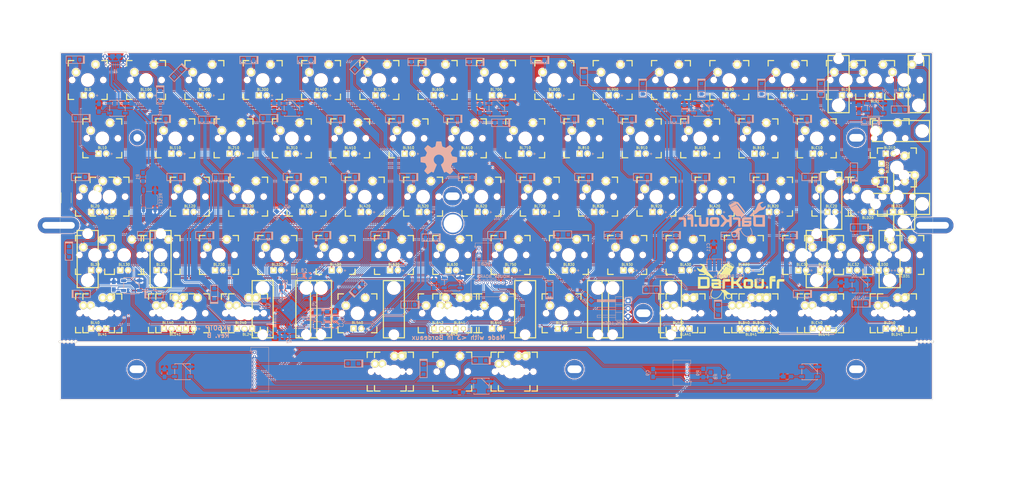
<source format=kicad_pcb>
(kicad_pcb (version 4) (host pcbnew 4.0.7+dfsg1-1)
  (title_block (title DK60TP) (date 2017-10-07) (rev B) (company DarKou))
  (layers (0 F.Cu signal) (31 B.Cu signal) (34 B.Paste user) (35 F.Paste user) (36 B.SilkS user) (37 F.SilkS user) (38 B.Mask user) (39 F.Mask user) (44 Edge.Cuts user))
  (net 0 "")
  (net 1 LED_CATH)
  (net 2 LED_AN)
  (net 3 XTAL1)
  (net 4 GND)
  (net 5 XTAL2)
  (net 6 VCC)
  (net 7 "Net-(C8-Pad1)")
  (net 8 "Net-(C9-Pad1)")
  (net 9 Col0)
  (net 10 "Net-(DK0-Pad1)")
  (net 11 "Net-(DK1-Pad1)")
  (net 12 "Net-(DK2-Pad1)")
  (net 13 "Net-(DK3-Pad1)")
  (net 14 "Net-(DK4-Pad1)")
  (net 15 Col6)
  (net 16 "Net-(DK6-Pad1)")
  (net 17 Col1)
  (net 18 "Net-(DK10-Pad1)")
  (net 19 "Net-(DK11-Pad1)")
  (net 20 "Net-(DK12-Pad1)")
  (net 21 "Net-(DK13-Pad1)")
  (net 22 "Net-(DK14-Pad1)")
  (net 23 Col2)
  (net 24 "Net-(DK20-Pad1)")
  (net 25 "Net-(DK21-Pad1)")
  (net 26 "Net-(DK22-Pad1)")
  (net 27 "Net-(DK23-Pad1)")
  (net 28 "Net-(DK24-Pad1)")
  (net 29 Col3)
  (net 30 "Net-(DK30-Pad1)")
  (net 31 "Net-(DK31-Pad1)")
  (net 32 "Net-(DK32-Pad1)")
  (net 33 "Net-(DK33-Pad1)")
  (net 34 /TRACKPOINT/Col3)
  (net 35 "Net-(DK34-Pad1)")
  (net 36 Col4)
  (net 37 "Net-(DK40-Pad1)")
  (net 38 "Net-(DK41-Pad1)")
  (net 39 "Net-(DK42-Pad1)")
  (net 40 "Net-(DK43-Pad1)")
  (net 41 /TRACKPOINT/Col4)
  (net 42 "Net-(DK44-Pad1)")
  (net 43 Col5)
  (net 44 "Net-(DK50-Pad1)")
  (net 45 "Net-(DK51-Pad1)")
  (net 46 "Net-(DK52-Pad1)")
  (net 47 "Net-(DK53-Pad1)")
  (net 48 "Net-(DK54-Pad1)")
  (net 49 "Net-(DK61-Pad1)")
  (net 50 "Net-(DK62-Pad1)")
  (net 51 "Net-(DK63-Pad1)")
  (net 52 "Net-(DK64-Pad1)")
  (net 53 Col7)
  (net 54 "Net-(DK70-Pad1)")
  (net 55 "Net-(DK71-Pad1)")
  (net 56 "Net-(DK72-Pad1)")
  (net 57 "Net-(DK73-Pad1)")
  (net 58 Col8)
  (net 59 "Net-(DK80-Pad1)")
  (net 60 "Net-(DK81-Pad1)")
  (net 61 "Net-(DK82-Pad1)")
  (net 62 "Net-(DK83-Pad1)")
  (net 63 Col9)
  (net 64 "Net-(DK90-Pad1)")
  (net 65 "Net-(DK91-Pad1)")
  (net 66 "Net-(DK92-Pad1)")
  (net 67 "Net-(DK93-Pad1)")
  (net 68 "Net-(DK94-Pad1)")
  (net 69 ColA)
  (net 70 "Net-(DKA0-Pad1)")
  (net 71 "Net-(DKA1-Pad1)")
  (net 72 "Net-(DKA2-Pad1)")
  (net 73 "Net-(DKA3-Pad1)")
  (net 74 "Net-(DKA4-Pad1)")
  (net 75 ColB)
  (net 76 "Net-(DKB0-Pad1)")
  (net 77 "Net-(DKB1-Pad1)")
  (net 78 "Net-(DKB2-Pad1)")
  (net 79 "Net-(DKB3-Pad1)")
  (net 80 "Net-(DKB4-Pad1)")
  (net 81 ColC)
  (net 82 "Net-(DKC1-Pad1)")
  (net 83 "Net-(DKC2-Pad1)")
  (net 84 "Net-(DKC3-Pad1)")
  (net 85 "Net-(DKC4-Pad1)")
  (net 86 ColD)
  (net 87 "Net-(DKD0-Pad1)")
  (net 88 "Net-(DKD1-Pad1)")
  (net 89 "Net-(DKD2-Pad1)")
  (net 90 "Net-(DKD3-Pad1)")
  (net 91 "Net-(DKD4-Pad1)")
  (net 92 "Net-(J1-Pad2)")
  (net 93 "Net-(J1-Pad3)")
  (net 94 DOUT)
  (net 95 Row0)
  (net 96 Row4)
  (net 97 Row1)
  (net 98 Row2)
  (net 99 Row3)
  (net 100 /TRACKPOINT/Row4)
  (net 101 "Net-(KC0-Pad1)")
  (net 102 "Net-(L1-Pad1)")
  (net 103 "Net-(J3-Pad2)")
  (net 104 D5)
  (net 105 D2)
  (net 106 /TRACKPOINT/D5)
  (net 107 /TRACKPOINT/D2)
  (net 108 /TRACKPOINT/RGB)
  (net 109 RESET)
  (net 110 "Net-(R2-Pad2)")
  (net 111 "Net-(R3-Pad1)")
  (net 112 CAPS_LED)
  (net 113 "Net-(J3-Pad1)")
  (net 114 RGB)
  (net 115 "Net-(RGB0-Pad2)")
  (net 116 "Net-(RGB1-Pad2)")
  (net 117 "Net-(RGB2-Pad2)")
  (net 118 "Net-(RGB3-Pad2)")
  (net 119 "Net-(RGB4-Pad2)")
  (net 120 "Net-(RGB5-Pad2)")
  (net 121 "Net-(RGB6-Pad2)")
  (net 122 "Net-(RGB8-Pad2)")
  (net 123 "Net-(RGB10-Pad4)")
  (net 124 BACKLIT)
  (net 125 "Net-(R4-Pad1)")
  (net 126 "Net-(DK74-Pad1)")
  (net 127 /TRACKPOINT/Col8)
  (net 128 "Net-(DK84-Pad1)")
  (module Footprint:Mx_100 (layer F.Cu) (at 192.00125 125.18125)
    (fp_text reference K643 hide)
    (fp_text value K46 hide)
    (pad HOLE np_thru_hole circle (at 0 0) (size 3.9878 3.9878) (drill 3.9878) (layers *.Cu))
    (pad HOLE np_thru_hole circle (at -5.08 0) (size 1.7018 1.7018) (drill 1.7018) (layers *.Cu))
    (pad HOLE np_thru_hole circle (at 5.08 0) (size 1.7018 1.7018) (drill 1.7018) (layers *.Cu))
    (pad 1 thru_hole circle (at -3.81 -2.54 330.95) (size 2.5 2.5) (drill 1.5) (layers *.Cu *.Mask F.SilkS) (net 96 Row4))
    (pad 2 thru_hole circle (at 2.54 -5.08 356.1) (size 2.5 2.5) (drill 1.5) (layers *.Cu *.Mask F.SilkS) (net 52 "Net-(DK64-Pad1)"))
  )
  (module Footprint:Mx_100 (layer F.Cu) (at 211.0425 144.23125)
    (fp_text reference K840 hide)
    (fp_text value RMB hide)
    (pad HOLE np_thru_hole circle (at 0 0) (size 3.9878 3.9878) (drill 3.9878) (layers *.Cu))
    (pad HOLE np_thru_hole circle (at -5.08 0) (size 1.7018 1.7018) (drill 1.7018) (layers *.Cu))
    (pad HOLE np_thru_hole circle (at 5.08 0) (size 1.7018 1.7018) (drill 1.7018) (layers *.Cu))
    (pad 1 thru_hole circle (at -3.81 -2.54 330.95) (size 2.5 2.5) (drill 1.5) (layers *.Cu *.Mask F.SilkS) (net 128 "Net-(DK84-Pad1)"))
    (pad 2 thru_hole circle (at 2.54 -5.08 356.1) (size 2.5 2.5) (drill 1.5) (layers *.Cu *.Mask F.SilkS) (net 100 /TRACKPOINT/Row4))
  )
  (module Footprint:Mx_100 (layer F.Cu) (at 339.65625 106.13125)
    (fp_text reference KD30 hide)
    (fp_text value K3D hide)
    (pad HOLE np_thru_hole circle (at 0 0) (size 3.9878 3.9878) (drill 3.9878) (layers *.Cu))
    (pad HOLE np_thru_hole circle (at -5.08 0) (size 1.7018 1.7018) (drill 1.7018) (layers *.Cu))
    (pad HOLE np_thru_hole circle (at 5.08 0) (size 1.7018 1.7018) (drill 1.7018) (layers *.Cu))
    (pad 1 thru_hole circle (at -3.81 -2.54 330.95) (size 2.5 2.5) (drill 1.5) (layers *.Cu *.Mask F.SilkS) (net 99 Row3))
    (pad 2 thru_hole circle (at 2.54 -5.08 356.1) (size 2.5 2.5) (drill 1.5) (layers *.Cu *.Mask F.SilkS) (net 90 "Net-(DKD3-Pad1)"))
  )
  (module Footprint:Mx_100 (layer F.Cu) (at 320.58 48.98125)
    (fp_text reference KD0 hide)
    (fp_text value K0D hide)
    (pad HOLE np_thru_hole circle (at 0 0) (size 3.9878 3.9878) (drill 3.9878) (layers *.Cu))
    (pad HOLE np_thru_hole circle (at -5.08 0) (size 1.7018 1.7018) (drill 1.7018) (layers *.Cu))
    (pad HOLE np_thru_hole circle (at 5.08 0) (size 1.7018 1.7018) (drill 1.7018) (layers *.Cu))
    (pad 1 thru_hole circle (at -3.81 -2.54 330.95) (size 2.5 2.5) (drill 1.5) (layers *.Cu *.Mask F.SilkS) (net 87 "Net-(DKD0-Pad1)"))
    (pad 2 thru_hole circle (at 2.54 -5.08 356.1) (size 2.5 2.5) (drill 1.5) (layers *.Cu *.Mask F.SilkS) (net 95 Row0))
  )
  (module Footprint:Mx_100 (layer F.Cu) (at 311.08125 125.18125)
    (fp_text reference KC40 hide)
    (fp_text value K4C hide)
    (pad HOLE np_thru_hole circle (at 0 0) (size 3.9878 3.9878) (drill 3.9878) (layers *.Cu))
    (pad HOLE np_thru_hole circle (at -5.08 0) (size 1.7018 1.7018) (drill 1.7018) (layers *.Cu))
    (pad HOLE np_thru_hole circle (at 5.08 0) (size 1.7018 1.7018) (drill 1.7018) (layers *.Cu))
    (pad 1 thru_hole circle (at -3.81 -2.54 330.95) (size 2.5 2.5) (drill 1.5) (layers *.Cu *.Mask F.SilkS) (net 85 "Net-(DKC4-Pad1)"))
    (pad 2 thru_hole circle (at 2.54 -5.08 356.1) (size 2.5 2.5) (drill 1.5) (layers *.Cu *.Mask F.SilkS) (net 96 Row4))
  )
  (module Footprint:Mx_100 (layer F.Cu) (at 306.31875 106.13125)
    (fp_text reference KC31 hide)
    (fp_text value K3C hide)
    (pad HOLE np_thru_hole circle (at 0 0) (size 3.9878 3.9878) (drill 3.9878) (layers *.Cu))
    (pad HOLE np_thru_hole circle (at -5.08 0) (size 1.7018 1.7018) (drill 1.7018) (layers *.Cu))
    (pad HOLE np_thru_hole circle (at 5.08 0) (size 1.7018 1.7018) (drill 1.7018) (layers *.Cu))
    (pad 1 thru_hole circle (at -3.81 -2.54 330.95) (size 2.5 2.5) (drill 1.5) (layers *.Cu *.Mask F.SilkS) (net 84 "Net-(DKC3-Pad1)"))
    (pad 2 thru_hole circle (at 2.54 -5.08 356.1) (size 2.5 2.5) (drill 1.5) (layers *.Cu *.Mask F.SilkS) (net 99 Row3))
  )
  (module Footprint:Mx_100 (layer F.Cu) (at 315.84375 87.08125)
    (fp_text reference KC20 hide)
    (fp_text value K2C hide)
    (pad HOLE np_thru_hole circle (at 0 0) (size 3.9878 3.9878) (drill 3.9878) (layers *.Cu))
    (pad HOLE np_thru_hole circle (at -5.08 0) (size 1.7018 1.7018) (drill 1.7018) (layers *.Cu))
    (pad HOLE np_thru_hole circle (at 5.08 0) (size 1.7018 1.7018) (drill 1.7018) (layers *.Cu))
    (pad 1 thru_hole circle (at -3.81 -2.54 330.95) (size 2.5 2.5) (drill 1.5) (layers *.Cu *.Mask F.SilkS) (net 83 "Net-(DKC2-Pad1)"))
    (pad 2 thru_hole circle (at 2.54 -5.08 356.1) (size 2.5 2.5) (drill 1.5) (layers *.Cu *.Mask F.SilkS) (net 98 Row2))
  )
  (module Footprint:Mx_100 (layer F.Cu) (at 311.08125 68.03125)
    (fp_text reference KC10 hide)
    (fp_text value K1C hide)
    (pad HOLE np_thru_hole circle (at 0 0) (size 3.9878 3.9878) (drill 3.9878) (layers *.Cu))
    (pad HOLE np_thru_hole circle (at -5.08 0) (size 1.7018 1.7018) (drill 1.7018) (layers *.Cu))
    (pad HOLE np_thru_hole circle (at 5.08 0) (size 1.7018 1.7018) (drill 1.7018) (layers *.Cu))
    (pad 1 thru_hole circle (at -3.81 -2.54 330.95) (size 2.5 2.5) (drill 1.5) (layers *.Cu *.Mask F.SilkS) (net 82 "Net-(DKC1-Pad1)"))
    (pad 2 thru_hole circle (at 2.54 -5.08 356.1) (size 2.5 2.5) (drill 1.5) (layers *.Cu *.Mask F.SilkS) (net 97 Row1))
  )
  (module Footprint:Mx_100 (layer F.Cu) (at 301.55625 48.98125)
    (fp_text reference KC0 hide)
    (fp_text value K0C hide)
    (pad HOLE np_thru_hole circle (at 0 0) (size 3.9878 3.9878) (drill 3.9878) (layers *.Cu))
    (pad HOLE np_thru_hole circle (at -5.08 0) (size 1.7018 1.7018) (drill 1.7018) (layers *.Cu))
    (pad HOLE np_thru_hole circle (at 5.08 0) (size 1.7018 1.7018) (drill 1.7018) (layers *.Cu))
    (pad 1 thru_hole circle (at -3.81 -2.54 330.95) (size 2.5 2.5) (drill 1.5) (layers *.Cu *.Mask F.SilkS) (net 101 "Net-(KC0-Pad1)"))
    (pad 2 thru_hole circle (at 2.54 -5.08 356.1) (size 2.5 2.5) (drill 1.5) (layers *.Cu *.Mask F.SilkS) (net 95 Row0))
  )
  (module Footprint:Mx_100 (layer F.Cu) (at 292.03125 125.18125)
    (fp_text reference KB40 hide)
    (fp_text value K4B hide)
    (pad HOLE np_thru_hole circle (at 0 0) (size 3.9878 3.9878) (drill 3.9878) (layers *.Cu))
    (pad HOLE np_thru_hole circle (at -5.08 0) (size 1.7018 1.7018) (drill 1.7018) (layers *.Cu))
    (pad HOLE np_thru_hole circle (at 5.08 0) (size 1.7018 1.7018) (drill 1.7018) (layers *.Cu))
    (pad 1 thru_hole circle (at -3.81 -2.54 330.95) (size 2.5 2.5) (drill 1.5) (layers *.Cu *.Mask F.SilkS) (net 80 "Net-(DKB4-Pad1)"))
    (pad 2 thru_hole circle (at 2.54 -5.08 356.1) (size 2.5 2.5) (drill 1.5) (layers *.Cu *.Mask F.SilkS) (net 96 Row4))
  )
  (module Footprint:Mx_100 (layer F.Cu) (at 287.26875 106.13125)
    (fp_text reference KB30 hide)
    (fp_text value K3B hide)
    (pad HOLE np_thru_hole circle (at 0 0) (size 3.9878 3.9878) (drill 3.9878) (layers *.Cu))
    (pad HOLE np_thru_hole circle (at -5.08 0) (size 1.7018 1.7018) (drill 1.7018) (layers *.Cu))
    (pad HOLE np_thru_hole circle (at 5.08 0) (size 1.7018 1.7018) (drill 1.7018) (layers *.Cu))
    (pad 1 thru_hole circle (at -3.81 -2.54 330.95) (size 2.5 2.5) (drill 1.5) (layers *.Cu *.Mask F.SilkS) (net 79 "Net-(DKB3-Pad1)"))
    (pad 2 thru_hole circle (at 2.54 -5.08 356.1) (size 2.5 2.5) (drill 1.5) (layers *.Cu *.Mask F.SilkS) (net 99 Row3))
  )
  (module Footprint:Mx_100 (layer F.Cu) (at 296.79375 87.08125)
    (fp_text reference KB20 hide)
    (fp_text value K2B hide)
    (pad HOLE np_thru_hole circle (at 0 0) (size 3.9878 3.9878) (drill 3.9878) (layers *.Cu))
    (pad HOLE np_thru_hole circle (at -5.08 0) (size 1.7018 1.7018) (drill 1.7018) (layers *.Cu))
    (pad HOLE np_thru_hole circle (at 5.08 0) (size 1.7018 1.7018) (drill 1.7018) (layers *.Cu))
    (pad 1 thru_hole circle (at -3.81 -2.54 330.95) (size 2.5 2.5) (drill 1.5) (layers *.Cu *.Mask F.SilkS) (net 78 "Net-(DKB2-Pad1)"))
    (pad 2 thru_hole circle (at 2.54 -5.08 356.1) (size 2.5 2.5) (drill 1.5) (layers *.Cu *.Mask F.SilkS) (net 98 Row2))
  )
  (module Footprint:Mx_100 (layer F.Cu) (at 292.03125 68.03125)
    (fp_text reference KB10 hide)
    (fp_text value K1B hide)
    (pad HOLE np_thru_hole circle (at 0 0) (size 3.9878 3.9878) (drill 3.9878) (layers *.Cu))
    (pad HOLE np_thru_hole circle (at -5.08 0) (size 1.7018 1.7018) (drill 1.7018) (layers *.Cu))
    (pad HOLE np_thru_hole circle (at 5.08 0) (size 1.7018 1.7018) (drill 1.7018) (layers *.Cu))
    (pad 1 thru_hole circle (at -3.81 -2.54 330.95) (size 2.5 2.5) (drill 1.5) (layers *.Cu *.Mask F.SilkS) (net 77 "Net-(DKB1-Pad1)"))
    (pad 2 thru_hole circle (at 2.54 -5.08 356.1) (size 2.5 2.5) (drill 1.5) (layers *.Cu *.Mask F.SilkS) (net 97 Row1))
  )
  (module Footprint:Mx_100 (layer F.Cu) (at 282.50625 48.98125)
    (fp_text reference KB0 hide)
    (fp_text value K0B hide)
    (pad HOLE np_thru_hole circle (at 0 0) (size 3.9878 3.9878) (drill 3.9878) (layers *.Cu))
    (pad HOLE np_thru_hole circle (at -5.08 0) (size 1.7018 1.7018) (drill 1.7018) (layers *.Cu))
    (pad HOLE np_thru_hole circle (at 5.08 0) (size 1.7018 1.7018) (drill 1.7018) (layers *.Cu))
    (pad 1 thru_hole circle (at -3.81 -2.54 330.95) (size 2.5 2.5) (drill 1.5) (layers *.Cu *.Mask F.SilkS) (net 76 "Net-(DKB0-Pad1)"))
    (pad 2 thru_hole circle (at 2.54 -5.08 356.1) (size 2.5 2.5) (drill 1.5) (layers *.Cu *.Mask F.SilkS) (net 95 Row0))
  )
  (module Footprint:Mx_100 (layer F.Cu) (at 268.21875 106.13125)
    (fp_text reference KA30 hide)
    (fp_text value K3A hide)
    (pad HOLE np_thru_hole circle (at 0 0) (size 3.9878 3.9878) (drill 3.9878) (layers *.Cu))
    (pad HOLE np_thru_hole circle (at -5.08 0) (size 1.7018 1.7018) (drill 1.7018) (layers *.Cu))
    (pad HOLE np_thru_hole circle (at 5.08 0) (size 1.7018 1.7018) (drill 1.7018) (layers *.Cu))
    (pad 1 thru_hole circle (at -3.81 -2.54 330.95) (size 2.5 2.5) (drill 1.5) (layers *.Cu *.Mask F.SilkS) (net 73 "Net-(DKA3-Pad1)"))
    (pad 2 thru_hole circle (at 2.54 -5.08 356.1) (size 2.5 2.5) (drill 1.5) (layers *.Cu *.Mask F.SilkS) (net 99 Row3))
  )
  (module Footprint:Mx_100 (layer F.Cu) (at 277.74375 87.08125)
    (fp_text reference KA20 hide)
    (fp_text value K2A hide)
    (pad HOLE np_thru_hole circle (at 0 0) (size 3.9878 3.9878) (drill 3.9878) (layers *.Cu))
    (pad HOLE np_thru_hole circle (at -5.08 0) (size 1.7018 1.7018) (drill 1.7018) (layers *.Cu))
    (pad HOLE np_thru_hole circle (at 5.08 0) (size 1.7018 1.7018) (drill 1.7018) (layers *.Cu))
    (pad 1 thru_hole circle (at -3.81 -2.54 330.95) (size 2.5 2.5) (drill 1.5) (layers *.Cu *.Mask F.SilkS) (net 72 "Net-(DKA2-Pad1)"))
    (pad 2 thru_hole circle (at 2.54 -5.08 356.1) (size 2.5 2.5) (drill 1.5) (layers *.Cu *.Mask F.SilkS) (net 98 Row2))
  )
  (module Footprint:Mx_100 (layer F.Cu) (at 272.98125 68.03125)
    (fp_text reference KA10 hide)
    (fp_text value K1A hide)
    (pad HOLE np_thru_hole circle (at 0 0) (size 3.9878 3.9878) (drill 3.9878) (layers *.Cu))
    (pad HOLE np_thru_hole circle (at -5.08 0) (size 1.7018 1.7018) (drill 1.7018) (layers *.Cu))
    (pad HOLE np_thru_hole circle (at 5.08 0) (size 1.7018 1.7018) (drill 1.7018) (layers *.Cu))
    (pad 1 thru_hole circle (at -3.81 -2.54 330.95) (size 2.5 2.5) (drill 1.5) (layers *.Cu *.Mask F.SilkS) (net 71 "Net-(DKA1-Pad1)"))
    (pad 2 thru_hole circle (at 2.54 -5.08 356.1) (size 2.5 2.5) (drill 1.5) (layers *.Cu *.Mask F.SilkS) (net 97 Row1))
  )
  (module Footprint:Mx_100 (layer F.Cu) (at 263.45625 48.98125)
    (fp_text reference KA0 hide)
    (fp_text value K0A hide)
    (pad HOLE np_thru_hole circle (at 0 0) (size 3.9878 3.9878) (drill 3.9878) (layers *.Cu))
    (pad HOLE np_thru_hole circle (at -5.08 0) (size 1.7018 1.7018) (drill 1.7018) (layers *.Cu))
    (pad HOLE np_thru_hole circle (at 5.08 0) (size 1.7018 1.7018) (drill 1.7018) (layers *.Cu))
    (pad 1 thru_hole circle (at -3.81 -2.54 330.95) (size 2.5 2.5) (drill 1.5) (layers *.Cu *.Mask F.SilkS) (net 70 "Net-(DKA0-Pad1)"))
    (pad 2 thru_hole circle (at 2.54 -5.08 356.1) (size 2.5 2.5) (drill 1.5) (layers *.Cu *.Mask F.SilkS) (net 95 Row0))
  )
  (module Footprint:Mx_100 (layer F.Cu) (at 339.65625 48.98125)
    (fp_text reference K940 hide)
    (fp_text value K49 hide)
    (pad HOLE np_thru_hole circle (at 0 0) (size 3.9878 3.9878) (drill 3.9878) (layers *.Cu))
    (pad HOLE np_thru_hole circle (at -5.08 0) (size 1.7018 1.7018) (drill 1.7018) (layers *.Cu))
    (pad HOLE np_thru_hole circle (at 5.08 0) (size 1.7018 1.7018) (drill 1.7018) (layers *.Cu))
    (pad 1 thru_hole circle (at -3.81 -2.54 330.95) (size 2.5 2.5) (drill 1.5) (layers *.Cu *.Mask F.SilkS) (net 68 "Net-(DK94-Pad1)"))
    (pad 2 thru_hole circle (at 2.54 -5.08 356.1) (size 2.5 2.5) (drill 1.5) (layers *.Cu *.Mask F.SilkS) (net 96 Row4))
  )
  (module Footprint:Mx_100 (layer F.Cu) (at 249.16875 106.13125)
    (fp_text reference K930 hide)
    (fp_text value K39 hide)
    (pad HOLE np_thru_hole circle (at 0 0) (size 3.9878 3.9878) (drill 3.9878) (layers *.Cu))
    (pad HOLE np_thru_hole circle (at -5.08 0) (size 1.7018 1.7018) (drill 1.7018) (layers *.Cu))
    (pad HOLE np_thru_hole circle (at 5.08 0) (size 1.7018 1.7018) (drill 1.7018) (layers *.Cu))
    (pad 1 thru_hole circle (at -3.81 -2.54 330.95) (size 2.5 2.5) (drill 1.5) (layers *.Cu *.Mask F.SilkS) (net 67 "Net-(DK93-Pad1)"))
    (pad 2 thru_hole circle (at 2.54 -5.08 356.1) (size 2.5 2.5) (drill 1.5) (layers *.Cu *.Mask F.SilkS) (net 99 Row3))
  )
  (module Footprint:Mx_100 (layer F.Cu) (at 258.69375 87.08125)
    (fp_text reference K920 hide)
    (fp_text value K29 hide)
    (pad HOLE np_thru_hole circle (at 0 0) (size 3.9878 3.9878) (drill 3.9878) (layers *.Cu))
    (pad HOLE np_thru_hole circle (at -5.08 0) (size 1.7018 1.7018) (drill 1.7018) (layers *.Cu))
    (pad HOLE np_thru_hole circle (at 5.08 0) (size 1.7018 1.7018) (drill 1.7018) (layers *.Cu))
    (pad 1 thru_hole circle (at -3.81 -2.54 330.95) (size 2.5 2.5) (drill 1.5) (layers *.Cu *.Mask F.SilkS) (net 66 "Net-(DK92-Pad1)"))
    (pad 2 thru_hole circle (at 2.54 -5.08 356.1) (size 2.5 2.5) (drill 1.5) (layers *.Cu *.Mask F.SilkS) (net 98 Row2))
  )
  (module Footprint:Mx_100 (layer F.Cu) (at 253.93125 68.03125)
    (fp_text reference K910 hide)
    (fp_text value K19 hide)
    (pad HOLE np_thru_hole circle (at 0 0) (size 3.9878 3.9878) (drill 3.9878) (layers *.Cu))
    (pad HOLE np_thru_hole circle (at -5.08 0) (size 1.7018 1.7018) (drill 1.7018) (layers *.Cu))
    (pad HOLE np_thru_hole circle (at 5.08 0) (size 1.7018 1.7018) (drill 1.7018) (layers *.Cu))
    (pad 1 thru_hole circle (at -3.81 -2.54 330.95) (size 2.5 2.5) (drill 1.5) (layers *.Cu *.Mask F.SilkS) (net 65 "Net-(DK91-Pad1)"))
    (pad 2 thru_hole circle (at 2.54 -5.08 356.1) (size 2.5 2.5) (drill 1.5) (layers *.Cu *.Mask F.SilkS) (net 97 Row1))
  )
  (module Footprint:Mx_100 (layer F.Cu) (at 244.40625 48.98125)
    (fp_text reference K900 hide)
    (fp_text value K09 hide)
    (pad HOLE np_thru_hole circle (at 0 0) (size 3.9878 3.9878) (drill 3.9878) (layers *.Cu))
    (pad HOLE np_thru_hole circle (at -5.08 0) (size 1.7018 1.7018) (drill 1.7018) (layers *.Cu))
    (pad HOLE np_thru_hole circle (at 5.08 0) (size 1.7018 1.7018) (drill 1.7018) (layers *.Cu))
    (pad 1 thru_hole circle (at -3.81 -2.54 330.95) (size 2.5 2.5) (drill 1.5) (layers *.Cu *.Mask F.SilkS) (net 64 "Net-(DK90-Pad1)"))
    (pad 2 thru_hole circle (at 2.54 -5.08 356.1) (size 2.5 2.5) (drill 1.5) (layers *.Cu *.Mask F.SilkS) (net 95 Row0))
  )
  (module Footprint:Mx_100 (layer F.Cu) (at 230.11875 106.13125)
    (fp_text reference K830 hide)
    (fp_text value K38 hide)
    (pad HOLE np_thru_hole circle (at 0 0) (size 3.9878 3.9878) (drill 3.9878) (layers *.Cu))
    (pad HOLE np_thru_hole circle (at -5.08 0) (size 1.7018 1.7018) (drill 1.7018) (layers *.Cu))
    (pad HOLE np_thru_hole circle (at 5.08 0) (size 1.7018 1.7018) (drill 1.7018) (layers *.Cu))
    (pad 1 thru_hole circle (at -3.81 -2.54 330.95) (size 2.5 2.5) (drill 1.5) (layers *.Cu *.Mask F.SilkS) (net 62 "Net-(DK83-Pad1)"))
    (pad 2 thru_hole circle (at 2.54 -5.08 356.1) (size 2.5 2.5) (drill 1.5) (layers *.Cu *.Mask F.SilkS) (net 99 Row3))
  )
  (module Footprint:Mx_100 (layer F.Cu) (at 239.64375 87.08125)
    (fp_text reference K820 hide)
    (fp_text value K28 hide)
    (pad HOLE np_thru_hole circle (at 0 0) (size 3.9878 3.9878) (drill 3.9878) (layers *.Cu))
    (pad HOLE np_thru_hole circle (at -5.08 0) (size 1.7018 1.7018) (drill 1.7018) (layers *.Cu))
    (pad HOLE np_thru_hole circle (at 5.08 0) (size 1.7018 1.7018) (drill 1.7018) (layers *.Cu))
    (pad 1 thru_hole circle (at -3.81 -2.54 330.95) (size 2.5 2.5) (drill 1.5) (layers *.Cu *.Mask F.SilkS) (net 61 "Net-(DK82-Pad1)"))
    (pad 2 thru_hole circle (at 2.54 -5.08 356.1) (size 2.5 2.5) (drill 1.5) (layers *.Cu *.Mask F.SilkS) (net 98 Row2))
  )
  (module Footprint:Mx_100 (layer F.Cu) (at 234.88125 68.03125)
    (fp_text reference K810 hide)
    (fp_text value K18 hide)
    (pad HOLE np_thru_hole circle (at 0 0) (size 3.9878 3.9878) (drill 3.9878) (layers *.Cu))
    (pad HOLE np_thru_hole circle (at -5.08 0) (size 1.7018 1.7018) (drill 1.7018) (layers *.Cu))
    (pad HOLE np_thru_hole circle (at 5.08 0) (size 1.7018 1.7018) (drill 1.7018) (layers *.Cu))
    (pad 1 thru_hole circle (at -3.81 -2.54 330.95) (size 2.5 2.5) (drill 1.5) (layers *.Cu *.Mask F.SilkS) (net 60 "Net-(DK81-Pad1)"))
    (pad 2 thru_hole circle (at 2.54 -5.08 356.1) (size 2.5 2.5) (drill 1.5) (layers *.Cu *.Mask F.SilkS) (net 97 Row1))
  )
  (module Footprint:Mx_100 (layer F.Cu) (at 225.35625 48.98125)
    (fp_text reference K800 hide)
    (fp_text value K08 hide)
    (pad HOLE np_thru_hole circle (at 0 0) (size 3.9878 3.9878) (drill 3.9878) (layers *.Cu))
    (pad HOLE np_thru_hole circle (at -5.08 0) (size 1.7018 1.7018) (drill 1.7018) (layers *.Cu))
    (pad HOLE np_thru_hole circle (at 5.08 0) (size 1.7018 1.7018) (drill 1.7018) (layers *.Cu))
    (pad 1 thru_hole circle (at -3.81 -2.54 330.95) (size 2.5 2.5) (drill 1.5) (layers *.Cu *.Mask F.SilkS) (net 59 "Net-(DK80-Pad1)"))
    (pad 2 thru_hole circle (at 2.54 -5.08 356.1) (size 2.5 2.5) (drill 1.5) (layers *.Cu *.Mask F.SilkS) (net 95 Row0))
  )
  (module Footprint:Mx_100 (layer F.Cu) (at 211.06875 106.13125)
    (fp_text reference K730 hide)
    (fp_text value K37 hide)
    (pad HOLE np_thru_hole circle (at 0 0) (size 3.9878 3.9878) (drill 3.9878) (layers *.Cu))
    (pad HOLE np_thru_hole circle (at -5.08 0) (size 1.7018 1.7018) (drill 1.7018) (layers *.Cu))
    (pad HOLE np_thru_hole circle (at 5.08 0) (size 1.7018 1.7018) (drill 1.7018) (layers *.Cu))
    (pad 1 thru_hole circle (at -3.81 -2.54 330.95) (size 2.5 2.5) (drill 1.5) (layers *.Cu *.Mask F.SilkS) (net 57 "Net-(DK73-Pad1)"))
    (pad 2 thru_hole circle (at 2.54 -5.08 356.1) (size 2.5 2.5) (drill 1.5) (layers *.Cu *.Mask F.SilkS) (net 99 Row3))
  )
  (module Footprint:Mx_100 (layer F.Cu) (at 220.59375 87.08125)
    (fp_text reference K720 hide)
    (fp_text value K27 hide)
    (pad HOLE np_thru_hole circle (at 0 0) (size 3.9878 3.9878) (drill 3.9878) (layers *.Cu))
    (pad HOLE np_thru_hole circle (at -5.08 0) (size 1.7018 1.7018) (drill 1.7018) (layers *.Cu))
    (pad HOLE np_thru_hole circle (at 5.08 0) (size 1.7018 1.7018) (drill 1.7018) (layers *.Cu))
    (pad 1 thru_hole circle (at -3.81 -2.54 330.95) (size 2.5 2.5) (drill 1.5) (layers *.Cu *.Mask F.SilkS) (net 56 "Net-(DK72-Pad1)"))
    (pad 2 thru_hole circle (at 2.54 -5.08 356.1) (size 2.5 2.5) (drill 1.5) (layers *.Cu *.Mask F.SilkS) (net 98 Row2))
  )
  (module Footprint:Mx_100 (layer F.Cu) (at 215.83125 68.03125)
    (fp_text reference K710 hide)
    (fp_text value K17 hide)
    (pad HOLE np_thru_hole circle (at 0 0) (size 3.9878 3.9878) (drill 3.9878) (layers *.Cu))
    (pad HOLE np_thru_hole circle (at -5.08 0) (size 1.7018 1.7018) (drill 1.7018) (layers *.Cu))
    (pad HOLE np_thru_hole circle (at 5.08 0) (size 1.7018 1.7018) (drill 1.7018) (layers *.Cu))
    (pad 1 thru_hole circle (at -3.81 -2.54 330.95) (size 2.5 2.5) (drill 1.5) (layers *.Cu *.Mask F.SilkS) (net 55 "Net-(DK71-Pad1)"))
    (pad 2 thru_hole circle (at 2.54 -5.08 356.1) (size 2.5 2.5) (drill 1.5) (layers *.Cu *.Mask F.SilkS) (net 97 Row1))
  )
  (module Footprint:Mx_100 (layer F.Cu) (at 206.30625 48.98125)
    (fp_text reference K700 hide)
    (fp_text value K07 hide)
    (pad HOLE np_thru_hole circle (at 0 0) (size 3.9878 3.9878) (drill 3.9878) (layers *.Cu))
    (pad HOLE np_thru_hole circle (at -5.08 0) (size 1.7018 1.7018) (drill 1.7018) (layers *.Cu))
    (pad HOLE np_thru_hole circle (at 5.08 0) (size 1.7018 1.7018) (drill 1.7018) (layers *.Cu))
    (pad 1 thru_hole circle (at -3.81 -2.54 330.95) (size 2.5 2.5) (drill 1.5) (layers *.Cu *.Mask F.SilkS) (net 54 "Net-(DK70-Pad1)"))
    (pad 2 thru_hole circle (at 2.54 -5.08 356.1) (size 2.5 2.5) (drill 1.5) (layers *.Cu *.Mask F.SilkS) (net 95 Row0))
  )
  (module Footprint:Mx_100 (layer F.Cu) (at 192.01875 106.13125)
    (fp_text reference K630 hide)
    (fp_text value K36 hide)
    (pad HOLE np_thru_hole circle (at 0 0) (size 3.9878 3.9878) (drill 3.9878) (layers *.Cu))
    (pad HOLE np_thru_hole circle (at -5.08 0) (size 1.7018 1.7018) (drill 1.7018) (layers *.Cu))
    (pad HOLE np_thru_hole circle (at 5.08 0) (size 1.7018 1.7018) (drill 1.7018) (layers *.Cu))
    (pad 1 thru_hole circle (at -3.81 -2.54 330.95) (size 2.5 2.5) (drill 1.5) (layers *.Cu *.Mask F.SilkS) (net 51 "Net-(DK63-Pad1)"))
    (pad 2 thru_hole circle (at 2.54 -5.08 356.1) (size 2.5 2.5) (drill 1.5) (layers *.Cu *.Mask F.SilkS) (net 99 Row3))
  )
  (module Footprint:Mx_100 (layer F.Cu) (at 201.54375 87.08125)
    (fp_text reference K620 hide)
    (fp_text value K26 hide)
    (pad HOLE np_thru_hole circle (at 0 0) (size 3.9878 3.9878) (drill 3.9878) (layers *.Cu))
    (pad HOLE np_thru_hole circle (at -5.08 0) (size 1.7018 1.7018) (drill 1.7018) (layers *.Cu))
    (pad HOLE np_thru_hole circle (at 5.08 0) (size 1.7018 1.7018) (drill 1.7018) (layers *.Cu))
    (pad 1 thru_hole circle (at -3.81 -2.54 330.95) (size 2.5 2.5) (drill 1.5) (layers *.Cu *.Mask F.SilkS) (net 50 "Net-(DK62-Pad1)"))
    (pad 2 thru_hole circle (at 2.54 -5.08 356.1) (size 2.5 2.5) (drill 1.5) (layers *.Cu *.Mask F.SilkS) (net 98 Row2))
  )
  (module Footprint:Mx_100 (layer F.Cu) (at 196.78125 68.03125)
    (fp_text reference K610 hide)
    (fp_text value K16 hide)
    (pad HOLE np_thru_hole circle (at 0 0) (size 3.9878 3.9878) (drill 3.9878) (layers *.Cu))
    (pad HOLE np_thru_hole circle (at -5.08 0) (size 1.7018 1.7018) (drill 1.7018) (layers *.Cu))
    (pad HOLE np_thru_hole circle (at 5.08 0) (size 1.7018 1.7018) (drill 1.7018) (layers *.Cu))
    (pad 1 thru_hole circle (at -3.81 -2.54 330.95) (size 2.5 2.5) (drill 1.5) (layers *.Cu *.Mask F.SilkS) (net 49 "Net-(DK61-Pad1)"))
    (pad 2 thru_hole circle (at 2.54 -5.08 356.1) (size 2.5 2.5) (drill 1.5) (layers *.Cu *.Mask F.SilkS) (net 97 Row1))
  )
  (module Footprint:Mx_100 (layer F.Cu) (at 187.25625 48.98125)
    (fp_text reference K600 hide)
    (fp_text value K06 hide)
    (pad HOLE np_thru_hole circle (at 0 0) (size 3.9878 3.9878) (drill 3.9878) (layers *.Cu))
    (pad HOLE np_thru_hole circle (at -5.08 0) (size 1.7018 1.7018) (drill 1.7018) (layers *.Cu))
    (pad HOLE np_thru_hole circle (at 5.08 0) (size 1.7018 1.7018) (drill 1.7018) (layers *.Cu))
    (pad 1 thru_hole circle (at -3.81 -2.54 330.95) (size 2.5 2.5) (drill 1.5) (layers *.Cu *.Mask F.SilkS) (net 16 "Net-(DK6-Pad1)"))
    (pad 2 thru_hole circle (at 2.54 -5.08 356.1) (size 2.5 2.5) (drill 1.5) (layers *.Cu *.Mask F.SilkS) (net 95 Row0))
  )
  (module Footprint:Mx_100 (layer F.Cu) (at 172.96875 106.13125)
    (fp_text reference K530 hide)
    (fp_text value K35 hide)
    (pad HOLE np_thru_hole circle (at 0 0) (size 3.9878 3.9878) (drill 3.9878) (layers *.Cu))
    (pad HOLE np_thru_hole circle (at -5.08 0) (size 1.7018 1.7018) (drill 1.7018) (layers *.Cu))
    (pad HOLE np_thru_hole circle (at 5.08 0) (size 1.7018 1.7018) (drill 1.7018) (layers *.Cu))
    (pad 1 thru_hole circle (at -3.81 -2.54 330.95) (size 2.5 2.5) (drill 1.5) (layers *.Cu *.Mask F.SilkS) (net 47 "Net-(DK53-Pad1)"))
    (pad 2 thru_hole circle (at 2.54 -5.08 356.1) (size 2.5 2.5) (drill 1.5) (layers *.Cu *.Mask F.SilkS) (net 99 Row3))
  )
  (module Footprint:Mx_100 (layer F.Cu) (at 182.49375 87.08125)
    (fp_text reference K520 hide)
    (fp_text value K25 hide)
    (pad HOLE np_thru_hole circle (at 0 0) (size 3.9878 3.9878) (drill 3.9878) (layers *.Cu))
    (pad HOLE np_thru_hole circle (at -5.08 0) (size 1.7018 1.7018) (drill 1.7018) (layers *.Cu))
    (pad HOLE np_thru_hole circle (at 5.08 0) (size 1.7018 1.7018) (drill 1.7018) (layers *.Cu))
    (pad 1 thru_hole circle (at -3.81 -2.54 330.95) (size 2.5 2.5) (drill 1.5) (layers *.Cu *.Mask F.SilkS) (net 46 "Net-(DK52-Pad1)"))
    (pad 2 thru_hole circle (at 2.54 -5.08 356.1) (size 2.5 2.5) (drill 1.5) (layers *.Cu *.Mask F.SilkS) (net 98 Row2))
  )
  (module Footprint:Mx_100 (layer F.Cu) (at 177.73125 68.03125)
    (fp_text reference K510 hide)
    (fp_text value K15 hide)
    (pad HOLE np_thru_hole circle (at 0 0) (size 3.9878 3.9878) (drill 3.9878) (layers *.Cu))
    (pad HOLE np_thru_hole circle (at -5.08 0) (size 1.7018 1.7018) (drill 1.7018) (layers *.Cu))
    (pad HOLE np_thru_hole circle (at 5.08 0) (size 1.7018 1.7018) (drill 1.7018) (layers *.Cu))
    (pad 1 thru_hole circle (at -3.81 -2.54 330.95) (size 2.5 2.5) (drill 1.5) (layers *.Cu *.Mask F.SilkS) (net 45 "Net-(DK51-Pad1)"))
    (pad 2 thru_hole circle (at 2.54 -5.08 356.1) (size 2.5 2.5) (drill 1.5) (layers *.Cu *.Mask F.SilkS) (net 97 Row1))
  )
  (module Footprint:Mx_100 (layer F.Cu) (at 168.20625 48.98125)
    (fp_text reference K500 hide)
    (fp_text value K05 hide)
    (pad HOLE np_thru_hole circle (at 0 0) (size 3.9878 3.9878) (drill 3.9878) (layers *.Cu))
    (pad HOLE np_thru_hole circle (at -5.08 0) (size 1.7018 1.7018) (drill 1.7018) (layers *.Cu))
    (pad HOLE np_thru_hole circle (at 5.08 0) (size 1.7018 1.7018) (drill 1.7018) (layers *.Cu))
    (pad 1 thru_hole circle (at -3.81 -2.54 330.95) (size 2.5 2.5) (drill 1.5) (layers *.Cu *.Mask F.SilkS) (net 44 "Net-(DK50-Pad1)"))
    (pad 2 thru_hole circle (at 2.54 -5.08 356.1) (size 2.5 2.5) (drill 1.5) (layers *.Cu *.Mask F.SilkS) (net 95 Row0))
  )
  (module Footprint:Mx_100 (layer F.Cu) (at 192.01875 144.23125)
    (fp_text reference K440 hide)
    (fp_text value MMB hide)
    (pad HOLE np_thru_hole circle (at 0 0) (size 3.9878 3.9878) (drill 3.9878) (layers *.Cu))
    (pad HOLE np_thru_hole circle (at -5.08 0) (size 1.7018 1.7018) (drill 1.7018) (layers *.Cu))
    (pad HOLE np_thru_hole circle (at 5.08 0) (size 1.7018 1.7018) (drill 1.7018) (layers *.Cu))
    (pad 1 thru_hole circle (at -3.81 -2.54 330.95) (size 2.5 2.5) (drill 1.5) (layers *.Cu *.Mask F.SilkS) (net 42 "Net-(DK44-Pad1)"))
    (pad 2 thru_hole circle (at 2.54 -5.08 356.1) (size 2.5 2.5) (drill 1.5) (layers *.Cu *.Mask F.SilkS) (net 100 /TRACKPOINT/Row4))
  )
  (module Footprint:Mx_100 (layer F.Cu) (at 153.91875 106.13125)
    (fp_text reference K430 hide)
    (fp_text value K34 hide)
    (pad HOLE np_thru_hole circle (at 0 0) (size 3.9878 3.9878) (drill 3.9878) (layers *.Cu))
    (pad HOLE np_thru_hole circle (at -5.08 0) (size 1.7018 1.7018) (drill 1.7018) (layers *.Cu))
    (pad HOLE np_thru_hole circle (at 5.08 0) (size 1.7018 1.7018) (drill 1.7018) (layers *.Cu))
    (pad 1 thru_hole circle (at -3.81 -2.54 330.95) (size 2.5 2.5) (drill 1.5) (layers *.Cu *.Mask F.SilkS) (net 40 "Net-(DK43-Pad1)"))
    (pad 2 thru_hole circle (at 2.54 -5.08 356.1) (size 2.5 2.5) (drill 1.5) (layers *.Cu *.Mask F.SilkS) (net 99 Row3))
  )
  (module Footprint:Mx_100 (layer F.Cu) (at 163.44375 87.08125)
    (fp_text reference K420 hide)
    (fp_text value K24 hide)
    (pad HOLE np_thru_hole circle (at 0 0) (size 3.9878 3.9878) (drill 3.9878) (layers *.Cu))
    (pad HOLE np_thru_hole circle (at -5.08 0) (size 1.7018 1.7018) (drill 1.7018) (layers *.Cu))
    (pad HOLE np_thru_hole circle (at 5.08 0) (size 1.7018 1.7018) (drill 1.7018) (layers *.Cu))
    (pad 1 thru_hole circle (at -3.81 -2.54 330.95) (size 2.5 2.5) (drill 1.5) (layers *.Cu *.Mask F.SilkS) (net 39 "Net-(DK42-Pad1)"))
    (pad 2 thru_hole circle (at 2.54 -5.08 356.1) (size 2.5 2.5) (drill 1.5) (layers *.Cu *.Mask F.SilkS) (net 98 Row2))
  )
  (module Footprint:Mx_100 (layer F.Cu) (at 158.68125 68.03125)
    (fp_text reference K410 hide)
    (fp_text value K14 hide)
    (pad HOLE np_thru_hole circle (at 0 0) (size 3.9878 3.9878) (drill 3.9878) (layers *.Cu))
    (pad HOLE np_thru_hole circle (at -5.08 0) (size 1.7018 1.7018) (drill 1.7018) (layers *.Cu))
    (pad HOLE np_thru_hole circle (at 5.08 0) (size 1.7018 1.7018) (drill 1.7018) (layers *.Cu))
    (pad 1 thru_hole circle (at -3.81 -2.54 330.95) (size 2.5 2.5) (drill 1.5) (layers *.Cu *.Mask F.SilkS) (net 38 "Net-(DK41-Pad1)"))
    (pad 2 thru_hole circle (at 2.54 -5.08 356.1) (size 2.5 2.5) (drill 1.5) (layers *.Cu *.Mask F.SilkS) (net 97 Row1))
  )
  (module Footprint:Mx_100 (layer F.Cu) (at 149.15625 48.98125)
    (fp_text reference K400 hide)
    (fp_text value K04 hide)
    (pad HOLE np_thru_hole circle (at 0 0) (size 3.9878 3.9878) (drill 3.9878) (layers *.Cu))
    (pad HOLE np_thru_hole circle (at -5.08 0) (size 1.7018 1.7018) (drill 1.7018) (layers *.Cu))
    (pad HOLE np_thru_hole circle (at 5.08 0) (size 1.7018 1.7018) (drill 1.7018) (layers *.Cu))
    (pad 1 thru_hole circle (at -3.81 -2.54 330.95) (size 2.5 2.5) (drill 1.5) (layers *.Cu *.Mask F.SilkS) (net 37 "Net-(DK40-Pad1)"))
    (pad 2 thru_hole circle (at 2.54 -5.08 356.1) (size 2.5 2.5) (drill 1.5) (layers *.Cu *.Mask F.SilkS) (net 95 Row0))
  )
  (module Footprint:Mx_100 (layer F.Cu) (at 172.96875 144.23125)
    (fp_text reference K340 hide)
    (fp_text value LMB hide)
    (pad HOLE np_thru_hole circle (at 0 0) (size 3.9878 3.9878) (drill 3.9878) (layers *.Cu))
    (pad HOLE np_thru_hole circle (at -5.08 0) (size 1.7018 1.7018) (drill 1.7018) (layers *.Cu))
    (pad HOLE np_thru_hole circle (at 5.08 0) (size 1.7018 1.7018) (drill 1.7018) (layers *.Cu))
    (pad 1 thru_hole circle (at -3.81 -2.54 330.95) (size 2.5 2.5) (drill 1.5) (layers *.Cu *.Mask F.SilkS) (net 35 "Net-(DK34-Pad1)"))
    (pad 2 thru_hole circle (at 2.54 -5.08 356.1) (size 2.5 2.5) (drill 1.5) (layers *.Cu *.Mask F.SilkS) (net 100 /TRACKPOINT/Row4))
  )
  (module Footprint:Mx_100 (layer F.Cu) (at 134.86875 106.13125)
    (fp_text reference K330 hide)
    (fp_text value K33 hide)
    (pad HOLE np_thru_hole circle (at 0 0) (size 3.9878 3.9878) (drill 3.9878) (layers *.Cu))
    (pad HOLE np_thru_hole circle (at -5.08 0) (size 1.7018 1.7018) (drill 1.7018) (layers *.Cu))
    (pad HOLE np_thru_hole circle (at 5.08 0) (size 1.7018 1.7018) (drill 1.7018) (layers *.Cu))
    (pad 1 thru_hole circle (at -3.81 -2.54 330.95) (size 2.5 2.5) (drill 1.5) (layers *.Cu *.Mask F.SilkS) (net 33 "Net-(DK33-Pad1)"))
    (pad 2 thru_hole circle (at 2.54 -5.08 356.1) (size 2.5 2.5) (drill 1.5) (layers *.Cu *.Mask F.SilkS) (net 99 Row3))
  )
  (module Footprint:Mx_100 (layer F.Cu) (at 144.39375 87.08125)
    (fp_text reference K320 hide)
    (fp_text value K23 hide)
    (pad HOLE np_thru_hole circle (at 0 0) (size 3.9878 3.9878) (drill 3.9878) (layers *.Cu))
    (pad HOLE np_thru_hole circle (at -5.08 0) (size 1.7018 1.7018) (drill 1.7018) (layers *.Cu))
    (pad HOLE np_thru_hole circle (at 5.08 0) (size 1.7018 1.7018) (drill 1.7018) (layers *.Cu))
    (pad 1 thru_hole circle (at -3.81 -2.54 330.95) (size 2.5 2.5) (drill 1.5) (layers *.Cu *.Mask F.SilkS) (net 32 "Net-(DK32-Pad1)"))
    (pad 2 thru_hole circle (at 2.54 -5.08 356.1) (size 2.5 2.5) (drill 1.5) (layers *.Cu *.Mask F.SilkS) (net 98 Row2))
  )
  (module Footprint:Mx_100 (layer F.Cu) (at 139.63125 68.03125)
    (fp_text reference K310 hide)
    (fp_text value K13 hide)
    (pad HOLE np_thru_hole circle (at 0 0) (size 3.9878 3.9878) (drill 3.9878) (layers *.Cu))
    (pad HOLE np_thru_hole circle (at -5.08 0) (size 1.7018 1.7018) (drill 1.7018) (layers *.Cu))
    (pad HOLE np_thru_hole circle (at 5.08 0) (size 1.7018 1.7018) (drill 1.7018) (layers *.Cu))
    (pad 1 thru_hole circle (at -3.81 -2.54 330.95) (size 2.5 2.5) (drill 1.5) (layers *.Cu *.Mask F.SilkS) (net 31 "Net-(DK31-Pad1)"))
    (pad 2 thru_hole circle (at 2.54 -5.08 356.1) (size 2.5 2.5) (drill 1.5) (layers *.Cu *.Mask F.SilkS) (net 97 Row1))
  )
  (module Footprint:Mx_100 (layer F.Cu) (at 130.10625 48.98125)
    (fp_text reference K300 hide)
    (fp_text value K03 hide)
    (pad HOLE np_thru_hole circle (at 0 0) (size 3.9878 3.9878) (drill 3.9878) (layers *.Cu))
    (pad HOLE np_thru_hole circle (at -5.08 0) (size 1.7018 1.7018) (drill 1.7018) (layers *.Cu))
    (pad HOLE np_thru_hole circle (at 5.08 0) (size 1.7018 1.7018) (drill 1.7018) (layers *.Cu))
    (pad 1 thru_hole circle (at -3.81 -2.54 330.95) (size 2.5 2.5) (drill 1.5) (layers *.Cu *.Mask F.SilkS) (net 30 "Net-(DK30-Pad1)"))
    (pad 2 thru_hole circle (at 2.54 -5.08 356.1) (size 2.5 2.5) (drill 1.5) (layers *.Cu *.Mask F.SilkS) (net 95 Row0))
  )
  (module Footprint:Mx_100 (layer F.Cu) (at 115.81875 106.13125)
    (fp_text reference K230 hide)
    (fp_text value K32 hide)
    (pad HOLE np_thru_hole circle (at 0 0) (size 3.9878 3.9878) (drill 3.9878) (layers *.Cu))
    (pad HOLE np_thru_hole circle (at -5.08 0) (size 1.7018 1.7018) (drill 1.7018) (layers *.Cu))
    (pad HOLE np_thru_hole circle (at 5.08 0) (size 1.7018 1.7018) (drill 1.7018) (layers *.Cu))
    (pad 1 thru_hole circle (at -3.81 -2.54 330.95) (size 2.5 2.5) (drill 1.5) (layers *.Cu *.Mask F.SilkS) (net 27 "Net-(DK23-Pad1)"))
    (pad 2 thru_hole circle (at 2.54 -5.08 356.1) (size 2.5 2.5) (drill 1.5) (layers *.Cu *.Mask F.SilkS) (net 99 Row3))
  )
  (module Footprint:Mx_100 (layer F.Cu) (at 125.34375 87.08125)
    (fp_text reference K220 hide)
    (fp_text value K22 hide)
    (pad HOLE np_thru_hole circle (at 0 0) (size 3.9878 3.9878) (drill 3.9878) (layers *.Cu))
    (pad HOLE np_thru_hole circle (at -5.08 0) (size 1.7018 1.7018) (drill 1.7018) (layers *.Cu))
    (pad HOLE np_thru_hole circle (at 5.08 0) (size 1.7018 1.7018) (drill 1.7018) (layers *.Cu))
    (pad 1 thru_hole circle (at -3.81 -2.54 330.95) (size 2.5 2.5) (drill 1.5) (layers *.Cu *.Mask F.SilkS) (net 26 "Net-(DK22-Pad1)"))
    (pad 2 thru_hole circle (at 2.54 -5.08 356.1) (size 2.5 2.5) (drill 1.5) (layers *.Cu *.Mask F.SilkS) (net 98 Row2))
  )
  (module Footprint:Mx_100 (layer F.Cu) (at 120.58125 68.03125)
    (fp_text reference K210 hide)
    (fp_text value K12 hide)
    (pad HOLE np_thru_hole circle (at 0 0) (size 3.9878 3.9878) (drill 3.9878) (layers *.Cu))
    (pad HOLE np_thru_hole circle (at -5.08 0) (size 1.7018 1.7018) (drill 1.7018) (layers *.Cu))
    (pad HOLE np_thru_hole circle (at 5.08 0) (size 1.7018 1.7018) (drill 1.7018) (layers *.Cu))
    (pad 1 thru_hole circle (at -3.81 -2.54 330.95) (size 2.5 2.5) (drill 1.5) (layers *.Cu *.Mask F.SilkS) (net 25 "Net-(DK21-Pad1)"))
    (pad 2 thru_hole circle (at 2.54 -5.08 356.1) (size 2.5 2.5) (drill 1.5) (layers *.Cu *.Mask F.SilkS) (net 97 Row1))
  )
  (module Footprint:Mx_100 (layer F.Cu) (at 111.05625 48.98125)
    (fp_text reference K200 hide)
    (fp_text value K02 hide)
    (pad HOLE np_thru_hole circle (at 0 0) (size 3.9878 3.9878) (drill 3.9878) (layers *.Cu))
    (pad HOLE np_thru_hole circle (at -5.08 0) (size 1.7018 1.7018) (drill 1.7018) (layers *.Cu))
    (pad HOLE np_thru_hole circle (at 5.08 0) (size 1.7018 1.7018) (drill 1.7018) (layers *.Cu))
    (pad 1 thru_hole circle (at -3.81 -2.54 330.95) (size 2.5 2.5) (drill 1.5) (layers *.Cu *.Mask F.SilkS) (net 24 "Net-(DK20-Pad1)"))
    (pad 2 thru_hole circle (at 2.54 -5.08 356.1) (size 2.5 2.5) (drill 1.5) (layers *.Cu *.Mask F.SilkS) (net 95 Row0))
  )
  (module Footprint:Mx_100 (layer F.Cu) (at 101.53125 125.18125)
    (fp_text reference K141 hide)
    (fp_text value K41 hide)
    (pad HOLE np_thru_hole circle (at 0 0) (size 3.9878 3.9878) (drill 3.9878) (layers *.Cu))
    (pad HOLE np_thru_hole circle (at -5.08 0) (size 1.7018 1.7018) (drill 1.7018) (layers *.Cu))
    (pad HOLE np_thru_hole circle (at 5.08 0) (size 1.7018 1.7018) (drill 1.7018) (layers *.Cu))
    (pad 1 thru_hole circle (at -3.81 -2.54 330.95) (size 2.5 2.5) (drill 1.5) (layers *.Cu *.Mask F.SilkS) (net 22 "Net-(DK14-Pad1)"))
    (pad 2 thru_hole circle (at 2.54 -5.08 356.1) (size 2.5 2.5) (drill 1.5) (layers *.Cu *.Mask F.SilkS) (net 96 Row4))
  )
  (module Footprint:Mx_100 (layer F.Cu) (at 96.76875 106.13125)
    (fp_text reference K130 hide)
    (fp_text value K31 hide)
    (pad HOLE np_thru_hole circle (at 0 0) (size 3.9878 3.9878) (drill 3.9878) (layers *.Cu))
    (pad HOLE np_thru_hole circle (at -5.08 0) (size 1.7018 1.7018) (drill 1.7018) (layers *.Cu))
    (pad HOLE np_thru_hole circle (at 5.08 0) (size 1.7018 1.7018) (drill 1.7018) (layers *.Cu))
    (pad 1 thru_hole circle (at -3.81 -2.54 330.95) (size 2.5 2.5) (drill 1.5) (layers *.Cu *.Mask F.SilkS) (net 21 "Net-(DK13-Pad1)"))
    (pad 2 thru_hole circle (at 2.54 -5.08 356.1) (size 2.5 2.5) (drill 1.5) (layers *.Cu *.Mask F.SilkS) (net 99 Row3))
  )
  (module Footprint:Mx_100 (layer F.Cu) (at 106.29375 87.08125)
    (fp_text reference K120 hide)
    (fp_text value K21 hide)
    (pad HOLE np_thru_hole circle (at 0 0) (size 3.9878 3.9878) (drill 3.9878) (layers *.Cu))
    (pad HOLE np_thru_hole circle (at -5.08 0) (size 1.7018 1.7018) (drill 1.7018) (layers *.Cu))
    (pad HOLE np_thru_hole circle (at 5.08 0) (size 1.7018 1.7018) (drill 1.7018) (layers *.Cu))
    (pad 1 thru_hole circle (at -3.81 -2.54 330.95) (size 2.5 2.5) (drill 1.5) (layers *.Cu *.Mask F.SilkS) (net 20 "Net-(DK12-Pad1)"))
    (pad 2 thru_hole circle (at 2.54 -5.08 356.1) (size 2.5 2.5) (drill 1.5) (layers *.Cu *.Mask F.SilkS) (net 98 Row2))
  )
  (module Footprint:Mx_100 (layer F.Cu) (at 101.53125 68.03125)
    (fp_text reference K110 hide)
    (fp_text value K11 hide)
    (pad HOLE np_thru_hole circle (at 0 0) (size 3.9878 3.9878) (drill 3.9878) (layers *.Cu))
    (pad HOLE np_thru_hole circle (at -5.08 0) (size 1.7018 1.7018) (drill 1.7018) (layers *.Cu))
    (pad HOLE np_thru_hole circle (at 5.08 0) (size 1.7018 1.7018) (drill 1.7018) (layers *.Cu))
    (pad 1 thru_hole circle (at -3.81 -2.54 330.95) (size 2.5 2.5) (drill 1.5) (layers *.Cu *.Mask F.SilkS) (net 19 "Net-(DK11-Pad1)"))
    (pad 2 thru_hole circle (at 2.54 -5.08 356.1) (size 2.5 2.5) (drill 1.5) (layers *.Cu *.Mask F.SilkS) (net 97 Row1))
  )
  (module Footprint:Mx_100 (layer F.Cu) (at 92.00625 48.98125)
    (fp_text reference K100 hide)
    (fp_text value K01 hide)
    (pad HOLE np_thru_hole circle (at 0 0) (size 3.9878 3.9878) (drill 3.9878) (layers *.Cu))
    (pad HOLE np_thru_hole circle (at -5.08 0) (size 1.7018 1.7018) (drill 1.7018) (layers *.Cu))
    (pad HOLE np_thru_hole circle (at 5.08 0) (size 1.7018 1.7018) (drill 1.7018) (layers *.Cu))
    (pad 1 thru_hole circle (at -3.81 -2.54 330.95) (size 2.5 2.5) (drill 1.5) (layers *.Cu *.Mask F.SilkS) (net 18 "Net-(DK10-Pad1)"))
    (pad 2 thru_hole circle (at 2.54 -5.08 356.1) (size 2.5 2.5) (drill 1.5) (layers *.Cu *.Mask F.SilkS) (net 95 Row0))
  )
  (module Footprint:Mx_100 (layer F.Cu) (at 72.94875 48.98125)
    (fp_text reference K0 hide)
    (fp_text value K00 hide)
    (pad HOLE np_thru_hole circle (at 0 0) (size 3.9878 3.9878) (drill 3.9878) (layers *.Cu))
    (pad HOLE np_thru_hole circle (at -5.08 0) (size 1.7018 1.7018) (drill 1.7018) (layers *.Cu))
    (pad HOLE np_thru_hole circle (at 5.08 0) (size 1.7018 1.7018) (drill 1.7018) (layers *.Cu))
    (pad 1 thru_hole circle (at -3.81 -2.54 330.95) (size 2.5 2.5) (drill 1.5) (layers *.Cu *.Mask F.SilkS) (net 10 "Net-(DK0-Pad1)"))
    (pad 2 thru_hole circle (at 2.54 -5.08 356.1) (size 2.5 2.5) (drill 1.5) (layers *.Cu *.Mask F.SilkS) (net 95 Row0))
  )
  (module Connectors_Molex:Molex_PicoBlade_53048-0310_03x1.25mm_Angled (layer B.Cu) (at 200.745 103.88125 270)
    (fp_text reference J2 hide)
    (fp_text value RGB (at 5.15 -2.15 360) (layer B.SilkS) (effects (justify mirror)))
    (pad 1 thru_hole rect (at 0 0 270) (size 0.85 0.85) (drill 0.5) (layers *.Cu *.Mask) (net 6 VCC))
    (pad 2 thru_hole circle (at 1.25 0 270) (size 0.85 0.85) (drill 0.5) (layers *.Cu *.Mask) (net 4 GND))
    (pad 3 thru_hole circle (at 2.5 0 270) (size 0.85 0.85) (drill 0.5) (layers *.Cu *.Mask) (net 94 DOUT))
  )
  (module Housings_DFN_QFN:QFN-44-1EP_7x7mm_Pitch0.5mm (layer B.Cu) (at 139.505 124.15625 225)
    (fp_text reference U0 (at 0 4.75 225) (layer B.SilkS) (effects (justify mirror)))
    (fp_text value ATMEGA32U4-MU)
    (pad 1 smd rect (at -3.4 2.5 225) (size 0.7 0.25) (layers B.Cu B.Paste B.Mask) (net 112 CAPS_LED))
    (pad 2 smd rect (at -3.4 2 225) (size 0.7 0.25) (layers B.Cu B.Paste B.Mask) (net 6 VCC))
    (pad 3 smd rect (at -3.4 1.5 225) (size 0.7 0.25) (layers B.Cu B.Paste B.Mask) (net 111 "Net-(R3-Pad1)"))
    (pad 4 smd rect (at -3.4 1 225) (size 0.7 0.25) (layers B.Cu B.Paste B.Mask) (net 125 "Net-(R4-Pad1)"))
    (pad 5 smd rect (at -3.4 0.5 225) (size 0.7 0.25) (layers B.Cu B.Paste B.Mask) (net 4 GND))
    (pad 6 smd rect (at -3.4 0 225) (size 0.7 0.25) (layers B.Cu B.Paste B.Mask) (net 7 "Net-(C8-Pad1)"))
    (pad 7 smd rect (at -3.4 -0.5 225) (size 0.7 0.25) (layers B.Cu B.Paste B.Mask) (net 6 VCC))
    (pad 8 smd rect (at -3.4 -1 225) (size 0.7 0.25) (layers B.Cu B.Paste B.Mask) (net 43 Col5))
    (pad 9 smd rect (at -3.4 -1.5 225) (size 0.7 0.25) (layers B.Cu B.Paste B.Mask) (net 99 Row3))
    (pad 10 smd rect (at -3.4 -2 225) (size 0.7 0.25) (layers B.Cu B.Paste B.Mask) (net 15 Col6))
    (pad 11 smd rect (at -3.4 -2.5 225) (size 0.7 0.25) (layers B.Cu B.Paste B.Mask) (net 53 Col7))
    (pad 12 smd rect (at -2.5 -3.4 135) (size 0.7 0.25) (layers B.Cu B.Paste B.Mask) (net 124 BACKLIT))
    (pad 13 smd rect (at -2 -3.4 135) (size 0.7 0.25) (layers B.Cu B.Paste B.Mask) (net 109 RESET))
    (pad 14 smd rect (at -1.5 -3.4 135) (size 0.7 0.25) (layers B.Cu B.Paste B.Mask) (net 6 VCC))
    (pad 15 smd rect (at -1 -3.4 135) (size 0.7 0.25) (layers B.Cu B.Paste B.Mask) (net 4 GND))
    (pad 16 smd rect (at -0.5 -3.4 135) (size 0.7 0.25) (layers B.Cu B.Paste B.Mask) (net 3 XTAL1))
    (pad 17 smd rect (at 0 -3.4 135) (size 0.7 0.25) (layers B.Cu B.Paste B.Mask) (net 5 XTAL2))
    (pad 18 smd rect (at 0.5 -3.4 135) (size 0.7 0.25) (layers B.Cu B.Paste B.Mask) (net 81 ColC))
    (pad 19 smd rect (at 1 -3.4 135) (size 0.7 0.25) (layers B.Cu B.Paste B.Mask) (net 75 ColB))
    (pad 20 smd rect (at 1.5 -3.4 135) (size 0.7 0.25) (layers B.Cu B.Paste B.Mask) (net 105 D2))
    (pad 21 smd rect (at 2 -3.4 135) (size 0.7 0.25) (layers B.Cu B.Paste B.Mask) (net 69 ColA))
    (pad 22 smd rect (at 2.5 -3.4 135) (size 0.7 0.25) (layers B.Cu B.Paste B.Mask) (net 104 D5))
    (pad 23 smd rect (at 3.4 -2.5 225) (size 0.7 0.25) (layers B.Cu B.Paste B.Mask) (net 4 GND))
    (pad 24 smd rect (at 3.4 -2 225) (size 0.7 0.25) (layers B.Cu B.Paste B.Mask) (net 6 VCC))
    (pad 25 smd rect (at 3.4 -1.5 225) (size 0.7 0.25) (layers B.Cu B.Paste B.Mask) (net 86 ColD))
    (pad 26 smd rect (at 3.4 -1 225) (size 0.7 0.25) (layers B.Cu B.Paste B.Mask) (net 114 RGB))
    (pad 27 smd rect (at 3.4 -0.5 225) (size 0.7 0.25) (layers B.Cu B.Paste B.Mask) (net 96 Row4))
    (pad 28 smd rect (at 3.4 0 225) (size 0.7 0.25) (layers B.Cu B.Paste B.Mask) (net 9 Col0))
    (pad 29 smd rect (at 3.4 0.5 225) (size 0.7 0.25) (layers B.Cu B.Paste B.Mask) (net 17 Col1))
    (pad 30 smd rect (at 3.4 1 225) (size 0.7 0.25) (layers B.Cu B.Paste B.Mask) (net 98 Row2))
    (pad 31 smd rect (at 3.4 1.5 225) (size 0.7 0.25) (layers B.Cu B.Paste B.Mask) (net 23 Col2))
    (pad 32 smd rect (at 3.4 2 225) (size 0.7 0.25) (layers B.Cu B.Paste B.Mask) (net 95 Row0))
    (pad 33 smd rect (at 3.4 2.5 225) (size 0.7 0.25) (layers B.Cu B.Paste B.Mask) (net 110 "Net-(R2-Pad2)"))
    (pad 34 smd rect (at 2.5 3.4 135) (size 0.7 0.25) (layers B.Cu B.Paste B.Mask) (net 6 VCC))
    (pad 35 smd rect (at 2 3.4 135) (size 0.7 0.25) (layers B.Cu B.Paste B.Mask) (net 4 GND))
    (pad 36 smd rect (at 1.5 3.4 135) (size 0.7 0.25) (layers B.Cu B.Paste B.Mask) (net 29 Col3))
    (pad 37 smd rect (at 1 3.4 135) (size 0.7 0.25) (layers B.Cu B.Paste B.Mask) (net 36 Col4))
    (pad 38 smd rect (at 0.5 3.4 135) (size 0.7 0.25) (layers B.Cu B.Paste B.Mask) (net 97 Row1))
    (pad 39 smd rect (at 0 3.4 135) (size 0.7 0.25) (layers B.Cu B.Paste B.Mask) (net 63 Col9))
    (pad 40 smd rect (at -0.5 3.4 135) (size 0.7 0.25) (layers B.Cu B.Paste B.Mask) (net 58 Col8))
    (pad 41 smd rect (at -1 3.4 135) (size 0.7 0.25) (layers B.Cu B.Paste B.Mask))
    (pad 42 smd rect (at -1.5 3.4 135) (size 0.7 0.25) (layers B.Cu B.Paste B.Mask))
    (pad 43 smd rect (at -2 3.4 135) (size 0.7 0.25) (layers B.Cu B.Paste B.Mask) (net 4 GND))
    (pad 44 smd rect (at -2.5 3.4 135) (size 0.7 0.25) (layers B.Cu B.Paste B.Mask) (net 6 VCC))
    (pad 45 smd rect (at 1.93125 -1.93125 225) (size 1.2875 1.2875) (layers B.Cu B.Paste B.Mask) (net 4 GND))
    (pad 45 smd rect (at 1.93125 -0.64375 225) (size 1.2875 1.2875) (layers B.Cu B.Paste B.Mask) (net 4 GND))
    (pad 45 smd rect (at 1.93125 0.64375 225) (size 1.2875 1.2875) (layers B.Cu B.Paste B.Mask) (net 4 GND))
    (pad 45 smd rect (at 1.93125 1.93125 225) (size 1.2875 1.2875) (layers B.Cu B.Paste B.Mask) (net 4 GND))
    (pad 45 smd rect (at 0.64375 -1.93125 225) (size 1.2875 1.2875) (layers B.Cu B.Paste B.Mask) (net 4 GND))
    (pad 45 smd rect (at 0.64375 -0.64375 225) (size 1.2875 1.2875) (layers B.Cu B.Paste B.Mask) (net 4 GND))
    (pad 45 smd rect (at 0.64375 0.64375 225) (size 1.2875 1.2875) (layers B.Cu B.Paste B.Mask) (net 4 GND))
    (pad 45 smd rect (at 0.64375 1.93125 225) (size 1.2875 1.2875) (layers B.Cu B.Paste B.Mask) (net 4 GND))
    (pad 45 smd rect (at -0.64375 -1.93125 225) (size 1.2875 1.2875) (layers B.Cu B.Paste B.Mask) (net 4 GND))
    (pad 45 smd rect (at -0.64375 -0.64375 225) (size 1.2875 1.2875) (layers B.Cu B.Paste B.Mask) (net 4 GND))
    (pad 45 smd rect (at -0.64375 0.64375 225) (size 1.2875 1.2875) (layers B.Cu B.Paste B.Mask) (net 4 GND))
    (pad 45 smd rect (at -0.64375 1.93125 225) (size 1.2875 1.2875) (layers B.Cu B.Paste B.Mask) (net 4 GND))
    (pad 45 smd rect (at -1.93125 -1.93125 225) (size 1.2875 1.2875) (layers B.Cu B.Paste B.Mask) (net 4 GND))
    (pad 45 smd rect (at -1.93125 -0.64375 225) (size 1.2875 1.2875) (layers B.Cu B.Paste B.Mask) (net 4 GND))
    (pad 45 smd rect (at -1.93125 0.64375 225) (size 1.2875 1.2875) (layers B.Cu B.Paste B.Mask) (net 4 GND))
    (pad 45 smd rect (at -1.93125 1.93125 225) (size 1.2875 1.2875) (layers B.Cu B.Paste B.Mask) (net 4 GND))
  )
  (module Footprint:MXST (layer F.Cu) (at 144.3675 125.18125 180)
    (fp_text reference 6.25U_0 hide)
    (fp_text value 6.25U hide)
    (pad "" np_thru_hole circle (at 0 -6.985 180) (size 3.048 3.048) (drill 3.048) (layers *.Cu *.Mask))
    (pad "" np_thru_hole circle (at 0 8.255 180) (size 3.9802 3.9802) (drill 3.9802) (layers *.Cu *.Mask))
  )
  (module Footprint:Mx_125 (layer F.Cu) (at 75.3375 125.18125)
    (fp_text reference K40 hide)
    (fp_text value K40 hide)
    (pad HOLE np_thru_hole circle (at 0 0) (size 3.9878 3.9878) (drill 3.9878) (layers *.Cu))
    (pad HOLE np_thru_hole circle (at -5.08 0) (size 1.7018 1.7018) (drill 1.7018) (layers *.Cu))
    (pad HOLE np_thru_hole circle (at 5.08 0) (size 1.7018 1.7018) (drill 1.7018) (layers *.Cu))
    (pad 1 thru_hole circle (at -3.81 -2.54 330.95) (size 2.5 2.5) (drill 1.5) (layers *.Cu *.Mask F.SilkS) (net 14 "Net-(DK4-Pad1)"))
    (pad 2 thru_hole circle (at 2.54 -5.08 356.1) (size 2.5 2.5) (drill 1.5) (layers *.Cu *.Mask F.SilkS) (net 96 Row4))
  )
  (module Capacitors_SMD:C_0805_HandSoldering (layer B.Cu) (at 152.41375 124.65625)
    (fp_text reference C1 (at 3.25 0) (layer B.SilkS) (effects (justify mirror)))
    (fp_text value 22p)
    (pad 1 smd rect (at -1.25 0) (size 1.5 1.25) (layers B.Cu B.Paste B.Mask) (net 3 XTAL1))
    (pad 2 smd rect (at 1.25 0) (size 1.5 1.25) (layers B.Cu B.Paste B.Mask) (net 4 GND))
  )
  (module Capacitors_SMD:C_0805_HandSoldering (layer B.Cu) (at 152.41375 129.05625)
    (fp_text reference C2 (at 3.25 0) (layer B.SilkS) (effects (justify mirror)))
    (fp_text value 22p)
    (pad 1 smd rect (at -1.25 0) (size 1.5 1.25) (layers B.Cu B.Paste B.Mask) (net 5 XTAL2))
    (pad 2 smd rect (at 1.25 0) (size 1.5 1.25) (layers B.Cu B.Paste B.Mask) (net 4 GND))
  )
  (module Capacitors_SMD:C_0805_HandSoldering (layer B.Cu) (at 137.41375 116.65625 180)
    (fp_text reference C3 (at 0 1.75 180) (layer B.SilkS) (effects (justify mirror)))
    (fp_text value 0.1u)
    (pad 1 smd rect (at -1.25 0 180) (size 1.5 1.25) (layers B.Cu B.Paste B.Mask) (net 6 VCC))
    (pad 2 smd rect (at 1.25 0 180) (size 1.5 1.25) (layers B.Cu B.Paste B.Mask) (net 4 GND))
  )
  (module Capacitors_SMD:C_0805_HandSoldering (layer B.Cu) (at 134.145 131.78125 270)
    (fp_text reference C4 (at 0 1.75 270) (layer B.SilkS) (effects (justify mirror)))
    (fp_text value 0.1u)
    (pad 1 smd rect (at -1.25 0 270) (size 1.5 1.25) (layers B.Cu B.Paste B.Mask) (net 6 VCC))
    (pad 2 smd rect (at 1.25 0 270) (size 1.5 1.25) (layers B.Cu B.Paste B.Mask) (net 4 GND))
  )
  (module Capacitors_SMD:C_0805_HandSoldering (layer B.Cu) (at 152.61375 126.85625 180)
    (fp_text reference C5 (at -3.25 0 180) (layer B.SilkS) (effects (justify mirror)))
    (fp_text value 0.1u)
    (pad 1 smd rect (at -1.25 0 180) (size 1.5 1.25) (layers B.Cu B.Paste B.Mask) (net 6 VCC))
    (pad 2 smd rect (at 1.25 0 180) (size 1.5 1.25) (layers B.Cu B.Paste B.Mask) (net 4 GND))
  )
  (module Capacitors_SMD:C_0805_HandSoldering (layer B.Cu) (at 147.045 120.48125)
    (fp_text reference C6 (at 0 1.75) (layer B.SilkS) (effects (justify mirror)))
    (fp_text value 0.1u)
    (pad 1 smd rect (at -1.25 0) (size 1.5 1.25) (layers B.Cu B.Paste B.Mask) (net 6 VCC))
    (pad 2 smd rect (at 1.25 0) (size 1.5 1.25) (layers B.Cu B.Paste B.Mask) (net 4 GND))
  )
  (module Capacitors_SMD:C_0805_HandSoldering (layer B.Cu) (at 131.745 121.08125)
    (fp_text reference C7 (at 0 1.75) (layer B.SilkS) (effects (justify mirror)))
    (fp_text value 4.7u)
    (pad 1 smd rect (at -1.25 0) (size 1.5 1.25) (layers B.Cu B.Paste B.Mask) (net 6 VCC))
    (pad 2 smd rect (at 1.25 0) (size 1.5 1.25) (layers B.Cu B.Paste B.Mask) (net 4 GND))
  )
  (module Capacitors_SMD:C_0805_HandSoldering (layer B.Cu) (at 143.61375 112.85625)
    (fp_text reference C8 (at 0 -1.75) (layer B.SilkS) (effects (justify mirror)))
    (fp_text value 1u)
    (pad 1 smd rect (at -1.25 0) (size 1.5 1.25) (layers B.Cu B.Paste B.Mask) (net 7 "Net-(C8-Pad1)"))
    (pad 2 smd rect (at 1.25 0) (size 1.5 1.25) (layers B.Cu B.Paste B.Mask) (net 4 GND))
  )
  (module Capacitors_SMD:C_0805_HandSoldering (layer B.Cu) (at 257.605 144.65625 270)
    (fp_text reference C9 (at 0 1.75 270) (layer B.SilkS) (effects (justify mirror)))
    (fp_text value 2.2u)
    (pad 1 smd rect (at -1.25 0 270) (size 1.5 1.25) (layers B.Cu B.Paste B.Mask) (net 8 "Net-(C9-Pad1)"))
    (pad 2 smd rect (at 1.25 0 270) (size 1.5 1.25) (layers B.Cu B.Paste B.Mask) (net 6 VCC))
  )
  (module Capacitors_SMD:C_0805_HandSoldering (layer B.Cu) (at 286.01375 114.65625 180)
    (fp_text reference C10 (at 0 1.75 180) (layer B.SilkS) (effects (justify mirror)))
    (fp_text value 10uF)
    (pad 1 smd rect (at -1.25 0 180) (size 1.5 1.25) (layers B.Cu B.Paste B.Mask) (net 4 GND))
    (pad 2 smd rect (at 1.25 0 180) (size 1.5 1.25) (layers B.Cu B.Paste B.Mask) (net 6 VCC))
  )
  (module Capacitors_SMD:C_0805_HandSoldering (layer B.Cu) (at 277.41375 103.65625 270)
    (fp_text reference C11 (at 0 1.75 270) (layer B.SilkS) (effects (justify mirror)))
    (fp_text value 10uF)
    (pad 1 smd rect (at -1.25 0 270) (size 1.5 1.25) (layers B.Cu B.Paste B.Mask) (net 4 GND))
    (pad 2 smd rect (at 1.25 0 270) (size 1.5 1.25) (layers B.Cu B.Paste B.Mask) (net 2 LED_AN))
  )
  (module Capacitors_SMD:C_0805_HandSoldering (layer B.Cu) (at 186.005 115.65625 90)
    (fp_text reference CRGB0 hide)
    (fp_text value 0.1u hide)
    (pad 1 smd rect (at -1.25 0 90) (size 1.5 1.25) (layers B.Cu B.Paste B.Mask) (net 6 VCC))
    (pad 2 smd rect (at 1.25 0 90) (size 1.5 1.25) (layers B.Cu B.Paste B.Mask) (net 4 GND))
  )
  (module Capacitors_SMD:C_0805_HandSoldering (layer B.Cu) (at 81.445 116.18125 90)
    (fp_text reference CRGB1 hide)
    (fp_text value 0.1u hide)
    (pad 1 smd rect (at -1.25 0 90) (size 1.5 1.25) (layers B.Cu B.Paste B.Mask) (net 6 VCC))
    (pad 2 smd rect (at 1.25 0 90) (size 1.5 1.25) (layers B.Cu B.Paste B.Mask) (net 4 GND))
  )
  (module Capacitors_SMD:C_0805_HandSoldering (layer B.Cu) (at 76.605 58.05625 90)
    (fp_text reference CRGB2 hide)
    (fp_text value 0.1u hide)
    (pad 1 smd rect (at -1.25 0 90) (size 1.5 1.25) (layers B.Cu B.Paste B.Mask) (net 6 VCC))
    (pad 2 smd rect (at 1.25 0 90) (size 1.5 1.25) (layers B.Cu B.Paste B.Mask) (net 4 GND))
  )
  (module Capacitors_SMD:C_0805_HandSoldering (layer B.Cu) (at 133.845 57.78125 90)
    (fp_text reference CRGB3 hide)
    (fp_text value 0.1u hide)
    (pad 1 smd rect (at -1.25 0 90) (size 1.5 1.25) (layers B.Cu B.Paste B.Mask) (net 6 VCC))
    (pad 2 smd rect (at 1.25 0 90) (size 1.5 1.25) (layers B.Cu B.Paste B.Mask) (net 4 GND))
  )
  (module Capacitors_SMD:C_0805_HandSoldering (layer B.Cu) (at 201.045 58.38125 90)
    (fp_text reference CRGB4 hide)
    (fp_text value 0.1u hide)
    (pad 1 smd rect (at -1.25 0 90) (size 1.5 1.25) (layers B.Cu B.Paste B.Mask) (net 6 VCC))
    (pad 2 smd rect (at 1.25 0 90) (size 1.5 1.25) (layers B.Cu B.Paste B.Mask) (net 4 GND))
  )
  (module Capacitors_SMD:C_0805_HandSoldering (layer B.Cu) (at 267.845 58.38125 90)
    (fp_text reference CRGB5 hide)
    (fp_text value 0.1u hide)
    (pad 1 smd rect (at -1.25 0 90) (size 1.5 1.25) (layers B.Cu B.Paste B.Mask) (net 6 VCC))
    (pad 2 smd rect (at 1.25 0 90) (size 1.5 1.25) (layers B.Cu B.Paste B.Mask) (net 4 GND))
  )
  (module Capacitors_SMD:C_0805_HandSoldering (layer B.Cu) (at 324.845 58.38125 90)
    (fp_text reference CRGB6 hide)
    (fp_text value 0.1u hide)
    (pad 1 smd rect (at -1.25 0 90) (size 1.5 1.25) (layers B.Cu B.Paste B.Mask) (net 6 VCC))
    (pad 2 smd rect (at 1.25 0 90) (size 1.5 1.25) (layers B.Cu B.Paste B.Mask) (net 4 GND))
  )
  (module Capacitors_SMD:C_0805_HandSoldering (layer B.Cu) (at 319.005 116.25625 90)
    (fp_text reference CRGB7 hide)
    (fp_text value 0.1u hide)
    (pad 1 smd rect (at -1.25 0 90) (size 1.5 1.25) (layers B.Cu B.Paste B.Mask) (net 6 VCC))
    (pad 2 smd rect (at 1.25 0 90) (size 1.5 1.25) (layers B.Cu B.Paste B.Mask) (net 4 GND))
  )
  (module Capacitors_SMD:C_0805_HandSoldering (layer B.Cu) (at 301.405 145.85625 180)
    (fp_text reference CRGB8 hide)
    (fp_text value 0.1u hide)
    (pad 1 smd rect (at -1.25 0 180) (size 1.5 1.25) (layers B.Cu B.Paste B.Mask) (net 6 VCC))
    (pad 2 smd rect (at 1.25 0 180) (size 1.5 1.25) (layers B.Cu B.Paste B.Mask) (net 4 GND))
  )
  (module Capacitors_SMD:C_0805_HandSoldering (layer B.Cu) (at 194.345 150.98125 180)
    (fp_text reference CRGB9 hide)
    (fp_text value 0.1u hide)
    (pad 1 smd rect (at -1.25 0 180) (size 1.5 1.25) (layers B.Cu B.Paste B.Mask) (net 6 VCC))
    (pad 2 smd rect (at 1.25 0 180) (size 1.5 1.25) (layers B.Cu B.Paste B.Mask) (net 4 GND))
  )
  (module Capacitors_SMD:C_0805_HandSoldering (layer B.Cu) (at 98.03 144.68125 90)
    (fp_text reference CRGB10 hide)
    (fp_text value 0.1u hide)
    (pad 1 smd rect (at -1.25 0 90) (size 1.5 1.25) (layers B.Cu B.Paste B.Mask) (net 6 VCC))
    (pad 2 smd rect (at 1.25 0 90) (size 1.5 1.25) (layers B.Cu B.Paste B.Mask) (net 4 GND))
  )
  (module Footprint:D_SOD123 (layer B.Cu) (at 68.69375 42.3375 180)
    (fp_text reference DK0 hide)
    (fp_text value D00 hide)
    (pad 2 smd rect (at 1.7 0 180) (size 1.2 1.4) (layers B.Cu B.Paste B.Mask) (net 9 Col0))
    (pad 1 smd rect (at -1.7 0 180) (size 1.2 1.4) (layers B.Cu B.Paste B.Mask) (net 10 "Net-(DK0-Pad1)"))
  )
  (module Footprint:D_SOD123 (layer B.Cu) (at 70.61375 61.45625 180)
    (fp_text reference DK1 hide)
    (fp_text value D10 hide)
    (pad 2 smd rect (at 1.7 0 180) (size 1.2 1.4) (layers B.Cu B.Paste B.Mask) (net 9 Col0))
    (pad 1 smd rect (at -1.7 0 180) (size 1.2 1.4) (layers B.Cu B.Paste B.Mask) (net 11 "Net-(DK1-Pad1)"))
  )
  (module Footprint:D_SOD123 (layer B.Cu) (at 70.405 80.65625 180)
    (fp_text reference DK2 hide)
    (fp_text value D20 hide)
    (pad 2 smd rect (at 1.7 0 180) (size 1.2 1.4) (layers B.Cu B.Paste B.Mask) (net 9 Col0))
    (pad 1 smd rect (at -1.7 0 180) (size 1.2 1.4) (layers B.Cu B.Paste B.Mask) (net 12 "Net-(DK2-Pad1)"))
  )
  (module Footprint:D_SOD123 (layer B.Cu) (at 66.805 105.05625 270)
    (fp_text reference DK3 hide)
    (fp_text value D30 hide)
    (pad 2 smd rect (at 1.7 0 270) (size 1.2 1.4) (layers B.Cu B.Paste B.Mask) (net 9 Col0))
    (pad 1 smd rect (at -1.7 0 270) (size 1.2 1.4) (layers B.Cu B.Paste B.Mask) (net 13 "Net-(DK3-Pad1)"))
  )
  (module Footprint:D_SOD123 (layer B.Cu) (at 71.005 118.85625)
    (fp_text reference DK4 hide)
    (fp_text value D40 hide)
    (pad 2 smd rect (at 1.7 0) (size 1.2 1.4) (layers B.Cu B.Paste B.Mask) (net 9 Col0))
    (pad 1 smd rect (at -1.7 0) (size 1.2 1.4) (layers B.Cu B.Paste B.Mask) (net 14 "Net-(DK4-Pad1)"))
  )
  (module Footprint:D_SOD123 (layer B.Cu) (at 180.345 43.08125 180)
    (fp_text reference DK6 hide)
    (fp_text value D60 hide)
    (pad 2 smd rect (at 1.7 0 180) (size 1.2 1.4) (layers B.Cu B.Paste B.Mask) (net 15 Col6))
    (pad 1 smd rect (at -1.7 0 180) (size 1.2 1.4) (layers B.Cu B.Paste B.Mask) (net 16 "Net-(DK6-Pad1)"))
  )
  (module Footprint:D_SOD123 (layer B.Cu) (at 96.61375 54.05625 270)
    (fp_text reference DK10 hide)
    (fp_text value D01 hide)
    (pad 2 smd rect (at 1.7 0 270) (size 1.2 1.4) (layers B.Cu B.Paste B.Mask) (net 17 Col1))
    (pad 1 smd rect (at -1.7 0 270) (size 1.2 1.4) (layers B.Cu B.Paste B.Mask) (net 18 "Net-(DK10-Pad1)"))
  )
  (module Footprint:D_SOD123 (layer B.Cu) (at 96.805 61.65625 180)
    (fp_text reference DK11 hide)
    (fp_text value D11 hide)
    (pad 2 smd rect (at 1.7 0 180) (size 1.2 1.4) (layers B.Cu B.Paste B.Mask) (net 17 Col1))
    (pad 1 smd rect (at -1.7 0 180) (size 1.2 1.4) (layers B.Cu B.Paste B.Mask) (net 19 "Net-(DK11-Pad1)"))
  )
  (module Footprint:D_SOD123 (layer B.Cu) (at 101.605 80.65625 180)
    (fp_text reference DK12 hide)
    (fp_text value D21 hide)
    (pad 2 smd rect (at 1.7 0 180) (size 1.2 1.4) (layers B.Cu B.Paste B.Mask) (net 17 Col1))
    (pad 1 smd rect (at -1.7 0 180) (size 1.2 1.4) (layers B.Cu B.Paste B.Mask) (net 20 "Net-(DK12-Pad1)"))
  )
  (module Footprint:D_SOD123 (layer B.Cu) (at 92.005 99.65625 180)
    (fp_text reference DK13 hide)
    (fp_text value D31 hide)
    (pad 2 smd rect (at 1.7 0 180) (size 1.2 1.4) (layers B.Cu B.Paste B.Mask) (net 17 Col1))
    (pad 1 smd rect (at -1.7 0 180) (size 1.2 1.4) (layers B.Cu B.Paste B.Mask) (net 21 "Net-(DK13-Pad1)"))
  )
  (module Footprint:D_SOD123 (layer B.Cu) (at 94.745 118.98125)
    (fp_text reference DK14 hide)
    (fp_text value D41 hide)
    (pad 2 smd rect (at 1.7 0) (size 1.2 1.4) (layers B.Cu B.Paste B.Mask) (net 17 Col1))
    (pad 1 smd rect (at -1.7 0) (size 1.2 1.4) (layers B.Cu B.Paste B.Mask) (net 22 "Net-(DK14-Pad1)"))
  )
  (module Footprint:D_SOD123 (layer B.Cu) (at 102.345 46.68125 225)
    (fp_text reference DK20 hide)
    (fp_text value D02 hide)
    (pad 2 smd rect (at 1.7 0 225) (size 1.2 1.4) (layers B.Cu B.Paste B.Mask) (net 23 Col2))
    (pad 1 smd rect (at -1.7 0 225) (size 1.2 1.4) (layers B.Cu B.Paste B.Mask) (net 24 "Net-(DK20-Pad1)"))
  )
  (module Footprint:D_SOD123 (layer B.Cu) (at 111.945 61.98125 180)
    (fp_text reference DK21 hide)
    (fp_text value D12 hide)
    (pad 2 smd rect (at 1.7 0 180) (size 1.2 1.4) (layers B.Cu B.Paste B.Mask) (net 23 Col2))
    (pad 1 smd rect (at -1.7 0 180) (size 1.2 1.4) (layers B.Cu B.Paste B.Mask) (net 25 "Net-(DK21-Pad1)"))
  )
  (module Footprint:D_SOD123 (layer B.Cu) (at 116.445 80.78125 180)
    (fp_text reference DK22 hide)
    (fp_text value D22 hide)
    (pad 2 smd rect (at 1.7 0 180) (size 1.2 1.4) (layers B.Cu B.Paste B.Mask) (net 23 Col2))
    (pad 1 smd rect (at -1.7 0 180) (size 1.2 1.4) (layers B.Cu B.Paste B.Mask) (net 26 "Net-(DK22-Pad1)"))
  )
  (module Footprint:D_SOD123 (layer B.Cu) (at 111.005 99.65625 180)
    (fp_text reference DK23 hide)
    (fp_text value D32 hide)
    (pad 2 smd rect (at 1.7 0 180) (size 1.2 1.4) (layers B.Cu B.Paste B.Mask) (net 23 Col2))
    (pad 1 smd rect (at -1.7 0 180) (size 1.2 1.4) (layers B.Cu B.Paste B.Mask) (net 27 "Net-(DK23-Pad1)"))
  )
  (module Footprint:D_SOD123 (layer B.Cu) (at 114.245 118.78125 90)
    (fp_text reference DK24 hide)
    (fp_text value D42 hide)
    (pad 2 smd rect (at 1.7 0 90) (size 1.2 1.4) (layers B.Cu B.Paste B.Mask) (net 23 Col2))
    (pad 1 smd rect (at -1.7 0 90) (size 1.2 1.4) (layers B.Cu B.Paste B.Mask) (net 28 "Net-(DK24-Pad1)"))
  )
  (module Footprint:D_SOD123 (layer B.Cu) (at 125.405 42.45625 180)
    (fp_text reference DK30 hide)
    (fp_text value D03 hide)
    (pad 2 smd rect (at 1.7 0 180) (size 1.2 1.4) (layers B.Cu B.Paste B.Mask) (net 29 Col3))
    (pad 1 smd rect (at -1.7 0 180) (size 1.2 1.4) (layers B.Cu B.Paste B.Mask) (net 30 "Net-(DK30-Pad1)"))
  )
  (module Footprint:D_SOD123 (layer B.Cu) (at 131.905 61.45625 180)
    (fp_text reference DK31 hide)
    (fp_text value D13 hide)
    (pad 2 smd rect (at 1.7 0 180) (size 1.2 1.4) (layers B.Cu B.Paste B.Mask) (net 29 Col3))
    (pad 1 smd rect (at -1.7 0 180) (size 1.2 1.4) (layers B.Cu B.Paste B.Mask) (net 31 "Net-(DK31-Pad1)"))
  )
  (module Footprint:D_SOD123 (layer B.Cu) (at 139.605 80.65625 180)
    (fp_text reference DK32 hide)
    (fp_text value D23 hide)
    (pad 2 smd rect (at 1.7 0 180) (size 1.2 1.4) (layers B.Cu B.Paste B.Mask) (net 29 Col3))
    (pad 1 smd rect (at -1.7 0 180) (size 1.2 1.4) (layers B.Cu B.Paste B.Mask) (net 32 "Net-(DK32-Pad1)"))
  )
  (module Footprint:D_SOD123 (layer B.Cu) (at 130.205 99.85625 180)
    (fp_text reference DK33 hide)
    (fp_text value D33 hide)
    (pad 2 smd rect (at 1.7 0 180) (size 1.2 1.4) (layers B.Cu B.Paste B.Mask) (net 29 Col3))
    (pad 1 smd rect (at -1.7 0 180) (size 1.2 1.4) (layers B.Cu B.Paste B.Mask) (net 33 "Net-(DK33-Pad1)"))
  )
  (module Footprint:D_SOD123 (layer B.Cu) (at 159.645 141.58125 180)
    (fp_text reference DK34 hide)
    (fp_text value D43 hide)
    (pad 2 smd rect (at 1.7 0 180) (size 1.2 1.4) (layers B.Cu B.Paste B.Mask) (net 34 /TRACKPOINT/Col3))
    (pad 1 smd rect (at -1.7 0 180) (size 1.2 1.4) (layers B.Cu B.Paste B.Mask) (net 35 "Net-(DK34-Pad1)"))
  )
  (module Footprint:D_SOD123 (layer B.Cu) (at 144.205 42.45625 180)
    (fp_text reference DK40 hide)
    (fp_text value D04 hide)
    (pad 2 smd rect (at 1.7 0 180) (size 1.2 1.4) (layers B.Cu B.Paste B.Mask) (net 36 Col4))
    (pad 1 smd rect (at -1.7 0 180) (size 1.2 1.4) (layers B.Cu B.Paste B.Mask) (net 37 "Net-(DK40-Pad1)"))
  )
  (module Footprint:D_SOD123 (layer B.Cu) (at 153.805 61.65625 180)
    (fp_text reference DK41 hide)
    (fp_text value D14 hide)
    (pad 2 smd rect (at 1.7 0 180) (size 1.2 1.4) (layers B.Cu B.Paste B.Mask) (net 36 Col4))
    (pad 1 smd rect (at -1.7 0 180) (size 1.2 1.4) (layers B.Cu B.Paste B.Mask) (net 38 "Net-(DK41-Pad1)"))
  )
  (module Footprint:D_SOD123 (layer B.Cu) (at 158.605 80.65625 180)
    (fp_text reference DK42 hide)
    (fp_text value D24 hide)
    (pad 2 smd rect (at 1.7 0 180) (size 1.2 1.4) (layers B.Cu B.Paste B.Mask) (net 36 Col4))
    (pad 1 smd rect (at -1.7 0 180) (size 1.2 1.4) (layers B.Cu B.Paste B.Mask) (net 39 "Net-(DK42-Pad1)"))
  )
  (module Footprint:D_SOD123 (layer B.Cu) (at 149.205 99.65625 180)
    (fp_text reference DK43 hide)
    (fp_text value D34 hide)
    (pad 2 smd rect (at 1.7 0 180) (size 1.2 1.4) (layers B.Cu B.Paste B.Mask) (net 36 Col4))
    (pad 1 smd rect (at -1.7 0 180) (size 1.2 1.4) (layers B.Cu B.Paste B.Mask) (net 40 "Net-(DK43-Pad1)"))
  )
  (module Footprint:D_SOD123 (layer B.Cu) (at 182.645 143.38125 270)
    (fp_text reference DK44 hide)
    (fp_text value D44 hide)
    (pad 2 smd rect (at 1.7 0 270) (size 1.2 1.4) (layers B.Cu B.Paste B.Mask) (net 41 /TRACKPOINT/Col4))
    (pad 1 smd rect (at -1.7 0 270) (size 1.2 1.4) (layers B.Cu B.Paste B.Mask) (net 42 "Net-(DK44-Pad1)"))
  )
  (module Footprint:D_SOD123 (layer B.Cu) (at 161.345 44.38125 225)
    (fp_text reference DK50 hide)
    (fp_text value D05 hide)
    (pad 2 smd rect (at 1.7 0 225) (size 1.2 1.4) (layers B.Cu B.Paste B.Mask) (net 43 Col5))
    (pad 1 smd rect (at -1.7 0 225) (size 1.2 1.4) (layers B.Cu B.Paste B.Mask) (net 44 "Net-(DK50-Pad1)"))
  )
  (module Footprint:D_SOD123 (layer B.Cu) (at 173.005 61.65625 180)
    (fp_text reference DK51 hide)
    (fp_text value D15 hide)
    (pad 2 smd rect (at 1.7 0 180) (size 1.2 1.4) (layers B.Cu B.Paste B.Mask) (net 43 Col5))
    (pad 1 smd rect (at -1.7 0 180) (size 1.2 1.4) (layers B.Cu B.Paste B.Mask) (net 45 "Net-(DK51-Pad1)"))
  )
  (module Footprint:D_SOD123 (layer B.Cu) (at 177.605 80.65625 180)
    (fp_text reference DK52 hide)
    (fp_text value D25 hide)
    (pad 2 smd rect (at 1.7 0 180) (size 1.2 1.4) (layers B.Cu B.Paste B.Mask) (net 43 Col5))
    (pad 1 smd rect (at -1.7 0 180) (size 1.2 1.4) (layers B.Cu B.Paste B.Mask) (net 46 "Net-(DK52-Pad1)"))
  )
  (module Footprint:D_SOD123 (layer B.Cu) (at 168.205 99.65625 180)
    (fp_text reference DK53 hide)
    (fp_text value D35 hide)
    (pad 2 smd rect (at 1.7 0 180) (size 1.2 1.4) (layers B.Cu B.Paste B.Mask) (net 43 Col5))
    (pad 1 smd rect (at -1.7 0 180) (size 1.2 1.4) (layers B.Cu B.Paste B.Mask) (net 47 "Net-(DK53-Pad1)"))
  )
  (module Footprint:D_SOD123 (layer B.Cu) (at 161.41375 116.85625 45)
    (fp_text reference DK54 hide)
    (fp_text value D45 hide)
    (pad 2 smd rect (at 1.7 0 45) (size 1.2 1.4) (layers B.Cu B.Paste B.Mask) (net 43 Col5))
    (pad 1 smd rect (at -1.7 0 45) (size 1.2 1.4) (layers B.Cu B.Paste B.Mask) (net 48 "Net-(DK54-Pad1)"))
  )
  (module Footprint:D_SOD123 (layer B.Cu) (at 192.005 61.65625 180)
    (fp_text reference DK61 hide)
    (fp_text value D16 hide)
    (pad 2 smd rect (at 1.7 0 180) (size 1.2 1.4) (layers B.Cu B.Paste B.Mask) (net 15 Col6))
    (pad 1 smd rect (at -1.7 0 180) (size 1.2 1.4) (layers B.Cu B.Paste B.Mask) (net 49 "Net-(DK61-Pad1)"))
  )
  (module Footprint:D_SOD123 (layer B.Cu) (at 196.805 80.65625 180)
    (fp_text reference DK62 hide)
    (fp_text value D26 hide)
    (pad 2 smd rect (at 1.7 0 180) (size 1.2 1.4) (layers B.Cu B.Paste B.Mask) (net 15 Col6))
    (pad 1 smd rect (at -1.7 0 180) (size 1.2 1.4) (layers B.Cu B.Paste B.Mask) (net 50 "Net-(DK62-Pad1)"))
  )
  (module Footprint:D_SOD123 (layer B.Cu) (at 184.93 100.45625 180)
    (fp_text reference DK63 hide)
    (fp_text value D36 hide)
    (pad 2 smd rect (at 1.7 0 180) (size 1.2 1.4) (layers B.Cu B.Paste B.Mask) (net 15 Col6))
    (pad 1 smd rect (at -1.7 0 180) (size 1.2 1.4) (layers B.Cu B.Paste B.Mask) (net 51 "Net-(DK63-Pad1)"))
  )
  (module Footprint:D_SOD123 (layer B.Cu) (at 178.045 122.38125 180)
    (fp_text reference DK64 hide)
    (fp_text value D46 hide)
    (pad 2 smd rect (at 1.7 0 180) (size 1.2 1.4) (layers B.Cu B.Paste B.Mask) (net 15 Col6))
    (pad 1 smd rect (at -1.7 0 180) (size 1.2 1.4) (layers B.Cu B.Paste B.Mask) (net 52 "Net-(DK64-Pad1)"))
  )
  (module Footprint:D_SOD123 (layer B.Cu) (at 199.245 43.08125 180)
    (fp_text reference DK70 hide)
    (fp_text value D07 hide)
    (pad 2 smd rect (at 1.7 0 180) (size 1.2 1.4) (layers B.Cu B.Paste B.Mask) (net 53 Col7))
    (pad 1 smd rect (at -1.7 0 180) (size 1.2 1.4) (layers B.Cu B.Paste B.Mask) (net 54 "Net-(DK70-Pad1)"))
  )
  (module Footprint:D_SOD123 (layer B.Cu) (at 207.655 62.95625 180)
    (fp_text reference DK71 hide)
    (fp_text value D17 hide)
    (pad 2 smd rect (at 1.7 0 180) (size 1.2 1.4) (layers B.Cu B.Paste B.Mask) (net 53 Col7))
    (pad 1 smd rect (at -1.7 0 180) (size 1.2 1.4) (layers B.Cu B.Paste B.Mask) (net 55 "Net-(DK71-Pad1)"))
  )
  (module Footprint:D_SOD123 (layer B.Cu) (at 215.805 80.65625 180)
    (fp_text reference DK72 hide)
    (fp_text value D27 hide)
    (pad 2 smd rect (at 1.7 0 180) (size 1.2 1.4) (layers B.Cu B.Paste B.Mask) (net 53 Col7))
    (pad 1 smd rect (at -1.7 0 180) (size 1.2 1.4) (layers B.Cu B.Paste B.Mask) (net 56 "Net-(DK72-Pad1)"))
  )
  (module Footprint:D_SOD123 (layer B.Cu) (at 206.405 99.65625 180)
    (fp_text reference DK73 hide)
    (fp_text value D37 hide)
    (pad 2 smd rect (at 1.7 0 180) (size 1.2 1.4) (layers B.Cu B.Paste B.Mask) (net 53 Col7))
    (pad 1 smd rect (at -1.7 0 180) (size 1.2 1.4) (layers B.Cu B.Paste B.Mask) (net 57 "Net-(DK73-Pad1)"))
  )
  (module Footprint:D_SOD123 (layer B.Cu) (at 220.405 42.45625 180)
    (fp_text reference DK80 hide)
    (fp_text value D08 hide)
    (pad 2 smd rect (at 1.7 0 180) (size 1.2 1.4) (layers B.Cu B.Paste B.Mask) (net 58 Col8))
    (pad 1 smd rect (at -1.7 0 180) (size 1.2 1.4) (layers B.Cu B.Paste B.Mask) (net 59 "Net-(DK80-Pad1)"))
  )
  (module Footprint:D_SOD123 (layer B.Cu) (at 230.205 61.65625 180)
    (fp_text reference DK81 hide)
    (fp_text value D18 hide)
    (pad 2 smd rect (at 1.7 0 180) (size 1.2 1.4) (layers B.Cu B.Paste B.Mask) (net 58 Col8))
    (pad 1 smd rect (at -1.7 0 180) (size 1.2 1.4) (layers B.Cu B.Paste B.Mask) (net 60 "Net-(DK81-Pad1)"))
  )
  (module Footprint:D_SOD123 (layer B.Cu) (at 234.805 80.65625 180)
    (fp_text reference DK82 hide)
    (fp_text value D28 hide)
    (pad 2 smd rect (at 1.7 0 180) (size 1.2 1.4) (layers B.Cu B.Paste B.Mask) (net 58 Col8))
    (pad 1 smd rect (at -1.7 0 180) (size 1.2 1.4) (layers B.Cu B.Paste B.Mask) (net 61 "Net-(DK82-Pad1)"))
  )
  (module Footprint:D_SOD123 (layer B.Cu) (at 228.21375 99.45625)
    (fp_text reference DK83 hide)
    (fp_text value D38 hide)
    (pad 2 smd rect (at 1.7 0) (size 1.2 1.4) (layers B.Cu B.Paste B.Mask) (net 58 Col8))
    (pad 1 smd rect (at -1.7 0) (size 1.2 1.4) (layers B.Cu B.Paste B.Mask) (net 62 "Net-(DK83-Pad1)"))
  )
  (module Footprint:D_SOD123 (layer B.Cu) (at 235.005 48.05625 270)
    (fp_text reference DK90 hide)
    (fp_text value D09 hide)
    (pad 2 smd rect (at 1.7 0 270) (size 1.2 1.4) (layers B.Cu B.Paste B.Mask) (net 63 Col9))
    (pad 1 smd rect (at -1.7 0 270) (size 1.2 1.4) (layers B.Cu B.Paste B.Mask) (net 64 "Net-(DK90-Pad1)"))
  )
  (module Footprint:D_SOD123 (layer B.Cu) (at 249.005 61.65625 180)
    (fp_text reference DK91 hide)
    (fp_text value D19 hide)
    (pad 2 smd rect (at 1.7 0 180) (size 1.2 1.4) (layers B.Cu B.Paste B.Mask) (net 63 Col9))
    (pad 1 smd rect (at -1.7 0 180) (size 1.2 1.4) (layers B.Cu B.Paste B.Mask) (net 65 "Net-(DK91-Pad1)"))
  )
  (module Footprint:D_SOD123 (layer B.Cu) (at 254.005 80.65625 180)
    (fp_text reference DK92 hide)
    (fp_text value D29 hide)
    (pad 2 smd rect (at 1.7 0 180) (size 1.2 1.4) (layers B.Cu B.Paste B.Mask) (net 63 Col9))
    (pad 1 smd rect (at -1.7 0 180) (size 1.2 1.4) (layers B.Cu B.Paste B.Mask) (net 66 "Net-(DK92-Pad1)"))
  )
  (module Footprint:D_SOD123 (layer B.Cu) (at 244.405 99.65625 180)
    (fp_text reference DK93 hide)
    (fp_text value D39 hide)
    (pad 2 smd rect (at 1.7 0 180) (size 1.2 1.4) (layers B.Cu B.Paste B.Mask) (net 63 Col9))
    (pad 1 smd rect (at -1.7 0 180) (size 1.2 1.4) (layers B.Cu B.Paste B.Mask) (net 67 "Net-(DK93-Pad1)"))
  )
  (module Footprint:D_SOD123 (layer B.Cu) (at 338.205 58.65625 180)
    (fp_text reference DK94 hide)
    (fp_text value D49 hide)
    (pad 2 smd rect (at 1.7 0 180) (size 1.2 1.4) (layers B.Cu B.Paste B.Mask) (net 63 Col9))
    (pad 1 smd rect (at -1.7 0 180) (size 1.2 1.4) (layers B.Cu B.Paste B.Mask) (net 68 "Net-(DK94-Pad1)"))
  )
  (module Footprint:D_SOD123 (layer B.Cu) (at 254.205 51.85625 270)
    (fp_text reference DKA0 hide)
    (fp_text value D0A hide)
    (pad 2 smd rect (at 1.7 0 270) (size 1.2 1.4) (layers B.Cu B.Paste B.Mask) (net 69 ColA))
    (pad 1 smd rect (at -1.7 0 270) (size 1.2 1.4) (layers B.Cu B.Paste B.Mask) (net 70 "Net-(DKA0-Pad1)"))
  )
  (module Footprint:D_SOD123 (layer B.Cu) (at 266.155 61.95625 180)
    (fp_text reference DKA1 hide)
    (fp_text value DA1 hide)
    (pad 2 smd rect (at 1.7 0 180) (size 1.2 1.4) (layers B.Cu B.Paste B.Mask) (net 69 ColA))
    (pad 1 smd rect (at -1.7 0 180) (size 1.2 1.4) (layers B.Cu B.Paste B.Mask) (net 71 "Net-(DKA1-Pad1)"))
  )
  (module Footprint:D_SOD123 (layer B.Cu) (at 273.005 80.65625 180)
    (fp_text reference DKA2 hide)
    (fp_text value D2A hide)
    (pad 2 smd rect (at 1.7 0 180) (size 1.2 1.4) (layers B.Cu B.Paste B.Mask) (net 69 ColA))
    (pad 1 smd rect (at -1.7 0 180) (size 1.2 1.4) (layers B.Cu B.Paste B.Mask) (net 72 "Net-(DKA2-Pad1)"))
  )
  (module Footprint:D_SOD123 (layer B.Cu) (at 263.405 99.65625 180)
    (fp_text reference DKA3 hide)
    (fp_text value D3A hide)
    (pad 2 smd rect (at 1.7 0 180) (size 1.2 1.4) (layers B.Cu B.Paste B.Mask) (net 69 ColA))
    (pad 1 smd rect (at -1.7 0 180) (size 1.2 1.4) (layers B.Cu B.Paste B.Mask) (net 73 "Net-(DKA3-Pad1)"))
  )
  (module Footprint:D_SOD123 (layer B.Cu) (at 257.005 117.45625 180)
    (fp_text reference DKA4 hide)
    (fp_text value D4A hide)
    (pad 2 smd rect (at 1.7 0 180) (size 1.2 1.4) (layers B.Cu B.Paste B.Mask) (net 69 ColA))
    (pad 1 smd rect (at -1.7 0 180) (size 1.2 1.4) (layers B.Cu B.Paste B.Mask) (net 74 "Net-(DKA4-Pad1)"))
  )
  (module Footprint:D_SOD123 (layer B.Cu) (at 273.405 51.85625 270)
    (fp_text reference DKB0 hide)
    (fp_text value D0B hide)
    (pad 2 smd rect (at 1.7 0 270) (size 1.2 1.4) (layers B.Cu B.Paste B.Mask) (net 75 ColB))
    (pad 1 smd rect (at -1.7 0 270) (size 1.2 1.4) (layers B.Cu B.Paste B.Mask) (net 76 "Net-(DKB0-Pad1)"))
  )
  (module Footprint:D_SOD123 (layer B.Cu) (at 287.205 61.65625 180)
    (fp_text reference DKB1 hide)
    (fp_text value D1B hide)
    (pad 2 smd rect (at 1.7 0 180) (size 1.2 1.4) (layers B.Cu B.Paste B.Mask) (net 75 ColB))
    (pad 1 smd rect (at -1.7 0 180) (size 1.2 1.4) (layers B.Cu B.Paste B.Mask) (net 77 "Net-(DKB1-Pad1)"))
  )
  (module Footprint:D_SOD123 (layer B.Cu) (at 292.005 80.65625 180)
    (fp_text reference DKB2 hide)
    (fp_text value D2B hide)
    (pad 2 smd rect (at 1.7 0 180) (size 1.2 1.4) (layers B.Cu B.Paste B.Mask) (net 75 ColB))
    (pad 1 smd rect (at -1.7 0 180) (size 1.2 1.4) (layers B.Cu B.Paste B.Mask) (net 78 "Net-(DKB2-Pad1)"))
  )
  (module Footprint:D_SOD123 (layer B.Cu) (at 282.605 99.85625 180)
    (fp_text reference DKB3 hide)
    (fp_text value D3B hide)
    (pad 2 smd rect (at 1.7 0 180) (size 1.2 1.4) (layers B.Cu B.Paste B.Mask) (net 75 ColB))
    (pad 1 smd rect (at -1.7 0 180) (size 1.2 1.4) (layers B.Cu B.Paste B.Mask) (net 79 "Net-(DKB3-Pad1)"))
  )
  (module Footprint:D_SOD123 (layer B.Cu) (at 278.81375 124.05625 270)
    (fp_text reference DKB4 hide)
    (fp_text value D4B hide)
    (pad 2 smd rect (at 1.7 0 270) (size 1.2 1.4) (layers B.Cu B.Paste B.Mask) (net 75 ColB))
    (pad 1 smd rect (at -1.7 0 270) (size 1.2 1.4) (layers B.Cu B.Paste B.Mask) (net 80 "Net-(DKB4-Pad1)"))
  )
  (module Footprint:D_SOD123 (layer B.Cu) (at 306.205 61.65625 180)
    (fp_text reference DKC1 hide)
    (fp_text value D1C hide)
    (pad 2 smd rect (at 1.7 0 180) (size 1.2 1.4) (layers B.Cu B.Paste B.Mask) (net 81 ColC))
    (pad 1 smd rect (at -1.7 0 180) (size 1.2 1.4) (layers B.Cu B.Paste B.Mask) (net 82 "Net-(DKC1-Pad1)"))
  )
  (module Footprint:D_SOD123 (layer B.Cu) (at 309.01375 80.65625 180)
    (fp_text reference DKC2 hide)
    (fp_text value D2C hide)
    (pad 2 smd rect (at 1.7 0 180) (size 1.2 1.4) (layers B.Cu B.Paste B.Mask) (net 81 ColC))
    (pad 1 smd rect (at -1.7 0 180) (size 1.2 1.4) (layers B.Cu B.Paste B.Mask) (net 83 "Net-(DKC2-Pad1)"))
  )
  (module Footprint:D_SOD123 (layer B.Cu) (at 301.605 99.65625 180)
    (fp_text reference DKC3 hide)
    (fp_text value D3C hide)
    (pad 2 smd rect (at 1.7 0 180) (size 1.2 1.4) (layers B.Cu B.Paste B.Mask) (net 81 ColC))
    (pad 1 smd rect (at -1.7 0 180) (size 1.2 1.4) (layers B.Cu B.Paste B.Mask) (net 84 "Net-(DKC3-Pad1)"))
  )
  (module Footprint:D_SOD123 (layer B.Cu) (at 306.205 118.85625 180)
    (fp_text reference DKC4 hide)
    (fp_text value D4C hide)
    (pad 2 smd rect (at 1.7 0 180) (size 1.2 1.4) (layers B.Cu B.Paste B.Mask) (net 81 ColC))
    (pad 1 smd rect (at -1.7 0 180) (size 1.2 1.4) (layers B.Cu B.Paste B.Mask) (net 85 "Net-(DKC4-Pad1)"))
  )
  (module Footprint:D_SOD123 (layer B.Cu) (at 312.41375 51.85625 270)
    (fp_text reference DKD0 hide)
    (fp_text value DKD0 hide)
    (pad 2 smd rect (at 1.7 0 270) (size 1.2 1.4) (layers B.Cu B.Paste B.Mask) (net 86 ColD))
    (pad 1 smd rect (at -1.7 0 270) (size 1.2 1.4) (layers B.Cu B.Paste B.Mask) (net 87 "Net-(DKD0-Pad1)"))
  )
  (module Footprint:D_SOD123 (layer B.Cu) (at 328.405 62.45625 180)
    (fp_text reference DKD1 hide)
    (fp_text value D1D hide)
    (pad 2 smd rect (at 1.7 0 180) (size 1.2 1.4) (layers B.Cu B.Paste B.Mask) (net 86 ColD))
    (pad 1 smd rect (at -1.7 0 180) (size 1.2 1.4) (layers B.Cu B.Paste B.Mask) (net 88 "Net-(DKD1-Pad1)"))
  )
  (module Footprint:D_SOD123 (layer B.Cu) (at 323.21375 78.85625 90)
    (fp_text reference DKD2 hide)
    (fp_text value D2D hide)
    (pad 2 smd rect (at 1.7 0 90) (size 1.2 1.4) (layers B.Cu B.Paste B.Mask) (net 86 ColD))
    (pad 1 smd rect (at -1.7 0 90) (size 1.2 1.4) (layers B.Cu B.Paste B.Mask) (net 89 "Net-(DKD2-Pad1)"))
  )
  (module Footprint:D_SOD123 (layer B.Cu) (at 324.845 97.18125 180)
    (fp_text reference DKD3 hide)
    (fp_text value D3D hide)
    (pad 2 smd rect (at 1.7 0 180) (size 1.2 1.4) (layers B.Cu B.Paste B.Mask) (net 86 ColD))
    (pad 1 smd rect (at -1.7 0 180) (size 1.2 1.4) (layers B.Cu B.Paste B.Mask) (net 90 "Net-(DKD3-Pad1)"))
  )
  (module Footprint:D_SOD123 (layer B.Cu) (at 325.405 121.95625 180)
    (fp_text reference DKD4 hide)
    (fp_text value D4D hide)
    (pad 2 smd rect (at 1.7 0 180) (size 1.2 1.4) (layers B.Cu B.Paste B.Mask) (net 86 ColD))
    (pad 1 smd rect (at -1.7 0 180) (size 1.2 1.4) (layers B.Cu B.Paste B.Mask) (net 91 "Net-(DKD4-Pad1)"))
  )
  (module Footprint:Mx_125 (layer F.Cu) (at 313.4625 125.18125)
    (fp_text reference K4C1 hide)
    (fp_text value K4C hide)
    (pad HOLE np_thru_hole circle (at 0 0) (size 3.9878 3.9878) (drill 3.9878) (layers *.Cu))
    (pad HOLE np_thru_hole circle (at -5.08 0) (size 1.7018 1.7018) (drill 1.7018) (layers *.Cu))
    (pad HOLE np_thru_hole circle (at 5.08 0) (size 1.7018 1.7018) (drill 1.7018) (layers *.Cu))
    (pad 1 thru_hole circle (at -3.81 -2.54 330.95) (size 2.5 2.5) (drill 1.5) (layers *.Cu *.Mask F.SilkS) (net 85 "Net-(DKC4-Pad1)"))
    (pad 2 thru_hole circle (at 2.54 -5.08 356.1) (size 2.5 2.5) (drill 1.5) (layers *.Cu *.Mask F.SilkS) (net 96 Row4))
  )
  (module Footprint:Mx_150 (layer F.Cu) (at 77.71875 68.03125)
    (fp_text reference K10 hide)
    (fp_text value K10 hide)
    (pad HOLE np_thru_hole circle (at 0 0) (size 3.9878 3.9878) (drill 3.9878) (layers *.Cu))
    (pad HOLE np_thru_hole circle (at -5.08 0) (size 1.7018 1.7018) (drill 1.7018) (layers *.Cu))
    (pad HOLE np_thru_hole circle (at 5.08 0) (size 1.7018 1.7018) (drill 1.7018) (layers *.Cu))
    (pad 1 thru_hole circle (at -3.81 -2.54 330.95) (size 2.5 2.5) (drill 1.5) (layers *.Cu *.Mask F.SilkS) (net 11 "Net-(DK1-Pad1)"))
    (pad 2 thru_hole circle (at 2.54 -5.08 356.1) (size 2.5 2.5) (drill 1.5) (layers *.Cu *.Mask F.SilkS) (net 97 Row1))
  )
  (module Footprint:Mx_175 (layer F.Cu) (at 80.07375 87.08125)
    (fp_text reference K20 hide)
    (fp_text value K20 hide)
    (pad HOLE np_thru_hole circle (at 0 0) (size 3.9878 3.9878) (drill 3.9878) (layers *.Cu))
    (pad HOLE np_thru_hole circle (at -5.08 0) (size 1.7018 1.7018) (drill 1.7018) (layers *.Cu))
    (pad HOLE np_thru_hole circle (at 5.08 0) (size 1.7018 1.7018) (drill 1.7018) (layers *.Cu))
    (pad 1 thru_hole circle (at -3.81 -2.54 330.95) (size 2.5 2.5) (drill 1.5) (layers *.Cu *.Mask F.SilkS) (net 12 "Net-(DK2-Pad1)"))
    (pad 2 thru_hole circle (at 2.54 -5.08 356.1) (size 2.5 2.5) (drill 1.5) (layers *.Cu *.Mask F.SilkS) (net 98 Row2))
  )
  (module Footprint:Mx_175_STEPPED (layer F.Cu) (at 75.31125 87.08125)
    (fp_text reference K21 hide)
    (fp_text value K20 hide)
    (pad HOLE np_thru_hole circle (at 0 0) (size 3.9878 3.9878) (drill 3.9878) (layers *.Cu))
    (pad HOLE np_thru_hole circle (at -5.08 0) (size 1.7018 1.7018) (drill 1.7018) (layers *.Cu))
    (pad HOLE np_thru_hole circle (at 5.08 0) (size 1.7018 1.7018) (drill 1.7018) (layers *.Cu))
    (pad 1 thru_hole circle (at -3.81 -2.54 330.95) (size 2.5 2.5) (drill 1.5) (layers *.Cu *.Mask F.SilkS) (net 98 Row2))
    (pad 2 thru_hole circle (at 2.54 -5.08 356.1) (size 2.5 2.5) (drill 1.5) (layers *.Cu *.Mask F.SilkS) (net 12 "Net-(DK2-Pad1)"))
  )
  (module Footprint:Mx_150 (layer F.Cu) (at 77.71875 125.18125)
    (fp_text reference K41 hide)
    (fp_text value K40 hide)
    (pad HOLE np_thru_hole circle (at 0 0) (size 3.9878 3.9878) (drill 3.9878) (layers *.Cu))
    (pad HOLE np_thru_hole circle (at -5.08 0) (size 1.7018 1.7018) (drill 1.7018) (layers *.Cu))
    (pad HOLE np_thru_hole circle (at 5.08 0) (size 1.7018 1.7018) (drill 1.7018) (layers *.Cu))
    (pad 1 thru_hole circle (at -3.81 -2.54 330.95) (size 2.5 2.5) (drill 1.5) (layers *.Cu *.Mask F.SilkS) (net 14 "Net-(DK4-Pad1)"))
    (pad 2 thru_hole circle (at 2.54 -5.08 356.1) (size 2.5 2.5) (drill 1.5) (layers *.Cu *.Mask F.SilkS) (net 96 Row4))
  )
  (module Footprint:Mx_125 (layer F.Cu) (at 99.15 125.18125)
    (fp_text reference K140 hide)
    (fp_text value K41 hide)
    (pad HOLE np_thru_hole circle (at 0 0) (size 3.9878 3.9878) (drill 3.9878) (layers *.Cu))
    (pad HOLE np_thru_hole circle (at -5.08 0) (size 1.7018 1.7018) (drill 1.7018) (layers *.Cu))
    (pad HOLE np_thru_hole circle (at 5.08 0) (size 1.7018 1.7018) (drill 1.7018) (layers *.Cu))
    (pad 1 thru_hole circle (at -3.81 -2.54 330.95) (size 2.5 2.5) (drill 1.5) (layers *.Cu *.Mask F.SilkS) (net 22 "Net-(DK14-Pad1)"))
    (pad 2 thru_hole circle (at 2.54 -5.08 356.1) (size 2.5 2.5) (drill 1.5) (layers *.Cu *.Mask F.SilkS) (net 96 Row4))
  )
  (module Footprint:Mx_125 (layer F.Cu) (at 122.9625 125.18125)
    (fp_text reference K240 hide)
    (fp_text value K42 hide)
    (pad HOLE np_thru_hole circle (at 0 0) (size 3.9878 3.9878) (drill 3.9878) (layers *.Cu))
    (pad HOLE np_thru_hole circle (at -5.08 0) (size 1.7018 1.7018) (drill 1.7018) (layers *.Cu))
    (pad HOLE np_thru_hole circle (at 5.08 0) (size 1.7018 1.7018) (drill 1.7018) (layers *.Cu))
    (pad 1 thru_hole circle (at -3.81 -2.54 330.95) (size 2.5 2.5) (drill 1.5) (layers *.Cu *.Mask F.SilkS) (net 28 "Net-(DK24-Pad1)"))
    (pad 2 thru_hole circle (at 2.54 -5.08 356.1) (size 2.5 2.5) (drill 1.5) (layers *.Cu *.Mask F.SilkS) (net 96 Row4))
  )
  (module Footprint:Mx_150 (layer F.Cu) (at 125.34375 125.18125)
    (fp_text reference K241 hide)
    (fp_text value K42 hide)
    (pad HOLE np_thru_hole circle (at 0 0) (size 3.9878 3.9878) (drill 3.9878) (layers *.Cu))
    (pad HOLE np_thru_hole circle (at -5.08 0) (size 1.7018 1.7018) (drill 1.7018) (layers *.Cu))
    (pad HOLE np_thru_hole circle (at 5.08 0) (size 1.7018 1.7018) (drill 1.7018) (layers *.Cu))
    (pad 1 thru_hole circle (at -3.81 -2.54 330.95) (size 2.5 2.5) (drill 1.5) (layers *.Cu *.Mask F.SilkS) (net 28 "Net-(DK24-Pad1)"))
    (pad 2 thru_hole circle (at 2.54 -5.08 356.1) (size 2.5 2.5) (drill 1.5) (layers *.Cu *.Mask F.SilkS) (net 96 Row4))
  )
  (module Footprint:Mx_125 (layer F.Cu) (at 170.5875 144.23125)
    (fp_text reference K341 hide)
    (fp_text value LMB hide)
    (pad HOLE np_thru_hole circle (at 0 0) (size 3.9878 3.9878) (drill 3.9878) (layers *.Cu))
    (pad HOLE np_thru_hole circle (at -5.08 0) (size 1.7018 1.7018) (drill 1.7018) (layers *.Cu))
    (pad HOLE np_thru_hole circle (at 5.08 0) (size 1.7018 1.7018) (drill 1.7018) (layers *.Cu))
    (pad 1 thru_hole circle (at -3.81 -2.54 330.95) (size 2.5 2.5) (drill 1.5) (layers *.Cu *.Mask F.SilkS) (net 35 "Net-(DK34-Pad1)"))
    (pad 2 thru_hole circle (at 2.54 -5.08 356.1) (size 2.5 2.5) (drill 1.5) (layers *.Cu *.Mask F.SilkS) (net 100 /TRACKPOINT/Row4))
  )
  (module Footprint:Mx_125 (layer F.Cu) (at 265.8375 125.18125)
    (fp_text reference KA40 hide)
    (fp_text value K4A hide)
    (pad HOLE np_thru_hole circle (at 0 0) (size 3.9878 3.9878) (drill 3.9878) (layers *.Cu))
    (pad HOLE np_thru_hole circle (at -5.08 0) (size 1.7018 1.7018) (drill 1.7018) (layers *.Cu))
    (pad HOLE np_thru_hole circle (at 5.08 0) (size 1.7018 1.7018) (drill 1.7018) (layers *.Cu))
    (pad 1 thru_hole circle (at -3.81 -2.54 330.95) (size 2.5 2.5) (drill 1.5) (layers *.Cu *.Mask F.SilkS) (net 74 "Net-(DKA4-Pad1)"))
    (pad 2 thru_hole circle (at 2.54 -5.08 356.1) (size 2.5 2.5) (drill 1.5) (layers *.Cu *.Mask F.SilkS) (net 96 Row4))
  )
  (module Footprint:Mx_150 (layer F.Cu) (at 268.21875 125.18125)
    (fp_text reference KA41 hide)
    (fp_text value K4A hide)
    (pad HOLE np_thru_hole circle (at 0 0) (size 3.9878 3.9878) (drill 3.9878) (layers *.Cu))
    (pad HOLE np_thru_hole circle (at -5.08 0) (size 1.7018 1.7018) (drill 1.7018) (layers *.Cu))
    (pad HOLE np_thru_hole circle (at 5.08 0) (size 1.7018 1.7018) (drill 1.7018) (layers *.Cu))
    (pad 1 thru_hole circle (at -3.81 -2.54 330.95) (size 2.5 2.5) (drill 1.5) (layers *.Cu *.Mask F.SilkS) (net 74 "Net-(DKA4-Pad1)"))
    (pad 2 thru_hole circle (at 2.54 -5.08 356.1) (size 2.5 2.5) (drill 1.5) (layers *.Cu *.Mask F.SilkS) (net 96 Row4))
  )
  (module Footprint:Mx_125 (layer F.Cu) (at 289.65 125.18125)
    (fp_text reference KB41 hide)
    (fp_text value K4B hide)
    (pad HOLE np_thru_hole circle (at 0 0) (size 3.9878 3.9878) (drill 3.9878) (layers *.Cu))
    (pad HOLE np_thru_hole circle (at -5.08 0) (size 1.7018 1.7018) (drill 1.7018) (layers *.Cu))
    (pad HOLE np_thru_hole circle (at 5.08 0) (size 1.7018 1.7018) (drill 1.7018) (layers *.Cu))
    (pad 1 thru_hole circle (at -3.81 -2.54 330.95) (size 2.5 2.5) (drill 1.5) (layers *.Cu *.Mask F.SilkS) (net 80 "Net-(DKB4-Pad1)"))
    (pad 2 thru_hole circle (at 2.54 -5.08 356.1) (size 2.5 2.5) (drill 1.5) (layers *.Cu *.Mask F.SilkS) (net 96 Row4))
  )
  (module Footprint:Mx_150 (layer F.Cu) (at 287.26875 125.18125)
    (fp_text reference KB42 hide)
    (fp_text value K4B hide)
    (pad HOLE np_thru_hole circle (at 0 0) (size 3.9878 3.9878) (drill 3.9878) (layers *.Cu))
    (pad HOLE np_thru_hole circle (at -5.08 0) (size 1.7018 1.7018) (drill 1.7018) (layers *.Cu))
    (pad HOLE np_thru_hole circle (at 5.08 0) (size 1.7018 1.7018) (drill 1.7018) (layers *.Cu))
    (pad 1 thru_hole circle (at -3.81 -2.54 330.95) (size 2.5 2.5) (drill 1.5) (layers *.Cu *.Mask F.SilkS) (net 80 "Net-(DKB4-Pad1)"))
    (pad 2 thru_hole circle (at 2.54 -5.08 356.1) (size 2.5 2.5) (drill 1.5) (layers *.Cu *.Mask F.SilkS) (net 96 Row4))
  )
  (module Footprint:Mx_150 (layer F.Cu) (at 334.89375 68.03125)
    (fp_text reference KD10 hide)
    (fp_text value K1D hide)
    (pad HOLE np_thru_hole circle (at 0 0) (size 3.9878 3.9878) (drill 3.9878) (layers *.Cu))
    (pad HOLE np_thru_hole circle (at -5.08 0) (size 1.7018 1.7018) (drill 1.7018) (layers *.Cu))
    (pad HOLE np_thru_hole circle (at 5.08 0) (size 1.7018 1.7018) (drill 1.7018) (layers *.Cu))
    (pad 1 thru_hole circle (at -3.81 -2.54 330.95) (size 2.5 2.5) (drill 1.5) (layers *.Cu *.Mask F.SilkS) (net 88 "Net-(DKD1-Pad1)"))
    (pad 2 thru_hole circle (at 2.54 -5.08 356.1) (size 2.5 2.5) (drill 1.5) (layers *.Cu *.Mask F.SilkS) (net 97 Row1))
  )
  (module Footprint:Mx_125 (layer F.Cu) (at 337.275 87.08125)
    (fp_text reference KD20 hide)
    (fp_text value K2D hide)
    (pad HOLE np_thru_hole circle (at 0 0) (size 3.9878 3.9878) (drill 3.9878) (layers *.Cu))
    (pad HOLE np_thru_hole circle (at -5.08 0) (size 1.7018 1.7018) (drill 1.7018) (layers *.Cu))
    (pad HOLE np_thru_hole circle (at 5.08 0) (size 1.7018 1.7018) (drill 1.7018) (layers *.Cu))
    (pad 1 thru_hole circle (at -3.81 -2.54 330.95) (size 2.5 2.5) (drill 1.5) (layers *.Cu *.Mask F.SilkS) (net 89 "Net-(DKD2-Pad1)"))
    (pad 2 thru_hole circle (at 2.54 -5.08 356.1) (size 2.5 2.5) (drill 1.5) (layers *.Cu *.Mask F.SilkS) (net 98 Row2))
  )
  (module Footprint:Mx_200 (layer F.Cu) (at 337.24875 77.55625 270)
    (fp_text reference KD22 hide)
    (fp_text value K2D hide)
    (pad HOLE np_thru_hole circle (at 0 0 270) (size 3.9878 3.9878) (drill 3.9878) (layers *.Cu))
    (pad HOLE np_thru_hole circle (at -5.08 0 270) (size 1.7018 1.7018) (drill 1.7018) (layers *.Cu))
    (pad HOLE np_thru_hole circle (at 5.08 0 270) (size 1.7018 1.7018) (drill 1.7018) (layers *.Cu))
    (pad 1 thru_hole circle (at -3.81 -2.54 240.95) (size 2.5 2.5) (drill 1.5) (layers *.Cu *.Mask F.SilkS) (net 89 "Net-(DKD2-Pad1)"))
    (pad 2 thru_hole circle (at 2.54 -5.81 266.1) (size 2.5 2.5) (drill 1.5) (layers *.Cu *.Mask F.SilkS) (net 98 Row2))
  )
  (module Footprint:Mx_175 (layer F.Cu) (at 332.5125 106.13125)
    (fp_text reference KD31 hide)
    (fp_text value K3D hide)
    (pad HOLE np_thru_hole circle (at 0 0) (size 3.9878 3.9878) (drill 3.9878) (layers *.Cu))
    (pad HOLE np_thru_hole circle (at -5.08 0) (size 1.7018 1.7018) (drill 1.7018) (layers *.Cu))
    (pad HOLE np_thru_hole circle (at 5.08 0) (size 1.7018 1.7018) (drill 1.7018) (layers *.Cu))
    (pad 1 thru_hole circle (at -3.81 -2.54 330.95) (size 2.5 2.5) (drill 1.5) (layers *.Cu *.Mask F.SilkS) (net 90 "Net-(DKD3-Pad1)"))
    (pad 2 thru_hole circle (at 2.54 -5.08 356.1) (size 2.5 2.5) (drill 1.5) (layers *.Cu *.Mask F.SilkS) (net 99 Row3))
  )
  (module Footprint:Mx_125 (layer F.Cu) (at 337.275 125.18125)
    (fp_text reference KD40 hide)
    (fp_text value K4D hide)
    (pad HOLE np_thru_hole circle (at 0 0) (size 3.9878 3.9878) (drill 3.9878) (layers *.Cu))
    (pad HOLE np_thru_hole circle (at -5.08 0) (size 1.7018 1.7018) (drill 1.7018) (layers *.Cu))
    (pad HOLE np_thru_hole circle (at 5.08 0) (size 1.7018 1.7018) (drill 1.7018) (layers *.Cu))
    (pad 1 thru_hole circle (at -3.81 -2.54 330.95) (size 2.5 2.5) (drill 1.5) (layers *.Cu *.Mask F.SilkS) (net 91 "Net-(DKD4-Pad1)"))
    (pad 2 thru_hole circle (at 2.54 -5.08 356.1) (size 2.5 2.5) (drill 1.5) (layers *.Cu *.Mask F.SilkS) (net 96 Row4))
  )
  (module Footprint:Mx_150 (layer F.Cu) (at 334.89375 125.18125)
    (fp_text reference KD41 hide)
    (fp_text value K4D hide)
    (pad HOLE np_thru_hole circle (at 0 0) (size 3.9878 3.9878) (drill 3.9878) (layers *.Cu))
    (pad HOLE np_thru_hole circle (at -5.08 0) (size 1.7018 1.7018) (drill 1.7018) (layers *.Cu))
    (pad HOLE np_thru_hole circle (at 5.08 0) (size 1.7018 1.7018) (drill 1.7018) (layers *.Cu))
    (pad 1 thru_hole circle (at -3.81 -2.54 330.95) (size 2.5 2.5) (drill 1.5) (layers *.Cu *.Mask F.SilkS) (net 91 "Net-(DKD4-Pad1)"))
    (pad 2 thru_hole circle (at 2.54 -5.08 356.1) (size 2.5 2.5) (drill 1.5) (layers *.Cu *.Mask F.SilkS) (net 96 Row4))
  )
  (module Footprint:D_SOD123 (layer B.Cu) (at 293.01375 51.85625 270)
    (fp_text reference KDC0 hide)
    (fp_text value D0C hide)
    (pad 2 smd rect (at 1.7 0 270) (size 1.2 1.4) (layers B.Cu B.Paste B.Mask) (net 81 ColC))
    (pad 1 smd rect (at -1.7 0 270) (size 1.2 1.4) (layers B.Cu B.Paste B.Mask) (net 101 "Net-(KC0-Pad1)"))
  )
  (module Footprint:Inductor_Bourn_4mmx4mm (layer B.Cu) (at 277.61375 109.45625 180)
    (fp_text reference L1 hide)
    (fp_text value 4.7uH)
    (pad 1 smd rect (at -1.525 0 180) (size 1.5 3.6) (layers B.Cu B.Paste B.Mask) (net 102 "Net-(L1-Pad1)"))
    (pad 2 smd rect (at 1.525 0 180) (size 1.5 3.6) (layers B.Cu B.Paste B.Mask) (net 2 LED_AN))
  )
  (module LEDs:LED_PLCC_2835 (layer F.Cu) (at 65.93 87.95625 270)
    (fp_text reference LD1 hide)
    (fp_text value CAPS_LED)
    (pad 1 smd rect (at -1.13 0 90) (size 2.2 2.1) (layers F.Cu F.Paste F.Mask) (net 4 GND))
    (pad 2 smd rect (at 1.13 0 90) (size 1.3 2.1) (layers F.Cu F.Paste F.Mask) (net 103 "Net-(J3-Pad2)"))
  )
  (module Footprint:Poker_side_edge_long (layer F.Cu) (at 63.43125 96.45625)
    (fp_text reference MH1 hide)
    (fp_text value MIDDLE_LEFT hide)
    (pad "" thru_hole oval (at 0 0) (size 13.6 5.2) (drill oval 10.6 2.2) (layers *.Cu *.Mask))
  )
  (module Mounting_Holes:MountingHole_2.5mm_Pad (layer F.Cu) (at 89.13125 67.85625)
    (fp_text reference MH2 hide)
    (fp_text value TOP_LEFT)
    (pad 1 thru_hole circle (at 0 0) (size 5 5) (drill 2.5) (layers *.Cu *.Mask))
  )
  (module Footprint:Poker_oval_hole (layer F.Cu) (at 192.13125 86.95625)
    (fp_text reference MH3 hide)
    (fp_text value CENTER hide)
    (pad "" thru_hole circle (at 0 0) (size 6.1 6.1) (drill oval 4.6 2.5) (layers *.Cu *.Mask))
  )
  (module Footprint:Poker_oval_hole (layer F.Cu) (at 254.43125 125.15625)
    (fp_text reference MH4 hide)
    (fp_text value BOTTOM_RIGHT hide)
    (pad "" thru_hole circle (at 0 0) (size 6.1 6.1) (drill oval 4.6 2.5) (layers *.Cu *.Mask))
  )
  (module Footprint:Poker_oval_hole (layer F.Cu) (at 323.98125 67.85625)
    (fp_text reference MH5 hide)
    (fp_text value TOP_RIGHT hide)
    (pad "" thru_hole circle (at 0 0) (size 6.1 6.1) (drill oval 4.6 2.5) (layers *.Cu *.Mask))
  )
  (module Footprint:Poker_side_edge_long (layer F.Cu) (at 348.93125 96.45625)
    (fp_text reference MH6 hide)
    (fp_text value MIDDLE_RIGHT hide)
    (pad "" thru_hole oval (at 0 0) (size 13.6 5.2) (drill oval 10.6 2.2) (layers *.Cu *.Mask))
  )
  (module Mounting_Holes:MountingHole_6mm (layer F.Cu) (at 192.21375 95.85625)
    (fp_text reference MH7 hide)
    (fp_text value TRACKPOINT)
    (pad "" np_thru_hole circle (at 0 0) (size 7 7) (drill 6) (layers *.Cu *.Mask))
  )
  (module Footprint:darkou (layer B.Cu) (at 280.205 94.45625 180)
    (fp_text reference MH8 hide)
    (fp_text value DARKOU-FRONT hide)
  )
  (module Footprint:darkou (layer F.Cu) (at 286.21375 114.65625)
    (fp_text reference MH9 hide)
    (fp_text value DARKOU-BACK hide)
  )
  (module Footprint:OPEN-HARDWARE (layer B.Cu) (at 187.67 74.49625 180)
    (fp_text reference MH10 hide)
    (fp_text value OpenHardware hide)
  )
  (module Footprint:Poker_oval_hole (layer F.Cu) (at 88.93125 143.45625)
    (fp_text reference MH11 hide)
    (fp_text value MB_LEFT hide)
    (pad "" thru_hole circle (at 0 0) (size 6.1 6.1) (drill oval 4.6 2.5) (layers *.Cu *.Mask))
  )
  (module Footprint:Poker_oval_hole (layer F.Cu) (at 231.93125 143.45625)
    (fp_text reference MH12 hide)
    (fp_text value MB_CENTER hide)
    (pad "" thru_hole circle (at 0 0) (size 6.1 6.1) (drill oval 4.6 2.5) (layers *.Cu *.Mask))
  )
  (module Footprint:Poker_oval_hole (layer F.Cu) (at 323.93125 143.45625)
    (fp_text reference MH13 hide)
    (fp_text value MB_RIGHT hide)
    (pad "" thru_hole circle (at 0 0) (size 6.1 6.1) (drill oval 4.6 2.5) (layers *.Cu *.Mask))
  )
  (module Connectors_Molex:Molex_PicoBlade_53048-1010_10x1.25mm_Angled (layer B.Cu) (at 211.045 115.18125 180)
    (fp_text reference P1 hide)
    (fp_text value MOUSE_BOARD (at 5.625 2 180) (layer B.SilkS) (effects (justify mirror)))
    (pad 1 thru_hole rect (at 0 0 180) (size 0.85 0.85) (drill 0.5) (layers *.Cu *.Mask) (net 6 VCC))
    (pad 2 thru_hole circle (at 1.25 0 180) (size 0.85 0.85) (drill 0.5) (layers *.Cu *.Mask) (net 4 GND))
    (pad 3 thru_hole circle (at 2.5 0 180) (size 0.85 0.85) (drill 0.5) (layers *.Cu *.Mask) (net 29 Col3))
    (pad 4 thru_hole circle (at 3.75 0 180) (size 0.85 0.85) (drill 0.5) (layers *.Cu *.Mask) (net 36 Col4))
    (pad 5 thru_hole circle (at 5 0 180) (size 0.85 0.85) (drill 0.5) (layers *.Cu *.Mask) (net 58 Col8))
    (pad 6 thru_hole circle (at 6.25 0 180) (size 0.85 0.85) (drill 0.5) (layers *.Cu *.Mask) (net 104 D5))
    (pad 7 thru_hole circle (at 7.5 0 180) (size 0.85 0.85) (drill 0.5) (layers *.Cu *.Mask) (net 105 D2))
    (pad 8 thru_hole circle (at 8.75 0 180) (size 0.85 0.85) (drill 0.5) (layers *.Cu *.Mask) (net 96 Row4))
    (pad 9 thru_hole circle (at 10 0 180) (size 0.85 0.85) (drill 0.5) (layers *.Cu *.Mask))
    (pad 10 thru_hole circle (at 11.25 0 180) (size 0.85 0.85) (drill 0.5) (layers *.Cu *.Mask) (net 94 DOUT))
  )
  (module Connectors_Molex:Molex_PicoBlade_53048-1010_10x1.25mm_Angled (layer B.Cu) (at 127.43125 137.95625 270)
    (fp_text reference P2 hide)
    (fp_text value MAIN_BOARD)
    (pad 1 thru_hole rect (at 0 0 270) (size 0.85 0.85) (drill 0.5) (layers *.Cu *.Mask) (net 6 VCC))
    (pad 2 thru_hole circle (at 1.25 0 270) (size 0.85 0.85) (drill 0.5) (layers *.Cu *.Mask) (net 4 GND))
    (pad 3 thru_hole circle (at 2.5 0 270) (size 0.85 0.85) (drill 0.5) (layers *.Cu *.Mask) (net 34 /TRACKPOINT/Col3))
    (pad 4 thru_hole circle (at 3.75 0 270) (size 0.85 0.85) (drill 0.5) (layers *.Cu *.Mask) (net 41 /TRACKPOINT/Col4))
    (pad 5 thru_hole circle (at 5 0 270) (size 0.85 0.85) (drill 0.5) (layers *.Cu *.Mask) (net 127 /TRACKPOINT/Col8))
    (pad 6 thru_hole circle (at 6.25 0 270) (size 0.85 0.85) (drill 0.5) (layers *.Cu *.Mask) (net 106 /TRACKPOINT/D5))
    (pad 7 thru_hole circle (at 7.5 0 270) (size 0.85 0.85) (drill 0.5) (layers *.Cu *.Mask) (net 107 /TRACKPOINT/D2))
    (pad 8 thru_hole circle (at 8.75 0 270) (size 0.85 0.85) (drill 0.5) (layers *.Cu *.Mask) (net 100 /TRACKPOINT/Row4))
    (pad 9 thru_hole circle (at 10 0 270) (size 0.85 0.85) (drill 0.5) (layers *.Cu *.Mask))
    (pad 10 thru_hole circle (at 11.25 0 270) (size 0.85 0.85) (drill 0.5) (layers *.Cu *.Mask) (net 108 /TRACKPOINT/RGB))
  )
  (module Connectors_Molex:Molex_PicoBlade_53048-0510_05x1.25mm_Angled (layer B.Cu) (at 268.71875 147.1125 90)
    (fp_text reference P3 hide)
    (fp_text value TRACKPOINT)
    (pad 1 thru_hole rect (at 0 0 90) (size 0.85 0.85) (drill 0.5) (layers *.Cu *.Mask) (net 6 VCC))
    (pad 2 thru_hole circle (at 1.25 0 90) (size 0.85 0.85) (drill 0.5) (layers *.Cu *.Mask) (net 4 GND))
    (pad 3 thru_hole circle (at 2.5 0 90) (size 0.85 0.85) (drill 0.5) (layers *.Cu *.Mask) (net 107 /TRACKPOINT/D2))
    (pad 4 thru_hole circle (at 3.75 0 90) (size 0.85 0.85) (drill 0.5) (layers *.Cu *.Mask) (net 8 "Net-(C9-Pad1)"))
    (pad 5 thru_hole circle (at 5 0 90) (size 0.85 0.85) (drill 0.5) (layers *.Cu *.Mask) (net 106 /TRACKPOINT/D5))
  )
  (module Resistors_SMD:R_0805_HandSoldering (layer B.Cu) (at 91.005 80.65625 270)
    (fp_text reference R1 (at 0 1.7 270) (layer B.SilkS) (effects (justify mirror)))
    (fp_text value 10K)
    (pad 1 smd rect (at -1.35 0 270) (size 1.5 1.3) (layers B.Cu B.Paste B.Mask) (net 6 VCC))
    (pad 2 smd rect (at 1.35 0 270) (size 1.5 1.3) (layers B.Cu B.Paste B.Mask) (net 109 RESET))
  )
  (module Resistors_SMD:R_0805_HandSoldering (layer B.Cu) (at 138.645 132.68125)
    (fp_text reference R2 (at 0 1.7) (layer B.SilkS) (effects (justify mirror)))
    (fp_text value 10K)
    (pad 1 smd rect (at -1.35 0) (size 1.5 1.3) (layers B.Cu B.Paste B.Mask) (net 4 GND))
    (pad 2 smd rect (at 1.35 0) (size 1.5 1.3) (layers B.Cu B.Paste B.Mask) (net 110 "Net-(R2-Pad2)"))
  )
  (module Resistors_SMD:R_0805_HandSoldering (layer B.Cu) (at 135.61375 92.85625 135)
    (fp_text reference R3 (at 0 -1.7 135) (layer B.SilkS) (effects (justify mirror)))
    (fp_text value 22)
    (pad 1 smd rect (at -1.35 0 135) (size 1.5 1.3) (layers B.Cu B.Paste B.Mask) (net 111 "Net-(R3-Pad1)"))
    (pad 2 smd rect (at 1.35 0 135) (size 1.5 1.3) (layers B.Cu B.Paste B.Mask) (net 92 "Net-(J1-Pad2)"))
  )
  (module Resistors_SMD:R_0805_HandSoldering (layer B.Cu) (at 137.005 91.45625 135)
    (fp_text reference R4 (at 0 1.7 135) (layer B.SilkS) (effects (justify mirror)))
    (fp_text value 22)
    (pad 1 smd rect (at -1.35 0 135) (size 1.5 1.3) (layers B.Cu B.Paste B.Mask) (net 125 "Net-(R4-Pad1)"))
    (pad 2 smd rect (at 1.35 0 135) (size 1.5 1.3) (layers B.Cu B.Paste B.Mask) (net 93 "Net-(J1-Pad3)"))
  )
  (module Resistors_SMD:R_0805_HandSoldering (layer B.Cu) (at 292.01375 116.05625 180)
    (fp_text reference R5 (at 0 1.7 180) (layer B.SilkS) (effects (justify mirror)))
    (fp_text value 0.5)
    (pad 1 smd rect (at -1.35 0 180) (size 1.5 1.3) (layers B.Cu B.Paste B.Mask) (net 4 GND))
    (pad 2 smd rect (at 1.35 0 180) (size 1.5 1.3) (layers B.Cu B.Paste B.Mask) (net 1 LED_CATH))
  )
  (module Resistors_SMD:R_0805_HandSoldering (layer B.Cu) (at 236.445 120.08125 315)
    (fp_text reference R6 (at 0 1.7 315) (layer B.SilkS) (effects (justify mirror)))
    (fp_text value R)
    (pad 1 smd rect (at -1.35 0 315) (size 1.5 1.3) (layers B.Cu B.Paste B.Mask) (net 112 CAPS_LED))
    (pad 2 smd rect (at 1.35 0 315) (size 1.5 1.3) (layers B.Cu B.Paste B.Mask) (net 113 "Net-(J3-Pad1)"))
  )
  (module Resistors_SMD:R_0805_HandSoldering (layer B.Cu) (at 280.805 145.85625 90)
    (fp_text reference R7 (at 0 1.7 90) (layer B.SilkS) (effects (justify mirror)))
    (fp_text value 4.7K)
    (pad 1 smd rect (at -1.35 0 90) (size 1.5 1.3) (layers B.Cu B.Paste B.Mask) (net 6 VCC))
    (pad 2 smd rect (at 1.35 0 90) (size 1.5 1.3) (layers B.Cu B.Paste B.Mask) (net 106 /TRACKPOINT/D5))
  )
  (module Resistors_SMD:R_0805_HandSoldering (layer B.Cu) (at 276.405 145.85625 90)
    (fp_text reference R8 (at 0 1.7 90) (layer B.SilkS) (effects (justify mirror)))
    (fp_text value 4.7K)
    (pad 1 smd rect (at -1.35 0 90) (size 1.5 1.3) (layers B.Cu B.Paste B.Mask) (net 6 VCC))
    (pad 2 smd rect (at 1.35 0 90) (size 1.5 1.3) (layers B.Cu B.Paste B.Mask) (net 107 /TRACKPOINT/D2))
  )
  (module Resistors_SMD:R_0805_HandSoldering (layer B.Cu) (at 274.005 144.65625 270)
    (fp_text reference R9 (at 0 1.7 270) (layer B.SilkS) (effects (justify mirror)))
    (fp_text value 100K)
    (pad 1 smd rect (at -1.35 0 270) (size 1.5 1.3) (layers B.Cu B.Paste B.Mask) (net 8 "Net-(C9-Pad1)"))
    (pad 2 smd rect (at 1.35 0 270) (size 1.5 1.3) (layers B.Cu B.Paste B.Mask) (net 4 GND))
  )
  (module Footprint:WS2812B (layer B.Cu) (at 192.005 115.25625)
    (fp_text reference RGB0 hide)
    (fp_text value WS2812B hide)
    (pad 1 smd rect (at -2.577 1.6) (size 1.651 1) (layers B.Cu B.Paste B.Mask) (net 6 VCC))
    (pad 4 smd rect (at 2.577 1.6) (size 1.651 1) (layers B.Cu B.Paste B.Mask) (net 114 RGB))
    (pad 3 smd rect (at 2.577 -1.6) (size 1.651 1) (layers B.Cu B.Paste B.Mask) (net 4 GND))
    (pad 2 smd rect (at -2.577 -1.6) (size 1.651 1) (layers B.Cu B.Paste B.Mask) (net 115 "Net-(RGB0-Pad2)"))
  )
  (module Footprint:WS2812B (layer B.Cu) (at 87.24375 116.13125)
    (fp_text reference RGB1 hide)
    (fp_text value WS2812B hide)
    (pad 1 smd rect (at -2.577 1.6) (size 1.651 1) (layers B.Cu B.Paste B.Mask) (net 6 VCC))
    (pad 4 smd rect (at 2.577 1.6) (size 1.651 1) (layers B.Cu B.Paste B.Mask) (net 115 "Net-(RGB0-Pad2)"))
    (pad 3 smd rect (at 2.577 -1.6) (size 1.651 1) (layers B.Cu B.Paste B.Mask) (net 4 GND))
    (pad 2 smd rect (at -2.577 -1.6) (size 1.651 1) (layers B.Cu B.Paste B.Mask) (net 116 "Net-(RGB1-Pad2)"))
  )
  (module Footprint:WS2812B (layer B.Cu) (at 82.655 58.20625)
    (fp_text reference RGB2 hide)
    (fp_text value WS2812B hide)
    (pad 1 smd rect (at -2.577 1.6) (size 1.651 1) (layers B.Cu B.Paste B.Mask) (net 6 VCC))
    (pad 4 smd rect (at 2.577 1.6) (size 1.651 1) (layers B.Cu B.Paste B.Mask) (net 116 "Net-(RGB1-Pad2)"))
    (pad 3 smd rect (at 2.577 -1.6) (size 1.651 1) (layers B.Cu B.Paste B.Mask) (net 4 GND))
    (pad 2 smd rect (at -2.577 -1.6) (size 1.651 1) (layers B.Cu B.Paste B.Mask) (net 117 "Net-(RGB2-Pad2)"))
  )
  (module Footprint:WS2812B (layer B.Cu) (at 139.655 58.20625)
    (fp_text reference RGB3 hide)
    (fp_text value WS2812B hide)
    (pad 1 smd rect (at -2.577 1.6) (size 1.651 1) (layers B.Cu B.Paste B.Mask) (net 6 VCC))
    (pad 4 smd rect (at 2.577 1.6) (size 1.651 1) (layers B.Cu B.Paste B.Mask) (net 117 "Net-(RGB2-Pad2)"))
    (pad 3 smd rect (at 2.577 -1.6) (size 1.651 1) (layers B.Cu B.Paste B.Mask) (net 4 GND))
    (pad 2 smd rect (at -2.577 -1.6) (size 1.651 1) (layers B.Cu B.Paste B.Mask) (net 118 "Net-(RGB3-Pad2)"))
  )
  (module Footprint:WS2812B (layer B.Cu) (at 206.555 58.15625)
    (fp_text reference RGB4 hide)
    (fp_text value WS2812B hide)
    (pad 1 smd rect (at -2.577 1.6) (size 1.651 1) (layers B.Cu B.Paste B.Mask) (net 6 VCC))
    (pad 4 smd rect (at 2.577 1.6) (size 1.651 1) (layers B.Cu B.Paste B.Mask) (net 118 "Net-(RGB3-Pad2)"))
    (pad 3 smd rect (at 2.577 -1.6) (size 1.651 1) (layers B.Cu B.Paste B.Mask) (net 4 GND))
    (pad 2 smd rect (at -2.577 -1.6) (size 1.651 1) (layers B.Cu B.Paste B.Mask) (net 119 "Net-(RGB4-Pad2)"))
  )
  (module Footprint:WS2812B (layer B.Cu) (at 273.405 58.20625)
    (fp_text reference RGB5 hide)
    (fp_text value WS2812B)
    (pad 1 smd rect (at -2.577 1.6) (size 1.651 1) (layers B.Cu B.Paste B.Mask) (net 6 VCC))
    (pad 4 smd rect (at 2.577 1.6) (size 1.651 1) (layers B.Cu B.Paste B.Mask) (net 119 "Net-(RGB4-Pad2)"))
    (pad 3 smd rect (at 2.577 -1.6) (size 1.651 1) (layers B.Cu B.Paste B.Mask) (net 4 GND))
    (pad 2 smd rect (at -2.577 -1.6) (size 1.651 1) (layers B.Cu B.Paste B.Mask) (net 120 "Net-(RGB5-Pad2)"))
  )
  (module Footprint:WS2812B (layer B.Cu) (at 330.155 58.20625)
    (fp_text reference RGB6 hide)
    (fp_text value WS2812B)
    (pad 1 smd rect (at -2.577 1.6) (size 1.651 1) (layers B.Cu B.Paste B.Mask) (net 6 VCC))
    (pad 4 smd rect (at 2.577 1.6) (size 1.651 1) (layers B.Cu B.Paste B.Mask) (net 120 "Net-(RGB5-Pad2)"))
    (pad 3 smd rect (at 2.577 -1.6) (size 1.651 1) (layers B.Cu B.Paste B.Mask) (net 4 GND))
    (pad 2 smd rect (at -2.577 -1.6) (size 1.651 1) (layers B.Cu B.Paste B.Mask) (net 121 "Net-(RGB6-Pad2)"))
  )
  (module Footprint:WS2812B (layer B.Cu) (at 325.155 115.95625)
    (fp_text reference RGB7 hide)
    (fp_text value WS2812B hide)
    (pad 1 smd rect (at -2.577 1.6) (size 1.651 1) (layers B.Cu B.Paste B.Mask) (net 6 VCC))
    (pad 4 smd rect (at 2.577 1.6) (size 1.651 1) (layers B.Cu B.Paste B.Mask) (net 121 "Net-(RGB6-Pad2)"))
    (pad 3 smd rect (at 2.577 -1.6) (size 1.651 1) (layers B.Cu B.Paste B.Mask) (net 4 GND))
    (pad 2 smd rect (at -2.577 -1.6) (size 1.651 1) (layers B.Cu B.Paste B.Mask) (net 94 DOUT))
  )
  (module Footprint:WS2812B (layer B.Cu) (at 308.73 144.28125)
    (fp_text reference RGB8 hide)
    (fp_text value WS2812B hide)
    (pad 1 smd rect (at -2.577 1.6) (size 1.651 1) (layers B.Cu B.Paste B.Mask) (net 6 VCC))
    (pad 4 smd rect (at 2.577 1.6) (size 1.651 1) (layers B.Cu B.Paste B.Mask) (net 108 /TRACKPOINT/RGB))
    (pad 3 smd rect (at 2.577 -1.6) (size 1.651 1) (layers B.Cu B.Paste B.Mask) (net 4 GND))
    (pad 2 smd rect (at -2.577 -1.6) (size 1.651 1) (layers B.Cu B.Paste B.Mask) (net 122 "Net-(RGB8-Pad2)"))
  )
  (module Footprint:WS2812B (layer B.Cu) (at 201.54375 148.99375)
    (fp_text reference RGB9 hide)
    (fp_text value WS2812B hide)
    (pad 1 smd rect (at -2.577 1.6) (size 1.651 1) (layers B.Cu B.Paste B.Mask) (net 6 VCC))
    (pad 4 smd rect (at 2.577 1.6) (size 1.651 1) (layers B.Cu B.Paste B.Mask) (net 122 "Net-(RGB8-Pad2)"))
    (pad 3 smd rect (at 2.577 -1.6) (size 1.651 1) (layers B.Cu B.Paste B.Mask) (net 4 GND))
    (pad 2 smd rect (at -2.577 -1.6) (size 1.651 1) (layers B.Cu B.Paste B.Mask) (net 123 "Net-(RGB10-Pad4)"))
  )
  (module Footprint:WS2812B (layer B.Cu) (at 103.905 144.25625)
    (fp_text reference RGB10 hide)
    (fp_text value WS2812B hide)
    (pad 1 smd rect (at -2.577 1.6) (size 1.651 1) (layers B.Cu B.Paste B.Mask) (net 6 VCC))
    (pad 4 smd rect (at 2.577 1.6) (size 1.651 1) (layers B.Cu B.Paste B.Mask) (net 123 "Net-(RGB10-Pad4)"))
    (pad 3 smd rect (at 2.577 -1.6) (size 1.651 1) (layers B.Cu B.Paste B.Mask) (net 4 GND))
    (pad 2 smd rect (at -2.577 -1.6) (size 1.651 1) (layers B.Cu B.Paste B.Mask))
  )
  (module Buttons_Switches_SMD:SW_SPST_TL3342 (layer B.Cu) (at 93.05625 88.13125 90)
    (fp_text reference SW1 hide)
    (fp_text value RESET (at 0 3.75 90) (layer B.SilkS) (effects (justify mirror)))
    (pad 1 smd rect (at -3.15 1.9 90) (size 1.7 1) (layers B.Cu B.Paste B.Mask) (net 4 GND))
    (pad 1 smd rect (at 3.15 1.9 90) (size 1.7 1) (layers B.Cu B.Paste B.Mask) (net 4 GND))
    (pad 2 smd rect (at -3.15 -1.9 90) (size 1.7 1) (layers B.Cu B.Paste B.Mask) (net 109 RESET))
    (pad 2 smd rect (at 3.15 -1.9 90) (size 1.7 1) (layers B.Cu B.Paste B.Mask) (net 109 RESET))
  )
  (module Footprint:SOT-23-5 (layer B.Cu) (at 280.81375 115.45625)
    (fp_text reference U1 hide)
    (fp_text value PAM2804 (at -0.05 -2.35) (layer B.SilkS) (effects (justify mirror)))
    (pad 1 smd rect (at -1.1 0.95) (size 1.06 0.65) (layers B.Cu B.Paste B.Mask) (net 124 BACKLIT))
    (pad 2 smd rect (at -1.1 0) (size 1.06 0.65) (layers B.Cu B.Paste B.Mask) (net 4 GND))
    (pad 3 smd rect (at -1.1 -0.95) (size 1.06 0.65) (layers B.Cu B.Paste B.Mask) (net 102 "Net-(L1-Pad1)"))
    (pad 4 smd rect (at 1.1 -0.95) (size 1.06 0.65) (layers B.Cu B.Paste B.Mask) (net 6 VCC))
    (pad 5 smd rect (at 1.1 0.95) (size 1.06 0.65) (layers B.Cu B.Paste B.Mask) (net 1 LED_CATH))
  )
  (module Footprint:Mx_175 (layer F.Cu) (at 313.4625 106.13125)
    (fp_text reference KC32 hide)
    (fp_text value K3C hide)
    (pad HOLE np_thru_hole circle (at 0 0) (size 3.9878 3.9878) (drill 3.9878) (layers *.Cu))
    (pad HOLE np_thru_hole circle (at -5.08 0) (size 1.7018 1.7018) (drill 1.7018) (layers *.Cu))
    (pad HOLE np_thru_hole circle (at 5.08 0) (size 1.7018 1.7018) (drill 1.7018) (layers *.Cu))
    (pad 1 thru_hole circle (at -3.81 -2.54 330.95) (size 2.5 2.5) (drill 1.5) (layers *.Cu *.Mask F.SilkS) (net 84 "Net-(DKC3-Pad1)"))
    (pad 2 thru_hole circle (at 2.54 -5.08 356.1) (size 2.5 2.5) (drill 1.5) (layers *.Cu *.Mask F.SilkS) (net 99 Row3))
  )
  (module Pin_Headers:Pin_Header_Angled_1x03_Pitch2.54mm (layer B.Cu) (at 249.445 121.08125 180)
    (fp_text reference J3 hide)
    (fp_text value CAPS_LOCK (at 4.385 -7.35 180) (layer B.SilkS) (effects (justify mirror)))
    (pad 1 thru_hole rect (at 0 0 180) (size 1.7 1.7) (drill 1) (layers *.Cu *.Mask) (net 113 "Net-(J3-Pad1)"))
    (pad 2 thru_hole oval (at 0 -2.54 180) (size 1.7 1.7) (drill 1) (layers *.Cu *.Mask) (net 103 "Net-(J3-Pad2)"))
    (pad 3 thru_hole oval (at 0 -5.08 180) (size 1.7 1.7) (drill 1) (layers *.Cu *.Mask) (net 4 GND))
  )
  (module Footprint:Mx_200 (layer F.Cu) (at 330.13125 48.98125)
    (fp_text reference KD1 hide)
    (fp_text value K0D hide)
    (pad HOLE np_thru_hole circle (at 0 0) (size 3.9878 3.9878) (drill 3.9878) (layers *.Cu))
    (pad HOLE np_thru_hole circle (at -5.08 0) (size 1.7018 1.7018) (drill 1.7018) (layers *.Cu))
    (pad HOLE np_thru_hole circle (at 5.08 0) (size 1.7018 1.7018) (drill 1.7018) (layers *.Cu))
    (pad 1 thru_hole circle (at -3.81 -2.54 330.95) (size 2.5 2.5) (drill 1.5) (layers *.Cu *.Mask F.SilkS) (net 87 "Net-(DKD0-Pad1)"))
    (pad 2 thru_hole circle (at 2.54 -5.08 356.1) (size 2.5 2.5) (drill 1.5) (layers *.Cu *.Mask F.SilkS) (net 95 Row0))
  )
  (module Footprint:Mx_225 (layer F.Cu) (at 327.75 87.08125)
    (fp_text reference KD21 hide)
    (fp_text value K2D hide)
    (pad HOLE np_thru_hole circle (at 0 0) (size 3.9878 3.9878) (drill 3.9878) (layers *.Cu))
    (pad HOLE np_thru_hole circle (at -5.08 0) (size 1.7018 1.7018) (drill 1.7018) (layers *.Cu))
    (pad HOLE np_thru_hole circle (at 5.08 0) (size 1.7018 1.7018) (drill 1.7018) (layers *.Cu))
    (pad 1 thru_hole circle (at -3.81 -2.54 330.95) (size 2.5 2.5) (drill 1.5) (layers *.Cu *.Mask F.SilkS) (net 89 "Net-(DKD2-Pad1)"))
    (pad 2 thru_hole circle (at 2.54 -5.08 356.1) (size 2.5 2.5) (drill 1.5) (layers *.Cu *.Mask F.SilkS) (net 98 Row2))
  )
  (module Footprint:Mx_275 (layer F.Cu) (at 322.9875 106.13125)
    (fp_text reference KC30 hide)
    (fp_text value K3C hide)
    (pad HOLE np_thru_hole circle (at 0 0) (size 3.9878 3.9878) (drill 3.9878) (layers *.Cu))
    (pad HOLE np_thru_hole circle (at -5.08 0) (size 1.7018 1.7018) (drill 1.7018) (layers *.Cu))
    (pad HOLE np_thru_hole circle (at 5.08 0) (size 1.7018 1.7018) (drill 1.7018) (layers *.Cu))
    (pad 1 thru_hole circle (at -3.81 -2.54 330.95) (size 2.5 2.5) (drill 1.5) (layers *.Cu *.Mask F.SilkS) (net 84 "Net-(DKC3-Pad1)"))
    (pad 2 thru_hole circle (at 2.54 -5.08 356.1) (size 2.5 2.5) (drill 1.5) (layers *.Cu *.Mask F.SilkS) (net 99 Row3))
  )
  (module Footprint:Mx_600 (layer F.Cu) (at 187.25625 125.18125)
    (fp_text reference K640 hide)
    (fp_text value K46 hide)
    (pad HOLE np_thru_hole circle (at 0 0) (size 3.9878 3.9878) (drill 3.9878) (layers *.Cu))
    (pad HOLE np_thru_hole circle (at -5.08 0) (size 1.7018 1.7018) (drill 1.7018) (layers *.Cu))
    (pad HOLE np_thru_hole circle (at 5.08 0) (size 1.7018 1.7018) (drill 1.7018) (layers *.Cu))
    (pad 1 thru_hole circle (at -3.81 -2.54 330.95) (size 2.5 2.5) (drill 1.5) (layers *.Cu *.Mask F.SilkS) (net 52 "Net-(DK64-Pad1)"))
    (pad 2 thru_hole circle (at 2.54 -5.08 356.1) (size 2.5 2.5) (drill 1.5) (layers *.Cu *.Mask F.SilkS) (net 96 Row4))
  )
  (module Footprint:Mx_625 (layer F.Cu) (at 194.4 125.18125)
    (fp_text reference K641 hide)
    (fp_text value K46 hide)
    (pad HOLE np_thru_hole circle (at 0 0) (size 3.9878 3.9878) (drill 3.9878) (layers *.Cu))
    (pad HOLE np_thru_hole circle (at -5.08 0) (size 1.7018 1.7018) (drill 1.7018) (layers *.Cu))
    (pad HOLE np_thru_hole circle (at 5.08 0) (size 1.7018 1.7018) (drill 1.7018) (layers *.Cu))
    (pad 1 thru_hole circle (at -3.81 -2.54 330.95) (size 2.5 2.5) (drill 1.5) (layers *.Cu *.Mask F.SilkS) (net 96 Row4))
    (pad 2 thru_hole circle (at 2.54 -5.08 356.1) (size 2.5 2.5) (drill 1.5) (layers *.Cu *.Mask F.SilkS) (net 52 "Net-(DK64-Pad1)"))
  )
  (module Footprint:Mx_700 (layer F.Cu) (at 206.30625 125.18125)
    (fp_text reference K642 hide)
    (fp_text value K46 hide)
    (pad HOLE np_thru_hole circle (at 0 0) (size 3.9878 3.9878) (drill 3.9878) (layers *.Cu))
    (pad HOLE np_thru_hole circle (at -5.08 0) (size 1.7018 1.7018) (drill 1.7018) (layers *.Cu))
    (pad HOLE np_thru_hole circle (at 5.08 0) (size 1.7018 1.7018) (drill 1.7018) (layers *.Cu))
    (pad 1 thru_hole circle (at -3.81 -2.54 330.95) (size 2.5 2.5) (drill 1.5) (layers *.Cu *.Mask F.SilkS) (net 96 Row4))
    (pad 2 thru_hole circle (at 2.54 -5.08 356.1) (size 2.5 2.5) (drill 1.5) (layers *.Cu *.Mask F.SilkS) (net 52 "Net-(DK64-Pad1)"))
  )
  (module Footprint:Mx_225 (layer F.Cu) (at 84.83625 106.13125)
    (fp_text reference K30 hide)
    (fp_text value K30 hide)
    (pad HOLE np_thru_hole circle (at 0 0) (size 3.9878 3.9878) (drill 3.9878) (layers *.Cu))
    (pad HOLE np_thru_hole circle (at -5.08 0) (size 1.7018 1.7018) (drill 1.7018) (layers *.Cu))
    (pad HOLE np_thru_hole circle (at 5.08 0) (size 1.7018 1.7018) (drill 1.7018) (layers *.Cu))
    (pad 1 thru_hole circle (at -3.81 -2.54 330.95) (size 2.5 2.5) (drill 1.5) (layers *.Cu *.Mask F.SilkS) (net 13 "Net-(DK3-Pad1)"))
    (pad 2 thru_hole circle (at 2.54 -5.08 356.1) (size 2.5 2.5) (drill 1.5) (layers *.Cu *.Mask F.SilkS) (net 99 Row3))
  )
  (module Footprint:Mx_125 (layer F.Cu) (at 75.31125 106.13125)
    (fp_text reference K31 hide)
    (fp_text value K30 hide)
    (pad HOLE np_thru_hole circle (at 0 0) (size 3.9878 3.9878) (drill 3.9878) (layers *.Cu))
    (pad HOLE np_thru_hole circle (at -5.08 0) (size 1.7018 1.7018) (drill 1.7018) (layers *.Cu))
    (pad HOLE np_thru_hole circle (at 5.08 0) (size 1.7018 1.7018) (drill 1.7018) (layers *.Cu))
    (pad 1 thru_hole circle (at -3.81 -2.54 330.95) (size 2.5 2.5) (drill 1.5) (layers *.Cu *.Mask F.SilkS) (net 13 "Net-(DK3-Pad1)"))
    (pad 2 thru_hole circle (at 2.54 -5.08 356.1) (size 2.5 2.5) (drill 1.5) (layers *.Cu *.Mask F.SilkS) (net 99 Row3))
  )
  (module Footprint:MXST (layer F.Cu) (at 318.19875 48.98125)
    (fp_text reference BACKSPACE_0 hide)
    (fp_text value BACKSPACE hide)
    (pad "" np_thru_hole circle (at 0 -6.985) (size 3.048 3.048) (drill 3.048) (layers *.Cu *.Mask))
    (pad "" np_thru_hole circle (at 0 8.255) (size 3.9802 3.9802) (drill 3.9802) (layers *.Cu *.Mask))
  )
  (module Footprint:MXST (layer F.Cu) (at 344.3925 48.98125)
    (fp_text reference BACKSPACE_1 hide)
    (fp_text value BACKSPACE hide)
    (pad "" np_thru_hole circle (at 0 -6.985) (size 3.048 3.048) (drill 3.048) (layers *.Cu *.Mask))
    (pad "" np_thru_hole circle (at 0 8.255) (size 3.9802 3.9802) (drill 3.9802) (layers *.Cu *.Mask))
  )
  (module Footprint:MXST (layer F.Cu) (at 315.8175 87.08125)
    (fp_text reference ENTER_ANSI_0 hide)
    (fp_text value ENTER_ANSI hide)
    (pad "" np_thru_hole circle (at 0 -6.985) (size 3.048 3.048) (drill 3.048) (layers *.Cu *.Mask))
    (pad "" np_thru_hole circle (at 0 8.255) (size 3.9802 3.9802) (drill 3.9802) (layers *.Cu *.Mask))
  )
  (module Footprint:MXST (layer F.Cu) (at 339.63 87.08125)
    (fp_text reference ENTER_ANSI_1 hide)
    (fp_text value ENTER_ANSI hide)
    (pad "" np_thru_hole circle (at 0 -6.985) (size 3.048 3.048) (drill 3.048) (layers *.Cu *.Mask))
    (pad "" np_thru_hole circle (at 0 8.255) (size 3.9802 3.9802) (drill 3.9802) (layers *.Cu *.Mask))
  )
  (module Footprint:MXST (layer F.Cu) (at 337.24875 65.65 90)
    (fp_text reference ENTER_ISO_0 hide)
    (fp_text value ENTER_ISO hide)
    (pad "" np_thru_hole circle (at 0 -6.985 90) (size 3.048 3.048) (drill 3.048) (layers *.Cu *.Mask))
    (pad "" np_thru_hole circle (at 0 8.255 90) (size 3.9802 3.9802) (drill 3.9802) (layers *.Cu *.Mask))
  )
  (module Footprint:MXST (layer F.Cu) (at 337.24875 89.4625 90)
    (fp_text reference ENTER_ISO_1 hide)
    (fp_text value ENTER_ISO hide)
    (pad "" np_thru_hole circle (at 0 -6.985 90) (size 3.048 3.048) (drill 3.048) (layers *.Cu *.Mask))
    (pad "" np_thru_hole circle (at 0 8.255 90) (size 3.9802 3.9802) (drill 3.9802) (layers *.Cu *.Mask))
  )
  (module Footprint:MXST (layer F.Cu) (at 72.93 106.13125)
    (fp_text reference L_SHIFT_0 hide)
    (fp_text value L_SHIFT hide)
    (pad "" np_thru_hole circle (at 0 -6.985) (size 3.048 3.048) (drill 3.048) (layers *.Cu *.Mask))
    (pad "" np_thru_hole circle (at 0 8.255) (size 3.9802 3.9802) (drill 3.9802) (layers *.Cu *.Mask))
  )
  (module Footprint:MXST (layer F.Cu) (at 96.7425 106.13125)
    (fp_text reference L_SHIFT_1 hide)
    (fp_text value L_SHIFT hide)
    (pad "" np_thru_hole circle (at 0 -6.985) (size 3.048 3.048) (drill 3.048) (layers *.Cu *.Mask))
    (pad "" np_thru_hole circle (at 0 8.255) (size 3.9802 3.9802) (drill 3.9802) (layers *.Cu *.Mask))
  )
  (module Footprint:MXST (layer F.Cu) (at 311.055 106.13125)
    (fp_text reference R_SHIFT_0 hide)
    (fp_text value R_SHIFT hide)
    (pad "" np_thru_hole circle (at 0 -6.985) (size 3.048 3.048) (drill 3.048) (layers *.Cu *.Mask))
    (pad "" np_thru_hole circle (at 0 8.255) (size 3.9802 3.9802) (drill 3.9802) (layers *.Cu *.Mask))
  )
  (module Footprint:MXST (layer F.Cu) (at 334.8675 106.13125)
    (fp_text reference R_SHIFT_1 hide)
    (fp_text value R_SHIFT hide)
    (pad "" np_thru_hole circle (at 0 -6.985) (size 3.048 3.048) (drill 3.048) (layers *.Cu *.Mask))
    (pad "" np_thru_hole circle (at 0 8.255) (size 3.9802 3.9802) (drill 3.9802) (layers *.Cu *.Mask))
  )
  (module Footprint:MXST (layer F.Cu) (at 244.38 125.18125 180)
    (fp_text reference 6-6.25U_0 hide)
    (fp_text value 6U/6.25U hide)
    (pad "" np_thru_hole circle (at 0 -6.985 180) (size 3.048 3.048) (drill 3.048) (layers *.Cu *.Mask))
    (pad "" np_thru_hole circle (at 0 8.255 180) (size 3.9802 3.9802) (drill 3.9802) (layers *.Cu *.Mask))
  )
  (module Footprint:MXST (layer F.Cu) (at 149.13 125.18125 180)
    (fp_text reference 6-7U_0 hide)
    (fp_text value 6U/7U hide)
    (pad "" np_thru_hole circle (at 0 -6.985 180) (size 3.048 3.048) (drill 3.048) (layers *.Cu *.Mask))
    (pad "" np_thru_hole circle (at 0 8.255 180) (size 3.9802 3.9802) (drill 3.9802) (layers *.Cu *.Mask))
  )
  (module Footprint:MXST (layer F.Cu) (at 263.43 125.18125 180)
    (fp_text reference 7U_0 hide)
    (fp_text value 7U hide)
    (pad "" np_thru_hole circle (at 0 -6.985 180) (size 3.048 3.048) (drill 3.048) (layers *.Cu *.Mask))
    (pad "" np_thru_hole circle (at 0 8.255 180) (size 3.9802 3.9802) (drill 3.9802) (layers *.Cu *.Mask))
  )
  (module Footprint:D_SOD123 (layer B.Cu) (at 223.745 117.28125 90)
    (fp_text reference DK74 hide)
    (fp_text value D47 hide)
    (pad 2 smd rect (at 1.7 0 90) (size 1.2 1.4) (layers B.Cu B.Paste B.Mask) (net 53 Col7))
    (pad 1 smd rect (at -1.7 0 90) (size 1.2 1.4) (layers B.Cu B.Paste B.Mask) (net 126 "Net-(DK74-Pad1)"))
  )
  (module Footprint:D_SOD123 (layer B.Cu) (at 201.245 140.58125 180)
    (fp_text reference DK84 hide)
    (fp_text value D48 hide)
    (pad 2 smd rect (at 1.7 0 180) (size 1.2 1.4) (layers B.Cu B.Paste B.Mask) (net 127 /TRACKPOINT/Col8))
    (pad 1 smd rect (at -1.7 0 180) (size 1.2 1.4) (layers B.Cu B.Paste B.Mask) (net 128 "Net-(DK84-Pad1)"))
  )
  (module Footprint:Mx_125 (layer F.Cu) (at 213.42375 144.23125)
    (fp_text reference K841 hide)
    (fp_text value RMB hide)
    (pad HOLE np_thru_hole circle (at 0 0) (size 3.9878 3.9878) (drill 3.9878) (layers *.Cu))
    (pad HOLE np_thru_hole circle (at -5.08 0) (size 1.7018 1.7018) (drill 1.7018) (layers *.Cu))
    (pad HOLE np_thru_hole circle (at 5.08 0) (size 1.7018 1.7018) (drill 1.7018) (layers *.Cu))
    (pad 1 thru_hole circle (at -3.81 -2.54 330.95) (size 2.5 2.5) (drill 1.5) (layers *.Cu *.Mask F.SilkS) (net 128 "Net-(DK84-Pad1)"))
    (pad 2 thru_hole circle (at 2.54 -5.08 356.1) (size 2.5 2.5) (drill 1.5) (layers *.Cu *.Mask F.SilkS) (net 100 /TRACKPOINT/Row4))
  )
  (module Footprint:MXST (layer F.Cu) (at 215.81375 125.18125 180)
    (fp_text reference SPC_R_SPLIT_0 hide)
    (fp_text value SPC_275_0 hide)
    (pad "" np_thru_hole circle (at 0 -6.985 180) (size 3.048 3.048) (drill 3.048) (layers *.Cu *.Mask))
    (pad "" np_thru_hole circle (at 0 8.255 180) (size 3.9802 3.9802) (drill 3.9802) (layers *.Cu *.Mask))
  )
  (module Footprint:MXST (layer F.Cu) (at 172.95125 125.18125 180)
    (fp_text reference SPC_275_0 hide)
    (fp_text value SPC_275_0 hide)
    (pad "" np_thru_hole circle (at 0 -6.985 180) (size 3.048 3.048) (drill 3.048) (layers *.Cu *.Mask))
    (pad "" np_thru_hole circle (at 0 8.255 180) (size 3.9802 3.9802) (drill 3.9802) (layers *.Cu *.Mask))
  )
  (module Crystals:Crystal_SMD_0603-2pin_6.0x3.5mm (layer B.Cu) (at 148.01375 126.85625 270)
    (fp_text reference Y1 (at 0 2.95 270) (layer B.SilkS) (effects (justify mirror)))
    (fp_text value Crystal hide)
    (pad 1 smd rect (at -2.2 0 270) (size 1.9 2.5) (layers B.Cu B.Paste B.Mask) (net 3 XTAL1))
    (pad 2 smd rect (at 2.2 0 270) (size 1.9 2.5) (layers B.Cu B.Paste B.Mask) (net 5 XTAL2))
  )
  (module Footprint:Mx_225 (layer F.Cu) (at 161.045 125.18125)
    (fp_text reference K540 hide)
    (fp_text value K45 hide)
    (pad HOLE np_thru_hole circle (at 0 0) (size 3.9878 3.9878) (drill 3.9878) (layers *.Cu))
    (pad HOLE np_thru_hole circle (at -5.08 0) (size 1.7018 1.7018) (drill 1.7018) (layers *.Cu))
    (pad HOLE np_thru_hole circle (at 5.08 0) (size 1.7018 1.7018) (drill 1.7018) (layers *.Cu))
    (pad 1 thru_hole circle (at -3.81 -2.54 330.95) (size 2.5 2.5) (drill 1.5) (layers *.Cu *.Mask F.SilkS) (net 48 "Net-(DK54-Pad1)"))
    (pad 2 thru_hole circle (at 2.54 -5.08 356.1) (size 2.5 2.5) (drill 1.5) (layers *.Cu *.Mask F.SilkS) (net 96 Row4))
  )
  (module Footprint:Mx_275 (layer F.Cu) (at 227.72 125.18125)
    (fp_text reference K740 hide)
    (fp_text value K47 hide)
    (pad HOLE np_thru_hole circle (at 0 0) (size 3.9878 3.9878) (drill 3.9878) (layers *.Cu))
    (pad HOLE np_thru_hole circle (at -5.08 0) (size 1.7018 1.7018) (drill 1.7018) (layers *.Cu))
    (pad HOLE np_thru_hole circle (at 5.08 0) (size 1.7018 1.7018) (drill 1.7018) (layers *.Cu))
    (pad 1 thru_hole circle (at -3.81 -2.54 330.95) (size 2.5 2.5) (drill 1.5) (layers *.Cu *.Mask F.SilkS) (net 126 "Net-(DK74-Pad1)"))
    (pad 2 thru_hole circle (at 2.54 -5.08 356.1) (size 2.5 2.5) (drill 1.5) (layers *.Cu *.Mask F.SilkS) (net 96 Row4))
  )
  (module Footprint:MXST (layer F.Cu) (at 239.62625 125.18125 180)
    (fp_text reference SPC_R_SPLIT_1 hide)
    (fp_text value SPC_275_1 hide)
    (pad "" np_thru_hole circle (at 0 -6.985 180) (size 3.048 3.048) (drill 3.048) (layers *.Cu *.Mask))
    (pad "" np_thru_hole circle (at 0 8.255 180) (size 3.9802 3.9802) (drill 3.9802) (layers *.Cu *.Mask))
  )
  (module Footprint:Micro_USB_Hand (layer B.Cu) (at 82.045 43.98125 180)
    (fp_text reference J1 (at 0 -2.05 180) (layer B.SilkS) (effects (justify mirror)))
    (fp_text value USB_mini_micro_B)
    (pad 6 smd rect (at -1 2.7 180) (size 1.5 1.5) (layers B.Cu B.Paste B.Mask) (net 4 GND))
    (pad 6 thru_hole oval (at -3.45 2.7 180) (size 1 1.55) (drill oval 0.5 1.15) (layers *.Cu *.Mask) (net 4 GND))
    (pad 6 thru_hole oval (at -2.5 0.05 180) (size 1.25 0.95) (drill oval 0.85 0.55) (layers *.Cu *.Mask) (net 4 GND))
    (pad 3 smd rect (at 0 0 180) (size 0.4 1.35) (layers B.Cu B.Paste B.Mask) (net 93 "Net-(J1-Pad3)"))
    (pad 4 smd rect (at -0.65 0 180) (size 0.4 1.35) (layers B.Cu B.Paste B.Mask))
    (pad 5 smd rect (at -1.3 0 180) (size 0.4 1.35) (layers B.Cu B.Paste B.Mask) (net 4 GND))
    (pad 2 smd rect (at 0.65 0 180) (size 0.4 1.35) (layers B.Cu B.Paste B.Mask) (net 92 "Net-(J1-Pad2)"))
    (pad 1 smd rect (at 1.3 0 180) (size 0.4 1.35) (layers B.Cu B.Paste B.Mask) (net 6 VCC))
    (pad 6 thru_hole oval (at 2.5 0 180) (size 1.25 0.95) (drill oval 0.85 0.55) (layers *.Cu *.Mask) (net 4 GND))
    (pad 6 thru_hole oval (at 3.45 2.7 180) (size 1 1.55) (drill oval 0.5 1.15) (layers *.Cu *.Mask) (net 4 GND))
    (pad 6 smd rect (at 1 2.7 180) (size 1.5 1.5) (layers B.Cu B.Paste B.Mask) (net 4 GND))
  )
  (module Footprint:BreakHoles_small (layer F.Cu) (at 348.905 134.45625 270)
    (fp_text reference M2)
    (fp_text value MISC)
    (pad "" np_thru_hole circle (at 0 5.08 270) (size 0.8 0.8) (drill 0.7) (layers *.Cu *.Mask F.SilkS))
    (pad "" np_thru_hole circle (at 0 3.81 270) (size 0.8 0.8) (drill 0.7) (layers *.Cu *.Mask F.SilkS))
    (pad "" np_thru_hole circle (at 0 0 270) (size 0.8 0.8) (drill 0.7) (layers *.Cu *.Mask F.SilkS))
    (pad "" np_thru_hole circle (at 0 1.27 270) (size 0.8 0.8) (drill 0.7) (layers *.Cu *.Mask F.SilkS))
    (pad "" np_thru_hole circle (at 0 2.54 270) (size 0.8 0.8) (drill 0.7) (layers *.Cu *.Mask F.SilkS))
  )
  (module Footprint:BreakHoles_small (layer F.Cu) (at 63.905 134.45625 90)
    (fp_text reference M1)
    (fp_text value MISC)
    (pad "" np_thru_hole circle (at 0 5.08 90) (size 0.8 0.8) (drill 0.7) (layers *.Cu *.Mask F.SilkS))
    (pad "" np_thru_hole circle (at 0 3.81 90) (size 0.8 0.8) (drill 0.7) (layers *.Cu *.Mask F.SilkS))
    (pad "" np_thru_hole circle (at 0 0 90) (size 0.8 0.8) (drill 0.7) (layers *.Cu *.Mask F.SilkS))
    (pad "" np_thru_hole circle (at 0 1.27 90) (size 0.8 0.8) (drill 0.7) (layers *.Cu *.Mask F.SilkS))
    (pad "" np_thru_hole circle (at 0 2.54 90) (size 0.8 0.8) (drill 0.7) (layers *.Cu *.Mask F.SilkS))
  )
  (module Footprint:LED_TH_BIVAR (layer F.Cu) (at 158.68125 73.03125)
    (fp_text reference BL410 (at 0 -1.9) (layer F.SilkS) (effects (font (size 0.8 0.8))))
    (fp_text value LED hide)
    (fp_text user + (at 3.048 0) (layer B.SilkS) (effects (justify mirror)))
    (pad 1 thru_hole rect (at -1.27 0) (size 1.7 1.7) (drill 1) (layers *.Cu *.Mask F.SilkS) (net 1 LED_CATH))
    (pad 2 thru_hole circle (at 1.27 0) (size 1.7 1.7) (drill 1) (layers *.Cu *.Mask F.SilkS) (net 2 LED_AN))
  )
  (module Footprint:LED_TH_BIVAR (layer F.Cu) (at 191.845 130.18125 180)
    (fp_text reference BL643 (at 0 -1.9 180) (layer F.SilkS) (effects (font (size 0.8 0.8))))
    (fp_text value LED hide)
    (fp_text user + (at 3.048 0 180) (layer B.SilkS) (effects (justify mirror)))
    (pad 1 thru_hole rect (at -1.27 0 180) (size 1.7 1.7) (drill 1) (layers *.Cu *.Mask F.SilkS) (net 1 LED_CATH))
    (pad 2 thru_hole circle (at 1.27 0 180) (size 1.7 1.7) (drill 1) (layers *.Cu *.Mask F.SilkS) (net 2 LED_AN))
  )
  (module Footprint:LED_TH_BIVAR (layer F.Cu) (at 227.72 130.18125)
    (fp_text reference BL740 (at 0 -1.9) (layer F.SilkS) (effects (font (size 0.8 0.8))))
    (fp_text value LED hide)
    (fp_text user + (at 3.048 0) (layer B.SilkS) (effects (justify mirror)))
    (pad 1 thru_hole rect (at -1.27 0) (size 1.7 1.7) (drill 1) (layers *.Cu *.Mask F.SilkS) (net 1 LED_CATH))
    (pad 2 thru_hole circle (at 1.27 0) (size 1.7 1.7) (drill 1) (layers *.Cu *.Mask F.SilkS) (net 2 LED_AN))
  )
  (module Footprint:LED_TH_BIVAR (layer F.Cu) (at 161.045 130.18125)
    (fp_text reference BL540 (at 0 -1.9) (layer F.SilkS) (effects (font (size 0.8 0.8))))
    (fp_text value LED hide)
    (fp_text user + (at 3.048 0) (layer B.SilkS) (effects (justify mirror)))
    (pad 1 thru_hole rect (at -1.27 0) (size 1.7 1.7) (drill 1) (layers *.Cu *.Mask F.SilkS) (net 1 LED_CATH))
    (pad 2 thru_hole circle (at 1.27 0) (size 1.7 1.7) (drill 1) (layers *.Cu *.Mask F.SilkS) (net 2 LED_AN))
  )
  (module Footprint:LED_TH_BIVAR (layer F.Cu) (at 337.275 130.18125 180)
    (fp_text reference BLD41 (at 0 -1.9 180) (layer F.SilkS) (effects (font (size 0.8 0.8))))
    (fp_text value LED hide)
    (fp_text user + (at 3.048 0 180) (layer B.SilkS) (effects (justify mirror)))
    (pad 1 thru_hole rect (at -1.27 0 180) (size 1.7 1.7) (drill 1) (layers *.Cu *.Mask F.SilkS) (net 1 LED_CATH))
    (pad 2 thru_hole circle (at 1.27 0 180) (size 1.7 1.7) (drill 1) (layers *.Cu *.Mask F.SilkS) (net 2 LED_AN))
  )
  (module Footprint:LED_TH_BIVAR (layer F.Cu) (at 334.89375 130.18125)
    (fp_text reference BLD40 (at 0 -1.9) (layer F.SilkS) (effects (font (size 0.8 0.8))))
    (fp_text value LED hide)
    (fp_text user + (at 3.048 0) (layer B.SilkS) (effects (justify mirror)))
    (pad 1 thru_hole rect (at -1.27 0) (size 1.7 1.7) (drill 1) (layers *.Cu *.Mask F.SilkS) (net 1 LED_CATH))
    (pad 2 thru_hole circle (at 1.27 0) (size 1.7 1.7) (drill 1) (layers *.Cu *.Mask F.SilkS) (net 2 LED_AN))
  )
  (module Footprint:LED_TH_BIVAR (layer F.Cu) (at 339.65625 111.13125 180)
    (fp_text reference BLD31 (at 0 -1.9 180) (layer F.SilkS) (effects (font (size 0.8 0.8))))
    (fp_text value LED hide)
    (fp_text user + (at 3.048 0 180) (layer B.SilkS) (effects (justify mirror)))
    (pad 1 thru_hole rect (at -1.27 0 180) (size 1.7 1.7) (drill 1) (layers *.Cu *.Mask F.SilkS) (net 1 LED_CATH))
    (pad 2 thru_hole circle (at 1.27 0 180) (size 1.7 1.7) (drill 1) (layers *.Cu *.Mask F.SilkS) (net 2 LED_AN))
  )
  (module Footprint:LED_TH_BIVAR (layer F.Cu) (at 332.5125 111.13125)
    (fp_text reference BLD30 (at 0 -1.9) (layer F.SilkS) (effects (font (size 0.8 0.8))))
    (fp_text value LED hide)
    (fp_text user + (at 3.048 0) (layer B.SilkS) (effects (justify mirror)))
    (pad 1 thru_hole rect (at -1.27 0) (size 1.7 1.7) (drill 1) (layers *.Cu *.Mask F.SilkS) (net 1 LED_CATH))
    (pad 2 thru_hole circle (at 1.27 0) (size 1.7 1.7) (drill 1) (layers *.Cu *.Mask F.SilkS) (net 2 LED_AN))
  )
  (module Footprint:LED_TH_BIVAR (layer F.Cu) (at 332.24875 77.55625 270)
    (fp_text reference BLD22 (at 0 -1.9 270) (layer F.SilkS) (effects (font (size 0.8 0.8))))
    (fp_text value LED hide)
    (fp_text user + (at 3.048 0 270) (layer B.SilkS) (effects (justify mirror)))
    (pad 1 thru_hole rect (at -1.27 0 270) (size 1.7 1.7) (drill 1) (layers *.Cu *.Mask F.SilkS) (net 1 LED_CATH))
    (pad 2 thru_hole circle (at 1.27 0 270) (size 1.7 1.7) (drill 1) (layers *.Cu *.Mask F.SilkS) (net 2 LED_AN))
  )
  (module Footprint:LED_TH_BIVAR (layer F.Cu) (at 337.275 92.08125)
    (fp_text reference BLD21 (at 0 -1.9) (layer F.SilkS) (effects (font (size 0.8 0.8))))
    (fp_text value LED hide)
    (fp_text user + (at 3.048 0) (layer B.SilkS) (effects (justify mirror)))
    (pad 1 thru_hole rect (at -1.27 0) (size 1.7 1.7) (drill 1) (layers *.Cu *.Mask F.SilkS) (net 1 LED_CATH))
    (pad 2 thru_hole circle (at 1.27 0) (size 1.7 1.7) (drill 1) (layers *.Cu *.Mask F.SilkS) (net 2 LED_AN))
  )
  (module Footprint:LED_TH_BIVAR (layer F.Cu) (at 327.75 92.08125 180)
    (fp_text reference BLD20 (at 0 -1.9 180) (layer F.SilkS) (effects (font (size 0.8 0.8))))
    (fp_text value LED hide)
    (fp_text user + (at 3.048 0 180) (layer B.SilkS) (effects (justify mirror)))
    (pad 1 thru_hole rect (at -1.27 0 180) (size 1.7 1.7) (drill 1) (layers *.Cu *.Mask F.SilkS) (net 1 LED_CATH))
    (pad 2 thru_hole circle (at 1.27 0 180) (size 1.7 1.7) (drill 1) (layers *.Cu *.Mask F.SilkS) (net 2 LED_AN))
  )
  (module Footprint:LED_TH_BIVAR (layer F.Cu) (at 334.89375 73.03125)
    (fp_text reference BLD10 (at 0 -1.9) (layer F.SilkS) (effects (font (size 0.8 0.8))))
    (fp_text value LED hide)
    (fp_text user + (at 3.048 0) (layer B.SilkS) (effects (justify mirror)))
    (pad 1 thru_hole rect (at -1.27 0) (size 1.7 1.7) (drill 1) (layers *.Cu *.Mask F.SilkS) (net 1 LED_CATH))
    (pad 2 thru_hole circle (at 1.27 0) (size 1.7 1.7) (drill 1) (layers *.Cu *.Mask F.SilkS) (net 2 LED_AN))
  )
  (module Footprint:LED_TH_BIVAR (layer F.Cu) (at 330.13125 53.98125 180)
    (fp_text reference BLD1 (at 0 -1.9 180) (layer F.SilkS) (effects (font (size 0.8 0.8))))
    (fp_text value LED hide)
    (fp_text user + (at 3.048 0 180) (layer B.SilkS) (effects (justify mirror)))
    (pad 1 thru_hole rect (at -1.27 0 180) (size 1.7 1.7) (drill 1) (layers *.Cu *.Mask F.SilkS) (net 1 LED_CATH))
    (pad 2 thru_hole circle (at 1.27 0 180) (size 1.7 1.7) (drill 1) (layers *.Cu *.Mask F.SilkS) (net 2 LED_AN))
  )
  (module Footprint:LED_TH_BIVAR (layer F.Cu) (at 320.60625 53.98125)
    (fp_text reference BLD0 (at 0 -1.9) (layer F.SilkS) (effects (font (size 0.8 0.8))))
    (fp_text value LED hide)
    (fp_text user + (at 3.048 0) (layer B.SilkS) (effects (justify mirror)))
    (pad 1 thru_hole rect (at -1.27 0) (size 1.7 1.7) (drill 1) (layers *.Cu *.Mask F.SilkS) (net 1 LED_CATH))
    (pad 2 thru_hole circle (at 1.27 0) (size 1.7 1.7) (drill 1) (layers *.Cu *.Mask F.SilkS) (net 2 LED_AN))
  )
  (module Footprint:LED_TH_BIVAR (layer F.Cu) (at 313.4625 130.18125 180)
    (fp_text reference BLC41 (at 0 -1.9 180) (layer F.SilkS) (effects (font (size 0.8 0.8))))
    (fp_text value LED hide)
    (fp_text user + (at 3.048 0 180) (layer B.SilkS) (effects (justify mirror)))
    (pad 1 thru_hole rect (at -1.27 0 180) (size 1.7 1.7) (drill 1) (layers *.Cu *.Mask F.SilkS) (net 1 LED_CATH))
    (pad 2 thru_hole circle (at 1.27 0 180) (size 1.7 1.7) (drill 1) (layers *.Cu *.Mask F.SilkS) (net 2 LED_AN))
  )
  (module Footprint:LED_TH_BIVAR (layer F.Cu) (at 311.08125 130.18125)
    (fp_text reference BLC40 (at 0 -1.9) (layer F.SilkS) (effects (font (size 0.8 0.8))))
    (fp_text value LED hide)
    (fp_text user + (at 3.048 0) (layer B.SilkS) (effects (justify mirror)))
    (pad 1 thru_hole rect (at -1.27 0) (size 1.7 1.7) (drill 1) (layers *.Cu *.Mask F.SilkS) (net 1 LED_CATH))
    (pad 2 thru_hole circle (at 1.27 0) (size 1.7 1.7) (drill 1) (layers *.Cu *.Mask F.SilkS) (net 2 LED_AN))
  )
  (module Footprint:LED_TH_BIVAR (layer F.Cu) (at 322.9875 111.13125)
    (fp_text reference BLC32 (at 0 -1.9) (layer F.SilkS) (effects (font (size 0.8 0.8))))
    (fp_text value LED hide)
    (fp_text user + (at 3.048 0) (layer B.SilkS) (effects (justify mirror)))
    (pad 1 thru_hole rect (at -1.27 0) (size 1.7 1.7) (drill 1) (layers *.Cu *.Mask F.SilkS) (net 1 LED_CATH))
    (pad 2 thru_hole circle (at 1.27 0) (size 1.7 1.7) (drill 1) (layers *.Cu *.Mask F.SilkS) (net 2 LED_AN))
  )
  (module Footprint:LED_TH_BIVAR (layer F.Cu) (at 313.4625 111.13125)
    (fp_text reference BLC31 (at 0 -1.9) (layer F.SilkS) (effects (font (size 0.8 0.8))))
    (fp_text value LED hide)
    (fp_text user + (at 3.048 0) (layer B.SilkS) (effects (justify mirror)))
    (pad 1 thru_hole rect (at -1.27 0) (size 1.7 1.7) (drill 1) (layers *.Cu *.Mask F.SilkS) (net 1 LED_CATH))
    (pad 2 thru_hole circle (at 1.27 0) (size 1.7 1.7) (drill 1) (layers *.Cu *.Mask F.SilkS) (net 2 LED_AN))
  )
  (module Footprint:LED_TH_BIVAR (layer F.Cu) (at 306.31875 111.13125)
    (fp_text reference BLC30 (at 0 -1.9) (layer F.SilkS) (effects (font (size 0.8 0.8))))
    (fp_text value LED hide)
    (fp_text user + (at 3.048 0) (layer B.SilkS) (effects (justify mirror)))
    (pad 1 thru_hole rect (at -1.27 0) (size 1.7 1.7) (drill 1) (layers *.Cu *.Mask F.SilkS) (net 1 LED_CATH))
    (pad 2 thru_hole circle (at 1.27 0) (size 1.7 1.7) (drill 1) (layers *.Cu *.Mask F.SilkS) (net 2 LED_AN))
  )
  (module Footprint:LED_TH_BIVAR (layer F.Cu) (at 315.84375 92.08125)
    (fp_text reference BLC20 (at 0 -1.9) (layer F.SilkS) (effects (font (size 0.8 0.8))))
    (fp_text value LED hide)
    (fp_text user + (at 3.048 0) (layer B.SilkS) (effects (justify mirror)))
    (pad 1 thru_hole rect (at -1.27 0) (size 1.7 1.7) (drill 1) (layers *.Cu *.Mask F.SilkS) (net 1 LED_CATH))
    (pad 2 thru_hole circle (at 1.27 0) (size 1.7 1.7) (drill 1) (layers *.Cu *.Mask F.SilkS) (net 2 LED_AN))
  )
  (module Footprint:LED_TH_BIVAR (layer F.Cu) (at 311.08125 73.03125)
    (fp_text reference BLC10 (at 0 -1.9) (layer F.SilkS) (effects (font (size 0.8 0.8))))
    (fp_text value LED hide)
    (fp_text user + (at 3.048 0) (layer B.SilkS) (effects (justify mirror)))
    (pad 1 thru_hole rect (at -1.27 0) (size 1.7 1.7) (drill 1) (layers *.Cu *.Mask F.SilkS) (net 1 LED_CATH))
    (pad 2 thru_hole circle (at 1.27 0) (size 1.7 1.7) (drill 1) (layers *.Cu *.Mask F.SilkS) (net 2 LED_AN))
  )
  (module Footprint:LED_TH_BIVAR (layer F.Cu) (at 301.55625 53.98125)
    (fp_text reference BLC0 (at 0 -1.9) (layer F.SilkS) (effects (font (size 0.8 0.8))))
    (fp_text value LED hide)
    (fp_text user + (at 3.048 0) (layer B.SilkS) (effects (justify mirror)))
    (pad 1 thru_hole rect (at -1.27 0) (size 1.7 1.7) (drill 1) (layers *.Cu *.Mask F.SilkS) (net 1 LED_CATH))
    (pad 2 thru_hole circle (at 1.27 0) (size 1.7 1.7) (drill 1) (layers *.Cu *.Mask F.SilkS) (net 2 LED_AN))
  )
  (module Footprint:LED_TH_BIVAR (layer F.Cu) (at 292.03125 130.18125)
    (fp_text reference BLB42 (at 0 -1.9) (layer F.SilkS) (effects (font (size 0.8 0.8))))
    (fp_text value LED hide)
    (fp_text user + (at 3.048 0) (layer B.SilkS) (effects (justify mirror)))
    (pad 1 thru_hole rect (at -1.27 0) (size 1.7 1.7) (drill 1) (layers *.Cu *.Mask F.SilkS) (net 1 LED_CATH))
    (pad 2 thru_hole circle (at 1.27 0) (size 1.7 1.7) (drill 1) (layers *.Cu *.Mask F.SilkS) (net 2 LED_AN))
  )
  (module Footprint:LED_TH_BIVAR (layer F.Cu) (at 289.65 130.18125 180)
    (fp_text reference BLB41 (at 0 -1.9 180) (layer F.SilkS) (effects (font (size 0.8 0.8))))
    (fp_text value LED hide)
    (fp_text user + (at 3.048 0 180) (layer B.SilkS) (effects (justify mirror)))
    (pad 1 thru_hole rect (at -1.27 0 180) (size 1.7 1.7) (drill 1) (layers *.Cu *.Mask F.SilkS) (net 1 LED_CATH))
    (pad 2 thru_hole circle (at 1.27 0 180) (size 1.7 1.7) (drill 1) (layers *.Cu *.Mask F.SilkS) (net 2 LED_AN))
  )
  (module Footprint:LED_TH_BIVAR (layer F.Cu) (at 287.26875 130.18125)
    (fp_text reference BLB40 (at 0 -1.9) (layer F.SilkS) (effects (font (size 0.8 0.8))))
    (fp_text value LED hide)
    (fp_text user + (at 3.048 0) (layer B.SilkS) (effects (justify mirror)))
    (pad 1 thru_hole rect (at -1.27 0) (size 1.7 1.7) (drill 1) (layers *.Cu *.Mask F.SilkS) (net 1 LED_CATH))
    (pad 2 thru_hole circle (at 1.27 0) (size 1.7 1.7) (drill 1) (layers *.Cu *.Mask F.SilkS) (net 2 LED_AN))
  )
  (module Footprint:LED_TH_BIVAR (layer F.Cu) (at 287.26875 111.13125)
    (fp_text reference BLB30 (at 0 -1.9) (layer F.SilkS) (effects (font (size 0.8 0.8))))
    (fp_text value LED hide)
    (fp_text user + (at 3.048 0) (layer B.SilkS) (effects (justify mirror)))
    (pad 1 thru_hole rect (at -1.27 0) (size 1.7 1.7) (drill 1) (layers *.Cu *.Mask F.SilkS) (net 1 LED_CATH))
    (pad 2 thru_hole circle (at 1.27 0) (size 1.7 1.7) (drill 1) (layers *.Cu *.Mask F.SilkS) (net 2 LED_AN))
  )
  (module Footprint:LED_TH_BIVAR (layer F.Cu) (at 296.79375 92.08125)
    (fp_text reference BLB20 (at 0 -1.9) (layer F.SilkS) (effects (font (size 0.8 0.8))))
    (fp_text value LED hide)
    (fp_text user + (at 3.048 0) (layer B.SilkS) (effects (justify mirror)))
    (pad 1 thru_hole rect (at -1.27 0) (size 1.7 1.7) (drill 1) (layers *.Cu *.Mask F.SilkS) (net 1 LED_CATH))
    (pad 2 thru_hole circle (at 1.27 0) (size 1.7 1.7) (drill 1) (layers *.Cu *.Mask F.SilkS) (net 2 LED_AN))
  )
  (module Footprint:LED_TH_BIVAR (layer F.Cu) (at 292.03125 73.03125)
    (fp_text reference BLB10 (at 0 -1.9) (layer F.SilkS) (effects (font (size 0.8 0.8))))
    (fp_text value LED hide)
    (fp_text user + (at 3.048 0) (layer B.SilkS) (effects (justify mirror)))
    (pad 1 thru_hole rect (at -1.27 0) (size 1.7 1.7) (drill 1) (layers *.Cu *.Mask F.SilkS) (net 1 LED_CATH))
    (pad 2 thru_hole circle (at 1.27 0) (size 1.7 1.7) (drill 1) (layers *.Cu *.Mask F.SilkS) (net 2 LED_AN))
  )
  (module Footprint:LED_TH_BIVAR (layer F.Cu) (at 282.50625 53.98125)
    (fp_text reference BLB0 (at 0 -1.9) (layer F.SilkS) (effects (font (size 0.8 0.8))))
    (fp_text value LED hide)
    (fp_text user + (at 3.048 0) (layer B.SilkS) (effects (justify mirror)))
    (pad 1 thru_hole rect (at -1.27 0) (size 1.7 1.7) (drill 1) (layers *.Cu *.Mask F.SilkS) (net 1 LED_CATH))
    (pad 2 thru_hole circle (at 1.27 0) (size 1.7 1.7) (drill 1) (layers *.Cu *.Mask F.SilkS) (net 2 LED_AN))
  )
  (module Footprint:LED_TH_BIVAR (layer F.Cu) (at 268.21875 130.18125 180)
    (fp_text reference BLA41 (at 0 -1.9 180) (layer F.SilkS) (effects (font (size 0.8 0.8))))
    (fp_text value LED hide)
    (fp_text user + (at 3.048 0 180) (layer B.SilkS) (effects (justify mirror)))
    (pad 1 thru_hole rect (at -1.27 0 180) (size 1.7 1.7) (drill 1) (layers *.Cu *.Mask F.SilkS) (net 1 LED_CATH))
    (pad 2 thru_hole circle (at 1.27 0 180) (size 1.7 1.7) (drill 1) (layers *.Cu *.Mask F.SilkS) (net 2 LED_AN))
  )
  (module Footprint:LED_TH_BIVAR (layer F.Cu) (at 265.8375 130.18125)
    (fp_text reference BLA40 (at 0 -1.9) (layer F.SilkS) (effects (font (size 0.8 0.8))))
    (fp_text value LED hide)
    (fp_text user + (at 3.048 0) (layer B.SilkS) (effects (justify mirror)))
    (pad 1 thru_hole rect (at -1.27 0) (size 1.7 1.7) (drill 1) (layers *.Cu *.Mask F.SilkS) (net 1 LED_CATH))
    (pad 2 thru_hole circle (at 1.27 0) (size 1.7 1.7) (drill 1) (layers *.Cu *.Mask F.SilkS) (net 2 LED_AN))
  )
  (module Footprint:LED_TH_BIVAR (layer F.Cu) (at 268.21875 111.13125)
    (fp_text reference BLA30 (at 0 -1.9) (layer F.SilkS) (effects (font (size 0.8 0.8))))
    (fp_text value LED hide)
    (fp_text user + (at 3.048 0) (layer B.SilkS) (effects (justify mirror)))
    (pad 1 thru_hole rect (at -1.27 0) (size 1.7 1.7) (drill 1) (layers *.Cu *.Mask F.SilkS) (net 1 LED_CATH))
    (pad 2 thru_hole circle (at 1.27 0) (size 1.7 1.7) (drill 1) (layers *.Cu *.Mask F.SilkS) (net 2 LED_AN))
  )
  (module Footprint:LED_TH_BIVAR (layer F.Cu) (at 277.74375 92.08125)
    (fp_text reference BLA20 (at 0 -1.9) (layer F.SilkS) (effects (font (size 0.8 0.8))))
    (fp_text value LED hide)
    (fp_text user + (at 3.048 0) (layer B.SilkS) (effects (justify mirror)))
    (pad 1 thru_hole rect (at -1.27 0) (size 1.7 1.7) (drill 1) (layers *.Cu *.Mask F.SilkS) (net 1 LED_CATH))
    (pad 2 thru_hole circle (at 1.27 0) (size 1.7 1.7) (drill 1) (layers *.Cu *.Mask F.SilkS) (net 2 LED_AN))
  )
  (module Footprint:LED_TH_BIVAR (layer F.Cu) (at 272.98125 73.03125)
    (fp_text reference BLA10 (at 0 -1.9) (layer F.SilkS) (effects (font (size 0.8 0.8))))
    (fp_text value LED hide)
    (fp_text user + (at 3.048 0) (layer B.SilkS) (effects (justify mirror)))
    (pad 1 thru_hole rect (at -1.27 0) (size 1.7 1.7) (drill 1) (layers *.Cu *.Mask F.SilkS) (net 1 LED_CATH))
    (pad 2 thru_hole circle (at 1.27 0) (size 1.7 1.7) (drill 1) (layers *.Cu *.Mask F.SilkS) (net 2 LED_AN))
  )
  (module Footprint:LED_TH_BIVAR (layer F.Cu) (at 263.45625 53.98125)
    (fp_text reference BLA0 (at 0 -1.9) (layer F.SilkS) (effects (font (size 0.8 0.8))))
    (fp_text value LED hide)
    (fp_text user + (at 3.048 0) (layer B.SilkS) (effects (justify mirror)))
    (pad 1 thru_hole rect (at -1.27 0) (size 1.7 1.7) (drill 1) (layers *.Cu *.Mask F.SilkS) (net 1 LED_CATH))
    (pad 2 thru_hole circle (at 1.27 0) (size 1.7 1.7) (drill 1) (layers *.Cu *.Mask F.SilkS) (net 2 LED_AN))
  )
  (module Footprint:LED_TH_BIVAR (layer F.Cu) (at 339.65625 53.98125)
    (fp_text reference BL940 (at 0 -1.9) (layer F.SilkS) (effects (font (size 0.8 0.8))))
    (fp_text value LED hide)
    (fp_text user + (at 3.048 0) (layer B.SilkS) (effects (justify mirror)))
    (pad 1 thru_hole rect (at -1.27 0) (size 1.7 1.7) (drill 1) (layers *.Cu *.Mask F.SilkS) (net 1 LED_CATH))
    (pad 2 thru_hole circle (at 1.27 0) (size 1.7 1.7) (drill 1) (layers *.Cu *.Mask F.SilkS) (net 2 LED_AN))
  )
  (module Footprint:LED_TH_BIVAR (layer F.Cu) (at 249.16875 111.13125)
    (fp_text reference BL930 (at 0 -1.9) (layer F.SilkS) (effects (font (size 0.8 0.8))))
    (fp_text value LED hide)
    (fp_text user + (at 3.048 0) (layer B.SilkS) (effects (justify mirror)))
    (pad 1 thru_hole rect (at -1.27 0) (size 1.7 1.7) (drill 1) (layers *.Cu *.Mask F.SilkS) (net 1 LED_CATH))
    (pad 2 thru_hole circle (at 1.27 0) (size 1.7 1.7) (drill 1) (layers *.Cu *.Mask F.SilkS) (net 2 LED_AN))
  )
  (module Footprint:LED_TH_BIVAR (layer F.Cu) (at 258.69375 92.08125)
    (fp_text reference BL920 (at 0 -1.9) (layer F.SilkS) (effects (font (size 0.8 0.8))))
    (fp_text value LED hide)
    (fp_text user + (at 3.048 0) (layer B.SilkS) (effects (justify mirror)))
    (pad 1 thru_hole rect (at -1.27 0) (size 1.7 1.7) (drill 1) (layers *.Cu *.Mask F.SilkS) (net 1 LED_CATH))
    (pad 2 thru_hole circle (at 1.27 0) (size 1.7 1.7) (drill 1) (layers *.Cu *.Mask F.SilkS) (net 2 LED_AN))
  )
  (module Footprint:LED_TH_BIVAR (layer F.Cu) (at 253.93125 73.03125)
    (fp_text reference BL910 (at 0 -1.9) (layer F.SilkS) (effects (font (size 0.8 0.8))))
    (fp_text value LED hide)
    (fp_text user + (at 3.048 0) (layer B.SilkS) (effects (justify mirror)))
    (pad 1 thru_hole rect (at -1.27 0) (size 1.7 1.7) (drill 1) (layers *.Cu *.Mask F.SilkS) (net 1 LED_CATH))
    (pad 2 thru_hole circle (at 1.27 0) (size 1.7 1.7) (drill 1) (layers *.Cu *.Mask F.SilkS) (net 2 LED_AN))
  )
  (module Footprint:LED_TH_BIVAR (layer F.Cu) (at 244.40625 53.98125)
    (fp_text reference BL900 (at 0 -1.9) (layer F.SilkS) (effects (font (size 0.8 0.8))))
    (fp_text value LED hide)
    (fp_text user + (at 3.048 0) (layer B.SilkS) (effects (justify mirror)))
    (pad 1 thru_hole rect (at -1.27 0) (size 1.7 1.7) (drill 1) (layers *.Cu *.Mask F.SilkS) (net 1 LED_CATH))
    (pad 2 thru_hole circle (at 1.27 0) (size 1.7 1.7) (drill 1) (layers *.Cu *.Mask F.SilkS) (net 2 LED_AN))
  )
  (module Footprint:LED_TH_BIVAR (layer F.Cu) (at 230.11875 111.13125)
    (fp_text reference BL830 (at 0 -1.9) (layer F.SilkS) (effects (font (size 0.8 0.8))))
    (fp_text value LED hide)
    (fp_text user + (at 3.048 0) (layer B.SilkS) (effects (justify mirror)))
    (pad 1 thru_hole rect (at -1.27 0) (size 1.7 1.7) (drill 1) (layers *.Cu *.Mask F.SilkS) (net 1 LED_CATH))
    (pad 2 thru_hole circle (at 1.27 0) (size 1.7 1.7) (drill 1) (layers *.Cu *.Mask F.SilkS) (net 2 LED_AN))
  )
  (module Footprint:LED_TH_BIVAR (layer F.Cu) (at 239.64375 92.08125)
    (fp_text reference BL820 (at 0 -1.9) (layer F.SilkS) (effects (font (size 0.8 0.8))))
    (fp_text value LED hide)
    (fp_text user + (at 3.048 0) (layer B.SilkS) (effects (justify mirror)))
    (pad 1 thru_hole rect (at -1.27 0) (size 1.7 1.7) (drill 1) (layers *.Cu *.Mask F.SilkS) (net 1 LED_CATH))
    (pad 2 thru_hole circle (at 1.27 0) (size 1.7 1.7) (drill 1) (layers *.Cu *.Mask F.SilkS) (net 2 LED_AN))
  )
  (module Footprint:LED_TH_BIVAR (layer F.Cu) (at 234.88125 73.03125)
    (fp_text reference BL810 (at 0 -1.9) (layer F.SilkS) (effects (font (size 0.8 0.8))))
    (fp_text value LED hide)
    (fp_text user + (at 3.048 0) (layer B.SilkS) (effects (justify mirror)))
    (pad 1 thru_hole rect (at -1.27 0) (size 1.7 1.7) (drill 1) (layers *.Cu *.Mask F.SilkS) (net 1 LED_CATH))
    (pad 2 thru_hole circle (at 1.27 0) (size 1.7 1.7) (drill 1) (layers *.Cu *.Mask F.SilkS) (net 2 LED_AN))
  )
  (module Footprint:LED_TH_BIVAR (layer F.Cu) (at 225.35625 53.98125)
    (fp_text reference BL800 (at 0 -1.9) (layer F.SilkS) (effects (font (size 0.8 0.8))))
    (fp_text value LED hide)
    (fp_text user + (at 3.048 0) (layer B.SilkS) (effects (justify mirror)))
    (pad 1 thru_hole rect (at -1.27 0) (size 1.7 1.7) (drill 1) (layers *.Cu *.Mask F.SilkS) (net 1 LED_CATH))
    (pad 2 thru_hole circle (at 1.27 0) (size 1.7 1.7) (drill 1) (layers *.Cu *.Mask F.SilkS) (net 2 LED_AN))
  )
  (module Footprint:LED_TH_BIVAR (layer F.Cu) (at 211.06875 111.13125)
    (fp_text reference BL750 (at 0 -1.9) (layer F.SilkS) (effects (font (size 0.8 0.8))))
    (fp_text value LED hide)
    (fp_text user + (at 3.048 0) (layer B.SilkS) (effects (justify mirror)))
    (pad 1 thru_hole rect (at -1.27 0) (size 1.7 1.7) (drill 1) (layers *.Cu *.Mask F.SilkS) (net 1 LED_CATH))
    (pad 2 thru_hole circle (at 1.27 0) (size 1.7 1.7) (drill 1) (layers *.Cu *.Mask F.SilkS) (net 2 LED_AN))
  )
  (module Footprint:LED_TH_BIVAR (layer F.Cu) (at 220.59375 92.08125)
    (fp_text reference BL720 (at 0 -1.9) (layer F.SilkS) (effects (font (size 0.8 0.8))))
    (fp_text value LED hide)
    (fp_text user + (at 3.048 0) (layer B.SilkS) (effects (justify mirror)))
    (pad 1 thru_hole rect (at -1.27 0) (size 1.7 1.7) (drill 1) (layers *.Cu *.Mask F.SilkS) (net 1 LED_CATH))
    (pad 2 thru_hole circle (at 1.27 0) (size 1.7 1.7) (drill 1) (layers *.Cu *.Mask F.SilkS) (net 2 LED_AN))
  )
  (module Footprint:LED_TH_BIVAR (layer F.Cu) (at 215.83125 73.03125)
    (fp_text reference BL710 (at 0 -1.9) (layer F.SilkS) (effects (font (size 0.8 0.8))))
    (fp_text value LED hide)
    (fp_text user + (at 3.048 0) (layer B.SilkS) (effects (justify mirror)))
    (pad 1 thru_hole rect (at -1.27 0) (size 1.7 1.7) (drill 1) (layers *.Cu *.Mask F.SilkS) (net 1 LED_CATH))
    (pad 2 thru_hole circle (at 1.27 0) (size 1.7 1.7) (drill 1) (layers *.Cu *.Mask F.SilkS) (net 2 LED_AN))
  )
  (module Footprint:LED_TH_BIVAR (layer F.Cu) (at 206.30625 53.98125)
    (fp_text reference BL700 (at 0 -1.9) (layer F.SilkS) (effects (font (size 0.8 0.8))))
    (fp_text value LED hide)
    (fp_text user + (at 3.048 0) (layer B.SilkS) (effects (justify mirror)))
    (pad 1 thru_hole rect (at -1.27 0) (size 1.7 1.7) (drill 1) (layers *.Cu *.Mask F.SilkS) (net 1 LED_CATH))
    (pad 2 thru_hole circle (at 1.27 0) (size 1.7 1.7) (drill 1) (layers *.Cu *.Mask F.SilkS) (net 2 LED_AN))
  )
  (module Footprint:LED_TH_BIVAR (layer F.Cu) (at 187.25625 130.18125)
    (fp_text reference BL642 (at 0 -1.9) (layer F.SilkS) (effects (font (size 0.8 0.8))))
    (fp_text value LED hide)
    (fp_text user + (at 3.048 0) (layer B.SilkS) (effects (justify mirror)))
    (pad 1 thru_hole rect (at -1.27 0) (size 1.7 1.7) (drill 1) (layers *.Cu *.Mask F.SilkS) (net 1 LED_CATH))
    (pad 2 thru_hole circle (at 1.27 0) (size 1.7 1.7) (drill 1) (layers *.Cu *.Mask F.SilkS) (net 2 LED_AN))
  )
  (module Footprint:LED_TH_BIVAR (layer F.Cu) (at 194.4 130.18125)
    (fp_text reference BL641 (at 0 -1.9) (layer F.SilkS) (effects (font (size 0.8 0.8))))
    (fp_text value LED hide)
    (fp_text user + (at 3.048 0) (layer B.SilkS) (effects (justify mirror)))
    (pad 1 thru_hole rect (at -1.27 0) (size 1.7 1.7) (drill 1) (layers *.Cu *.Mask F.SilkS) (net 1 LED_CATH))
    (pad 2 thru_hole circle (at 1.27 0) (size 1.7 1.7) (drill 1) (layers *.Cu *.Mask F.SilkS) (net 2 LED_AN))
  )
  (module Footprint:LED_TH_BIVAR (layer F.Cu) (at 206.30625 130.18125)
    (fp_text reference BL640 (at 0 -1.9) (layer F.SilkS) (effects (font (size 0.8 0.8))))
    (fp_text value LED hide)
    (fp_text user + (at 3.048 0) (layer B.SilkS) (effects (justify mirror)))
    (pad 1 thru_hole rect (at -1.27 0) (size 1.7 1.7) (drill 1) (layers *.Cu *.Mask F.SilkS) (net 1 LED_CATH))
    (pad 2 thru_hole circle (at 1.27 0) (size 1.7 1.7) (drill 1) (layers *.Cu *.Mask F.SilkS) (net 2 LED_AN))
  )
  (module Footprint:LED_TH_BIVAR (layer F.Cu) (at 192.01875 111.13125)
    (fp_text reference BL630 (at 0 -1.9) (layer F.SilkS) (effects (font (size 0.8 0.8))))
    (fp_text value LED hide)
    (fp_text user + (at 3.048 0) (layer B.SilkS) (effects (justify mirror)))
    (pad 1 thru_hole rect (at -1.27 0) (size 1.7 1.7) (drill 1) (layers *.Cu *.Mask F.SilkS) (net 1 LED_CATH))
    (pad 2 thru_hole circle (at 1.27 0) (size 1.7 1.7) (drill 1) (layers *.Cu *.Mask F.SilkS) (net 2 LED_AN))
  )
  (module Footprint:LED_TH_BIVAR (layer F.Cu) (at 201.54375 92.08125)
    (fp_text reference BL620 (at 0 -1.9) (layer F.SilkS) (effects (font (size 0.8 0.8))))
    (fp_text value LED hide)
    (fp_text user + (at 3.048 0) (layer B.SilkS) (effects (justify mirror)))
    (pad 1 thru_hole rect (at -1.27 0) (size 1.7 1.7) (drill 1) (layers *.Cu *.Mask F.SilkS) (net 1 LED_CATH))
    (pad 2 thru_hole circle (at 1.27 0) (size 1.7 1.7) (drill 1) (layers *.Cu *.Mask F.SilkS) (net 2 LED_AN))
  )
  (module Footprint:LED_TH_BIVAR (layer F.Cu) (at 196.78125 73.03125)
    (fp_text reference BL610 (at 0 -1.9) (layer F.SilkS) (effects (font (size 0.8 0.8))))
    (fp_text value LED hide)
    (fp_text user + (at 3.048 0) (layer B.SilkS) (effects (justify mirror)))
    (pad 1 thru_hole rect (at -1.27 0) (size 1.7 1.7) (drill 1) (layers *.Cu *.Mask F.SilkS) (net 1 LED_CATH))
    (pad 2 thru_hole circle (at 1.27 0) (size 1.7 1.7) (drill 1) (layers *.Cu *.Mask F.SilkS) (net 2 LED_AN))
  )
  (module Footprint:LED_TH_BIVAR (layer F.Cu) (at 187.25625 53.98125)
    (fp_text reference BL600 (at 0 -1.9) (layer F.SilkS) (effects (font (size 0.8 0.8))))
    (fp_text value LED hide)
    (fp_text user + (at 3.048 0) (layer B.SilkS) (effects (justify mirror)))
    (pad 1 thru_hole rect (at -1.27 0) (size 1.7 1.7) (drill 1) (layers *.Cu *.Mask F.SilkS) (net 1 LED_CATH))
    (pad 2 thru_hole circle (at 1.27 0) (size 1.7 1.7) (drill 1) (layers *.Cu *.Mask F.SilkS) (net 2 LED_AN))
  )
  (module Footprint:LED_TH_BIVAR (layer F.Cu) (at 172.96875 111.13125)
    (fp_text reference BL530 (at 0 -1.9) (layer F.SilkS) (effects (font (size 0.8 0.8))))
    (fp_text value LED hide)
    (fp_text user + (at 3.048 0) (layer B.SilkS) (effects (justify mirror)))
    (pad 1 thru_hole rect (at -1.27 0) (size 1.7 1.7) (drill 1) (layers *.Cu *.Mask F.SilkS) (net 1 LED_CATH))
    (pad 2 thru_hole circle (at 1.27 0) (size 1.7 1.7) (drill 1) (layers *.Cu *.Mask F.SilkS) (net 2 LED_AN))
  )
  (module Footprint:LED_TH_BIVAR (layer F.Cu) (at 182.49375 92.08125)
    (fp_text reference BL520 (at 0 -1.9) (layer F.SilkS) (effects (font (size 0.8 0.8))))
    (fp_text value LED hide)
    (fp_text user + (at 3.048 0) (layer B.SilkS) (effects (justify mirror)))
    (pad 1 thru_hole rect (at -1.27 0) (size 1.7 1.7) (drill 1) (layers *.Cu *.Mask F.SilkS) (net 1 LED_CATH))
    (pad 2 thru_hole circle (at 1.27 0) (size 1.7 1.7) (drill 1) (layers *.Cu *.Mask F.SilkS) (net 2 LED_AN))
  )
  (module Footprint:LED_TH_BIVAR (layer F.Cu) (at 177.73125 73.03125)
    (fp_text reference BL510 (at 0 -1.9) (layer F.SilkS) (effects (font (size 0.8 0.8))))
    (fp_text value LED hide)
    (fp_text user + (at 3.048 0) (layer B.SilkS) (effects (justify mirror)))
    (pad 1 thru_hole rect (at -1.27 0) (size 1.7 1.7) (drill 1) (layers *.Cu *.Mask F.SilkS) (net 1 LED_CATH))
    (pad 2 thru_hole circle (at 1.27 0) (size 1.7 1.7) (drill 1) (layers *.Cu *.Mask F.SilkS) (net 2 LED_AN))
  )
  (module Footprint:LED_TH_BIVAR (layer F.Cu) (at 168.20625 53.98125)
    (fp_text reference BL500 (at 0 -1.9) (layer F.SilkS) (effects (font (size 0.8 0.8))))
    (fp_text value LED hide)
    (fp_text user + (at 3.048 0) (layer B.SilkS) (effects (justify mirror)))
    (pad 1 thru_hole rect (at -1.27 0) (size 1.7 1.7) (drill 1) (layers *.Cu *.Mask F.SilkS) (net 1 LED_CATH))
    (pad 2 thru_hole circle (at 1.27 0) (size 1.7 1.7) (drill 1) (layers *.Cu *.Mask F.SilkS) (net 2 LED_AN))
  )
  (module Footprint:LED_TH_BIVAR (layer F.Cu) (at 153.91875 111.13125)
    (fp_text reference BL430 (at 0 -1.9) (layer F.SilkS) (effects (font (size 0.8 0.8))))
    (fp_text value LED hide)
    (fp_text user + (at 3.048 0) (layer B.SilkS) (effects (justify mirror)))
    (pad 1 thru_hole rect (at -1.27 0) (size 1.7 1.7) (drill 1) (layers *.Cu *.Mask F.SilkS) (net 1 LED_CATH))
    (pad 2 thru_hole circle (at 1.27 0) (size 1.7 1.7) (drill 1) (layers *.Cu *.Mask F.SilkS) (net 2 LED_AN))
  )
  (module Footprint:LED_TH_BIVAR (layer F.Cu) (at 163.44375 92.08125)
    (fp_text reference BL420 (at 0 -1.9) (layer F.SilkS) (effects (font (size 0.8 0.8))))
    (fp_text value LED hide)
    (fp_text user + (at 3.048 0) (layer B.SilkS) (effects (justify mirror)))
    (pad 1 thru_hole rect (at -1.27 0) (size 1.7 1.7) (drill 1) (layers *.Cu *.Mask F.SilkS) (net 1 LED_CATH))
    (pad 2 thru_hole circle (at 1.27 0) (size 1.7 1.7) (drill 1) (layers *.Cu *.Mask F.SilkS) (net 2 LED_AN))
  )
  (module Footprint:LED_TH_BIVAR (layer F.Cu) (at 149.15625 53.98125)
    (fp_text reference BL400 (at 0 -1.9) (layer F.SilkS) (effects (font (size 0.8 0.8))))
    (fp_text value LED hide)
    (fp_text user + (at 3.048 0) (layer B.SilkS) (effects (justify mirror)))
    (pad 1 thru_hole rect (at -1.27 0) (size 1.7 1.7) (drill 1) (layers *.Cu *.Mask F.SilkS) (net 1 LED_CATH))
    (pad 2 thru_hole circle (at 1.27 0) (size 1.7 1.7) (drill 1) (layers *.Cu *.Mask F.SilkS) (net 2 LED_AN))
  )
  (module Footprint:LED_TH_BIVAR (layer F.Cu) (at 134.86875 111.13125)
    (fp_text reference BL330 (at 0 -1.9) (layer F.SilkS) (effects (font (size 0.8 0.8))))
    (fp_text value LED hide)
    (fp_text user + (at 3.048 0) (layer B.SilkS) (effects (justify mirror)))
    (pad 1 thru_hole rect (at -1.27 0) (size 1.7 1.7) (drill 1) (layers *.Cu *.Mask F.SilkS) (net 1 LED_CATH))
    (pad 2 thru_hole circle (at 1.27 0) (size 1.7 1.7) (drill 1) (layers *.Cu *.Mask F.SilkS) (net 2 LED_AN))
  )
  (module Footprint:LED_TH_BIVAR (layer F.Cu) (at 144.39375 92.08125)
    (fp_text reference BL320 (at 0 -1.9) (layer F.SilkS) (effects (font (size 0.8 0.8))))
    (fp_text value LED hide)
    (fp_text user + (at 3.048 0) (layer B.SilkS) (effects (justify mirror)))
    (pad 1 thru_hole rect (at -1.27 0) (size 1.7 1.7) (drill 1) (layers *.Cu *.Mask F.SilkS) (net 1 LED_CATH))
    (pad 2 thru_hole circle (at 1.27 0) (size 1.7 1.7) (drill 1) (layers *.Cu *.Mask F.SilkS) (net 2 LED_AN))
  )
  (module Footprint:LED_TH_BIVAR (layer F.Cu) (at 139.63125 73.03125)
    (fp_text reference BL310 (at 0 -1.9) (layer F.SilkS) (effects (font (size 0.8 0.8))))
    (fp_text value LED hide)
    (fp_text user + (at 3.048 0) (layer B.SilkS) (effects (justify mirror)))
    (pad 1 thru_hole rect (at -1.27 0) (size 1.7 1.7) (drill 1) (layers *.Cu *.Mask F.SilkS) (net 1 LED_CATH))
    (pad 2 thru_hole circle (at 1.27 0) (size 1.7 1.7) (drill 1) (layers *.Cu *.Mask F.SilkS) (net 2 LED_AN))
  )
  (module Footprint:LED_TH_BIVAR (layer F.Cu) (at 130.10625 53.98125)
    (fp_text reference BL300 (at 0 -1.9) (layer F.SilkS) (effects (font (size 0.8 0.8))))
    (fp_text value LED hide)
    (fp_text user + (at 3.048 0) (layer B.SilkS) (effects (justify mirror)))
    (pad 1 thru_hole rect (at -1.27 0) (size 1.7 1.7) (drill 1) (layers *.Cu *.Mask F.SilkS) (net 1 LED_CATH))
    (pad 2 thru_hole circle (at 1.27 0) (size 1.7 1.7) (drill 1) (layers *.Cu *.Mask F.SilkS) (net 2 LED_AN))
  )
  (module Footprint:LED_TH_BIVAR (layer F.Cu) (at 125.34375 130.18125 180)
    (fp_text reference BL241 (at 0 -1.9 180) (layer F.SilkS) (effects (font (size 0.8 0.8))))
    (fp_text value LED hide)
    (fp_text user + (at 3.048 0 180) (layer B.SilkS) (effects (justify mirror)))
    (pad 1 thru_hole rect (at -1.27 0 180) (size 1.7 1.7) (drill 1) (layers *.Cu *.Mask F.SilkS) (net 1 LED_CATH))
    (pad 2 thru_hole circle (at 1.27 0 180) (size 1.7 1.7) (drill 1) (layers *.Cu *.Mask F.SilkS) (net 2 LED_AN))
  )
  (module Footprint:LED_TH_BIVAR (layer F.Cu) (at 122.9625 130.18125)
    (fp_text reference BL240 (at 0 -1.9) (layer F.SilkS) (effects (font (size 0.8 0.8))))
    (fp_text value LED hide)
    (fp_text user + (at 3.048 0) (layer B.SilkS) (effects (justify mirror)))
    (pad 1 thru_hole rect (at -1.27 0) (size 1.7 1.7) (drill 1) (layers *.Cu *.Mask F.SilkS) (net 1 LED_CATH))
    (pad 2 thru_hole circle (at 1.27 0) (size 1.7 1.7) (drill 1) (layers *.Cu *.Mask F.SilkS) (net 2 LED_AN))
  )
  (module Footprint:LED_TH_BIVAR (layer F.Cu) (at 115.81875 111.13125)
    (fp_text reference BL230 (at 0 -1.9) (layer F.SilkS) (effects (font (size 0.8 0.8))))
    (fp_text value LED hide)
    (fp_text user + (at 3.048 0) (layer B.SilkS) (effects (justify mirror)))
    (pad 1 thru_hole rect (at -1.27 0) (size 1.7 1.7) (drill 1) (layers *.Cu *.Mask F.SilkS) (net 1 LED_CATH))
    (pad 2 thru_hole circle (at 1.27 0) (size 1.7 1.7) (drill 1) (layers *.Cu *.Mask F.SilkS) (net 2 LED_AN))
  )
  (module Footprint:LED_TH_BIVAR (layer F.Cu) (at 125.34375 92.08125)
    (fp_text reference BL220 (at 0 -1.9) (layer F.SilkS) (effects (font (size 0.8 0.8))))
    (fp_text value LED hide)
    (fp_text user + (at 3.048 0) (layer B.SilkS) (effects (justify mirror)))
    (pad 1 thru_hole rect (at -1.27 0) (size 1.7 1.7) (drill 1) (layers *.Cu *.Mask F.SilkS) (net 1 LED_CATH))
    (pad 2 thru_hole circle (at 1.27 0) (size 1.7 1.7) (drill 1) (layers *.Cu *.Mask F.SilkS) (net 2 LED_AN))
  )
  (module Footprint:LED_TH_BIVAR (layer F.Cu) (at 120.58125 73.03125)
    (fp_text reference BL210 (at 0 -1.9) (layer F.SilkS) (effects (font (size 0.8 0.8))))
    (fp_text value LED hide)
    (fp_text user + (at 3.048 0) (layer B.SilkS) (effects (justify mirror)))
    (pad 1 thru_hole rect (at -1.27 0) (size 1.7 1.7) (drill 1) (layers *.Cu *.Mask F.SilkS) (net 1 LED_CATH))
    (pad 2 thru_hole circle (at 1.27 0) (size 1.7 1.7) (drill 1) (layers *.Cu *.Mask F.SilkS) (net 2 LED_AN))
  )
  (module Footprint:LED_TH_BIVAR (layer F.Cu) (at 111.05625 53.98125)
    (fp_text reference BL200 (at 0 -1.9) (layer F.SilkS) (effects (font (size 0.8 0.8))))
    (fp_text value LED hide)
    (fp_text user + (at 3.048 0) (layer B.SilkS) (effects (justify mirror)))
    (pad 1 thru_hole rect (at -1.27 0) (size 1.7 1.7) (drill 1) (layers *.Cu *.Mask F.SilkS) (net 1 LED_CATH))
    (pad 2 thru_hole circle (at 1.27 0) (size 1.7 1.7) (drill 1) (layers *.Cu *.Mask F.SilkS) (net 2 LED_AN))
  )
  (module Footprint:LED_TH_BIVAR (layer F.Cu) (at 101.53125 130.18125 180)
    (fp_text reference BL141 (at 0 -1.9 180) (layer F.SilkS) (effects (font (size 0.8 0.8))))
    (fp_text value LED hide)
    (fp_text user + (at 3.048 0 180) (layer B.SilkS) (effects (justify mirror)))
    (pad 1 thru_hole rect (at -1.27 0 180) (size 1.7 1.7) (drill 1) (layers *.Cu *.Mask F.SilkS) (net 1 LED_CATH))
    (pad 2 thru_hole circle (at 1.27 0 180) (size 1.7 1.7) (drill 1) (layers *.Cu *.Mask F.SilkS) (net 2 LED_AN))
  )
  (module Footprint:LED_TH_BIVAR (layer F.Cu) (at 99.15 130.18125)
    (fp_text reference BL140 (at 0 -1.9) (layer F.SilkS) (effects (font (size 0.8 0.8))))
    (fp_text value LED hide)
    (fp_text user + (at 3.048 0) (layer B.SilkS) (effects (justify mirror)))
    (pad 1 thru_hole rect (at -1.27 0) (size 1.7 1.7) (drill 1) (layers *.Cu *.Mask F.SilkS) (net 1 LED_CATH))
    (pad 2 thru_hole circle (at 1.27 0) (size 1.7 1.7) (drill 1) (layers *.Cu *.Mask F.SilkS) (net 2 LED_AN))
  )
  (module Footprint:LED_TH_BIVAR (layer F.Cu) (at 84.8625 111.13125)
    (fp_text reference BL130 (at 0 -1.9) (layer F.SilkS) (effects (font (size 0.8 0.8))))
    (fp_text value LED hide)
    (fp_text user + (at 3.048 0) (layer B.SilkS) (effects (justify mirror)))
    (pad 1 thru_hole rect (at -1.27 0) (size 1.7 1.7) (drill 1) (layers *.Cu *.Mask F.SilkS) (net 1 LED_CATH))
    (pad 2 thru_hole circle (at 1.27 0) (size 1.7 1.7) (drill 1) (layers *.Cu *.Mask F.SilkS) (net 2 LED_AN))
  )
  (module Footprint:LED_TH_BIVAR (layer F.Cu) (at 106.29375 92.08125)
    (fp_text reference BL120 (at 0 -1.9) (layer F.SilkS) (effects (font (size 0.8 0.8))))
    (fp_text value LED hide)
    (fp_text user + (at 3.048 0) (layer B.SilkS) (effects (justify mirror)))
    (pad 1 thru_hole rect (at -1.27 0) (size 1.7 1.7) (drill 1) (layers *.Cu *.Mask F.SilkS) (net 1 LED_CATH))
    (pad 2 thru_hole circle (at 1.27 0) (size 1.7 1.7) (drill 1) (layers *.Cu *.Mask F.SilkS) (net 2 LED_AN))
  )
  (module Footprint:LED_TH_BIVAR (layer F.Cu) (at 101.53125 73.03125)
    (fp_text reference BL110 (at 0 -1.9) (layer F.SilkS) (effects (font (size 0.8 0.8))))
    (fp_text value LED hide)
    (fp_text user + (at 3.048 0) (layer B.SilkS) (effects (justify mirror)))
    (pad 1 thru_hole rect (at -1.27 0) (size 1.7 1.7) (drill 1) (layers *.Cu *.Mask F.SilkS) (net 1 LED_CATH))
    (pad 2 thru_hole circle (at 1.27 0) (size 1.7 1.7) (drill 1) (layers *.Cu *.Mask F.SilkS) (net 2 LED_AN))
  )
  (module Footprint:LED_TH_BIVAR (layer F.Cu) (at 92.00625 53.98125)
    (fp_text reference BL100 (at 0 -1.9) (layer F.SilkS) (effects (font (size 0.8 0.8))))
    (fp_text value LED hide)
    (fp_text user + (at 3.048 0) (layer B.SilkS) (effects (justify mirror)))
    (pad 1 thru_hole rect (at -1.27 0) (size 1.7 1.7) (drill 1) (layers *.Cu *.Mask F.SilkS) (net 1 LED_CATH))
    (pad 2 thru_hole circle (at 1.27 0) (size 1.7 1.7) (drill 1) (layers *.Cu *.Mask F.SilkS) (net 2 LED_AN))
  )
  (module Footprint:LED_TH_BIVAR (layer F.Cu) (at 77.71875 130.18125 180)
    (fp_text reference BL41 (at 0 -1.9 180) (layer F.SilkS) (effects (font (size 0.8 0.8))))
    (fp_text value LED hide)
    (fp_text user + (at 3.048 0 180) (layer B.SilkS) (effects (justify mirror)))
    (pad 1 thru_hole rect (at -1.27 0 180) (size 1.7 1.7) (drill 1) (layers *.Cu *.Mask F.SilkS) (net 1 LED_CATH))
    (pad 2 thru_hole circle (at 1.27 0 180) (size 1.7 1.7) (drill 1) (layers *.Cu *.Mask F.SilkS) (net 2 LED_AN))
  )
  (module Footprint:LED_TH_BIVAR (layer F.Cu) (at 75.3375 130.18125)
    (fp_text reference BL40 (at 0 -1.9) (layer F.SilkS) (effects (font (size 0.8 0.8))))
    (fp_text value LED hide)
    (fp_text user + (at 3.048 0) (layer B.SilkS) (effects (justify mirror)))
    (pad 1 thru_hole rect (at -1.27 0) (size 1.7 1.7) (drill 1) (layers *.Cu *.Mask F.SilkS) (net 1 LED_CATH))
    (pad 2 thru_hole circle (at 1.27 0) (size 1.7 1.7) (drill 1) (layers *.Cu *.Mask F.SilkS) (net 2 LED_AN))
  )
  (module Footprint:LED_TH_BIVAR (layer F.Cu) (at 96.76875 111.13125)
    (fp_text reference BL31 (at 0 -1.9) (layer F.SilkS) (effects (font (size 0.8 0.8))))
    (fp_text value LED hide)
    (fp_text user + (at 3.048 0) (layer B.SilkS) (effects (justify mirror)))
    (pad 1 thru_hole rect (at -1.27 0) (size 1.7 1.7) (drill 1) (layers *.Cu *.Mask F.SilkS) (net 1 LED_CATH))
    (pad 2 thru_hole circle (at 1.27 0) (size 1.7 1.7) (drill 1) (layers *.Cu *.Mask F.SilkS) (net 2 LED_AN))
  )
  (module Footprint:LED_TH_BIVAR (layer F.Cu) (at 75.3375 111.13125)
    (fp_text reference BL30 (at 0 -1.9) (layer F.SilkS) (effects (font (size 0.8 0.8))))
    (fp_text value LED hide)
    (fp_text user + (at 3.048 0) (layer B.SilkS) (effects (justify mirror)))
    (pad 1 thru_hole rect (at -1.27 0) (size 1.7 1.7) (drill 1) (layers *.Cu *.Mask F.SilkS) (net 1 LED_CATH))
    (pad 2 thru_hole circle (at 1.27 0) (size 1.7 1.7) (drill 1) (layers *.Cu *.Mask F.SilkS) (net 2 LED_AN))
  )
  (module Footprint:LED_TH_BIVAR (layer F.Cu) (at 80.1 92.08125 180)
    (fp_text reference BL21 (at 0 -1.9 180) (layer F.SilkS) (effects (font (size 0.8 0.8))))
    (fp_text value LED hide)
    (fp_text user + (at 3.048 0 180) (layer B.SilkS) (effects (justify mirror)))
    (pad 1 thru_hole rect (at -1.27 0 180) (size 1.7 1.7) (drill 1) (layers *.Cu *.Mask F.SilkS) (net 1 LED_CATH))
    (pad 2 thru_hole circle (at 1.27 0 180) (size 1.7 1.7) (drill 1) (layers *.Cu *.Mask F.SilkS) (net 2 LED_AN))
  )
  (module Footprint:LED_TH_BIVAR (layer F.Cu) (at 75.3375 92.08125)
    (fp_text reference BL20 (at 0 -1.9) (layer F.SilkS) (effects (font (size 0.8 0.8))))
    (fp_text value LED hide)
    (fp_text user + (at 3.048 0) (layer B.SilkS) (effects (justify mirror)))
    (pad 1 thru_hole rect (at -1.27 0) (size 1.7 1.7) (drill 1) (layers *.Cu *.Mask F.SilkS) (net 1 LED_CATH))
    (pad 2 thru_hole circle (at 1.27 0) (size 1.7 1.7) (drill 1) (layers *.Cu *.Mask F.SilkS) (net 2 LED_AN))
  )
  (module Footprint:LED_TH_BIVAR (layer F.Cu) (at 77.71875 73.03125)
    (fp_text reference BL10 (at 0 -1.9) (layer F.SilkS) (effects (font (size 0.8 0.8))))
    (fp_text value LED hide)
    (fp_text user + (at 3.048 0) (layer B.SilkS) (effects (justify mirror)))
    (pad 1 thru_hole rect (at -1.27 0) (size 1.7 1.7) (drill 1) (layers *.Cu *.Mask F.SilkS) (net 1 LED_CATH))
    (pad 2 thru_hole circle (at 1.27 0) (size 1.7 1.7) (drill 1) (layers *.Cu *.Mask F.SilkS) (net 2 LED_AN))
  )
  (module Footprint:LED_TH_BIVAR (layer F.Cu) (at 72.95625 53.98125)
    (fp_text reference BL0 (at 0 -1.9) (layer F.SilkS) (effects (font (size 0.8 0.8))))
    (fp_text value LED hide)
    (fp_text user + (at 3.048 0) (layer B.SilkS) (effects (justify mirror)))
    (pad 1 thru_hole rect (at -1.27 0) (size 1.7 1.7) (drill 1) (layers *.Cu *.Mask F.SilkS) (net 1 LED_CATH))
    (pad 2 thru_hole circle (at 1.27 0) (size 1.7 1.7) (drill 1) (layers *.Cu *.Mask F.SilkS) (net 2 LED_AN))
  )
  (module Footprint:Mx_150 (layer F.Cu) (at 106.27625 125.18125)
    (fp_text reference K142 hide)
    (fp_text value K41 hide)
    (pad HOLE np_thru_hole circle (at 0 0) (size 3.9878 3.9878) (drill 3.9878) (layers *.Cu))
    (pad HOLE np_thru_hole circle (at -5.08 0) (size 1.7018 1.7018) (drill 1.7018) (layers *.Cu))
    (pad HOLE np_thru_hole circle (at 5.08 0) (size 1.7018 1.7018) (drill 1.7018) (layers *.Cu))
    (pad 1 thru_hole circle (at -3.81 -2.54 330.95) (size 2.5 2.5) (drill 1.5) (layers *.Cu *.Mask F.SilkS) (net 96 Row4))
    (pad 2 thru_hole circle (at 2.54 -5.08 356.1) (size 2.5 2.5) (drill 1.5) (layers *.Cu *.Mask F.SilkS) (net 22 "Net-(DK14-Pad1)"))
  )
  (module Footprint:MXST (layer F.Cu) (at 130.08875 125.18125 180)
    (fp_text reference 7U_LEFT_0 hide)
    (fp_text value 7U_LEFT_0 hide)
    (pad "" np_thru_hole circle (at 0 -6.985 180) (size 3.048 3.048) (drill 3.048) (layers *.Cu *.Mask))
    (pad "" np_thru_hole circle (at 0 8.255 180) (size 3.9802 3.9802) (drill 3.9802) (layers *.Cu *.Mask))
  )
  (module Footprint:LED_TH_BIVAR (layer F.Cu) (at 106.295 130.18125)
    (fp_text reference BL423 (at 0 -1.9) (layer F.SilkS) (effects (font (size 0.8 0.8))))
    (fp_text value LED hide)
    (fp_text user + (at 3.048 0) (layer B.SilkS) (effects (justify mirror)))
    (pad 1 thru_hole rect (at -1.27 0) (size 1.7 1.7) (drill 1) (layers *.Cu *.Mask F.SilkS) (net 1 LED_CATH))
    (pad 2 thru_hole circle (at 1.27 0) (size 1.7 1.7) (drill 1) (layers *.Cu *.Mask F.SilkS) (net 2 LED_AN))
  )
  (gr_line (start 69.045 134.58125) (end 343.845 134.58125) (angle 90) (layer Edge.Cuts) (width 0.1))
  (gr_line (start 69.045 135.58125) (end 69.045 134.58125) (angle 90) (layer Edge.Cuts) (width 0.1))
  (gr_line (start 343.845 135.58125) (end 69.045 135.58125) (angle 90) (layer Edge.Cuts) (width 0.1))
  (gr_line (start 343.845 134.58125) (end 343.845 135.58125) (angle 90) (layer Edge.Cuts) (width 0.1))
  (gr_line (start 63.925 153.46125) (end 63.925 39.94125) (angle 90) (layer Edge.Cuts) (width 0.1))
  (gr_line (start 348.935 153.46125) (end 63.925 153.46125) (angle 90) (layer Edge.Cuts) (width 0.1))
  (gr_line (start 348.935 39.94125) (end 348.935 153.46125) (angle 90) (layer Edge.Cuts) (width 0.1))
  (gr_line (start 63.925 39.94125) (end 348.935 39.94125) (angle 90) (layer Edge.Cuts) (width 0.1))
  (gr_text "DK60TP\nRev. B" (at 115.545 131.18125) (layer B.SilkS) (effects (font (size 1.5 1.5) (thickness 0.3)) (justify mirror)))
  (gr_text "Made with <3 in Bordeaux" (at 194.045 133.08125) (layer B.SilkS) (effects (font (size 1.5 1.5) (thickness 0.3)) (justify mirror)))
  (segment (start 70.445 70.18125) (end 70.445 55.2225) (width 0.25) (layer B.Cu) (net 1))
  (segment (start 70.445 55.2225) (end 71.68625 53.98125) (width 0.25) (layer B.Cu) (net 1))
  (segment (start 73.295 73.03125) (end 76.44875 73.03125) (width 0.25) (layer B.Cu) (net 1))
  (segment (start 70.445 70.18125) (end 73.295 73.03125) (width 0.25) (layer B.Cu) (net 1))
  (segment (start 309.81125 73.03125) (end 309.81125 78.715) (width 0.25) (layer B.Cu) (net 1))
  (segment (start 311.845 92.08125) (end 314.57375 92.08125) (width 0.25) (layer B.Cu) (net 1))
  (segment (start 308.845 89.08125) (end 311.845 92.08125) (width 0.25) (layer B.Cu) (net 1))
  (segment (start 308.845 79.68125) (end 308.845 89.08125) (width 0.25) (layer B.Cu) (net 1))
  (segment (start 309.81125 78.715) (end 308.845 79.68125) (width 0.25) (layer B.Cu) (net 1))
  (segment (start 295.52375 92.08125) (end 295.52375 105.9025) (width 0.25) (layer B.Cu) (net 1))
  (segment (start 295.52375 105.9025) (end 292.345 109.08125) (width 0.25) (layer B.Cu) (net 1))
  (segment (start 292.345 109.08125) (end 286.545 109.08125) (width 0.25) (layer B.Cu) (net 1))
  (segment (start 285.99875 109.6275) (end 285.99875 111.13125) (width 0.25) (layer B.Cu) (net 1))
  (segment (start 286.545 109.08125) (end 285.99875 109.6275) (width 0.25) (layer B.Cu) (net 1))
  (segment (start 295.545 90.631244) (end 295.545 92.06) (width 0.25) (layer F.Cu) (net 1))
  (segment (start 295.545 92.06) (end 295.52375 92.08125) (width 0.25) (layer F.Cu) (net 1))
  (segment (start 314.545 90.631244) (end 314.545 92.0525) (width 0.25) (layer F.Cu) (net 1))
  (segment (start 314.545 92.0525) (end 314.57375 92.08125) (width 0.25) (layer F.Cu) (net 1))
  (segment (start 276.445 90.631244) (end 295.545 90.631244) (width 0.25) (layer F.Cu) (net 1))
  (segment (start 295.545 90.631244) (end 314.545 90.631244) (width 0.25) (layer F.Cu) (net 1))
  (segment (start 314.545 90.631244) (end 327.569994 90.631244) (width 0.25) (layer F.Cu) (net 1))
  (segment (start 327.569994 90.631244) (end 329.02 92.08125) (width 0.25) (layer F.Cu) (net 1))
  (segment (start 200.245 90.631244) (end 200.245 92.0525) (width 0.25) (layer F.Cu) (net 1))
  (segment (start 200.245 92.0525) (end 200.27375 92.08125) (width 0.25) (layer F.Cu) (net 1))
  (segment (start 219.345 90.631244) (end 219.345 92.06) (width 0.25) (layer F.Cu) (net 1))
  (segment (start 219.345 92.06) (end 219.32375 92.08125) (width 0.25) (layer F.Cu) (net 1))
  (segment (start 238.345 90.631244) (end 238.345 92.0525) (width 0.25) (layer F.Cu) (net 1))
  (segment (start 238.345 92.0525) (end 238.37375 92.08125) (width 0.25) (layer F.Cu) (net 1))
  (segment (start 257.445 90.631244) (end 257.445 92.06) (width 0.25) (layer F.Cu) (net 1))
  (segment (start 257.445 92.06) (end 257.42375 92.08125) (width 0.25) (layer F.Cu) (net 1))
  (segment (start 276.445 90.631244) (end 276.445 92.0525) (width 0.25) (layer F.Cu) (net 1))
  (segment (start 276.445 92.0525) (end 276.47375 92.08125) (width 0.25) (layer F.Cu) (net 1))
  (segment (start 200.245 90.631244) (end 219.345 90.631244) (width 0.25) (layer F.Cu) (net 1))
  (segment (start 219.345 90.631244) (end 238.345 90.631244) (width 0.25) (layer F.Cu) (net 1))
  (segment (start 238.345 90.631244) (end 257.445 90.631244) (width 0.25) (layer F.Cu) (net 1))
  (segment (start 257.445 90.631244) (end 276.445 90.631244) (width 0.25) (layer F.Cu) (net 1))
  (segment (start 322.645 125.079852) (end 322.645 121.18125) (width 0.25) (layer B.Cu) (net 1))
  (segment (start 322.645 121.18125) (end 325.294998 118.531252) (width 0.25) (layer B.Cu) (net 1))
  (segment (start 325.294998 114.708748) (end 321.7175 111.13125) (width 0.25) (layer B.Cu) (net 1))
  (segment (start 325.294998 118.531252) (end 325.294998 114.708748) (width 0.25) (layer B.Cu) (net 1))
  (segment (start 314.7325 130.18125) (end 317.543602 130.18125) (width 0.25) (layer B.Cu) (net 1))
  (segment (start 317.543602 130.18125) (end 322.645 125.079852) (width 0.25) (layer B.Cu) (net 1))
  (segment (start 321.7175 111.13125) (end 321.795 111.13125) (width 0.25) (layer B.Cu) (net 1))
  (segment (start 285.99875 111.13125) (end 285.99875 111.435) (width 0.25) (layer B.Cu) (net 1))
  (segment (start 204.01375 128.65625) (end 218.756398 128.65625) (width 0.25) (layer F.Cu) (net 1))
  (segment (start 218.756398 128.65625) (end 220.281398 130.18125) (width 0.25) (layer F.Cu) (net 1))
  (segment (start 220.281398 130.18125) (end 226.45 130.18125) (width 0.25) (layer F.Cu) (net 1))
  (segment (start 264.4425 128.78125) (end 264.5675 128.65625) (width 0.25) (layer F.Cu) (net 1))
  (segment (start 105.045 128.88125) (end 105.045 130.16125) (width 0.25) (layer F.Cu) (net 1))
  (segment (start 105.045 130.16125) (end 105.025 130.18125) (width 0.25) (layer F.Cu) (net 1))
  (segment (start 102.745 128.88125) (end 102.745 130.125) (width 0.25) (layer F.Cu) (net 1))
  (segment (start 102.745 130.125) (end 102.80125 130.18125) (width 0.25) (layer F.Cu) (net 1))
  (segment (start 97.88 128.88125) (end 97.88 130.18125) (width 0.25) (layer F.Cu) (net 1))
  (segment (start 84.845 126.58125) (end 84.845 127.68125) (width 0.25) (layer B.Cu) (net 1))
  (segment (start 82.345 130.18125) (end 78.98875 130.18125) (width 0.25) (layer B.Cu) (net 1))
  (segment (start 84.845 127.68125) (end 82.345 130.18125) (width 0.25) (layer B.Cu) (net 1))
  (segment (start 79.045 128.88125) (end 79.045 130.125) (width 0.25) (layer F.Cu) (net 1))
  (segment (start 79.045 130.125) (end 78.98875 130.18125) (width 0.25) (layer F.Cu) (net 1))
  (segment (start 97.88 128.88125) (end 79.045 128.88125) (width 0.25) (layer F.Cu) (net 1))
  (segment (start 79.045 128.88125) (end 74.0675 128.88125) (width 0.25) (layer F.Cu) (net 1))
  (segment (start 102.745 128.88125) (end 97.88 128.88125) (width 0.25) (layer F.Cu) (net 1))
  (segment (start 121.645 128.88125) (end 105.045 128.88125) (width 0.25) (layer F.Cu) (net 1))
  (segment (start 105.045 128.88125) (end 102.745 128.88125) (width 0.25) (layer F.Cu) (net 1))
  (segment (start 126.61375 128.88125) (end 121.645 128.88125) (width 0.25) (layer F.Cu) (net 1))
  (segment (start 126.61375 128.88125) (end 126.61375 130.18125) (width 0.25) (layer F.Cu) (net 1))
  (segment (start 76.627354 122.506252) (end 83.427354 122.506252) (width 0.25) (layer F.Cu) (net 1))
  (segment (start 83.427354 122.506252) (end 84.845 123.923898) (width 0.25) (layer F.Cu) (net 1))
  (via (at 84.845 126.58125) (size 0.6) (drill 0.4) (layers F.Cu B.Cu) (net 1))
  (segment (start 84.845 123.923898) (end 84.845 126.58125) (width 0.25) (layer F.Cu) (net 1))
  (segment (start 291.61375 128.65625) (end 290.92 128.65625) (width 0.25) (layer F.Cu) (net 1))
  (segment (start 290.92 130.18125) (end 290.92 128.65625) (width 0.25) (layer F.Cu) (net 1))
  (segment (start 338.38625 53.98125) (end 338.38625 53.14) (width 0.25) (layer F.Cu) (net 1))
  (segment (start 338.38625 53.14) (end 338.177502 52.931252) (width 0.25) (layer F.Cu) (net 1))
  (segment (start 331.645 52.931252) (end 331.40125 53.175002) (width 0.25) (layer F.Cu) (net 1))
  (segment (start 338.177502 52.931252) (end 331.645 52.931252) (width 0.25) (layer F.Cu) (net 1))
  (segment (start 331.40125 53.175002) (end 331.40125 53.98125) (width 0.25) (layer F.Cu) (net 1))
  (segment (start 200.245 90.631244) (end 181.395006 90.631244) (width 0.25) (layer F.Cu) (net 1))
  (segment (start 295.445 92.0025) (end 295.52375 92.08125) (width 0.25) (layer F.Cu) (net 1))
  (segment (start 181.395006 90.631244) (end 181.245 90.78125) (width 0.25) (layer F.Cu) (net 1))
  (segment (start 105.045 90.78125) (end 105.045 92.06) (width 0.25) (layer F.Cu) (net 1))
  (segment (start 105.045 92.06) (end 105.02375 92.08125) (width 0.25) (layer F.Cu) (net 1))
  (segment (start 124.045 90.78125) (end 124.045 92.0525) (width 0.25) (layer F.Cu) (net 1))
  (segment (start 124.045 92.0525) (end 124.07375 92.08125) (width 0.25) (layer F.Cu) (net 1))
  (segment (start 143.145 90.78125) (end 143.145 92.06) (width 0.25) (layer F.Cu) (net 1))
  (segment (start 143.145 92.06) (end 143.12375 92.08125) (width 0.25) (layer F.Cu) (net 1))
  (segment (start 162.145 90.78125) (end 162.145 92.0525) (width 0.25) (layer F.Cu) (net 1))
  (segment (start 162.145 92.0525) (end 162.17375 92.08125) (width 0.25) (layer F.Cu) (net 1))
  (segment (start 181.245 90.78125) (end 181.245 92.06) (width 0.25) (layer F.Cu) (net 1))
  (segment (start 181.245 92.06) (end 181.22375 92.08125) (width 0.25) (layer F.Cu) (net 1))
  (segment (start 80.445 90.78125) (end 105.045 90.78125) (width 0.25) (layer F.Cu) (net 1))
  (segment (start 105.045 90.78125) (end 124.045 90.78125) (width 0.25) (layer F.Cu) (net 1))
  (segment (start 124.045 90.78125) (end 143.145 90.78125) (width 0.25) (layer F.Cu) (net 1))
  (segment (start 143.145 90.78125) (end 162.145 90.78125) (width 0.25) (layer F.Cu) (net 1))
  (segment (start 162.145 90.78125) (end 181.245 90.78125) (width 0.25) (layer F.Cu) (net 1))
  (segment (start 74.0675 90.78125) (end 80.445 90.78125) (width 0.25) (layer F.Cu) (net 1))
  (segment (start 80.445 90.78125) (end 81.345 90.78125) (width 0.25) (layer F.Cu) (net 1))
  (segment (start 100.245 71.78125) (end 100.245 73.015) (width 0.25) (layer F.Cu) (net 1))
  (segment (start 100.245 73.015) (end 100.26125 73.03125) (width 0.25) (layer F.Cu) (net 1))
  (segment (start 119.445 71.78125) (end 119.445 72.8975) (width 0.25) (layer F.Cu) (net 1))
  (segment (start 138.445 71.78125) (end 138.445 72.9475) (width 0.25) (layer F.Cu) (net 1))
  (segment (start 157.445 71.78125) (end 157.445 72.9975) (width 0.25) (layer F.Cu) (net 1))
  (segment (start 157.445 72.9975) (end 157.41125 73.03125) (width 0.25) (layer F.Cu) (net 1))
  (segment (start 176.445 71.78125) (end 176.445 73.015) (width 0.25) (layer F.Cu) (net 1))
  (segment (start 176.445 73.015) (end 176.46125 73.03125) (width 0.25) (layer F.Cu) (net 1))
  (segment (start 195.445 71.78125) (end 195.445 72.965) (width 0.25) (layer F.Cu) (net 1))
  (segment (start 214.545 71.78125) (end 214.545 73.015) (width 0.25) (layer F.Cu) (net 1))
  (segment (start 214.545 73.015) (end 214.56125 73.03125) (width 0.25) (layer F.Cu) (net 1))
  (segment (start 233.545 71.78125) (end 233.545 72.965) (width 0.25) (layer F.Cu) (net 1))
  (segment (start 252.645 71.78125) (end 252.645 73.015) (width 0.25) (layer F.Cu) (net 1))
  (segment (start 252.645 73.015) (end 252.66125 73.03125) (width 0.25) (layer F.Cu) (net 1))
  (segment (start 271.645 71.78125) (end 271.645 72.965) (width 0.25) (layer F.Cu) (net 1))
  (segment (start 290.745 71.78125) (end 290.745 73.015) (width 0.25) (layer F.Cu) (net 1))
  (segment (start 290.745 73.015) (end 290.76125 73.03125) (width 0.25) (layer F.Cu) (net 1))
  (segment (start 309.745 71.78125) (end 309.745 72.965) (width 0.25) (layer F.Cu) (net 1))
  (segment (start 309.745 72.965) (end 309.81125 73.03125) (width 0.25) (layer F.Cu) (net 1))
  (segment (start 333.62375 71.78125) (end 333.62375 73.03125) (width 0.25) (layer F.Cu) (net 1))
  (segment (start 76.44875 71.78125) (end 100.245 71.78125) (width 0.25) (layer F.Cu) (net 1))
  (segment (start 76.44875 73.03125) (end 76.44875 71.78125) (width 0.25) (layer F.Cu) (net 1))
  (segment (start 100.245 71.78125) (end 119.445 71.78125) (width 0.25) (layer F.Cu) (net 1))
  (segment (start 119.445 71.78125) (end 138.445 71.78125) (width 0.25) (layer F.Cu) (net 1))
  (segment (start 138.445 71.78125) (end 157.445 71.78125) (width 0.25) (layer F.Cu) (net 1))
  (segment (start 157.445 71.78125) (end 176.445 71.78125) (width 0.25) (layer F.Cu) (net 1))
  (segment (start 176.445 71.78125) (end 195.445 71.78125) (width 0.25) (layer F.Cu) (net 1))
  (segment (start 195.445 71.78125) (end 214.545 71.78125) (width 0.25) (layer F.Cu) (net 1))
  (segment (start 214.545 71.78125) (end 233.545 71.78125) (width 0.25) (layer F.Cu) (net 1))
  (segment (start 233.545 71.78125) (end 252.645 71.78125) (width 0.25) (layer F.Cu) (net 1))
  (segment (start 252.645 71.78125) (end 271.645 71.78125) (width 0.25) (layer F.Cu) (net 1))
  (segment (start 271.645 71.78125) (end 290.745 71.78125) (width 0.25) (layer F.Cu) (net 1))
  (segment (start 290.745 71.78125) (end 309.745 71.78125) (width 0.25) (layer F.Cu) (net 1))
  (segment (start 309.745 71.78125) (end 333.62375 71.78125) (width 0.25) (layer F.Cu) (net 1))
  (segment (start 90.745 52.68125) (end 90.745 53.9725) (width 0.25) (layer F.Cu) (net 1))
  (segment (start 90.745 53.9725) (end 90.73625 53.98125) (width 0.25) (layer F.Cu) (net 1))
  (segment (start 109.745 52.68125) (end 109.745 53.94) (width 0.25) (layer F.Cu) (net 1))
  (segment (start 109.745 53.94) (end 109.78625 53.98125) (width 0.25) (layer F.Cu) (net 1))
  (segment (start 128.745 52.68125) (end 128.745 53.89) (width 0.25) (layer F.Cu) (net 1))
  (segment (start 128.745 53.89) (end 128.83625 53.98125) (width 0.25) (layer F.Cu) (net 1))
  (segment (start 147.845 52.68125) (end 147.845 53.94) (width 0.25) (layer F.Cu) (net 1))
  (segment (start 167.045 52.68125) (end 167.045 53.8725) (width 0.25) (layer F.Cu) (net 1))
  (segment (start 185.945 52.68125) (end 185.945 53.94) (width 0.25) (layer F.Cu) (net 1))
  (segment (start 204.945 52.68125) (end 204.945 53.89) (width 0.25) (layer F.Cu) (net 1))
  (segment (start 224.145 52.68125) (end 224.145 53.9225) (width 0.25) (layer F.Cu) (net 1))
  (segment (start 243.145 52.68125) (end 243.145 53.9725) (width 0.25) (layer F.Cu) (net 1))
  (segment (start 243.145 53.9725) (end 243.13625 53.98125) (width 0.25) (layer F.Cu) (net 1))
  (segment (start 262.245 52.68125) (end 262.245 53.9225) (width 0.25) (layer F.Cu) (net 1))
  (segment (start 281.145 52.68125) (end 281.145 53.89) (width 0.25) (layer F.Cu) (net 1))
  (segment (start 281.145 53.89) (end 281.23625 53.98125) (width 0.25) (layer F.Cu) (net 1))
  (segment (start 300.245 52.68125) (end 300.245 53.94) (width 0.25) (layer F.Cu) (net 1))
  (segment (start 300.245 53.94) (end 300.28625 53.98125) (width 0.25) (layer F.Cu) (net 1))
  (segment (start 71.61375 52.68125) (end 90.745 52.68125) (width 0.25) (layer F.Cu) (net 1))
  (segment (start 90.745 52.68125) (end 109.745 52.68125) (width 0.25) (layer F.Cu) (net 1))
  (segment (start 109.745 52.68125) (end 128.745 52.68125) (width 0.25) (layer F.Cu) (net 1))
  (segment (start 128.745 52.68125) (end 147.845 52.68125) (width 0.25) (layer F.Cu) (net 1))
  (segment (start 147.845 52.68125) (end 167.045 52.68125) (width 0.25) (layer F.Cu) (net 1))
  (segment (start 167.045 52.68125) (end 185.945 52.68125) (width 0.25) (layer F.Cu) (net 1))
  (segment (start 185.945 52.68125) (end 204.945 52.68125) (width 0.25) (layer F.Cu) (net 1))
  (segment (start 204.945 52.68125) (end 224.145 52.68125) (width 0.25) (layer F.Cu) (net 1))
  (segment (start 224.145 52.68125) (end 243.145 52.68125) (width 0.25) (layer F.Cu) (net 1))
  (segment (start 243.145 52.68125) (end 262.245 52.68125) (width 0.25) (layer F.Cu) (net 1))
  (segment (start 262.245 52.68125) (end 281.145 52.68125) (width 0.25) (layer F.Cu) (net 1))
  (segment (start 281.145 52.68125) (end 300.245 52.68125) (width 0.25) (layer F.Cu) (net 1))
  (segment (start 300.245 52.68125) (end 318.03625 52.68125) (width 0.25) (layer F.Cu) (net 1))
  (segment (start 318.03625 52.68125) (end 319.33625 53.98125) (width 0.25) (layer F.Cu) (net 1))
  (segment (start 281.245 53.9725) (end 281.23625 53.98125) (width 0.25) (layer F.Cu) (net 1))
  (segment (start 332.545 109.65625) (end 340.72 109.65625) (width 0.25) (layer F.Cu) (net 1))
  (segment (start 340.92625 109.8625) (end 340.92625 111.13125) (width 0.25) (layer F.Cu) (net 1))
  (segment (start 340.72 109.65625) (end 340.92625 109.8625) (width 0.25) (layer F.Cu) (net 1))
  (segment (start 304.645 128.68125) (end 304.645 128.65625) (width 0.25) (layer F.Cu) (net 1))
  (segment (start 304.645 128.65625) (end 304.645 128.68125) (width 0.25) (layer F.Cu) (net 1))
  (segment (start 304.645 128.68125) (end 304.645 128.65625) (width 0.25) (layer F.Cu) (net 1))
  (segment (start 254.21375 111.85625) (end 266.22375 111.85625) (width 0.25) (layer F.Cu) (net 1))
  (segment (start 266.22375 111.85625) (end 266.94875 111.13125) (width 0.25) (layer F.Cu) (net 1))
  (segment (start 121.645 128.88125) (end 121.645 130.13375) (width 0.25) (layer F.Cu) (net 1))
  (segment (start 121.645 130.13375) (end 121.6925 130.18125) (width 0.25) (layer F.Cu) (net 1))
  (segment (start 78.98875 130.18125) (end 78.98875 130.225) (width 0.25) (layer B.Cu) (net 1))
  (segment (start 331.40125 53.98125) (end 331.40125 55.425) (width 0.25) (layer B.Cu) (net 1))
  (segment (start 319.33625 53.98125) (end 319.33625 54.0725) (width 0.25) (layer B.Cu) (net 1))
  (segment (start 319.33625 54.0725) (end 320.745 55.48125) (width 0.25) (layer B.Cu) (net 1))
  (segment (start 331.345 55.48125) (end 331.40125 55.425) (width 0.25) (layer B.Cu) (net 1))
  (segment (start 320.745 55.48125) (end 331.345 55.48125) (width 0.25) (layer B.Cu) (net 1))
  (segment (start 333.62375 73.03125) (end 333.62375 74.91125) (width 0.25) (layer B.Cu) (net 1))
  (segment (start 333.62375 74.91125) (end 332.24875 76.28625) (width 0.25) (layer B.Cu) (net 1))
  (segment (start 124.145 92.01) (end 124.07375 92.08125) (width 0.25) (layer F.Cu) (net 1))
  (segment (start 81.345 90.78125) (end 81.345 92.05625) (width 0.25) (layer F.Cu) (net 1))
  (segment (start 81.345 92.05625) (end 81.37 92.08125) (width 0.25) (layer F.Cu) (net 1))
  (segment (start 74.0675 90.78125) (end 74.0675 92.08125) (width 0.25) (layer F.Cu) (net 1))
  (segment (start 168.845 128.38125) (end 184.031396 128.38125) (width 0.25) (layer B.Cu) (net 1))
  (segment (start 184.031396 128.38125) (end 185.831396 130.18125) (width 0.25) (layer B.Cu) (net 1))
  (segment (start 185.831396 130.18125) (end 185.98625 130.18125) (width 0.25) (layer B.Cu) (net 1))
  (segment (start 264.4425 128.78125) (end 228.245 128.78125) (width 0.25) (layer F.Cu) (net 1))
  (segment (start 228.245 128.78125) (end 226.845 130.18125) (width 0.25) (layer F.Cu) (net 1))
  (segment (start 226.845 130.18125) (end 226.45 130.18125) (width 0.25) (layer F.Cu) (net 1))
  (segment (start 226.45 130.18125) (end 226.45 129.57625) (width 0.25) (layer F.Cu) (net 1))
  (segment (start 193.205 128.65625) (end 193.205 130.10625) (width 0.25) (layer F.Cu) (net 1))
  (segment (start 159.775 131.58125) (end 165.645 131.58125) (width 0.25) (layer B.Cu) (net 1))
  (segment (start 165.645 131.58125) (end 168.845 128.38125) (width 0.25) (layer B.Cu) (net 1))
  (segment (start 159.775 131.58125) (end 159.775 130.18125) (width 0.25) (layer B.Cu) (net 1))
  (segment (start 185.98625 130.18125) (end 185.445 130.18125) (width 0.25) (layer B.Cu) (net 1))
  (segment (start 269.81375 128.65625) (end 264.5675 128.65625) (width 0.25) (layer F.Cu) (net 1))
  (segment (start 264.5675 130.18125) (end 264.5675 128.65625) (width 0.25) (layer F.Cu) (net 1))
  (segment (start 287.61375 128.65625) (end 269.81375 128.65625) (width 0.25) (layer F.Cu) (net 1))
  (segment (start 269.81375 128.65625) (end 269.48875 128.65625) (width 0.25) (layer F.Cu) (net 1))
  (segment (start 291.61375 128.65625) (end 287.61375 128.65625) (width 0.25) (layer F.Cu) (net 1))
  (segment (start 287.61375 128.65625) (end 285.99875 128.65625) (width 0.25) (layer F.Cu) (net 1))
  (segment (start 309.81125 130.18125) (end 309.81125 128.65625) (width 0.25) (layer F.Cu) (net 1))
  (segment (start 309.81125 128.65625) (end 309.81375 128.65625) (width 0.25) (layer F.Cu) (net 1))
  (segment (start 315.61375 128.65625) (end 309.81375 128.65625) (width 0.25) (layer F.Cu) (net 1))
  (segment (start 309.81375 128.65625) (end 304.645 128.65625) (width 0.25) (layer F.Cu) (net 1))
  (segment (start 304.645 128.65625) (end 291.61375 128.65625) (width 0.25) (layer F.Cu) (net 1))
  (segment (start 338.545 130.18125) (end 338.545 128.65625) (width 0.25) (layer F.Cu) (net 1))
  (segment (start 338.545 128.65625) (end 333.41375 128.65625) (width 0.25) (layer F.Cu) (net 1))
  (segment (start 333.62375 128.65625) (end 333.41375 128.65625) (width 0.25) (layer F.Cu) (net 1))
  (segment (start 333.41375 128.65625) (end 315.61375 128.65625) (width 0.25) (layer F.Cu) (net 1))
  (segment (start 315.61375 128.65625) (end 314.7325 128.65625) (width 0.25) (layer F.Cu) (net 1))
  (segment (start 74.0675 92.08125) (end 74.0675 92.0025) (width 0.25) (layer F.Cu) (net 1))
  (segment (start 75.363748 121.242646) (end 76.627354 122.506252) (width 0.25) (layer F.Cu) (net 1))
  (segment (start 75.363748 119.069854) (end 75.363748 121.242646) (width 0.25) (layer F.Cu) (net 1))
  (segment (start 76.157498 118.276104) (end 75.363748 119.069854) (width 0.25) (layer F.Cu) (net 1))
  (segment (start 76.157498 113.399998) (end 76.157498 118.276104) (width 0.25) (layer F.Cu) (net 1))
  (segment (start 74.0675 111.31) (end 76.157498 113.399998) (width 0.25) (layer F.Cu) (net 1))
  (segment (start 74.0675 130.18125) (end 74.0675 128.88125) (width 0.25) (layer F.Cu) (net 1))
  (segment (start 74.0675 111.13125) (end 74.0675 111.31) (width 0.25) (layer F.Cu) (net 1))
  (segment (start 331.2425 111.13125) (end 331.2425 109.65625) (width 0.25) (layer F.Cu) (net 1))
  (segment (start 331.2425 109.65625) (end 331.205 109.65625) (width 0.25) (layer F.Cu) (net 1))
  (segment (start 330.41375 109.65625) (end 332.545 109.65625) (width 0.25) (layer F.Cu) (net 1))
  (segment (start 332.545 109.65625) (end 331.205 109.65625) (width 0.25) (layer F.Cu) (net 1))
  (segment (start 320.81375 109.65625) (end 330.41375 109.65625) (width 0.25) (layer F.Cu) (net 1))
  (segment (start 330.41375 109.65625) (end 331.205 109.65625) (width 0.25) (layer F.Cu) (net 1))
  (segment (start 311.81375 109.65625) (end 320.81375 109.65625) (width 0.25) (layer F.Cu) (net 1))
  (segment (start 320.81375 109.65625) (end 321.7175 109.65625) (width 0.25) (layer F.Cu) (net 1))
  (segment (start 321.7175 111.13125) (end 321.7175 109.65625) (width 0.25) (layer F.Cu) (net 1))
  (segment (start 305.04875 111.13125) (end 305.04875 109.65625) (width 0.25) (layer F.Cu) (net 1))
  (segment (start 305.04875 109.65625) (end 305.21375 109.65625) (width 0.25) (layer F.Cu) (net 1))
  (segment (start 285.01375 109.65625) (end 305.21375 109.65625) (width 0.25) (layer F.Cu) (net 1))
  (segment (start 305.21375 109.65625) (end 311.81375 109.65625) (width 0.25) (layer F.Cu) (net 1))
  (segment (start 311.81375 109.65625) (end 312.1925 109.65625) (width 0.25) (layer F.Cu) (net 1))
  (segment (start 171.69875 111.13125) (end 171.69875 109.65625) (width 0.25) (layer F.Cu) (net 1))
  (segment (start 171.69875 109.65625) (end 171.61375 109.65625) (width 0.25) (layer F.Cu) (net 1))
  (segment (start 133.59875 111.13125) (end 133.59875 109.65625) (width 0.25) (layer F.Cu) (net 1))
  (segment (start 133.59875 109.65625) (end 133.61375 109.65625) (width 0.25) (layer F.Cu) (net 1))
  (segment (start 114.54875 111.13125) (end 114.54875 109.65625) (width 0.25) (layer F.Cu) (net 1))
  (segment (start 114.54875 109.65625) (end 114.61375 109.65625) (width 0.25) (layer F.Cu) (net 1))
  (segment (start 83.5925 111.13125) (end 83.5925 109.65625) (width 0.25) (layer F.Cu) (net 1))
  (segment (start 83.5925 109.65625) (end 83.61375 109.65625) (width 0.25) (layer F.Cu) (net 1))
  (segment (start 266.94875 111.13125) (end 268.42375 109.65625) (width 0.25) (layer F.Cu) (net 1))
  (segment (start 268.42375 109.65625) (end 285.01375 109.65625) (width 0.25) (layer F.Cu) (net 1))
  (segment (start 285.01375 109.65625) (end 285.99875 109.65625) (width 0.25) (layer F.Cu) (net 1))
  (segment (start 285.99875 111.13125) (end 285.99875 109.65625) (width 0.25) (layer F.Cu) (net 1))
  (segment (start 245.61375 109.65625) (end 252.01375 109.65625) (width 0.25) (layer F.Cu) (net 1))
  (segment (start 252.01375 109.65625) (end 254.21375 111.85625) (width 0.25) (layer F.Cu) (net 1))
  (segment (start 227.81375 109.65625) (end 245.61375 109.65625) (width 0.25) (layer F.Cu) (net 1))
  (segment (start 245.61375 109.65625) (end 247.89875 109.65625) (width 0.25) (layer F.Cu) (net 1))
  (segment (start 206.81375 109.65625) (end 227.81375 109.65625) (width 0.25) (layer F.Cu) (net 1))
  (segment (start 227.81375 109.65625) (end 228.84875 109.65625) (width 0.25) (layer F.Cu) (net 1))
  (segment (start 188.21375 109.65625) (end 206.81375 109.65625) (width 0.25) (layer F.Cu) (net 1))
  (segment (start 206.81375 109.65625) (end 209.79875 109.65625) (width 0.25) (layer F.Cu) (net 1))
  (segment (start 151.01375 109.65625) (end 171.61375 109.65625) (width 0.25) (layer F.Cu) (net 1))
  (segment (start 171.61375 109.65625) (end 188.21375 109.65625) (width 0.25) (layer F.Cu) (net 1))
  (segment (start 188.21375 109.65625) (end 190.74875 109.65625) (width 0.25) (layer F.Cu) (net 1))
  (segment (start 114.61375 109.65625) (end 133.61375 109.65625) (width 0.25) (layer F.Cu) (net 1))
  (segment (start 133.61375 109.65625) (end 151.01375 109.65625) (width 0.25) (layer F.Cu) (net 1))
  (segment (start 151.01375 109.65625) (end 152.64875 109.65625) (width 0.25) (layer F.Cu) (net 1))
  (segment (start 94.01375 109.65625) (end 114.61375 109.65625) (width 0.25) (layer F.Cu) (net 1))
  (segment (start 74.12125 109.65625) (end 83.61375 109.65625) (width 0.25) (layer F.Cu) (net 1))
  (segment (start 83.61375 109.65625) (end 94.01375 109.65625) (width 0.25) (layer F.Cu) (net 1))
  (segment (start 94.01375 109.65625) (end 95.49875 109.65625) (width 0.25) (layer F.Cu) (net 1))
  (segment (start 74.0675 111.13125) (end 74.0675 109.71) (width 0.25) (layer F.Cu) (net 1))
  (segment (start 74.0675 109.71) (end 74.12125 109.65625) (width 0.25) (layer F.Cu) (net 1))
  (segment (start 71.61375 52.68125) (end 71.61375 53.90875) (width 0.25) (layer F.Cu) (net 1))
  (segment (start 71.61375 53.90875) (end 71.68625 53.98125) (width 0.25) (layer F.Cu) (net 1))
  (segment (start 281.91375 116.40625) (end 290.31375 116.40625) (width 0.5) (layer B.Cu) (net 1))
  (segment (start 290.31375 116.40625) (end 290.66375 116.05625) (width 0.5) (layer B.Cu) (net 1))
  (segment (start 285.99875 111.13125) (end 285.99875 115.64125) (width 0.5) (layer B.Cu) (net 1))
  (segment (start 285.23375 116.40625) (end 281.91375 116.40625) (width 0.5) (layer B.Cu) (net 1))
  (segment (start 285.99875 115.64125) (end 285.23375 116.40625) (width 0.5) (layer B.Cu) (net 1))
  (segment (start 329.02 92.08125) (end 336.005 92.08125) (width 0.25) (layer F.Cu) (net 1))
  (segment (start 193.205 130.10625) (end 193.13 130.18125) (width 0.25) (layer F.Cu) (net 1))
  (segment (start 185.98625 130.18125) (end 185.98625 129.275) (width 0.25) (layer F.Cu) (net 1))
  (segment (start 185.98625 129.275) (end 186.605 128.65625) (width 0.25) (layer F.Cu) (net 1))
  (segment (start 186.605 128.65625) (end 193.205 128.65625) (width 0.25) (layer F.Cu) (net 1))
  (segment (start 193.205 128.65625) (end 204.01375 128.65625) (width 0.25) (layer F.Cu) (net 1))
  (segment (start 204.01375 128.65625) (end 205.03625 128.65625) (width 0.25) (layer F.Cu) (net 1))
  (segment (start 228.84875 111.13125) (end 228.84875 109.65625) (width 0.25) (layer F.Cu) (net 1))
  (segment (start 314.7325 130.18125) (end 314.7325 128.65625) (width 0.25) (layer F.Cu) (net 1))
  (segment (start 285.99875 130.18125) (end 285.99875 128.65625) (width 0.25) (layer F.Cu) (net 1))
  (segment (start 269.48875 130.18125) (end 269.48875 128.65625) (width 0.25) (layer F.Cu) (net 1))
  (segment (start 205.03625 130.18125) (end 205.03625 128.65625) (width 0.25) (layer F.Cu) (net 1))
  (segment (start 185.98625 130.18125) (end 185.904998 130.18125) (width 0.5) (layer F.Cu) (net 1))
  (segment (start 333.62375 130.18125) (end 333.62375 128.65625) (width 0.25) (layer F.Cu) (net 1))
  (segment (start 95.49875 111.13125) (end 95.49875 109.65625) (width 0.25) (layer F.Cu) (net 1))
  (segment (start 152.64875 111.13125) (end 152.64875 109.65625) (width 0.25) (layer F.Cu) (net 1))
  (segment (start 190.74875 111.13125) (end 190.74875 109.65625) (width 0.25) (layer F.Cu) (net 1))
  (segment (start 209.79875 111.13125) (end 209.79875 109.65625) (width 0.25) (layer F.Cu) (net 1))
  (segment (start 247.89875 111.13125) (end 247.89875 109.65625) (width 0.25) (layer F.Cu) (net 1))
  (segment (start 312.1925 111.13125) (end 312.1925 109.65625) (width 0.25) (layer F.Cu) (net 1))
  (segment (start 333.62375 73.03125) (end 333.58 73.03125) (width 0.25) (layer F.Cu) (net 1))
  (segment (start 185.98625 130.18125) (end 185.98625 129.875) (width 0.25) (layer F.Cu) (net 1))
  (segment (start 74.0675 130.18125) (end 74.0675 129.79375) (width 0.25) (layer F.Cu) (net 1))
  (segment (start 76.44875 73.03125) (end 76.44875 72.2125) (width 0.25) (layer F.Cu) (net 1))
  (segment (start 122.845 89.98125) (end 120.695002 89.98125) (width 0.25) (layer B.Cu) (net 2))
  (segment (start 116.895002 77.987498) (end 121.85125 73.03125) (width 0.25) (layer B.Cu) (net 2))
  (segment (start 116.895002 86.18125) (end 116.895002 77.987498) (width 0.25) (layer B.Cu) (net 2))
  (segment (start 120.695002 89.98125) (end 116.895002 86.18125) (width 0.25) (layer B.Cu) (net 2))
  (segment (start 124.345 89.98125) (end 122.845 89.98125) (width 0.25) (layer B.Cu) (net 2))
  (segment (start 124.345 89.98125) (end 125.645 89.98125) (width 0.25) (layer B.Cu) (net 2))
  (segment (start 125.645 89.98125) (end 126.61375 90.95) (width 0.25) (layer B.Cu) (net 2))
  (segment (start 126.61375 90.95) (end 126.61375 92.08125) (width 0.25) (layer B.Cu) (net 2))
  (segment (start 276.08875 109.45625) (end 271.16375 109.45625) (width 0.25) (layer B.Cu) (net 2))
  (segment (start 271.16375 109.45625) (end 269.48875 111.13125) (width 0.25) (layer B.Cu) (net 2))
  (segment (start 298.06375 92.08125) (end 298.06375 105.5625) (width 0.25) (layer B.Cu) (net 2))
  (segment (start 292.495 111.13125) (end 288.53875 111.13125) (width 0.25) (layer B.Cu) (net 2))
  (segment (start 298.06375 105.5625) (end 292.495 111.13125) (width 0.25) (layer B.Cu) (net 2))
  (segment (start 298.06375 92.08125) (end 308.045 92.08125) (width 0.25) (layer F.Cu) (net 2))
  (segment (start 322.445 93.38125) (end 326.48 93.38125) (width 0.25) (layer F.Cu) (net 2))
  (segment (start 317.845 97.98125) (end 322.445 93.38125) (width 0.25) (layer F.Cu) (net 2))
  (segment (start 313.945 97.98125) (end 317.845 97.98125) (width 0.25) (layer F.Cu) (net 2))
  (segment (start 308.045 92.08125) (end 313.945 97.98125) (width 0.25) (layer F.Cu) (net 2))
  (segment (start 338.38625 111.13125) (end 338.38625 115.34) (width 0.25) (layer B.Cu) (net 2))
  (segment (start 334.345 119.38125) (end 327.045 119.38125) (width 0.25) (layer B.Cu) (net 2))
  (segment (start 338.38625 115.34) (end 334.345 119.38125) (width 0.25) (layer B.Cu) (net 2))
  (segment (start 325.445 125.58125) (end 325.445 120.98125) (width 0.25) (layer B.Cu) (net 2))
  (segment (start 325.445 125.58125) (end 328.045 128.18125) (width 0.25) (layer B.Cu) (net 2))
  (segment (start 328.045 128.18125) (end 335.545 128.18125) (width 0.25) (layer B.Cu) (net 2))
  (segment (start 335.545 128.18125) (end 336.005 128.64125) (width 0.25) (layer B.Cu) (net 2))
  (segment (start 336.005 128.64125) (end 336.005 130.18125) (width 0.25) (layer B.Cu) (net 2))
  (segment (start 327.045 119.38125) (end 325.445 120.98125) (width 0.25) (layer B.Cu) (net 2))
  (segment (start 336.145 131.85625) (end 312.35125 131.85625) (width 0.25) (layer F.Cu) (net 2))
  (segment (start 207.645 129.106252) (end 218.570002 129.106252) (width 0.25) (layer F.Cu) (net 2))
  (segment (start 218.570002 129.106252) (end 221.045 131.58125) (width 0.25) (layer F.Cu) (net 2))
  (segment (start 221.045 131.58125) (end 228.99 131.58125) (width 0.25) (layer F.Cu) (net 2))
  (segment (start 207.57625 129.175002) (end 207.57625 130.18125) (width 0.25) (layer F.Cu) (net 2))
  (segment (start 207.645 129.106252) (end 207.57625 129.175002) (width 0.25) (layer F.Cu) (net 2))
  (segment (start 228.99 130.18125) (end 228.99 131.58125) (width 0.25) (layer F.Cu) (net 2))
  (segment (start 86.245 125.98125) (end 86.245 131.78125) (width 0.25) (layer B.Cu) (net 2))
  (segment (start 76.81375 122.05625) (end 83.61375 122.05625) (width 0.25) (layer F.Cu) (net 2))
  (segment (start 83.61375 122.05625) (end 86.245 124.6875) (width 0.25) (layer F.Cu) (net 2))
  (via (at 86.245 125.98125) (size 0.6) (drill 0.4) (layers F.Cu B.Cu) (net 2))
  (segment (start 86.245 124.6875) (end 86.245 125.98125) (width 0.25) (layer F.Cu) (net 2))
  (segment (start 136.13875 112.85625) (end 137.07 112.85625) (width 0.25) (layer F.Cu) (net 2))
  (segment (start 137.79501 112.13124) (end 145.158612 112.13124) (width 0.25) (layer F.Cu) (net 2))
  (segment (start 137.07 112.85625) (end 137.79501 112.13124) (width 0.25) (layer F.Cu) (net 2))
  (segment (start 149.445 110.38125) (end 146.908602 110.38125) (width 0.25) (layer F.Cu) (net 2))
  (segment (start 155.145 112.48125) (end 151.545 112.48125) (width 0.25) (layer F.Cu) (net 2))
  (segment (start 151.545 112.48125) (end 149.445 110.38125) (width 0.25) (layer F.Cu) (net 2))
  (segment (start 146.908602 110.38125) (end 145.158612 112.13124) (width 0.25) (layer F.Cu) (net 2))
  (segment (start 155.145 112.48125) (end 155.145 111.175) (width 0.25) (layer F.Cu) (net 2))
  (segment (start 155.145 111.175) (end 155.18875 111.13125) (width 0.25) (layer F.Cu) (net 2))
  (segment (start 193.245 112.48125) (end 193.245 111.175) (width 0.25) (layer F.Cu) (net 2))
  (segment (start 193.245 111.175) (end 193.28875 111.13125) (width 0.25) (layer F.Cu) (net 2))
  (segment (start 212.245 112.48125) (end 212.245 111.225) (width 0.25) (layer F.Cu) (net 2))
  (segment (start 212.245 111.225) (end 212.33875 111.13125) (width 0.25) (layer F.Cu) (net 2))
  (segment (start 231.345 112.48125) (end 231.345 111.175) (width 0.25) (layer F.Cu) (net 2))
  (segment (start 231.345 111.175) (end 231.38875 111.13125) (width 0.25) (layer F.Cu) (net 2))
  (segment (start 193.245 112.48125) (end 212.245 112.48125) (width 0.25) (layer F.Cu) (net 2))
  (segment (start 212.245 112.48125) (end 231.345 112.48125) (width 0.25) (layer F.Cu) (net 2))
  (segment (start 231.345 112.48125) (end 250.045 112.48125) (width 0.25) (layer F.Cu) (net 2))
  (segment (start 250.43875 112.0875) (end 250.43875 111.13125) (width 0.25) (layer F.Cu) (net 2))
  (segment (start 250.045 112.48125) (end 250.43875 112.0875) (width 0.25) (layer F.Cu) (net 2))
  (segment (start 86.245 131.78125) (end 100.295 131.78125) (width 0.25) (layer B.Cu) (net 2))
  (segment (start 76.6075 131.44375) (end 76.945 131.78125) (width 0.25) (layer B.Cu) (net 2))
  (segment (start 76.6075 130.18125) (end 76.6075 131.44375) (width 0.25) (layer B.Cu) (net 2))
  (segment (start 76.945 131.78125) (end 86.245 131.78125) (width 0.25) (layer B.Cu) (net 2))
  (segment (start 100.295 131.78125) (end 100.295 130.215) (width 0.25) (layer B.Cu) (net 2))
  (segment (start 107.445 131.78125) (end 107.565 131.66125) (width 0.25) (layer B.Cu) (net 2))
  (segment (start 107.565 131.66125) (end 107.565 130.18125) (width 0.25) (layer B.Cu) (net 2))
  (segment (start 100.295 131.78125) (end 107.445 131.78125) (width 0.25) (layer B.Cu) (net 2))
  (segment (start 292.21375 131.85625) (end 293.30125 131.85625) (width 0.25) (layer F.Cu) (net 2))
  (segment (start 293.30125 130.18125) (end 293.30125 131.85625) (width 0.25) (layer F.Cu) (net 2))
  (segment (start 70.745 72.38125) (end 70.745 58.68125) (width 0.25) (layer F.Cu) (net 2))
  (segment (start 70.745 58.68125) (end 74.245 55.18125) (width 0.25) (layer F.Cu) (net 2))
  (segment (start 302.82625 53.325002) (end 304.045 52.106252) (width 0.25) (layer B.Cu) (net 2))
  (segment (start 321.87625 52.9125) (end 321.87625 53.98125) (width 0.25) (layer B.Cu) (net 2))
  (segment (start 321.070002 52.106252) (end 321.87625 52.9125) (width 0.25) (layer B.Cu) (net 2))
  (segment (start 304.045 52.106252) (end 321.070002 52.106252) (width 0.25) (layer B.Cu) (net 2))
  (segment (start 302.82625 53.98125) (end 302.82625 53.325002) (width 0.25) (layer B.Cu) (net 2))
  (segment (start 100.295 130.215) (end 100.26125 130.18125) (width 0.25) (layer B.Cu) (net 2))
  (segment (start 107.545 131.85625) (end 107.545 130.20125) (width 0.25) (layer F.Cu) (net 2))
  (segment (start 107.545 130.20125) (end 107.565 130.18125) (width 0.25) (layer F.Cu) (net 2))
  (segment (start 326.48 93.38125) (end 337.245 93.38125) (width 0.25) (layer F.Cu) (net 2))
  (segment (start 337.245 93.38125) (end 338.545 92.08125) (width 0.25) (layer F.Cu) (net 2))
  (segment (start 202.945 93.28125) (end 198.545 93.28125) (width 0.25) (layer F.Cu) (net 2))
  (segment (start 198.545 93.28125) (end 196.344996 91.081246) (width 0.25) (layer F.Cu) (net 2))
  (segment (start 221.845 93.28125) (end 221.845 92.1) (width 0.25) (layer F.Cu) (net 2))
  (segment (start 221.845 92.1) (end 221.86375 92.08125) (width 0.25) (layer F.Cu) (net 2))
  (segment (start 240.845 93.28125) (end 240.845 92.15) (width 0.25) (layer F.Cu) (net 2))
  (segment (start 240.845 92.15) (end 240.91375 92.08125) (width 0.25) (layer F.Cu) (net 2))
  (segment (start 259.945 93.28125) (end 259.945 92.1) (width 0.25) (layer F.Cu) (net 2))
  (segment (start 259.945 92.1) (end 259.96375 92.08125) (width 0.25) (layer F.Cu) (net 2))
  (segment (start 279.045 93.28125) (end 279.045 92.1125) (width 0.25) (layer F.Cu) (net 2))
  (segment (start 279.045 92.1125) (end 279.01375 92.08125) (width 0.25) (layer F.Cu) (net 2))
  (segment (start 202.81375 93.28125) (end 202.945 93.28125) (width 0.25) (layer F.Cu) (net 2))
  (segment (start 202.945 93.28125) (end 221.845 93.28125) (width 0.25) (layer F.Cu) (net 2))
  (segment (start 221.845 93.28125) (end 240.845 93.28125) (width 0.25) (layer F.Cu) (net 2))
  (segment (start 240.845 93.28125) (end 259.945 93.28125) (width 0.25) (layer F.Cu) (net 2))
  (segment (start 259.945 93.28125) (end 279.045 93.28125) (width 0.25) (layer F.Cu) (net 2))
  (segment (start 279.045 93.28125) (end 298.06375 93.28125) (width 0.25) (layer F.Cu) (net 2))
  (segment (start 164.745 93.28125) (end 164.745 92.1125) (width 0.25) (layer F.Cu) (net 2))
  (segment (start 164.745 92.1125) (end 164.71375 92.08125) (width 0.25) (layer F.Cu) (net 2))
  (segment (start 145.645 93.28125) (end 145.645 92.1) (width 0.25) (layer F.Cu) (net 2))
  (segment (start 145.645 92.1) (end 145.66375 92.08125) (width 0.25) (layer F.Cu) (net 2))
  (segment (start 126.645 93.28125) (end 126.645 92.1125) (width 0.25) (layer F.Cu) (net 2))
  (segment (start 126.645 92.1125) (end 126.61375 92.08125) (width 0.25) (layer F.Cu) (net 2))
  (segment (start 107.545 93.28125) (end 107.545 92.1) (width 0.25) (layer F.Cu) (net 2))
  (segment (start 107.545 92.1) (end 107.56375 92.08125) (width 0.25) (layer F.Cu) (net 2))
  (segment (start 78.845 93.28125) (end 76.6075 93.28125) (width 0.25) (layer F.Cu) (net 2))
  (segment (start 78.845 92.09625) (end 78.845 93.28125) (width 0.25) (layer F.Cu) (net 2))
  (segment (start 78.845 93.28125) (end 107.545 93.28125) (width 0.25) (layer F.Cu) (net 2))
  (segment (start 107.545 93.28125) (end 126.645 93.28125) (width 0.25) (layer F.Cu) (net 2))
  (segment (start 126.645 93.28125) (end 145.645 93.28125) (width 0.25) (layer F.Cu) (net 2))
  (segment (start 145.645 93.28125) (end 164.745 93.28125) (width 0.25) (layer F.Cu) (net 2))
  (segment (start 164.745 93.28125) (end 183.76375 93.28125) (width 0.25) (layer F.Cu) (net 2))
  (segment (start 78.845 92.09625) (end 78.83 92.08125) (width 0.25) (layer F.Cu) (net 2))
  (segment (start 79.045 74.28125) (end 79.045 73.0875) (width 0.25) (layer F.Cu) (net 2))
  (segment (start 102.845 74.28125) (end 102.845 73.075) (width 0.25) (layer F.Cu) (net 2))
  (segment (start 102.845 73.075) (end 102.80125 73.03125) (width 0.25) (layer F.Cu) (net 2))
  (segment (start 121.945 74.28125) (end 121.945 73.125) (width 0.25) (layer F.Cu) (net 2))
  (segment (start 121.945 73.125) (end 121.85125 73.03125) (width 0.25) (layer F.Cu) (net 2))
  (segment (start 140.845 74.28125) (end 140.845 73.0875) (width 0.25) (layer F.Cu) (net 2))
  (segment (start 159.945 74.28125) (end 159.945 73.0375) (width 0.25) (layer F.Cu) (net 2))
  (segment (start 159.945 73.0375) (end 159.95125 73.03125) (width 0.25) (layer F.Cu) (net 2))
  (segment (start 178.945 74.28125) (end 178.945 73.0875) (width 0.25) (layer F.Cu) (net 2))
  (segment (start 178.945 73.0875) (end 179.00125 73.03125) (width 0.25) (layer F.Cu) (net 2))
  (segment (start 198.045 74.28125) (end 198.045 73.0375) (width 0.25) (layer F.Cu) (net 2))
  (segment (start 198.045 73.0375) (end 198.05125 73.03125) (width 0.25) (layer F.Cu) (net 2))
  (segment (start 217.045 74.28125) (end 217.045 73.0875) (width 0.25) (layer F.Cu) (net 2))
  (segment (start 236.145 74.28125) (end 236.145 73.0375) (width 0.25) (layer F.Cu) (net 2))
  (segment (start 236.145 73.0375) (end 236.15125 73.03125) (width 0.25) (layer F.Cu) (net 2))
  (segment (start 255.245 74.28125) (end 255.245 73.075) (width 0.25) (layer F.Cu) (net 2))
  (segment (start 255.245 73.075) (end 255.20125 73.03125) (width 0.25) (layer F.Cu) (net 2))
  (segment (start 274.245 74.28125) (end 274.245 73.0375) (width 0.25) (layer F.Cu) (net 2))
  (segment (start 274.245 73.0375) (end 274.25125 73.03125) (width 0.25) (layer F.Cu) (net 2))
  (segment (start 293.245 74.28125) (end 293.245 73.0875) (width 0.25) (layer F.Cu) (net 2))
  (segment (start 293.245 73.0875) (end 293.30125 73.03125) (width 0.25) (layer F.Cu) (net 2))
  (segment (start 312.345 74.28125) (end 312.345 73.0375) (width 0.25) (layer F.Cu) (net 2))
  (segment (start 312.345 73.0375) (end 312.35125 73.03125) (width 0.25) (layer F.Cu) (net 2))
  (segment (start 72.645 74.28125) (end 79.045 74.28125) (width 0.25) (layer F.Cu) (net 2))
  (segment (start 79.045 74.28125) (end 102.845 74.28125) (width 0.25) (layer F.Cu) (net 2))
  (segment (start 102.845 74.28125) (end 121.945 74.28125) (width 0.25) (layer F.Cu) (net 2))
  (segment (start 121.945 74.28125) (end 140.845 74.28125) (width 0.25) (layer F.Cu) (net 2))
  (segment (start 140.845 74.28125) (end 159.945 74.28125) (width 0.25) (layer F.Cu) (net 2))
  (segment (start 159.945 74.28125) (end 178.945 74.28125) (width 0.25) (layer F.Cu) (net 2))
  (segment (start 178.945 74.28125) (end 198.045 74.28125) (width 0.25) (layer F.Cu) (net 2))
  (segment (start 198.045 74.28125) (end 217.045 74.28125) (width 0.25) (layer F.Cu) (net 2))
  (segment (start 217.045 74.28125) (end 236.145 74.28125) (width 0.25) (layer F.Cu) (net 2))
  (segment (start 236.145 74.28125) (end 255.245 74.28125) (width 0.25) (layer F.Cu) (net 2))
  (segment (start 255.245 74.28125) (end 274.245 74.28125) (width 0.25) (layer F.Cu) (net 2))
  (segment (start 274.245 74.28125) (end 293.245 74.28125) (width 0.25) (layer F.Cu) (net 2))
  (segment (start 293.245 74.28125) (end 312.345 74.28125) (width 0.25) (layer F.Cu) (net 2))
  (segment (start 312.345 74.28125) (end 330.145 74.28125) (width 0.25) (layer F.Cu) (net 2))
  (segment (start 330.145 74.28125) (end 330.745 74.88125) (width 0.25) (layer F.Cu) (net 2))
  (segment (start 70.745 72.38125) (end 72.645 74.28125) (width 0.25) (layer F.Cu) (net 2))
  (segment (start 93.345 55.18125) (end 93.345 54.05) (width 0.25) (layer F.Cu) (net 2))
  (segment (start 93.345 54.05) (end 93.27625 53.98125) (width 0.25) (layer F.Cu) (net 2))
  (segment (start 112.245 55.18125) (end 112.245 54.0625) (width 0.25) (layer F.Cu) (net 2))
  (segment (start 112.245 54.0625) (end 112.32625 53.98125) (width 0.25) (layer F.Cu) (net 2))
  (segment (start 131.345 55.18125) (end 131.345 54.0125) (width 0.25) (layer F.Cu) (net 2))
  (segment (start 131.345 54.0125) (end 131.37625 53.98125) (width 0.25) (layer F.Cu) (net 2))
  (segment (start 150.445 55.18125) (end 150.445 54) (width 0.25) (layer F.Cu) (net 2))
  (segment (start 150.445 54) (end 150.42625 53.98125) (width 0.25) (layer F.Cu) (net 2))
  (segment (start 169.445 55.18125) (end 169.445 54.0125) (width 0.25) (layer F.Cu) (net 2))
  (segment (start 169.445 54.0125) (end 169.47625 53.98125) (width 0.25) (layer F.Cu) (net 2))
  (segment (start 188.545 55.18125) (end 188.545 54) (width 0.25) (layer F.Cu) (net 2))
  (segment (start 188.545 54) (end 188.52625 53.98125) (width 0.25) (layer F.Cu) (net 2))
  (segment (start 207.545 55.18125) (end 207.545 54.0125) (width 0.25) (layer F.Cu) (net 2))
  (segment (start 207.545 54.0125) (end 207.57625 53.98125) (width 0.25) (layer F.Cu) (net 2))
  (segment (start 226.545 55.18125) (end 226.545 54.0625) (width 0.25) (layer F.Cu) (net 2))
  (segment (start 245.645 55.18125) (end 245.645 54.0125) (width 0.25) (layer F.Cu) (net 2))
  (segment (start 245.645 54.0125) (end 245.67625 53.98125) (width 0.25) (layer F.Cu) (net 2))
  (segment (start 264.745 55.18125) (end 264.745 54) (width 0.25) (layer F.Cu) (net 2))
  (segment (start 264.745 54) (end 264.72625 53.98125) (width 0.25) (layer F.Cu) (net 2))
  (segment (start 283.745 55.18125) (end 283.745 54.0125) (width 0.25) (layer F.Cu) (net 2))
  (segment (start 283.745 54.0125) (end 283.77625 53.98125) (width 0.25) (layer F.Cu) (net 2))
  (segment (start 74.245 55.18125) (end 93.345 55.18125) (width 0.25) (layer F.Cu) (net 2))
  (segment (start 93.345 55.18125) (end 112.245 55.18125) (width 0.25) (layer F.Cu) (net 2))
  (segment (start 112.245 55.18125) (end 131.345 55.18125) (width 0.25) (layer F.Cu) (net 2))
  (segment (start 131.345 55.18125) (end 150.445 55.18125) (width 0.25) (layer F.Cu) (net 2))
  (segment (start 150.445 55.18125) (end 169.445 55.18125) (width 0.25) (layer F.Cu) (net 2))
  (segment (start 169.445 55.18125) (end 188.545 55.18125) (width 0.25) (layer F.Cu) (net 2))
  (segment (start 188.545 55.18125) (end 207.545 55.18125) (width 0.25) (layer F.Cu) (net 2))
  (segment (start 207.545 55.18125) (end 226.545 55.18125) (width 0.25) (layer F.Cu) (net 2))
  (segment (start 226.545 55.18125) (end 245.645 55.18125) (width 0.25) (layer F.Cu) (net 2))
  (segment (start 245.645 55.18125) (end 264.745 55.18125) (width 0.25) (layer F.Cu) (net 2))
  (segment (start 264.745 55.18125) (end 283.745 55.18125) (width 0.25) (layer F.Cu) (net 2))
  (segment (start 283.745 55.18125) (end 302.82625 55.18125) (width 0.25) (layer F.Cu) (net 2))
  (segment (start 302.82625 55.18125) (end 302.82625 53.98125) (width 0.25) (layer F.Cu) (net 2))
  (segment (start 74.245 55.18125) (end 74.245 54) (width 0.25) (layer F.Cu) (net 2))
  (segment (start 74.245 54) (end 74.22625 53.98125) (width 0.25) (layer F.Cu) (net 2))
  (segment (start 333.7825 110.668752) (end 334.345 110.106252) (width 0.25) (layer F.Cu) (net 2))
  (segment (start 338.38625 110.147502) (end 338.38625 111.13125) (width 0.25) (layer F.Cu) (net 2))
  (segment (start 338.345 110.106252) (end 338.38625 110.147502) (width 0.25) (layer F.Cu) (net 2))
  (segment (start 334.345 110.106252) (end 338.345 110.106252) (width 0.25) (layer F.Cu) (net 2))
  (segment (start 323.81375 112.65625) (end 332.57 112.65625) (width 0.25) (layer F.Cu) (net 2))
  (segment (start 332.57 112.65625) (end 333.7825 111.44375) (width 0.25) (layer F.Cu) (net 2))
  (segment (start 100.445 130.20625) (end 100.42 130.18125) (width 0.25) (layer F.Cu) (net 2))
  (segment (start 107.545 131.85625) (end 124.21375 131.85625) (width 0.25) (layer F.Cu) (net 2))
  (segment (start 124.21375 131.85625) (end 124.2325 131.8375) (width 0.25) (layer F.Cu) (net 2))
  (segment (start 124.2325 131.8375) (end 124.2325 130.18125) (width 0.25) (layer F.Cu) (net 2))
  (segment (start 75.81375 121.05625) (end 76.81375 122.05625) (width 0.25) (layer F.Cu) (net 2))
  (segment (start 75.81375 119.25625) (end 75.81375 121.05625) (width 0.25) (layer F.Cu) (net 2))
  (segment (start 76.6075 118.4625) (end 75.81375 119.25625) (width 0.25) (layer F.Cu) (net 2))
  (segment (start 76.6075 111.13125) (end 76.6075 118.4625) (width 0.25) (layer F.Cu) (net 2))
  (segment (start 322.045 55.031248) (end 328.745 55.031248) (width 0.25) (layer B.Cu) (net 2))
  (segment (start 321.87625 54.862498) (end 321.87625 53.98125) (width 0.25) (layer B.Cu) (net 2))
  (segment (start 322.045 55.031248) (end 321.87625 54.862498) (width 0.25) (layer B.Cu) (net 2))
  (segment (start 328.86125 54.914998) (end 328.86125 53.98125) (width 0.25) (layer B.Cu) (net 2))
  (segment (start 328.745 55.031248) (end 328.86125 54.914998) (width 0.25) (layer B.Cu) (net 2))
  (segment (start 328.86125 53.98125) (end 328.86125 54.114998) (width 0.25) (layer B.Cu) (net 2))
  (segment (start 328.86125 53.98125) (end 328.86125 52.665) (width 0.25) (layer F.Cu) (net 2))
  (segment (start 340.92625 52.5625) (end 340.92625 53.98125) (width 0.25) (layer F.Cu) (net 2))
  (segment (start 340.845 52.48125) (end 340.92625 52.5625) (width 0.25) (layer F.Cu) (net 2))
  (segment (start 329.045 52.48125) (end 340.845 52.48125) (width 0.25) (layer F.Cu) (net 2))
  (segment (start 328.86125 52.665) (end 329.045 52.48125) (width 0.25) (layer F.Cu) (net 2))
  (segment (start 333.745 78.58125) (end 333.745 75.426398) (width 0.25) (layer B.Cu) (net 2))
  (segment (start 333.745 75.426398) (end 334.690148 74.48125) (width 0.25) (layer B.Cu) (net 2))
  (segment (start 334.690148 74.48125) (end 335.345 74.48125) (width 0.25) (layer B.Cu) (net 2))
  (segment (start 335.345 74.48125) (end 336.16375 73.6625) (width 0.25) (layer B.Cu) (net 2))
  (segment (start 332.24875 78.82625) (end 333.5 78.82625) (width 0.25) (layer B.Cu) (net 2))
  (segment (start 333.745 75.426398) (end 334.690148 74.48125) (width 0.25) (layer B.Cu) (net 2))
  (segment (start 333.5 78.82625) (end 333.745 78.58125) (width 0.25) (layer B.Cu) (net 2))
  (segment (start 330.745 74.88125) (end 330.745 78.48125) (width 0.25) (layer F.Cu) (net 2))
  (segment (start 331.09 78.82625) (end 332.24875 78.82625) (width 0.25) (layer F.Cu) (net 2))
  (segment (start 330.745 78.48125) (end 331.09 78.82625) (width 0.25) (layer F.Cu) (net 2))
  (segment (start 184.763754 91.081246) (end 183.76375 92.08125) (width 0.25) (layer F.Cu) (net 2))
  (segment (start 196.344996 91.081246) (end 184.763754 91.081246) (width 0.25) (layer F.Cu) (net 2))
  (segment (start 86.1325 111.13125) (end 86.1325 113.08125) (width 0.25) (layer F.Cu) (net 2))
  (segment (start 86.1325 113.08125) (end 86.145 113.08125) (width 0.25) (layer F.Cu) (net 2))
  (segment (start 86.145 113.08125) (end 76.6075 113.08125) (width 0.25) (layer F.Cu) (net 2))
  (segment (start 97.81375 117.05625) (end 90.12 117.05625) (width 0.25) (layer F.Cu) (net 2))
  (segment (start 90.12 117.05625) (end 86.145 113.08125) (width 0.25) (layer F.Cu) (net 2))
  (segment (start 174.23875 111.13125) (end 174.23875 112.48125) (width 0.25) (layer F.Cu) (net 2))
  (segment (start 174.23875 112.48125) (end 174.245 112.48125) (width 0.25) (layer F.Cu) (net 2))
  (segment (start 174.245 112.48125) (end 193.245 112.48125) (width 0.25) (layer F.Cu) (net 2))
  (segment (start 174.245 112.48125) (end 155.145 112.48125) (width 0.25) (layer F.Cu) (net 2))
  (segment (start 163.445 129.331252) (end 167.04059 129.331252) (width 0.25) (layer F.Cu) (net 2))
  (segment (start 167.04059 129.331252) (end 169.990588 126.381254) (width 0.25) (layer F.Cu) (net 2))
  (segment (start 184.345 131.28125) (end 184.72 131.65625) (width 0.25) (layer F.Cu) (net 2))
  (segment (start 184.345 129.38125) (end 184.345 131.28125) (width 0.25) (layer F.Cu) (net 2))
  (segment (start 183.520004 128.556254) (end 184.345 129.38125) (width 0.25) (layer F.Cu) (net 2))
  (segment (start 178.620004 128.556254) (end 183.520004 128.556254) (width 0.25) (layer F.Cu) (net 2))
  (segment (start 176.445004 126.381254) (end 178.620004 128.556254) (width 0.25) (layer F.Cu) (net 2))
  (segment (start 169.990588 126.381254) (end 176.445004 126.381254) (width 0.25) (layer F.Cu) (net 2))
  (segment (start 184.72 131.65625) (end 188.52625 131.65625) (width 0.25) (layer F.Cu) (net 2))
  (segment (start 162.315 130.18125) (end 162.595002 130.18125) (width 0.25) (layer F.Cu) (net 2))
  (segment (start 162.595002 130.18125) (end 163.445 129.331252) (width 0.25) (layer F.Cu) (net 2))
  (segment (start 162.315 130.18125) (end 162.315 130.11125) (width 0.25) (layer F.Cu) (net 2))
  (segment (start 162.315 130.11125) (end 162.845 129.58125) (width 0.25) (layer F.Cu) (net 2))
  (segment (start 162.315 130.18125) (end 162.315 129.51125) (width 0.25) (layer F.Cu) (net 2))
  (segment (start 228.99 130.18125) (end 228.99 130.83625) (width 0.25) (layer B.Cu) (net 2))
  (segment (start 266.81375 128.65625) (end 261.206398 128.65625) (width 0.25) (layer B.Cu) (net 2))
  (segment (start 261.206398 128.65625) (end 260.731392 129.131256) (width 0.25) (layer B.Cu) (net 2))
  (segment (start 230.039994 129.131256) (end 228.99 130.18125) (width 0.25) (layer B.Cu) (net 2))
  (segment (start 260.731392 129.131256) (end 230.039994 129.131256) (width 0.25) (layer B.Cu) (net 2))
  (segment (start 266.81375 128.65625) (end 267.1075 128.95) (width 0.25) (layer B.Cu) (net 2))
  (segment (start 267.1075 128.95) (end 267.1075 130.18125) (width 0.25) (layer B.Cu) (net 2))
  (segment (start 229.59 129.58125) (end 228.99 130.18125) (width 0.25) (layer B.Cu) (net 2))
  (segment (start 269.445 112.58125) (end 265.445 112.58125) (width 0.25) (layer F.Cu) (net 2))
  (segment (start 265.445 112.58125) (end 265.170002 112.306252) (width 0.25) (layer F.Cu) (net 2))
  (segment (start 265.170002 112.306252) (end 252.970002 112.306252) (width 0.25) (layer F.Cu) (net 2))
  (segment (start 252.970002 112.306252) (end 251.795 111.13125) (width 0.25) (layer F.Cu) (net 2))
  (segment (start 251.795 111.13125) (end 250.43875 111.13125) (width 0.25) (layer F.Cu) (net 2))
  (segment (start 307.58875 111.13125) (end 307.58875 112.58125) (width 0.25) (layer F.Cu) (net 2))
  (segment (start 307.58875 112.58125) (end 307.445 112.58125) (width 0.25) (layer F.Cu) (net 2))
  (segment (start 288.245 112.58125) (end 307.445 112.58125) (width 0.25) (layer F.Cu) (net 2))
  (segment (start 307.445 112.58125) (end 307.58875 112.58125) (width 0.25) (layer F.Cu) (net 2))
  (segment (start 269.445 112.58125) (end 288.245 112.58125) (width 0.25) (layer F.Cu) (net 2))
  (segment (start 288.245 112.58125) (end 288.53875 112.58125) (width 0.25) (layer F.Cu) (net 2))
  (segment (start 288.53875 111.13125) (end 288.53875 112.58125) (width 0.25) (layer F.Cu) (net 2))
  (segment (start 269.48875 112.58125) (end 269.445 112.58125) (width 0.25) (layer F.Cu) (net 2))
  (segment (start 269.48875 111.13125) (end 269.48875 112.58125) (width 0.25) (layer F.Cu) (net 2))
  (segment (start 298.06375 92.08125) (end 298.06375 93.28125) (width 0.25) (layer F.Cu) (net 2))
  (segment (start 317.11375 92.08125) (end 326.48 92.08125) (width 0.25) (layer F.Cu) (net 2))
  (segment (start 190.575 130.18125) (end 190.575 131.65625) (width 0.25) (layer F.Cu) (net 2))
  (segment (start 190.645 131.58625) (end 190.645 131.65625) (width 0.25) (layer F.Cu) (net 2))
  (segment (start 190.575 131.65625) (end 190.645 131.58625) (width 0.25) (layer F.Cu) (net 2))
  (segment (start 188.52625 130.18125) (end 188.52625 131.65625) (width 0.25) (layer F.Cu) (net 2))
  (segment (start 188.52625 131.65625) (end 190.645 131.65625) (width 0.25) (layer F.Cu) (net 2))
  (segment (start 190.645 131.65625) (end 194.41375 131.65625) (width 0.25) (layer F.Cu) (net 2))
  (segment (start 162.645 130.18125) (end 162.315 130.18125) (width 0.25) (layer F.Cu) (net 2))
  (segment (start 162.715 129.78125) (end 162.315 130.18125) (width 0.25) (layer F.Cu) (net 2))
  (segment (start 312.01375 131.85625) (end 336.145 131.85625) (width 0.25) (layer F.Cu) (net 2))
  (segment (start 336.145 131.85625) (end 336.16375 131.85625) (width 0.25) (layer F.Cu) (net 2))
  (segment (start 292.21375 131.85625) (end 312.01375 131.85625) (width 0.25) (layer F.Cu) (net 2))
  (segment (start 312.01375 131.85625) (end 312.35125 131.85625) (width 0.25) (layer F.Cu) (net 2))
  (segment (start 288.01375 131.85625) (end 292.21375 131.85625) (width 0.25) (layer F.Cu) (net 2))
  (segment (start 267.1075 130.18125) (end 267.1075 131.35875) (width 0.25) (layer F.Cu) (net 2))
  (segment (start 267.1075 131.35875) (end 267.605 131.85625) (width 0.25) (layer F.Cu) (net 2))
  (segment (start 267.605 131.85625) (end 288.01375 131.85625) (width 0.25) (layer F.Cu) (net 2))
  (segment (start 288.01375 131.85625) (end 288.53875 131.85625) (width 0.25) (layer F.Cu) (net 2))
  (segment (start 194.41375 131.65625) (end 207.57625 131.65625) (width 0.25) (layer F.Cu) (net 2))
  (segment (start 194.41375 131.65625) (end 195.67 131.65625) (width 0.25) (layer F.Cu) (net 2))
  (segment (start 202.81375 92.08125) (end 202.81375 93.28125) (width 0.25) (layer F.Cu) (net 2))
  (segment (start 314.7325 111.13125) (end 314.7325 112.575) (width 0.25) (layer F.Cu) (net 2))
  (segment (start 324.2575 112.65625) (end 324.2575 111.13125) (width 0.25) (layer F.Cu) (net 2))
  (segment (start 314.81375 112.65625) (end 323.81375 112.65625) (width 0.25) (layer F.Cu) (net 2))
  (segment (start 323.81375 112.65625) (end 324.2575 112.65625) (width 0.25) (layer F.Cu) (net 2))
  (segment (start 314.7325 112.575) (end 314.81375 112.65625) (width 0.25) (layer F.Cu) (net 2))
  (segment (start 307.58875 111.13125) (end 307.58875 110.48125) (width 0.25) (layer B.Cu) (net 2))
  (segment (start 307.58875 110.48125) (end 308.41375 109.65625) (width 0.25) (layer B.Cu) (net 2))
  (segment (start 314.7325 110.175) (end 314.7325 111.13125) (width 0.25) (layer B.Cu) (net 2))
  (segment (start 314.21375 109.65625) (end 314.7325 110.175) (width 0.25) (layer B.Cu) (net 2))
  (segment (start 308.41375 109.65625) (end 314.21375 109.65625) (width 0.25) (layer B.Cu) (net 2))
  (segment (start 136.13875 111.13125) (end 136.13875 112.85625) (width 0.25) (layer F.Cu) (net 2))
  (segment (start 136.13875 112.85625) (end 116.01375 112.85625) (width 0.25) (layer F.Cu) (net 2))
  (segment (start 99.61375 112.85625) (end 116.01375 112.85625) (width 0.25) (layer F.Cu) (net 2))
  (segment (start 116.01375 112.85625) (end 117.21375 112.85625) (width 0.25) (layer F.Cu) (net 2))
  (segment (start 117.08875 112.73125) (end 117.08875 111.13125) (width 0.25) (layer F.Cu) (net 2))
  (segment (start 117.21375 112.85625) (end 117.08875 112.73125) (width 0.25) (layer F.Cu) (net 2))
  (segment (start 98.03875 111.28125) (end 99.61375 112.85625) (width 0.25) (layer F.Cu) (net 2))
  (segment (start 99.61375 112.85625) (end 99.61375 115.25625) (width 0.25) (layer F.Cu) (net 2))
  (segment (start 97.81375 117.05625) (end 99.61375 115.25625) (width 0.25) (layer F.Cu) (net 2))
  (segment (start 76.6075 111.13125) (end 76.6075 113.08125) (width 0.25) (layer F.Cu) (net 2))
  (segment (start 183.76375 93.28125) (end 183.76375 92.08125) (width 0.25) (layer F.Cu) (net 2))
  (segment (start 76.6075 92.08125) (end 76.6075 93.28125) (width 0.25) (layer F.Cu) (net 2))
  (segment (start 277.41375 104.90625) (end 277.66375 104.90625) (width 0.5) (layer B.Cu) (net 2))
  (segment (start 277.66375 104.90625) (end 276.08875 106.48125) (width 0.5) (layer B.Cu) (net 2))
  (segment (start 276.08875 106.48125) (end 276.08875 109.45625) (width 0.5) (layer B.Cu) (net 2))
  (segment (start 326.48 92.08125) (end 326.48 93.38125) (width 0.25) (layer F.Cu) (net 2))
  (segment (start 195.67 130.18125) (end 195.67 131.65625) (width 0.25) (layer F.Cu) (net 2))
  (segment (start 207.57625 130.18125) (end 207.57625 131.65625) (width 0.25) (layer F.Cu) (net 2))
  (segment (start 288.53875 130.18125) (end 288.53875 131.85625) (width 0.25) (layer F.Cu) (net 2))
  (segment (start 312.35125 130.18125) (end 312.35125 131.85625) (width 0.25) (layer F.Cu) (net 2))
  (segment (start 336.16375 130.18125) (end 336.16375 131.85625) (width 0.25) (layer F.Cu) (net 2))
  (segment (start 317.11375 92.08125) (end 317.11375 92.165) (width 0.25) (layer F.Cu) (net 2))
  (segment (start 267.1075 129.35875) (end 267.1075 130.18125) (width 0.25) (layer B.Cu) (net 2))
  (segment (start 312.35125 73.2025) (end 312.35125 73.03125) (width 0.25) (layer F.Cu) (net 2))
  (segment (start 142.81375 126.806248) (end 147.020002 126.806248) (width 0.25) (layer B.Cu) (net 3))
  (segment (start 148.01375 125.8125) (end 148.01375 124.65625) (width 0.25) (layer B.Cu) (net 3))
  (segment (start 147.020002 126.806248) (end 148.01375 125.8125) (width 0.25) (layer B.Cu) (net 3))
  (segment (start 148.01375 124.65625) (end 151.16375 124.65625) (width 0.25) (layer B.Cu) (net 3))
  (segment (start 142.262716 126.20686) (end 142.262716 126.255214) (width 0.25) (layer B.Cu) (net 3))
  (segment (start 142.262716 126.255214) (end 142.81375 126.806248) (width 0.25) (layer B.Cu) (net 3))
  (segment (start 148.21375 124.65625) (end 149.21375 124.65625) (width 0.25) (layer B.Cu) (net 3))
  (segment (start 149.21375 125.45625) (end 149.21375 124.65625) (width 0.25) (layer B.Cu) (net 3))
  (segment (start 142.262716 126.20686) (end 142.262716 126.213966) (width 0.25) (layer B.Cu) (net 3))
  (segment (start 132.995 121.08125) (end 132.995 121.994852) (width 0.25) (layer B.Cu) (net 4))
  (segment (start 133.606396 122.606248) (end 135.12657 122.606248) (width 0.25) (layer B.Cu) (net 4))
  (segment (start 135.12657 122.606248) (end 135.686623 123.166301) (width 0.25) (layer B.Cu) (net 4))
  (segment (start 132.995 121.994852) (end 133.606396 122.606248) (width 0.25) (layer B.Cu) (net 4))
  (segment (start 324.845 57.13125) (end 322.795 57.13125) (width 0.25) (layer B.Cu) (net 4))
  (segment (start 322.445 56.38125) (end 322.945 56.38125) (width 0.25) (layer F.Cu) (net 4))
  (segment (start 322.245 56.58125) (end 322.445 56.38125) (width 0.25) (layer F.Cu) (net 4))
  (via (at 322.245 56.58125) (size 0.6) (drill 0.4) (layers F.Cu B.Cu) (net 4))
  (segment (start 322.795 57.13125) (end 322.245 56.58125) (width 0.25) (layer B.Cu) (net 4))
  (segment (start 142.198292 120.685142) (end 141.55561 121.327824) (width 0.25) (layer B.Cu) (net 4))
  (segment (start 142.198292 119.125348) (end 142.198292 120.685142) (width 0.25) (layer B.Cu) (net 4))
  (segment (start 140.745004 117.67206) (end 142.198292 119.125348) (width 0.25) (layer B.Cu) (net 4))
  (segment (start 144.61375 111.65625) (end 141.570004 111.65625) (width 0.25) (layer B.Cu) (net 4))
  (segment (start 140.745004 112.48125) (end 140.745004 117.67206) (width 0.25) (layer B.Cu) (net 4))
  (segment (start 141.570004 111.65625) (end 140.745004 112.48125) (width 0.25) (layer B.Cu) (net 4))
  (segment (start 138.515051 120.337873) (end 138.515051 120.267165) (width 0.25) (layer B.Cu) (net 4))
  (segment (start 138.515051 120.267165) (end 136.16375 117.915864) (width 0.25) (layer B.Cu) (net 4))
  (segment (start 136.16375 117.915864) (end 136.16375 116.65625) (width 0.25) (layer B.Cu) (net 4))
  (segment (start 268.71875 145.8625) (end 273.86125 145.8625) (width 0.25) (layer B.Cu) (net 4))
  (segment (start 273.86125 145.8625) (end 274.005 146.00625) (width 0.25) (layer B.Cu) (net 4))
  (segment (start 84.295 43.98125) (end 84.345 43.93125) (width 0.25) (layer B.Cu) (net 4))
  (segment (start 140.4154 122.33545) (end 140.618694 122.33545) (width 0.25) (layer B.Cu) (net 4))
  (segment (start 140.618694 122.33545) (end 141.55561 121.398534) (width 0.25) (layer B.Cu) (net 4))
  (segment (start 151.36375 126.85625) (end 151.46375 126.85625) (width 0.25) (layer B.Cu) (net 4))
  (segment (start 151.46375 126.85625) (end 153.66375 129.05625) (width 0.25) (layer B.Cu) (net 4))
  (segment (start 151.36375 126.85625) (end 151.41375 126.85625) (width 0.25) (layer B.Cu) (net 4))
  (segment (start 151.41375 126.85625) (end 153.61375 124.65625) (width 0.25) (layer B.Cu) (net 4))
  (segment (start 153.61375 124.65625) (end 153.66375 124.65625) (width 0.25) (layer B.Cu) (net 4))
  (segment (start 135.723801 123.166301) (end 136.71375 124.15625) (width 0.25) (layer B.Cu) (net 4))
  (segment (start 136.71375 124.15625) (end 136.7738 124.15625) (width 0.25) (layer B.Cu) (net 4))
  (via (at 136.7738 124.15625) (size 0.6) (drill 0.4) (layers F.Cu B.Cu) (net 4))
  (segment (start 136.7738 124.15625) (end 136.81375 124.1163) (width 0.25) (layer F.Cu) (net 4))
  (segment (start 136.81375 124.1163) (end 136.81375 124.05625) (width 0.25) (layer F.Cu) (net 4))
  (segment (start 144.86375 112.85625) (end 144.86375 111.90625) (width 0.25) (layer B.Cu) (net 4))
  (segment (start 144.86375 111.90625) (end 144.61375 111.65625) (width 0.25) (layer B.Cu) (net 4))
  (segment (start 145.555 113.25625) (end 145.555 112.7975) (width 0.25) (layer B.Cu) (net 4))
  (segment (start 89.82075 114.53125) (end 89.53875 114.53125) (width 0.25) (layer B.Cu) (net 4))
  (segment (start 142.61627 125.853306) (end 142.610806 125.853306) (width 0.25) (layer B.Cu) (net 4))
  (segment (start 142.610806 125.853306) (end 141.82415 125.06665) (width 0.25) (layer B.Cu) (net 4))
  (segment (start 141.82415 125.06665) (end 141.3258 125.06665) (width 0.25) (layer B.Cu) (net 4))
  (segment (start 148.46375 120.45625) (end 148.26375 120.25625) (width 0.25) (layer B.Cu) (net 4))
  (segment (start 148.81375 120.25625) (end 148.26375 120.25625) (width 0.25) (layer B.Cu) (net 4))
  (segment (start 141.55561 121.398534) (end 141.55561 121.327824) (width 0.25) (layer B.Cu) (net 4))
  (segment (start 293.41375 116.00625) (end 293.36375 116.05625) (width 0.5) (layer B.Cu) (net 4))
  (segment (start 66.01375 86.7425) (end 65.93 86.82625) (width 0.75) (layer F.Cu) (net 4))
  (segment (start 136.555 116.55625) (end 136.555 116.9975) (width 0.25) (layer B.Cu) (net 4))
  (segment (start 136.7738 124.15625) (end 139.505 126.88745) (width 0.25) (layer B.Cu) (net 4))
  (segment (start 142.61627 125.853306) (end 142.602056 125.853306) (width 0.25) (layer B.Cu) (net 4))
  (segment (start 142.61627 125.853306) (end 142.61627 125.86752) (width 0.25) (layer B.Cu) (net 4))
  (segment (start 142.61627 125.86752) (end 142.805 126.05625) (width 0.25) (layer B.Cu) (net 4))
  (segment (start 142.805 126.05625) (end 142.61627 125.853306) (width 0.25) (layer B.Cu) (net 4))
  (segment (start 136.555 116.55625) (end 136.405 116.55625) (width 0.25) (layer B.Cu) (net 4))
  (segment (start 138.868604 128.32818) (end 138.868604 128.292646) (width 0.25) (layer B.Cu) (net 4))
  (segment (start 138.868604 128.292646) (end 139.505 127.65625) (width 0.25) (layer B.Cu) (net 4))
  (segment (start 139.505 127.65625) (end 139.505 126.88745) (width 0.25) (layer B.Cu) (net 4))
  (segment (start 135.686623 123.166301) (end 135.715051 123.166301) (width 0.25) (layer B.Cu) (net 4))
  (segment (start 135.715051 123.166301) (end 136.705 124.15625) (width 0.25) (layer B.Cu) (net 4))
  (segment (start 136.705 124.15625) (end 136.7738 124.15625) (width 0.25) (layer B.Cu) (net 4))
  (segment (start 140.4154 122.33545) (end 140.4154 122.167514) (width 0.25) (layer B.Cu) (net 4))
  (segment (start 140.4154 122.167514) (end 138.550405 120.302519) (width 0.25) (layer B.Cu) (net 4))
  (segment (start 138.550405 120.302519) (end 138.515051 120.337873) (width 0.25) (layer B.Cu) (net 4))
  (segment (start 89.82075 114.53125) (end 89.82075 114.6405) (width 0.25) (layer B.Cu) (net 4))
  (segment (start 327.305 114.35625) (end 327.732 114.35625) (width 0.25) (layer B.Cu) (net 4))
  (segment (start 203.7925 147.39375) (end 204.12075 147.39375) (width 0.25) (layer B.Cu) (net 4))
  (segment (start 89.82075 114.53125) (end 89.82075 114.872) (width 0.25) (layer B.Cu) (net 4))
  (segment (start 268.8625 146.00625) (end 268.71875 145.8625) (width 0.25) (layer B.Cu) (net 4))
  (segment (start 274.155 145.85625) (end 274.005 146.00625) (width 0.25) (layer B.Cu) (net 4))
  (segment (start 300.14875 145.8625) (end 300.155 145.85625) (width 0.25) (layer B.Cu) (net 4))
  (segment (start 204.12075 147.39375) (end 203.8675 147.39375) (width 0.25) (layer B.Cu) (net 4))
  (segment (start 142.627354 127.25625) (end 147.12 127.25625) (width 0.25) (layer B.Cu) (net 5))
  (segment (start 147.12 127.25625) (end 148.01375 128.15) (width 0.25) (layer B.Cu) (net 5))
  (segment (start 148.01375 128.15) (end 148.01375 129.05625) (width 0.25) (layer B.Cu) (net 5))
  (segment (start 148.01375 129.05625) (end 151.16375 129.05625) (width 0.25) (layer B.Cu) (net 5))
  (segment (start 141.909163 126.560413) (end 141.931517 126.560413) (width 0.25) (layer B.Cu) (net 5))
  (segment (start 141.931517 126.560413) (end 142.627354 127.25625) (width 0.25) (layer B.Cu) (net 5))
  (segment (start 141.909163 126.560413) (end 141.917913 126.560413) (width 0.25) (layer B.Cu) (net 5))
  (segment (start 211.045 114.38125) (end 211.045 115.18125) (width 0.25) (layer F.Cu) (net 6))
  (segment (start 211.944996 113.481254) (end 211.045 114.38125) (width 0.25) (layer F.Cu) (net 6))
  (segment (start 191.003 115.28125) (end 196.245 115.28125) (width 0.25) (layer B.Cu) (net 6))
  (segment (start 196.245 115.28125) (end 198.945 112.58125) (width 0.25) (layer B.Cu) (net 6))
  (segment (start 198.945 112.58125) (end 198.945 105.48125) (width 0.25) (layer B.Cu) (net 6))
  (segment (start 191.003 115.28125) (end 189.428 116.85625) (width 0.25) (layer B.Cu) (net 6))
  (segment (start 200.545 103.88125) (end 198.945 105.48125) (width 0.25) (layer B.Cu) (net 6))
  (segment (start 257.31375 108.1125) (end 257.31375 108.15625) (width 0.5) (layer B.Cu) (net 6))
  (segment (start 258.205 107.265) (end 258.205 98.665) (width 0.75) (layer B.Cu) (net 6))
  (segment (start 266.61375 90.25625) (end 266.61375 79.45625) (width 0.75) (layer B.Cu) (net 6))
  (segment (start 258.205 98.665) (end 266.61375 90.25625) (width 0.75) (layer B.Cu) (net 6))
  (segment (start 258.205 107.265) (end 257.31375 108.15625) (width 0.75) (layer B.Cu) (net 6))
  (segment (start 257.545 107.88125) (end 257.31375 108.1125) (width 0.5) (layer B.Cu) (net 6))
  (segment (start 251.745 113.68125) (end 257.545 107.88125) (width 0.25) (layer B.Cu) (net 6))
  (segment (start 251.745 113.68125) (end 257.545 107.88125) (width 0.25) (layer B.Cu) (net 6))
  (segment (start 211.944996 113.481254) (end 236.345004 113.481254) (width 0.25) (layer F.Cu) (net 6))
  (segment (start 236.345004 113.481254) (end 236.545 113.68125) (width 0.25) (layer F.Cu) (net 6))
  (segment (start 236.545 113.68125) (end 251.745 113.68125) (width 0.25) (layer B.Cu) (net 6))
  (via (at 236.545 113.68125) (size 0.6) (drill 0.4) (layers F.Cu B.Cu) (net 6))
  (segment (start 138.515051 127.974627) (end 138.515051 128.011199) (width 0.25) (layer B.Cu) (net 6))
  (segment (start 138.515051 128.011199) (end 138.045 128.48125) (width 0.25) (layer B.Cu) (net 6))
  (segment (start 137.195 130.53125) (end 134.145 130.53125) (width 0.25) (layer B.Cu) (net 6))
  (segment (start 138.045 129.68125) (end 137.195 130.53125) (width 0.25) (layer B.Cu) (net 6))
  (segment (start 138.045 128.48125) (end 138.045 129.68125) (width 0.25) (layer B.Cu) (net 6))
  (segment (start 145.345008 112.581242) (end 137.981406 112.581242) (width 0.25) (layer F.Cu) (net 6))
  (segment (start 136.881398 113.68125) (end 135.445 113.68125) (width 0.25) (layer F.Cu) (net 6))
  (segment (start 137.981406 112.581242) (end 136.881398 113.68125) (width 0.25) (layer F.Cu) (net 6))
  (segment (start 149.258604 110.831252) (end 147.094998 110.831252) (width 0.25) (layer F.Cu) (net 6))
  (segment (start 147.094998 110.831252) (end 145.345008 112.581242) (width 0.25) (layer F.Cu) (net 6))
  (segment (start 151.358604 112.931252) (end 151.145 112.717648) (width 0.25) (layer F.Cu) (net 6))
  (segment (start 151.145 112.717648) (end 151.145 113.28125) (width 0.25) (layer F.Cu) (net 6))
  (segment (start 178.945 112.931252) (end 151.358604 112.931252) (width 0.25) (layer F.Cu) (net 6))
  (segment (start 151.145 112.717648) (end 149.258604 110.831252) (width 0.25) (layer F.Cu) (net 6))
  (segment (start 178.945 112.931252) (end 183.795002 112.931252) (width 0.25) (layer F.Cu) (net 6))
  (segment (start 183.795002 112.931252) (end 184.045 113.18125) (width 0.25) (layer F.Cu) (net 6))
  (via (at 184.045 113.18125) (size 0.6) (drill 0.4) (layers F.Cu B.Cu) (net 6))
  (segment (start 184.045 113.18125) (end 184.045 115.18125) (width 0.25) (layer B.Cu) (net 6))
  (segment (start 184.045 115.18125) (end 184.345 115.48125) (width 0.25) (layer B.Cu) (net 6))
  (segment (start 184.045 113.18125) (end 184.045 115.18125) (width 0.25) (layer B.Cu) (net 6))
  (segment (start 184.045 115.18125) (end 184.345 115.48125) (width 0.25) (layer B.Cu) (net 6))
  (segment (start 184.345 115.48125) (end 184.645 115.78125) (width 0.25) (layer B.Cu) (net 6))
  (segment (start 184.645 115.78125) (end 187.645 115.78125) (width 0.25) (layer B.Cu) (net 6))
  (segment (start 165.97 128.25625) (end 178.945 115.28125) (width 0.25) (layer B.Cu) (net 6))
  (segment (start 178.945 115.28125) (end 178.945 113.28125) (width 0.25) (layer B.Cu) (net 6))
  (segment (start 178.945 112.931252) (end 178.945 113.28125) (width 0.25) (layer F.Cu) (net 6))
  (via (at 178.945 113.28125) (size 0.6) (drill 0.4) (layers F.Cu B.Cu) (net 6))
  (segment (start 152.945 116.88125) (end 152.945 115.08125) (width 0.25) (layer B.Cu) (net 6))
  (segment (start 152.945 115.08125) (end 151.145 113.28125) (width 0.25) (layer B.Cu) (net 6))
  (via (at 151.145 113.28125) (size 0.6) (drill 0.4) (layers F.Cu B.Cu) (net 6))
  (segment (start 93.558602 128.73125) (end 131.095 128.73125) (width 0.25) (layer B.Cu) (net 6))
  (segment (start 87.394998 118.10625) (end 87.394998 122.567646) (width 0.25) (layer B.Cu) (net 6))
  (segment (start 87.394998 122.567646) (end 93.558602 128.73125) (width 0.25) (layer B.Cu) (net 6))
  (segment (start 131.095 128.73125) (end 132.895 130.53125) (width 0.25) (layer B.Cu) (net 6))
  (segment (start 132.895 130.53125) (end 134.145 130.53125) (width 0.25) (layer B.Cu) (net 6))
  (segment (start 119.845 116.88125) (end 124.645 121.68125) (width 0.25) (layer B.Cu) (net 6))
  (segment (start 128.845 121.68125) (end 129.445 121.08125) (width 0.25) (layer B.Cu) (net 6))
  (segment (start 124.645 121.68125) (end 128.845 121.68125) (width 0.25) (layer B.Cu) (net 6))
  (segment (start 130.495 121.08125) (end 129.445 121.08125) (width 0.25) (layer B.Cu) (net 6))
  (segment (start 130.517796 121.08125) (end 131.617796 122.18125) (width 0.25) (layer B.Cu) (net 6))
  (segment (start 131.617796 122.18125) (end 132.545 122.18125) (width 0.25) (layer B.Cu) (net 6))
  (segment (start 269.245 58.78125) (end 314.172204 58.78125) (width 0.25) (layer F.Cu) (net 6))
  (segment (start 314.172204 58.78125) (end 316.072208 60.681254) (width 0.25) (layer F.Cu) (net 6))
  (segment (start 258.845 58.78125) (end 269.245 58.78125) (width 0.5) (layer F.Cu) (net 6))
  (segment (start 202.445 58.78125) (end 258.845 58.78125) (width 0.75) (layer F.Cu) (net 6))
  (segment (start 138.645 58.08125) (end 200.345 58.08125) (width 0.75) (layer F.Cu) (net 6))
  (segment (start 200.345 58.08125) (end 201.045 58.78125) (width 0.75) (layer F.Cu) (net 6))
  (segment (start 78.445 59.30625) (end 78.445 58.98125) (width 0.25) (layer B.Cu) (net 6))
  (segment (start 79.350024 58.076226) (end 83.139976 58.076226) (width 0.25) (layer B.Cu) (net 6))
  (segment (start 78.445 58.98125) (end 79.350024 58.076226) (width 0.25) (layer B.Cu) (net 6))
  (segment (start 138.645 58.08125) (end 138.645 58.076226) (width 0.75) (layer F.Cu) (net 6))
  (segment (start 146.595 119.43125) (end 150.395 119.43125) (width 0.25) (layer B.Cu) (net 6))
  (segment (start 150.395 119.43125) (end 152.945 116.88125) (width 0.25) (layer B.Cu) (net 6))
  (segment (start 145.795 120.48125) (end 145.795 120.23125) (width 0.25) (layer B.Cu) (net 6))
  (segment (start 145.795 120.23125) (end 146.595 119.43125) (width 0.25) (layer B.Cu) (net 6))
  (segment (start 140.848286 119.984536) (end 140.848286 119.684536) (width 0.25) (layer B.Cu) (net 6))
  (segment (start 139.245 118.08125) (end 139.245 117.2375) (width 0.25) (layer B.Cu) (net 6))
  (segment (start 140.848286 119.684536) (end 139.245 118.08125) (width 0.25) (layer B.Cu) (net 6))
  (segment (start 139.245 117.2375) (end 138.66375 116.65625) (width 0.25) (layer B.Cu) (net 6))
  (segment (start 135.445 113.68125) (end 135.845 113.68125) (width 0.25) (layer B.Cu) (net 6))
  (segment (start 135.845 113.68125) (end 138.145 115.98125) (width 0.25) (layer B.Cu) (net 6))
  (segment (start 119.87 113.65625) (end 135.42 113.65625) (width 0.5) (layer F.Cu) (net 6))
  (segment (start 135.42 113.65625) (end 135.445 113.68125) (width 0.5) (layer F.Cu) (net 6))
  (segment (start 119.87 113.65625) (end 119.845 113.68125) (width 0.5) (layer F.Cu) (net 6))
  (via (at 135.445 113.68125) (size 0.6) (drill 0.4) (layers F.Cu B.Cu) (net 6))
  (segment (start 138.145 115.9875) (end 138.145 115.98125) (width 0.25) (layer B.Cu) (net 6))
  (segment (start 138.66375 116.50625) (end 138.145 115.9875) (width 0.25) (layer B.Cu) (net 6))
  (segment (start 138.17 116.65625) (end 137.245 117.58125) (width 0.25) (layer B.Cu) (net 6))
  (segment (start 137.245 118.360716) (end 138.868604 119.98432) (width 0.25) (layer B.Cu) (net 6))
  (segment (start 137.245 117.58125) (end 137.245 118.360716) (width 0.25) (layer B.Cu) (net 6))
  (segment (start 130.495 121.08125) (end 130.517796 121.08125) (width 0.25) (layer B.Cu) (net 6))
  (segment (start 132.545 122.18125) (end 133.42 123.05625) (width 0.25) (layer B.Cu) (net 6))
  (segment (start 119.845 113.68125) (end 119.845 116.88125) (width 0.25) (layer B.Cu) (net 6))
  (via (at 119.845 113.68125) (size 0.6) (drill 0.4) (layers F.Cu B.Cu) (net 6))
  (segment (start 119.845 113.68125) (end 119.845 113.65625) (width 0.25) (layer F.Cu) (net 6))
  (segment (start 119.845 113.65625) (end 119.845 113.68125) (width 0.25) (layer F.Cu) (net 6))
  (segment (start 119.845 113.68125) (end 119.845 113.65625) (width 0.25) (layer F.Cu) (net 6))
  (segment (start 133.42 123.05625) (end 134.81375 123.05625) (width 0.25) (layer B.Cu) (net 6))
  (segment (start 133.895 130.53125) (end 134.145 130.53125) (width 0.25) (layer B.Cu) (net 6))
  (segment (start 326.245 59.98125) (end 320.317796 59.98125) (width 0.25) (layer F.Cu) (net 6))
  (segment (start 320.317796 59.98125) (end 319.617792 60.681254) (width 0.25) (layer F.Cu) (net 6))
  (segment (start 319.617792 60.681254) (end 316.072208 60.681254) (width 0.25) (layer F.Cu) (net 6))
  (segment (start 326.245 59.63125) (end 326.245 59.98125) (width 0.25) (layer B.Cu) (net 6))
  (via (at 326.245 59.98125) (size 0.6) (drill 0.4) (layers F.Cu B.Cu) (net 6))
  (segment (start 195.595 150.98125) (end 195.595 152.006248) (width 0.25) (layer B.Cu) (net 6))
  (segment (start 195.545 151.98125) (end 195.545 152.006248) (width 0.25) (layer B.Cu) (net 6))
  (segment (start 195.570002 151.98125) (end 195.545 151.98125) (width 0.25) (layer B.Cu) (net 6))
  (segment (start 195.595 152.006248) (end 195.570002 151.98125) (width 0.25) (layer B.Cu) (net 6))
  (segment (start 107.905 137.95625) (end 104.205 141.65625) (width 0.25) (layer B.Cu) (net 6))
  (segment (start 112.205 137.95625) (end 107.905 137.95625) (width 0.25) (layer B.Cu) (net 6))
  (segment (start 104.205 149.811102) (end 106.400146 152.006248) (width 0.25) (layer B.Cu) (net 6))
  (segment (start 106.400146 152.006248) (end 195.545 152.006248) (width 0.25) (layer B.Cu) (net 6))
  (segment (start 104.205 141.65625) (end 104.205 149.811102) (width 0.25) (layer B.Cu) (net 6))
  (segment (start 195.545 152.006248) (end 265.420002 152.006248) (width 0.25) (layer B.Cu) (net 6))
  (segment (start 265.445 151.98125) (end 268.71875 148.7075) (width 0.25) (layer F.Cu) (net 6))
  (via (at 265.445 151.98125) (size 0.6) (drill 0.4) (layers F.Cu B.Cu) (net 6))
  (segment (start 268.71875 148.7075) (end 268.71875 147.1125) (width 0.25) (layer F.Cu) (net 6))
  (segment (start 265.420002 152.006248) (end 265.445 151.98125) (width 0.25) (layer B.Cu) (net 6))
  (segment (start 198.96675 150.59375) (end 195.9825 150.59375) (width 0.25) (layer B.Cu) (net 6))
  (segment (start 195.9825 150.59375) (end 195.595 150.98125) (width 0.25) (layer B.Cu) (net 6))
  (segment (start 258.52 108.85625) (end 257.545 107.88125) (width 0.5) (layer F.Cu) (net 6))
  (segment (start 282.11375 108.85625) (end 282.21375 108.75625) (width 0.5) (layer F.Cu) (net 6))
  (segment (start 258.52 108.85625) (end 282.11375 108.85625) (width 0.5) (layer F.Cu) (net 6))
  (via (at 257.545 107.88125) (size 0.6) (drill 0.4) (layers F.Cu B.Cu) (net 6))
  (segment (start 319.005 117.50625) (end 305.77 117.50625) (width 0.25) (layer B.Cu) (net 6))
  (segment (start 302.41375 114.15) (end 302.41375 108.85625) (width 0.25) (layer B.Cu) (net 6))
  (segment (start 305.77 117.50625) (end 302.41375 114.15) (width 0.25) (layer B.Cu) (net 6))
  (segment (start 157.01375 128.25625) (end 165.97 128.25625) (width 0.25) (layer B.Cu) (net 6))
  (segment (start 157.01375 128.25625) (end 155.21375 126.45625) (width 0.25) (layer B.Cu) (net 6))
  (segment (start 135.445 59.03125) (end 135.445 58.18125) (width 0.25) (layer B.Cu) (net 6))
  (via (at 135.445 58.18125) (size 0.6) (drill 0.4) (layers F.Cu B.Cu) (net 6))
  (segment (start 135.445 58.18125) (end 135.445 58.076226) (width 0.25) (layer F.Cu) (net 6))
  (segment (start 135.445 58.076226) (end 135.445 58.18125) (width 0.25) (layer F.Cu) (net 6))
  (segment (start 135.445 58.18125) (end 135.445 58.076226) (width 0.25) (layer F.Cu) (net 6))
  (segment (start 88.150024 58.076226) (end 83.139976 58.076226) (width 0.75) (layer B.Cu) (net 6))
  (segment (start 83.139976 58.076226) (end 83.045 57.98125) (width 0.75) (layer B.Cu) (net 6))
  (segment (start 88.150024 58.076226) (end 135.445 58.076226) (width 0.75) (layer F.Cu) (net 6))
  (segment (start 135.445 58.076226) (end 138.645 58.076226) (width 0.75) (layer F.Cu) (net 6))
  (segment (start 92.845 62.771202) (end 88.150024 58.076226) (width 0.75) (layer B.Cu) (net 6))
  (segment (start 92.845 76.78125) (end 92.845 62.771202) (width 0.75) (layer B.Cu) (net 6))
  (segment (start 92.845 62.771202) (end 88.150024 58.076226) (width 0.75) (layer B.Cu) (net 6))
  (via (at 88.150024 58.076226) (size 0.6) (drill 0.4) (layers F.Cu B.Cu) (net 6))
  (segment (start 92.845 76.78125) (end 92.845 77.46625) (width 0.25) (layer B.Cu) (net 6))
  (segment (start 92.845 77.46625) (end 91.005 79.30625) (width 0.25) (layer B.Cu) (net 6))
  (via (at 92.845 76.78125) (size 0.6) (drill 0.4) (layers F.Cu B.Cu) (net 6))
  (segment (start 92.845 76.78125) (end 92.845 76.85625) (width 0.75) (layer F.Cu) (net 6))
  (segment (start 92.845 76.85625) (end 92.845 76.78125) (width 0.75) (layer F.Cu) (net 6))
  (segment (start 92.845 76.78125) (end 92.845 76.85625) (width 0.75) (layer F.Cu) (net 6))
  (segment (start 262.21375 62.15) (end 262.21375 75.05625) (width 0.75) (layer B.Cu) (net 6))
  (via (at 258.845 58.78125) (size 0.6) (drill 0.4) (layers F.Cu B.Cu) (net 6))
  (segment (start 258.845 58.78125) (end 262.21375 62.15) (width 0.75) (layer B.Cu) (net 6))
  (segment (start 262.21375 75.05625) (end 266.61375 79.45625) (width 0.75) (layer B.Cu) (net 6))
  (via (at 269.245 58.78125) (size 0.6) (drill 0.4) (layers F.Cu B.Cu) (net 6))
  (segment (start 269.245 58.78125) (end 269.245 59.63125) (width 0.25) (layer B.Cu) (net 6))
  (segment (start 202.445 59.63125) (end 202.445 58.78125) (width 0.25) (layer B.Cu) (net 6))
  (via (at 202.445 58.78125) (size 0.6) (drill 0.4) (layers F.Cu B.Cu) (net 6))
  (segment (start 202.445 58.78125) (end 201.045 58.78125) (width 0.75) (layer F.Cu) (net 6))
  (segment (start 83.045 57.98125) (end 83.045 52.971202) (width 0.75) (layer B.Cu) (net 6))
  (segment (start 81.045 50.98125) (end 80.694998 50.631248) (width 0.75) (layer B.Cu) (net 6))
  (segment (start 81.045 50.98125) (end 81.055048 50.98125) (width 0.75) (layer B.Cu) (net 6))
  (segment (start 80.694998 50.631248) (end 80.694998 45.38125) (width 0.75) (layer B.Cu) (net 6))
  (segment (start 80.694998 45.38125) (end 80.694998 44.831248) (width 0.5) (layer B.Cu) (net 6))
  (segment (start 80.694998 44.831248) (end 80.694998 44.031252) (width 0.25) (layer B.Cu) (net 6))
  (segment (start 83.045 52.971202) (end 81.055048 50.98125) (width 0.75) (layer B.Cu) (net 6))
  (segment (start 86.658604 116.631252) (end 82.994998 116.631252) (width 0.25) (layer B.Cu) (net 6))
  (segment (start 82.845 116.78125) (end 82.845 117.45625) (width 0.25) (layer B.Cu) (net 6))
  (segment (start 82.994998 116.631252) (end 82.845 116.78125) (width 0.25) (layer B.Cu) (net 6))
  (segment (start 87.394998 117.367646) (end 87.394998 118.10625) (width 0.25) (layer B.Cu) (net 6))
  (segment (start 86.658604 116.631252) (end 87.394998 117.367646) (width 0.25) (layer B.Cu) (net 6))
  (via (at 87.045 117.756252) (size 0.6) (drill 0.4) (layers F.Cu B.Cu) (net 6))
  (segment (start 87.394998 118.10625) (end 87.045 117.756252) (width 0.25) (layer B.Cu) (net 6))
  (segment (start 98.09495 117.756252) (end 87.045 117.756252) (width 0.5) (layer F.Cu) (net 6))
  (segment (start 102.194952 113.65625) (end 98.09495 117.756252) (width 0.5) (layer F.Cu) (net 6))
  (segment (start 106.01375 113.65625) (end 102.194952 113.65625) (width 0.5) (layer F.Cu) (net 6))
  (segment (start 80.694998 44.031252) (end 80.745 43.98125) (width 0.25) (layer B.Cu) (net 6))
  (segment (start 80.745 43.98125) (end 80.745 44.48125) (width 0.25) (layer B.Cu) (net 6))
  (segment (start 76.605 59.30625) (end 78.445 59.30625) (width 0.25) (layer B.Cu) (net 6))
  (segment (start 78.445 59.30625) (end 79.578 59.30625) (width 0.25) (layer B.Cu) (net 6))
  (segment (start 92.845 76.85625) (end 107.21375 76.85625) (width 0.75) (layer F.Cu) (net 6))
  (segment (start 134.81375 123.05625) (end 134.845 123.0875) (width 0.25) (layer B.Cu) (net 6))
  (segment (start 84.39175 117.45625) (end 82.845 117.45625) (width 0.25) (layer B.Cu) (net 6))
  (segment (start 82.845 117.45625) (end 81.47 117.45625) (width 0.25) (layer B.Cu) (net 6))
  (segment (start 81.47 117.45625) (end 81.445 117.43125) (width 0.25) (layer B.Cu) (net 6))
  (segment (start 187.645 115.78125) (end 187.645 116.90625) (width 0.25) (layer B.Cu) (net 6))
  (segment (start 187.645 115.78125) (end 187.645 116.90625) (width 0.25) (layer B.Cu) (net 6))
  (segment (start 186.005 116.90625) (end 187.645 116.90625) (width 0.25) (layer B.Cu) (net 6))
  (segment (start 187.645 116.90625) (end 189.378 116.90625) (width 0.25) (layer B.Cu) (net 6))
  (segment (start 189.378 116.90625) (end 189.428 116.85625) (width 0.25) (layer B.Cu) (net 6))
  (segment (start 324.845 59.63125) (end 326.245 59.63125) (width 0.25) (layer B.Cu) (net 6))
  (segment (start 326.245 59.63125) (end 327.403 59.63125) (width 0.25) (layer B.Cu) (net 6))
  (segment (start 267.845 59.63125) (end 269.245 59.63125) (width 0.25) (layer B.Cu) (net 6))
  (segment (start 269.245 59.63125) (end 270.653 59.63125) (width 0.25) (layer B.Cu) (net 6))
  (segment (start 270.653 59.63125) (end 270.828 59.80625) (width 0.25) (layer B.Cu) (net 6))
  (segment (start 133.845 59.03125) (end 135.445 59.03125) (width 0.25) (layer B.Cu) (net 6))
  (segment (start 135.445 59.03125) (end 136.303 59.03125) (width 0.25) (layer B.Cu) (net 6))
  (segment (start 136.303 59.03125) (end 137.078 59.80625) (width 0.25) (layer B.Cu) (net 6))
  (segment (start 201.045 59.63125) (end 202.445 59.63125) (width 0.25) (layer B.Cu) (net 6))
  (segment (start 202.445 59.63125) (end 203.853 59.63125) (width 0.25) (layer B.Cu) (net 6))
  (segment (start 154.81375 126.05625) (end 145.12 126.05625) (width 0.25) (layer F.Cu) (net 6))
  (segment (start 144.845 126.18125) (end 143.645 126.18125) (width 0.25) (layer B.Cu) (net 6))
  (segment (start 145.045 125.98125) (end 144.845 126.18125) (width 0.25) (layer B.Cu) (net 6))
  (via (at 145.045 125.98125) (size 0.6) (drill 0.4) (layers F.Cu B.Cu) (net 6))
  (segment (start 145.12 126.05625) (end 145.045 125.98125) (width 0.25) (layer F.Cu) (net 6))
  (segment (start 143.445 125.98125) (end 143.445 125.97493) (width 0.25) (layer B.Cu) (net 6))
  (segment (start 143.645 126.18125) (end 143.445 125.98125) (width 0.25) (layer B.Cu) (net 6))
  (segment (start 142.969823 125.499753) (end 143.445 125.97493) (width 0.25) (layer B.Cu) (net 6))
  (segment (start 154.81375 126.05625) (end 155.21375 126.45625) (width 0.25) (layer F.Cu) (net 6))
  (segment (start 154.81375 126.85625) (end 153.86375 126.85625) (width 0.25) (layer B.Cu) (net 6))
  (segment (start 155.21375 126.45625) (end 154.81375 126.85625) (width 0.25) (layer B.Cu) (net 6))
  (via (at 155.21375 126.45625) (size 0.6) (drill 0.4) (layers F.Cu B.Cu) (net 6))
  (segment (start 138.66375 116.65625) (end 138.66375 116.50625) (width 0.25) (layer B.Cu) (net 6))
  (segment (start 113.21375 91.45625) (end 106.01375 98.65625) (width 0.75) (layer B.Cu) (net 6))
  (segment (start 113.21375 82.85625) (end 113.21375 91.45625) (width 0.75) (layer B.Cu) (net 6))
  (segment (start 110.41375 80.05625) (end 113.21375 82.85625) (width 0.75) (layer B.Cu) (net 6))
  (segment (start 106.01375 113.65625) (end 106.01375 98.65625) (width 0.75) (layer B.Cu) (net 6))
  (via (at 106.01375 113.65625) (size 0.6) (drill 0.4) (layers F.Cu B.Cu) (net 6))
  (segment (start 257.605 145.90625) (end 266.66375 145.90625) (width 0.25) (layer B.Cu) (net 6))
  (segment (start 266.66375 145.90625) (end 267.87 147.1125) (width 0.25) (layer B.Cu) (net 6))
  (segment (start 267.87 147.1125) (end 268.71875 147.1125) (width 0.25) (layer B.Cu) (net 6))
  (segment (start 107.21375 76.85625) (end 110.41375 80.05625) (width 0.75) (layer F.Cu) (net 6))
  (via (at 110.41375 80.05625) (size 0.6) (drill 0.4) (layers F.Cu B.Cu) (net 6))
  (via (at 302.41375 108.85625) (size 0.6) (drill 0.4) (layers F.Cu B.Cu) (net 6))
  (segment (start 302.41375 108.85625) (end 302.41375 108.75625) (width 0.25) (layer F.Cu) (net 6))
  (segment (start 302.41375 108.75625) (end 302.41375 108.85625) (width 0.25) (layer F.Cu) (net 6))
  (segment (start 302.41375 108.85625) (end 302.41375 108.75625) (width 0.25) (layer F.Cu) (net 6))
  (segment (start 84.39175 117.45625) (end 84.66675 117.73125) (width 0.25) (layer B.Cu) (net 6))
  (segment (start 134.81375 123.05625) (end 134.845 123.0875) (width 0.25) (layer B.Cu) (net 6))
  (segment (start 134.845 123.0875) (end 135.277354 123.519854) (width 0.25) (layer B.Cu) (net 6))
  (segment (start 135.277354 123.519854) (end 135.33307 123.519854) (width 0.25) (layer B.Cu) (net 6))
  (segment (start 138.61375 116.65625) (end 138.66375 116.65625) (width 0.25) (layer B.Cu) (net 6))
  (segment (start 106.01375 113.65625) (end 119.845 113.65625) (width 0.75) (layer F.Cu) (net 6))
  (segment (start 145.76375 120.25625) (end 144.112106 120.25625) (width 0.25) (layer B.Cu) (net 6))
  (segment (start 144.112106 120.25625) (end 142.262716 122.10564) (width 0.25) (layer B.Cu) (net 6))
  (segment (start 266.61375 79.45625) (end 262.21375 75.05625) (width 0.75) (layer B.Cu) (net 6))
  (segment (start 282.21375 108.75625) (end 302.41375 108.75625) (width 0.25) (layer F.Cu) (net 6))
  (segment (start 140.848286 119.984536) (end 140.494949 120.337873) (width 0.25) (layer B.Cu) (net 6))
  (segment (start 281.91375 114.50625) (end 284.61375 114.50625) (width 0.5) (layer B.Cu) (net 6))
  (segment (start 284.61375 114.50625) (end 284.76375 114.65625) (width 0.5) (layer B.Cu) (net 6))
  (via (at 282.21375 108.75625) (size 0.6) (drill 0.4) (layers F.Cu B.Cu) (net 6))
  (segment (start 282.21375 114.05625) (end 282.21375 108.75625) (width 0.5) (layer B.Cu) (net 6))
  (segment (start 281.91375 114.35625) (end 282.21375 114.05625) (width 0.5) (layer B.Cu) (net 6))
  (segment (start 281.91375 114.35625) (end 281.91375 114.50625) (width 0.5) (layer B.Cu) (net 6))
  (segment (start 268.71875 147.1125) (end 268.71875 147.4925) (width 0.25) (layer F.Cu) (net 6))
  (segment (start 189.378 116.90625) (end 189.428 116.85625) (width 0.25) (layer B.Cu) (net 6))
  (segment (start 186.255 116.90625) (end 186.055 116.90625) (width 0.25) (layer B.Cu) (net 6))
  (segment (start 280.805 147.20625) (end 301.305 147.20625) (width 0.25) (layer B.Cu) (net 6))
  (segment (start 301.305 147.20625) (end 302.655 145.85625) (width 0.25) (layer B.Cu) (net 6))
  (segment (start 276.405 147.20625) (end 280.805 147.20625) (width 0.25) (layer B.Cu) (net 6))
  (segment (start 268.71875 147.1125) (end 276.31125 147.1125) (width 0.25) (layer B.Cu) (net 6))
  (segment (start 276.31125 147.1125) (end 276.405 147.20625) (width 0.25) (layer B.Cu) (net 6))
  (segment (start 302.655 145.85625) (end 306.098 145.85625) (width 0.25) (layer B.Cu) (net 6))
  (segment (start 306.098 145.85625) (end 306.123 145.83125) (width 0.25) (layer B.Cu) (net 6))
  (segment (start 198.90425 150.65625) (end 198.96675 150.59375) (width 0.25) (layer B.Cu) (net 6))
  (segment (start 127.43125 137.95625) (end 112.205 137.95625) (width 0.25) (layer B.Cu) (net 6))
  (segment (start 112.205 137.95625) (end 98.905 137.95625) (width 0.25) (layer B.Cu) (net 6))
  (segment (start 97.055 145.90625) (end 98.005 145.90625) (width 0.25) (layer B.Cu) (net 6))
  (segment (start 95.605 144.45625) (end 97.055 145.90625) (width 0.25) (layer B.Cu) (net 6))
  (segment (start 95.605 141.25625) (end 95.605 144.45625) (width 0.25) (layer B.Cu) (net 6))
  (segment (start 98.905 137.95625) (end 95.605 141.25625) (width 0.25) (layer B.Cu) (net 6))
  (segment (start 98.005 145.90625) (end 101.2605 145.90625) (width 0.25) (layer B.Cu) (net 6))
  (segment (start 101.2605 145.90625) (end 101.3355 145.83125) (width 0.25) (layer B.Cu) (net 6))
  (segment (start 319.005 117.50625) (end 322.528 117.50625) (width 0.25) (layer B.Cu) (net 6))
  (segment (start 322.528 117.50625) (end 322.578 117.55625) (width 0.25) (layer B.Cu) (net 6))
  (segment (start 142.341791 121.178041) (end 142.341791 121.248751) (width 0.25) (layer B.Cu) (net 7))
  (segment (start 141.195006 117.485664) (end 142.648294 118.938952) (width 0.25) (layer B.Cu) (net 7))
  (segment (start 142.648294 118.938952) (end 142.648294 120.871538) (width 0.25) (layer B.Cu) (net 7))
  (segment (start 142.648294 120.871538) (end 142.341791 121.178041) (width 0.25) (layer B.Cu) (net 7))
  (segment (start 141.195006 117.485664) (end 142.648294 118.938952) (width 0.25) (layer B.Cu) (net 7))
  (segment (start 142.36375 112.85625) (end 141.820006 112.85625) (width 0.25) (layer B.Cu) (net 7))
  (segment (start 141.820006 112.85625) (end 141.195006 113.48125) (width 0.25) (layer B.Cu) (net 7))
  (segment (start 141.195006 113.48125) (end 141.195006 117.485664) (width 0.25) (layer B.Cu) (net 7))
  (segment (start 142.341791 121.248751) (end 141.873809 121.716733) (width 0.25) (layer B.Cu) (net 7))
  (segment (start 141.873809 121.716733) (end 141.909163 121.752087) (width 0.25) (layer B.Cu) (net 7))
  (segment (start 141.944517 121.716733) (end 141.909163 121.752087) (width 0.25) (layer B.Cu) (net 7))
  (segment (start 257.605 143.40625) (end 268.675 143.40625) (width 0.25) (layer B.Cu) (net 8))
  (segment (start 268.675 143.40625) (end 268.71875 143.3625) (width 0.25) (layer B.Cu) (net 8))
  (segment (start 274.005 143.30625) (end 268.775 143.30625) (width 0.25) (layer B.Cu) (net 8))
  (segment (start 268.775 143.30625) (end 268.71875 143.3625) (width 0.25) (layer B.Cu) (net 8))
  (segment (start 93.745858 128.281248) (end 132.745002 128.281248) (width 0.25) (layer B.Cu) (net 9))
  (segment (start 133.295002 127.731248) (end 135.993604 127.731248) (width 0.25) (layer B.Cu) (net 9))
  (segment (start 132.745002 128.281248) (end 133.295002 127.731248) (width 0.25) (layer B.Cu) (net 9))
  (segment (start 88.845 123.38125) (end 88.845 123.38039) (width 0.25) (layer B.Cu) (net 9))
  (segment (start 93.745858 128.281248) (end 88.845 123.38039) (width 0.25) (layer B.Cu) (net 9))
  (segment (start 87.845 122.38125) (end 88.845 123.38125) (width 0.25) (layer B.Cu) (net 9))
  (segment (start 66.21375 101.45625) (end 75.01375 101.45625) (width 0.25) (layer B.Cu) (net 9))
  (segment (start 75.01375 101.45625) (end 75.81375 100.65625) (width 0.25) (layer B.Cu) (net 9))
  (segment (start 75.81375 100.65625) (end 75.81375 97.05) (width 0.25) (layer B.Cu) (net 9))
  (segment (start 75.81375 97.05) (end 74.345 95.58125) (width 0.25) (layer B.Cu) (net 9))
  (segment (start 68.705 89.94125) (end 74.345 95.58125) (width 0.25) (layer B.Cu) (net 9))
  (segment (start 74.345 95.58125) (end 75.81375 97.05) (width 0.25) (layer B.Cu) (net 9))
  (segment (start 76.845 116.18125) (end 86.845 116.18125) (width 0.25) (layer B.Cu) (net 9))
  (segment (start 87.845 117.18125) (end 87.845 122.38125) (width 0.25) (layer B.Cu) (net 9))
  (segment (start 86.845 116.18125) (end 87.845 117.18125) (width 0.25) (layer B.Cu) (net 9))
  (segment (start 66.21375 101.45625) (end 65.605 102.065) (width 0.25) (layer B.Cu) (net 9))
  (segment (start 65.605 102.065) (end 65.605 105.55625) (width 0.25) (layer B.Cu) (net 9))
  (segment (start 75.81375 100.65625) (end 75.01375 101.45625) (width 0.25) (layer B.Cu) (net 9))
  (segment (start 65.605 105.55625) (end 66.805 106.75625) (width 0.25) (layer B.Cu) (net 9))
  (segment (start 65.605 105.55625) (end 66.805 106.75625) (width 0.25) (layer B.Cu) (net 9))
  (segment (start 135.993604 127.731248) (end 137.100837 126.624015) (width 0.25) (layer B.Cu) (net 9))
  (segment (start 137.100837 126.624015) (end 137.100837 126.560413) (width 0.25) (layer B.Cu) (net 9))
  (segment (start 74.17 118.85625) (end 72.705 118.85625) (width 0.25) (layer B.Cu) (net 9))
  (segment (start 76.845 116.18125) (end 74.17 118.85625) (width 0.25) (layer B.Cu) (net 9))
  (segment (start 68.705 80.65625) (end 68.705 89.94125) (width 0.25) (layer B.Cu) (net 9))
  (segment (start 68.705 80.65625) (end 68.705 80.765) (width 0.25) (layer B.Cu) (net 9))
  (segment (start 68.91375 61.45625) (end 68.91375 80.4475) (width 0.25) (layer B.Cu) (net 9))
  (segment (start 68.91375 80.4475) (end 68.705 80.65625) (width 0.25) (layer B.Cu) (net 9))
  (segment (start 66.405 42.92625) (end 66.405 58.9475) (width 0.25) (layer B.Cu) (net 9))
  (segment (start 66.405 58.9475) (end 68.91375 61.45625) (width 0.25) (layer B.Cu) (net 9))
  (segment (start 66.405 42.92625) (end 66.99375 42.3375) (width 0.25) (layer B.Cu) (net 9))
  (segment (start 66.805 106.75625) (end 66.805 112.95625) (width 0.25) (layer B.Cu) (net 9))
  (segment (start 66.805 112.95625) (end 72.705 118.85625) (width 0.25) (layer B.Cu) (net 9))
  (segment (start 70.39375 42.3375) (end 70.39375 45.19375) (width 0.25) (layer B.Cu) (net 10))
  (segment (start 70.39375 45.19375) (end 69.14625 46.44125) (width 0.25) (layer B.Cu) (net 10))
  (segment (start 73.90875 65.49125) (end 73.90875 63.05125) (width 0.25) (layer B.Cu) (net 11))
  (segment (start 73.90875 63.05125) (end 72.31375 61.45625) (width 0.25) (layer B.Cu) (net 11))
  (segment (start 77.85125 82.00125) (end 77.85125 82.95375) (width 0.25) (layer B.Cu) (net 12))
  (segment (start 77.85125 82.95375) (end 76.26375 84.54125) (width 0.25) (layer B.Cu) (net 12))
  (segment (start 72.105 80.65625) (end 76.50625 80.65625) (width 0.25) (layer B.Cu) (net 12))
  (segment (start 76.50625 80.65625) (end 77.85125 82.00125) (width 0.25) (layer B.Cu) (net 12))
  (segment (start 71.50125 103.59125) (end 81.02625 103.59125) (width 0.25) (layer B.Cu) (net 13))
  (segment (start 66.805 103.35625) (end 66.805 102.646252) (width 0.25) (layer B.Cu) (net 13))
  (segment (start 70.970002 101.906252) (end 71.50125 102.4375) (width 0.25) (layer B.Cu) (net 13))
  (segment (start 67.545 101.906252) (end 70.970002 101.906252) (width 0.25) (layer B.Cu) (net 13))
  (segment (start 66.805 102.646252) (end 67.545 101.906252) (width 0.25) (layer B.Cu) (net 13))
  (segment (start 71.50125 102.4375) (end 71.50125 103.59125) (width 0.25) (layer B.Cu) (net 13))
  (segment (start 71.5275 122.64125) (end 73.90875 122.64125) (width 0.25) (layer B.Cu) (net 14))
  (segment (start 69.305 118.85625) (end 69.305 120.41875) (width 0.25) (layer B.Cu) (net 14))
  (segment (start 69.305 120.41875) (end 71.5275 122.64125) (width 0.25) (layer B.Cu) (net 14))
  (segment (start 178.645 43.08125) (end 178.645 49.99625) (width 0.25) (layer B.Cu) (net 15))
  (segment (start 178.645 49.99625) (end 190.305 61.65625) (width 0.25) (layer B.Cu) (net 15))
  (segment (start 175.645 107.58125) (end 179.105 107.58125) (width 0.25) (layer F.Cu) (net 15))
  (segment (start 182.445 104.24125) (end 179.105 107.58125) (width 0.25) (layer F.Cu) (net 15))
  (segment (start 175.445 107.78125) (end 175.645 107.58125) (width 0.25) (layer F.Cu) (net 15))
  (segment (start 151.200333 122.353121) (end 144.136557 122.353121) (width 0.25) (layer B.Cu) (net 15))
  (segment (start 144.136557 122.353121) (end 143.323377 123.166301) (width 0.25) (layer B.Cu) (net 15))
  (segment (start 164.897204 108.65625) (end 174.57 108.65625) (width 0.25) (layer B.Cu) (net 15))
  (via (at 175.445 107.78125) (size 0.6) (drill 0.4) (layers F.Cu B.Cu) (net 15))
  (segment (start 174.57 108.65625) (end 175.445 107.78125) (width 0.25) (layer B.Cu) (net 15))
  (via (at 182.445 104.24125) (size 0.6) (drill 0.4) (layers F.Cu B.Cu) (net 15))
  (segment (start 151.200333 122.353121) (end 164.897204 108.65625) (width 0.25) (layer B.Cu) (net 15))
  (segment (start 186.005 85.45625) (end 186.005 95.52125) (width 0.25) (layer B.Cu) (net 15))
  (segment (start 183.23 98.29625) (end 183.23 100.45625) (width 0.25) (layer B.Cu) (net 15))
  (segment (start 186.005 95.52125) (end 183.23 98.29625) (width 0.25) (layer B.Cu) (net 15))
  (segment (start 182.445 104.24125) (end 182.445 115.48125) (width 0.25) (layer B.Cu) (net 15))
  (segment (start 176.345 121.58125) (end 176.345 122.38125) (width 0.25) (layer B.Cu) (net 15))
  (segment (start 182.445 115.48125) (end 176.345 121.58125) (width 0.25) (layer B.Cu) (net 15))
  (segment (start 182.445 104.24125) (end 183.23 103.45625) (width 0.25) (layer B.Cu) (net 15))
  (segment (start 183.23 100.45625) (end 183.23 103.45625) (width 0.25) (layer B.Cu) (net 15))
  (segment (start 143.323377 123.166301) (end 143.323377 123.146623) (width 0.25) (layer B.Cu) (net 15))
  (segment (start 183.23 101.03125) (end 183.23 100.45625) (width 0.25) (layer B.Cu) (net 15))
  (segment (start 195.105 80.65625) (end 190.805 80.65625) (width 0.25) (layer B.Cu) (net 15))
  (segment (start 190.805 80.65625) (end 186.005 85.45625) (width 0.25) (layer B.Cu) (net 15))
  (segment (start 190.305 61.65625) (end 190.305 75.85625) (width 0.25) (layer B.Cu) (net 15))
  (segment (start 190.305 75.85625) (end 195.105 80.65625) (width 0.25) (layer B.Cu) (net 15))
  (segment (start 182.045 43.08125) (end 182.045 45.04) (width 0.25) (layer B.Cu) (net 16))
  (segment (start 182.045 45.04) (end 183.44625 46.44125) (width 0.25) (layer B.Cu) (net 16))
  (segment (start 96.445 118.98125) (end 97.508602 118.98125) (width 0.25) (layer B.Cu) (net 17))
  (segment (start 99.308602 117.18125) (end 109.345 117.18125) (width 0.25) (layer B.Cu) (net 17))
  (segment (start 97.508602 118.98125) (end 99.308602 117.18125) (width 0.25) (layer B.Cu) (net 17))
  (segment (start 109.345 117.18125) (end 112.245 120.08125) (width 0.25) (layer B.Cu) (net 17))
  (segment (start 135.672898 127.281246) (end 136.747284 126.20686) (width 0.25) (layer B.Cu) (net 17))
  (segment (start 112.245 120.08125) (end 112.245 123.28125) (width 0.25) (layer B.Cu) (net 17))
  (segment (start 112.245 123.28125) (end 116.794996 127.831246) (width 0.25) (layer B.Cu) (net 17))
  (segment (start 133.108606 127.281246) (end 135.672898 127.281246) (width 0.25) (layer B.Cu) (net 17))
  (segment (start 132.558606 127.831246) (end 133.108606 127.281246) (width 0.25) (layer B.Cu) (net 17))
  (segment (start 116.794996 127.831246) (end 132.558606 127.831246) (width 0.25) (layer B.Cu) (net 17))
  (segment (start 93.055002 115.591252) (end 96.445 118.98125) (width 0.25) (layer B.Cu) (net 17))
  (segment (start 90.305 100.965) (end 88.405 102.865) (width 0.25) (layer B.Cu) (net 17))
  (segment (start 90.305 99.65625) (end 90.305 100.965) (width 0.25) (layer B.Cu) (net 17))
  (segment (start 88.405 108.819852) (end 93.055002 113.469854) (width 0.25) (layer B.Cu) (net 17))
  (segment (start 88.405 102.865) (end 88.405 108.819852) (width 0.25) (layer B.Cu) (net 17))
  (segment (start 93.055002 113.469854) (end 93.055002 115.591252) (width 0.25) (layer B.Cu) (net 17))
  (segment (start 96.61375 55.75625) (end 96.61375 60.1475) (width 0.25) (layer B.Cu) (net 17))
  (segment (start 96.61375 60.1475) (end 95.105 61.65625) (width 0.25) (layer B.Cu) (net 17))
  (segment (start 136.747284 126.20686) (end 136.747284 126.213966) (width 0.25) (layer B.Cu) (net 17))
  (segment (start 136.782638 126.242214) (end 136.747284 126.20686) (width 0.25) (layer B.Cu) (net 17))
  (segment (start 99.905 80.65625) (end 99.905 80.55625) (width 0.25) (layer B.Cu) (net 17))
  (segment (start 99.905 80.65625) (end 99.905 90.05625) (width 0.25) (layer B.Cu) (net 17))
  (segment (start 99.905 90.05625) (end 90.305 99.65625) (width 0.25) (layer B.Cu) (net 17))
  (segment (start 95.105 61.65625) (end 95.105 75.85625) (width 0.25) (layer B.Cu) (net 17))
  (segment (start 95.105 75.85625) (end 99.905 80.65625) (width 0.25) (layer B.Cu) (net 17))
  (segment (start 88.19625 46.44125) (end 93.39875 46.44125) (width 0.25) (layer B.Cu) (net 18))
  (segment (start 95.21375 50.95625) (end 96.61375 52.35625) (width 0.25) (layer B.Cu) (net 18))
  (segment (start 95.21375 48.25625) (end 95.21375 50.95625) (width 0.25) (layer B.Cu) (net 18))
  (segment (start 93.39875 46.44125) (end 95.21375 48.25625) (width 0.25) (layer B.Cu) (net 18))
  (segment (start 98.505 61.65625) (end 98.505 64.7075) (width 0.25) (layer B.Cu) (net 19))
  (segment (start 98.505 64.7075) (end 97.72125 65.49125) (width 0.25) (layer B.Cu) (net 19))
  (segment (start 103.305 80.65625) (end 103.305 83.72) (width 0.25) (layer B.Cu) (net 20))
  (segment (start 93.705 99.65625) (end 93.705 102.845) (width 0.25) (layer B.Cu) (net 21))
  (segment (start 93.705 102.845) (end 92.95875 103.59125) (width 0.25) (layer B.Cu) (net 21))
  (segment (start 97.72125 122.64125) (end 97.72125 119.405) (width 0.25) (layer B.Cu) (net 22))
  (segment (start 107.595002 117.631252) (end 108.81625 118.8525) (width 0.25) (layer B.Cu) (net 22))
  (segment (start 99.494998 117.631252) (end 107.595002 117.631252) (width 0.25) (layer B.Cu) (net 22))
  (segment (start 97.72125 119.405) (end 99.494998 117.631252) (width 0.25) (layer B.Cu) (net 22))
  (segment (start 108.81625 118.8525) (end 108.81625 120.10125) (width 0.25) (layer B.Cu) (net 22))
  (segment (start 98.785 122.64125) (end 97.72125 122.64125) (width 0.25) (layer B.Cu) (net 22))
  (segment (start 95.34 122.64125) (end 97.72125 122.64125) (width 0.25) (layer B.Cu) (net 22))
  (segment (start 95.34 122.64125) (end 94.99875 122.64125) (width 0.25) (layer B.Cu) (net 22))
  (segment (start 94.99875 122.64125) (end 93.11375 120.75625) (width 0.25) (layer B.Cu) (net 22))
  (segment (start 93.11375 120.75625) (end 93.11375 119.65625) (width 0.25) (layer B.Cu) (net 22))
  (segment (start 110.245 74.38125) (end 110.245 76.28125) (width 0.25) (layer B.Cu) (net 23))
  (segment (start 110.245 76.28125) (end 114.745 80.78125) (width 0.25) (layer B.Cu) (net 23))
  (segment (start 114.745 80.78125) (end 114.745 94.21625) (width 0.25) (layer B.Cu) (net 23))
  (segment (start 114.745 94.21625) (end 109.305 99.65625) (width 0.25) (layer B.Cu) (net 23))
  (segment (start 101.142918 47.883332) (end 101.142918 52.879168) (width 0.25) (layer B.Cu) (net 23))
  (segment (start 101.142918 52.879168) (end 110.245 61.98125) (width 0.25) (layer B.Cu) (net 23))
  (segment (start 110.245 73.48125) (end 110.245 74.38125) (width 0.25) (layer B.Cu) (net 23))
  (segment (start 110.245 61.98125) (end 110.245 71.78125) (width 0.25) (layer B.Cu) (net 23))
  (segment (start 110.245 71.78125) (end 110.245 73.48125) (width 0.25) (layer B.Cu) (net 23))
  (segment (start 129.745 123.28125) (end 132.372204 123.28125) (width 0.25) (layer B.Cu) (net 23))
  (segment (start 132.994998 123.904044) (end 132.994998 125.582646) (width 0.25) (layer B.Cu) (net 23))
  (segment (start 132.372204 123.28125) (end 132.994998 123.904044) (width 0.25) (layer B.Cu) (net 23))
  (segment (start 124.145 122.68125) (end 128.945 122.68125) (width 0.25) (layer F.Cu) (net 23))
  (segment (start 129.645 123.38125) (end 129.745 123.28125) (width 0.25) (layer B.Cu) (net 23))
  (via (at 129.645 123.38125) (size 0.6) (drill 0.4) (layers F.Cu B.Cu) (net 23))
  (segment (start 128.945 122.68125) (end 129.645 123.38125) (width 0.25) (layer F.Cu) (net 23))
  (segment (start 114.245 117.08125) (end 115.445 117.08125) (width 0.25) (layer B.Cu) (net 23))
  (segment (start 118.845 120.48125) (end 121.945 120.48125) (width 0.25) (layer F.Cu) (net 23))
  (segment (start 118.745 120.38125) (end 118.845 120.48125) (width 0.25) (layer F.Cu) (net 23))
  (via (at 118.745 120.38125) (size 0.6) (drill 0.4) (layers F.Cu B.Cu) (net 23))
  (segment (start 115.445 117.08125) (end 118.745 120.38125) (width 0.25) (layer B.Cu) (net 23))
  (segment (start 121.945 120.48125) (end 124.145 122.68125) (width 0.25) (layer F.Cu) (net 23))
  (segment (start 114.245 117.08125) (end 114.245 115.58125) (width 0.25) (layer B.Cu) (net 23))
  (segment (start 109.305 110.64125) (end 109.305 99.65625) (width 0.25) (layer B.Cu) (net 23))
  (segment (start 114.245 115.58125) (end 109.305 110.64125) (width 0.25) (layer B.Cu) (net 23))
  (segment (start 132.994998 125.582646) (end 133.718604 126.306252) (width 0.25) (layer B.Cu) (net 23))
  (segment (start 133.718604 126.306252) (end 134.805 126.306252) (width 0.25) (layer B.Cu) (net 23))
  (segment (start 135.233678 126.306252) (end 136.040177 125.499753) (width 0.25) (layer B.Cu) (net 23))
  (segment (start 133.718604 126.306252) (end 134.805 126.306252) (width 0.25) (layer B.Cu) (net 23))
  (segment (start 134.805 126.306252) (end 135.233678 126.306252) (width 0.25) (layer B.Cu) (net 23))
  (segment (start 109.305 99.65625) (end 109.305 99.55625) (width 0.25) (layer B.Cu) (net 23))
  (segment (start 103.547082 45.479168) (end 106.284168 45.479168) (width 0.25) (layer B.Cu) (net 24))
  (segment (start 106.284168 45.479168) (end 107.24625 46.44125) (width 0.25) (layer B.Cu) (net 24))
  (segment (start 113.645 61.98125) (end 113.645 62.365) (width 0.25) (layer B.Cu) (net 25))
  (segment (start 113.645 62.365) (end 116.77125 65.49125) (width 0.25) (layer B.Cu) (net 25))
  (segment (start 118.745 80.78125) (end 118.745 81.7525) (width 0.25) (layer B.Cu) (net 26))
  (segment (start 118.745 81.7525) (end 121.53375 84.54125) (width 0.25) (layer B.Cu) (net 26))
  (segment (start 112.705 99.65625) (end 112.705 102.895) (width 0.25) (layer B.Cu) (net 27))
  (segment (start 112.705 102.895) (end 112.00875 103.59125) (width 0.25) (layer B.Cu) (net 27))
  (segment (start 114.245 120.48125) (end 116.9925 120.48125) (width 0.25) (layer B.Cu) (net 28))
  (segment (start 116.9925 120.48125) (end 119.1525 122.64125) (width 0.25) (layer B.Cu) (net 28))
  (segment (start 121.53375 122.64125) (end 119.1525 122.64125) (width 0.25) (layer B.Cu) (net 28))
  (segment (start 204.145 76.18125) (end 141.48875 76.18125) (width 0.25) (layer F.Cu) (net 29))
  (segment (start 141.48875 76.18125) (end 138.81375 78.85625) (width 0.25) (layer F.Cu) (net 29))
  (segment (start 208.795002 79.431252) (end 208.795002 92.567646) (width 0.25) (layer B.Cu) (net 29))
  (segment (start 202.845 108.88125) (end 208.545 114.58125) (width 0.25) (layer B.Cu) (net 29))
  (segment (start 202.845 98.517648) (end 202.845 108.88125) (width 0.25) (layer B.Cu) (net 29))
  (segment (start 208.795002 92.567646) (end 202.845 98.517648) (width 0.25) (layer B.Cu) (net 29))
  (segment (start 208.545 114.58125) (end 208.545 115.18125) (width 0.25) (layer B.Cu) (net 29))
  (segment (start 205.545 76.18125) (end 208.795002 79.431252) (width 0.25) (layer B.Cu) (net 29))
  (segment (start 204.145 76.18125) (end 205.545 76.18125) (width 0.25) (layer B.Cu) (net 29))
  (via (at 204.145 76.18125) (size 0.6) (drill 0.4) (layers F.Cu B.Cu) (net 29))
  (segment (start 134.105 119.48125) (end 134.105 116.55625) (width 0.25) (layer B.Cu) (net 29))
  (segment (start 134.105 116.55625) (end 127.063752 109.515002) (width 0.25) (layer B.Cu) (net 29))
  (segment (start 127.063752 101.297498) (end 128.505 99.85625) (width 0.25) (layer B.Cu) (net 29))
  (segment (start 127.063752 109.515002) (end 127.063752 101.297498) (width 0.25) (layer B.Cu) (net 29))
  (segment (start 137.905 79.765) (end 138.81375 78.85625) (width 0.25) (layer B.Cu) (net 29))
  (segment (start 137.905 80.65625) (end 137.905 79.765) (width 0.25) (layer B.Cu) (net 29))
  (via (at 138.81375 78.85625) (size 0.6) (drill 0.4) (layers F.Cu B.Cu) (net 29))
  (segment (start 128.505 99.85625) (end 128.505 99.965) (width 0.25) (layer B.Cu) (net 29))
  (segment (start 134.105 116.55625) (end 134.105 117.65625) (width 0.25) (layer B.Cu) (net 29))
  (segment (start 134.105 116.55625) (end 134.105 117.65625) (width 0.25) (layer B.Cu) (net 29))
  (segment (start 134.105 117.65625) (end 134.105 119.48125) (width 0.25) (layer B.Cu) (net 29))
  (segment (start 134.105 119.48125) (end 134.105 120.87757) (width 0.25) (layer B.Cu) (net 29))
  (segment (start 134.105 120.87757) (end 136.040177 122.812747) (width 0.25) (layer B.Cu) (net 29))
  (segment (start 128.405 99.95625) (end 128.505 99.85625) (width 0.25) (layer B.Cu) (net 29))
  (segment (start 130.205 61.45625) (end 130.205 72.95625) (width 0.25) (layer B.Cu) (net 29))
  (segment (start 130.205 72.95625) (end 137.905 80.65625) (width 0.25) (layer B.Cu) (net 29))
  (segment (start 123.705 42.45625) (end 123.705 54.95625) (width 0.25) (layer B.Cu) (net 29))
  (segment (start 123.705 54.95625) (end 130.205 61.45625) (width 0.25) (layer B.Cu) (net 29))
  (segment (start 137.905 80.65625) (end 137.905 90.45625) (width 0.25) (layer B.Cu) (net 29))
  (segment (start 137.905 90.45625) (end 128.505 99.85625) (width 0.25) (layer B.Cu) (net 29))
  (segment (start 127.105 42.45625) (end 127.105 45.6325) (width 0.25) (layer B.Cu) (net 30))
  (segment (start 127.105 45.6325) (end 126.29625 46.44125) (width 0.25) (layer B.Cu) (net 30))
  (segment (start 133.605 61.45625) (end 133.605 63.275) (width 0.25) (layer B.Cu) (net 31))
  (segment (start 133.605 63.275) (end 135.82125 65.49125) (width 0.25) (layer B.Cu) (net 31))
  (segment (start 141.305 80.65625) (end 141.305 83.82) (width 0.25) (layer B.Cu) (net 32))
  (segment (start 131.905 99.85625) (end 131.905 102.745) (width 0.25) (layer B.Cu) (net 33))
  (segment (start 131.905 102.745) (end 131.05875 103.59125) (width 0.25) (layer B.Cu) (net 33))
  (segment (start 157.945 141.58125) (end 129.081398 141.58125) (width 0.25) (layer B.Cu) (net 34))
  (segment (start 127.956398 140.45625) (end 127.43125 140.45625) (width 0.25) (layer B.Cu) (net 34))
  (segment (start 129.081398 141.58125) (end 127.956398 140.45625) (width 0.25) (layer B.Cu) (net 34))
  (segment (start 166.7775 141.69125) (end 161.455 141.69125) (width 0.25) (layer B.Cu) (net 35))
  (segment (start 161.455 141.69125) (end 161.345 141.58125) (width 0.25) (layer B.Cu) (net 35))
  (segment (start 166.7775 141.69125) (end 169.15875 141.69125) (width 0.25) (layer B.Cu) (net 35))
  (segment (start 159.445 77.58125) (end 205.245 77.58125) (width 0.25) (layer F.Cu) (net 36))
  (segment (start 205.245 77.58125) (end 206.045 77.58125) (width 0.25) (layer B.Cu) (net 36))
  (via (at 205.245 77.58125) (size 0.6) (drill 0.4) (layers F.Cu B.Cu) (net 36))
  (segment (start 159.445 77.58125) (end 158.045 78.98125) (width 0.25) (layer F.Cu) (net 36))
  (segment (start 208.345 92.38125) (end 202.394998 98.331252) (width 0.25) (layer B.Cu) (net 36))
  (segment (start 202.394998 109.067646) (end 207.295 113.967648) (width 0.25) (layer B.Cu) (net 36))
  (segment (start 202.394998 98.331252) (end 202.394998 109.067646) (width 0.25) (layer B.Cu) (net 36))
  (segment (start 207.295 113.967648) (end 207.295 115.18125) (width 0.25) (layer B.Cu) (net 36))
  (segment (start 208.345 79.88125) (end 208.345 92.38125) (width 0.25) (layer B.Cu) (net 36))
  (segment (start 206.045 77.58125) (end 208.345 79.88125) (width 0.25) (layer B.Cu) (net 36))
  (segment (start 207.295 114.93125) (end 207.295 115.18125) (width 0.25) (layer B.Cu) (net 36))
  (segment (start 137.205 108.25625) (end 137.205 108.271248) (width 0.25) (layer B.Cu) (net 36))
  (segment (start 131.895002 108.931248) (end 131.045 109.78125) (width 0.25) (layer B.Cu) (net 36))
  (segment (start 136.545 108.931248) (end 131.895002 108.931248) (width 0.25) (layer B.Cu) (net 36))
  (segment (start 137.205 108.271248) (end 136.545 108.931248) (width 0.25) (layer B.Cu) (net 36))
  (segment (start 131.045 112.859852) (end 134.555002 116.369854) (width 0.25) (layer B.Cu) (net 36))
  (segment (start 131.045 109.78125) (end 131.045 112.859852) (width 0.25) (layer B.Cu) (net 36))
  (segment (start 156.905 80.12125) (end 158.045 78.98125) (width 0.25) (layer B.Cu) (net 36))
  (via (at 158.045 78.98125) (size 0.6) (drill 0.4) (layers F.Cu B.Cu) (net 36))
  (segment (start 156.905 80.65625) (end 156.905 80.12125) (width 0.25) (layer B.Cu) (net 36))
  (segment (start 137.605 107.85625) (end 142.81375 107.85625) (width 0.25) (layer F.Cu) (net 36))
  (segment (start 147.505 103.165) (end 147.505 99.65625) (width 0.25) (layer B.Cu) (net 36))
  (segment (start 147.41375 103.25625) (end 147.505 103.165) (width 0.25) (layer B.Cu) (net 36))
  (via (at 147.41375 103.25625) (size 0.6) (drill 0.4) (layers F.Cu B.Cu) (net 36))
  (segment (start 142.81375 107.85625) (end 147.41375 103.25625) (width 0.25) (layer F.Cu) (net 36))
  (segment (start 156.905 80.65625) (end 156.905 80.165) (width 0.25) (layer B.Cu) (net 36))
  (via (at 137.205 108.25625) (size 0.6) (drill 0.4) (layers F.Cu B.Cu) (net 36))
  (segment (start 137.605 107.85625) (end 137.205 108.25625) (width 0.25) (layer F.Cu) (net 36))
  (segment (start 134.555002 116.369854) (end 134.555002 120.691174) (width 0.25) (layer B.Cu) (net 36))
  (segment (start 134.555002 120.691174) (end 136.323022 122.459194) (width 0.25) (layer B.Cu) (net 36))
  (segment (start 136.323022 122.459194) (end 136.39373 122.459194) (width 0.25) (layer B.Cu) (net 36))
  (segment (start 156.905 80.65625) (end 156.905 90.25625) (width 0.25) (layer B.Cu) (net 36))
  (segment (start 156.905 90.25625) (end 147.505 99.65625) (width 0.25) (layer B.Cu) (net 36))
  (segment (start 152.105 61.65625) (end 152.105 75.85625) (width 0.25) (layer B.Cu) (net 36))
  (segment (start 152.105 75.85625) (end 156.905 80.65625) (width 0.25) (layer B.Cu) (net 36))
  (segment (start 142.505 42.45625) (end 142.505 52.05625) (width 0.25) (layer B.Cu) (net 36))
  (segment (start 142.505 52.05625) (end 152.105 61.65625) (width 0.25) (layer B.Cu) (net 36))
  (segment (start 145.905 42.45625) (end 145.905 45.8825) (width 0.25) (layer B.Cu) (net 37))
  (segment (start 145.905 45.8825) (end 145.34625 46.44125) (width 0.25) (layer B.Cu) (net 37))
  (segment (start 155.505 61.65625) (end 155.505 64.8575) (width 0.25) (layer B.Cu) (net 38))
  (segment (start 160.305 80.65625) (end 160.305 83.87) (width 0.25) (layer B.Cu) (net 39))
  (segment (start 150.905 99.65625) (end 150.905 102.795) (width 0.25) (layer B.Cu) (net 40))
  (segment (start 150.905 102.795) (end 150.10875 103.59125) (width 0.25) (layer B.Cu) (net 40))
  (segment (start 182.645 145.08125) (end 182.145 145.08125) (width 0.25) (layer B.Cu) (net 41))
  (segment (start 182.145 145.08125) (end 179.645 147.58125) (width 0.25) (layer B.Cu) (net 41))
  (segment (start 134.445 147.58125) (end 128.57 141.70625) (width 0.25) (layer B.Cu) (net 41))
  (segment (start 179.645 147.58125) (end 134.445 147.58125) (width 0.25) (layer B.Cu) (net 41))
  (segment (start 128.57 141.70625) (end 127.43125 141.70625) (width 0.25) (layer B.Cu) (net 41))
  (segment (start 188.20875 141.69125) (end 182.655 141.69125) (width 0.25) (layer B.Cu) (net 42))
  (segment (start 182.655 141.69125) (end 182.645 141.68125) (width 0.25) (layer B.Cu) (net 42))
  (segment (start 160.142918 45.583332) (end 160.142918 50.479168) (width 0.25) (layer B.Cu) (net 43))
  (segment (start 162.745 53.08125) (end 162.745 53.09625) (width 0.25) (layer B.Cu) (net 43))
  (segment (start 160.142918 50.479168) (end 162.745 53.08125) (width 0.25) (layer B.Cu) (net 43))
  (segment (start 175.905 82.08125) (end 175.905 90.25625) (width 0.25) (layer B.Cu) (net 43))
  (segment (start 175.905 90.25625) (end 166.505 99.65625) (width 0.25) (layer B.Cu) (net 43))
  (segment (start 171.305 61.65625) (end 171.305 70.54125) (width 0.25) (layer B.Cu) (net 43))
  (segment (start 174.545 79.29625) (end 175.905 80.65625) (width 0.25) (layer B.Cu) (net 43))
  (segment (start 174.545 73.78125) (end 174.545 79.29625) (width 0.25) (layer B.Cu) (net 43))
  (segment (start 171.305 70.54125) (end 174.545 73.78125) (width 0.25) (layer B.Cu) (net 43))
  (segment (start 161.645 116.58125) (end 154.945 116.58125) (width 0.25) (layer F.Cu) (net 43))
  (segment (start 154.945 116.58125) (end 155.322204 116.958454) (width 0.25) (layer B.Cu) (net 43))
  (via (at 154.945 116.58125) (size 0.6) (drill 0.4) (layers F.Cu B.Cu) (net 43))
  (segment (start 150.827541 121.453117) (end 143.622347 121.453117) (width 0.25) (layer B.Cu) (net 43))
  (segment (start 150.827541 121.453117) (end 155.322204 116.958454) (width 0.25) (layer B.Cu) (net 43))
  (segment (start 143.622347 121.453117) (end 142.61627 122.459194) (width 0.25) (layer B.Cu) (net 43))
  (segment (start 164.663752 107.616906) (end 164.663752 101.094854) (width 0.25) (layer B.Cu) (net 43))
  (segment (start 164.663752 101.094854) (end 166.102356 99.65625) (width 0.25) (layer B.Cu) (net 43))
  (segment (start 166.102356 99.65625) (end 166.505 99.65625) (width 0.25) (layer B.Cu) (net 43))
  (segment (start 175.905 80.65625) (end 175.905 82.08125) (width 0.25) (layer B.Cu) (net 43))
  (segment (start 162.615832 115.654168) (end 162.572082 115.654168) (width 0.25) (layer B.Cu) (net 43))
  (segment (start 162.572082 115.654168) (end 161.645 116.58125) (width 0.25) (layer B.Cu) (net 43))
  (via (at 161.645 116.58125) (size 0.6) (drill 0.4) (layers F.Cu B.Cu) (net 43))
  (segment (start 155.322204 116.958454) (end 164.663752 107.616906) (width 0.25) (layer B.Cu) (net 43))
  (segment (start 142.61627 122.459194) (end 142.61627 122.45373) (width 0.25) (layer B.Cu) (net 43))
  (segment (start 166.405 99.75625) (end 166.505 99.65625) (width 0.25) (layer B.Cu) (net 43))
  (segment (start 162.745 53.09625) (end 171.305 61.65625) (width 0.25) (layer B.Cu) (net 43))
  (segment (start 162.547082 43.179168) (end 162.547082 44.592082) (width 0.25) (layer B.Cu) (net 44))
  (segment (start 162.547082 44.592082) (end 164.39625 46.44125) (width 0.25) (layer B.Cu) (net 44))
  (segment (start 174.705 61.65625) (end 174.705 64.7075) (width 0.25) (layer B.Cu) (net 45))
  (segment (start 179.305 80.65625) (end 179.305 83.92) (width 0.25) (layer B.Cu) (net 46))
  (segment (start 169.905 99.65625) (end 169.905 102.845) (width 0.25) (layer B.Cu) (net 47))
  (segment (start 169.905 102.845) (end 169.15875 103.59125) (width 0.25) (layer B.Cu) (net 47))
  (segment (start 157.235 122.64125) (end 157.235 121.035) (width 0.25) (layer B.Cu) (net 48))
  (segment (start 157.235 121.035) (end 160.211668 118.058332) (width 0.25) (layer B.Cu) (net 48))
  (segment (start 193.705 61.65625) (end 193.705 64.7575) (width 0.25) (layer B.Cu) (net 49))
  (segment (start 198.505 80.65625) (end 198.505 83.77) (width 0.25) (layer B.Cu) (net 50))
  (segment (start 186.63 100.45625) (end 186.63 102.0125) (width 0.25) (layer B.Cu) (net 51))
  (segment (start 186.63 102.0125) (end 188.20875 103.59125) (width 0.25) (layer B.Cu) (net 51))
  (segment (start 208.84625 120.10125) (end 196.94 120.10125) (width 0.25) (layer F.Cu) (net 52))
  (segment (start 194.54125 120.10125) (end 193.365 120.10125) (width 0.25) (layer B.Cu) (net 52))
  (segment (start 193.365 120.10125) (end 191.495002 118.231252) (width 0.25) (layer B.Cu) (net 52))
  (segment (start 179.745 120.517648) (end 179.745 122.38125) (width 0.25) (layer B.Cu) (net 52))
  (segment (start 181.631396 118.631252) (end 179.745 120.517648) (width 0.25) (layer B.Cu) (net 52))
  (segment (start 187.231396 118.631252) (end 181.631396 118.631252) (width 0.25) (layer B.Cu) (net 52))
  (segment (start 187.631396 118.231252) (end 187.231396 118.631252) (width 0.25) (layer B.Cu) (net 52))
  (segment (start 191.495002 118.231252) (end 187.631396 118.231252) (width 0.25) (layer B.Cu) (net 52))
  (segment (start 179.745 122.38125) (end 183.18625 122.38125) (width 0.25) (layer B.Cu) (net 52))
  (segment (start 196.94 120.10125) (end 194.54125 120.10125) (width 0.25) (layer B.Cu) (net 52))
  (segment (start 197.545 43.08125) (end 197.545 58.48125) (width 0.25) (layer B.Cu) (net 53))
  (segment (start 197.545 58.48125) (end 199.745 60.68125) (width 0.25) (layer B.Cu) (net 53))
  (segment (start 204.545 108.28125) (end 204.545 109.944852) (width 0.25) (layer B.Cu) (net 53))
  (segment (start 204.545 109.944852) (end 207.881398 113.28125) (width 0.25) (layer B.Cu) (net 53))
  (segment (start 204.545 108.28125) (end 204.545 99.81625) (width 0.25) (layer B.Cu) (net 53))
  (segment (start 204.545 99.81625) (end 204.705 99.65625) (width 0.25) (layer B.Cu) (net 53))
  (segment (start 204.070004 108.756246) (end 179.845 108.756246) (width 0.25) (layer F.Cu) (net 53))
  (segment (start 204.545 108.28125) (end 204.070004 108.756246) (width 0.25) (layer F.Cu) (net 53))
  (via (at 204.545 108.28125) (size 0.6) (drill 0.4) (layers F.Cu B.Cu) (net 53))
  (segment (start 221.445 113.28125) (end 223.745 115.58125) (width 0.25) (layer B.Cu) (net 53))
  (segment (start 207.881398 113.28125) (end 221.445 113.28125) (width 0.25) (layer B.Cu) (net 53))
  (segment (start 214.105 80.65625) (end 214.105 90.25625) (width 0.25) (layer B.Cu) (net 53))
  (segment (start 214.105 90.25625) (end 204.705 99.65625) (width 0.25) (layer B.Cu) (net 53))
  (segment (start 175.319998 109.106252) (end 176.145 108.28125) (width 0.25) (layer B.Cu) (net 53))
  (via (at 176.145 108.28125) (size 0.6) (drill 0.4) (layers F.Cu B.Cu) (net 53))
  (segment (start 179.370004 108.28125) (end 179.845 108.756246) (width 0.25) (layer F.Cu) (net 53))
  (segment (start 176.145 108.28125) (end 179.370004 108.28125) (width 0.25) (layer F.Cu) (net 53))
  (segment (start 144.393661 122.803123) (end 143.67693 123.519854) (width 0.25) (layer B.Cu) (net 53))
  (segment (start 151.386729 122.803123) (end 165.0836 109.106252) (width 0.25) (layer B.Cu) (net 53))
  (segment (start 144.393661 122.803123) (end 151.386729 122.803123) (width 0.25) (layer B.Cu) (net 53))
  (segment (start 165.0836 109.106252) (end 175.319998 109.106252) (width 0.25) (layer B.Cu) (net 53))
  (segment (start 204.705 100.14125) (end 204.705 99.65625) (width 0.25) (layer B.Cu) (net 53))
  (segment (start 205.955 62.95625) (end 202.02 62.95625) (width 0.25) (layer B.Cu) (net 53))
  (segment (start 202.02 62.95625) (end 199.745 60.68125) (width 0.25) (layer B.Cu) (net 53))
  (segment (start 143.67693 123.519854) (end 143.750146 123.519854) (width 0.25) (layer B.Cu) (net 53))
  (segment (start 205.955 62.95625) (end 205.955 72.50625) (width 0.25) (layer B.Cu) (net 53))
  (segment (start 205.955 72.50625) (end 214.105 80.65625) (width 0.25) (layer B.Cu) (net 53))
  (segment (start 200.945 43.08125) (end 200.945 44.89) (width 0.25) (layer B.Cu) (net 54))
  (segment (start 200.945 44.89) (end 202.49625 46.44125) (width 0.25) (layer B.Cu) (net 54))
  (segment (start 209.355 62.95625) (end 209.48625 62.95625) (width 0.25) (layer B.Cu) (net 55))
  (segment (start 209.48625 62.95625) (end 212.02125 65.49125) (width 0.25) (layer B.Cu) (net 55))
  (segment (start 217.505 80.65625) (end 217.505 83.82) (width 0.25) (layer B.Cu) (net 56))
  (segment (start 208.105 99.65625) (end 208.105 102.745) (width 0.25) (layer B.Cu) (net 57))
  (segment (start 208.105 102.745) (end 207.25875 103.59125) (width 0.25) (layer B.Cu) (net 57))
  (segment (start 218.705 42.45625) (end 218.705 42.44125) (width 0.25) (layer B.Cu) (net 58))
  (segment (start 218.705 42.44125) (end 218.045 41.78125) (width 0.25) (layer B.Cu) (net 58))
  (segment (start 159.781398 41.78125) (end 158.613199 42.949449) (width 0.25) (layer B.Cu) (net 58))
  (segment (start 218.045 41.78125) (end 159.781398 41.78125) (width 0.25) (layer B.Cu) (net 58))
  (segment (start 160.245 109.556254) (end 162.088006 109.556254) (width 0.25) (layer B.Cu) (net 58))
  (segment (start 158.195002 43.367646) (end 158.613199 42.949449) (width 0.25) (layer B.Cu) (net 58))
  (segment (start 158.195002 55.294854) (end 158.195002 43.367646) (width 0.25) (layer B.Cu) (net 58))
  (segment (start 169.095002 66.194854) (end 158.195002 55.294854) (width 0.25) (layer B.Cu) (net 58))
  (segment (start 169.095002 70.258456) (end 169.095002 66.194854) (width 0.25) (layer B.Cu) (net 58))
  (segment (start 172.313754 73.477208) (end 169.095002 70.258456) (width 0.25) (layer B.Cu) (net 58))
  (segment (start 172.313754 90.685292) (end 172.313754 73.477208) (width 0.25) (layer B.Cu) (net 58))
  (segment (start 164.21375 98.785296) (end 172.313754 90.685292) (width 0.25) (layer B.Cu) (net 58))
  (segment (start 164.21375 107.43051) (end 164.21375 98.785296) (width 0.25) (layer B.Cu) (net 58))
  (segment (start 162.088006 109.556254) (end 164.21375 107.43051) (width 0.25) (layer B.Cu) (net 58))
  (segment (start 137.45439 121.398534) (end 137.45439 121.39064) (width 0.25) (layer B.Cu) (net 58))
  (segment (start 137.45439 121.39064) (end 136.445 120.38125) (width 0.25) (layer B.Cu) (net 58))
  (segment (start 136.445 120.38125) (end 136.445 119.18125) (width 0.25) (layer B.Cu) (net 58))
  (via (at 136.445 119.18125) (size 0.6) (drill 0.4) (layers F.Cu B.Cu) (net 58))
  (segment (start 136.445 119.18125) (end 136.445 116.68125) (width 0.25) (layer F.Cu) (net 58))
  (segment (start 136.445 116.68125) (end 136.463199 116.663051) (width 0.25) (layer F.Cu) (net 58))
  (segment (start 136.463199 116.663051) (end 136.463199 115.372245) (width 0.25) (layer F.Cu) (net 58))
  (segment (start 136.463199 115.372245) (end 138.354198 113.481246) (width 0.25) (layer F.Cu) (net 58))
  (segment (start 138.354198 113.481246) (end 147.445004 113.481246) (width 0.25) (layer F.Cu) (net 58))
  (segment (start 147.445004 113.481246) (end 148.545 112.38125) (width 0.25) (layer F.Cu) (net 58))
  (via (at 148.545 112.38125) (size 0.6) (drill 0.4) (layers F.Cu B.Cu) (net 58))
  (segment (start 148.545 112.38125) (end 151.369996 109.556254) (width 0.25) (layer B.Cu) (net 58))
  (segment (start 151.369996 109.556254) (end 160.245 109.556254) (width 0.25) (layer B.Cu) (net 58))
  (segment (start 160.245 109.556254) (end 160.845 109.556254) (width 0.25) (layer B.Cu) (net 58))
  (segment (start 206.045 115.18125) (end 206.045 116.18125) (width 0.25) (layer F.Cu) (net 58))
  (segment (start 211.481398 119.48125) (end 217.145 119.48125) (width 0.25) (layer F.Cu) (net 58))
  (segment (start 209.631396 117.631248) (end 211.481398 119.48125) (width 0.25) (layer F.Cu) (net 58))
  (segment (start 207.494998 117.631248) (end 209.631396 117.631248) (width 0.25) (layer F.Cu) (net 58))
  (segment (start 206.045 116.18125) (end 207.494998 117.631248) (width 0.25) (layer F.Cu) (net 58))
  (segment (start 234.145 114.88125) (end 221.745 114.88125) (width 0.25) (layer F.Cu) (net 58))
  (segment (start 221.745 114.88125) (end 217.145 119.48125) (width 0.25) (layer F.Cu) (net 58))
  (segment (start 234.145 114.88125) (end 238.045 110.98125) (width 0.25) (layer B.Cu) (net 58))
  (via (at 234.145 114.88125) (size 0.6) (drill 0.4) (layers F.Cu B.Cu) (net 58))
  (segment (start 238.045 98.68125) (end 230.68875 98.68125) (width 0.25) (layer B.Cu) (net 58))
  (segment (start 230.68875 98.68125) (end 229.91375 99.45625) (width 0.25) (layer B.Cu) (net 58))
  (segment (start 238.045 110.98125) (end 238.045 98.68125) (width 0.25) (layer B.Cu) (net 58))
  (segment (start 238.045 98.68125) (end 238.045 96.09625) (width 0.25) (layer B.Cu) (net 58))
  (segment (start 233.105 80.65625) (end 233.105 91.15625) (width 0.25) (layer B.Cu) (net 58))
  (segment (start 238.045 96.09625) (end 233.105 91.15625) (width 0.25) (layer B.Cu) (net 58))
  (segment (start 233.105 80.65625) (end 233.105 80.75625) (width 0.25) (layer B.Cu) (net 58))
  (segment (start 228.505 61.65625) (end 228.505 75.38125) (width 0.25) (layer B.Cu) (net 58))
  (segment (start 228.505 75.38125) (end 228.505 76.05625) (width 0.25) (layer B.Cu) (net 58))
  (segment (start 228.505 76.05625) (end 233.105 80.65625) (width 0.25) (layer B.Cu) (net 58))
  (segment (start 218.705 42.45625) (end 218.705 51.85625) (width 0.25) (layer B.Cu) (net 58))
  (segment (start 218.705 51.85625) (end 228.505 61.65625) (width 0.25) (layer B.Cu) (net 58))
  (segment (start 222.105 42.45625) (end 222.105 45.8825) (width 0.25) (layer B.Cu) (net 59))
  (segment (start 222.105 45.8825) (end 221.54625 46.44125) (width 0.25) (layer B.Cu) (net 59))
  (segment (start 231.905 61.65625) (end 231.905 64.6575) (width 0.25) (layer B.Cu) (net 60))
  (segment (start 236.505 80.65625) (end 236.505 83.87) (width 0.25) (layer B.Cu) (net 61))
  (segment (start 226.51375 99.45625) (end 226.51375 103.38625) (width 0.25) (layer B.Cu) (net 62))
  (segment (start 231.945 45.18125) (end 231.945 43.88125) (width 0.25) (layer B.Cu) (net 63))
  (segment (start 159.595002 41.331248) (end 158.645 42.28125) (width 0.25) (layer B.Cu) (net 63))
  (segment (start 229.394998 41.331248) (end 159.595002 41.331248) (width 0.25) (layer B.Cu) (net 63))
  (segment (start 231.945 43.88125) (end 229.394998 41.331248) (width 0.25) (layer B.Cu) (net 63))
  (segment (start 135.455006 119.08125) (end 135.455006 120.176964) (width 0.25) (layer B.Cu) (net 63))
  (segment (start 168.645 69.68125) (end 168.645 66.38125) (width 0.25) (layer B.Cu) (net 63))
  (segment (start 157.745 55.48125) (end 167.745 65.48125) (width 0.25) (layer B.Cu) (net 63))
  (segment (start 157.745 43.18125) (end 157.745 55.48125) (width 0.25) (layer B.Cu) (net 63))
  (segment (start 158.645 42.28125) (end 157.745 43.18125) (width 0.25) (layer B.Cu) (net 63))
  (segment (start 231.945 46.88125) (end 231.945 45.18125) (width 0.25) (layer B.Cu) (net 63))
  (segment (start 234.82 49.75625) (end 231.945 46.88125) (width 0.25) (layer B.Cu) (net 63))
  (segment (start 168.645 66.38125) (end 167.745 65.48125) (width 0.25) (layer B.Cu) (net 63))
  (segment (start 136.73 121.38125) (end 137.100837 121.752087) (width 0.25) (layer B.Cu) (net 63))
  (segment (start 135.455006 119.08125) (end 135.455006 118.771244) (width 0.25) (layer B.Cu) (net 63))
  (segment (start 135.455006 118.771244) (end 135.745 118.48125) (width 0.25) (layer B.Cu) (net 63))
  (via (at 135.745 118.48125) (size 0.6) (drill 0.4) (layers F.Cu B.Cu) (net 63))
  (segment (start 135.745 118.48125) (end 135.745 117.18125) (width 0.25) (layer F.Cu) (net 63))
  (segment (start 135.745 117.18125) (end 135.745 115.38125) (width 0.25) (layer F.Cu) (net 63))
  (segment (start 135.745 115.38125) (end 136.645 114.48125) (width 0.25) (layer F.Cu) (net 63))
  (segment (start 136.645 114.48125) (end 136.717796 114.48125) (width 0.25) (layer F.Cu) (net 63))
  (segment (start 136.717796 114.48125) (end 138.167802 113.031244) (width 0.25) (layer F.Cu) (net 63))
  (segment (start 138.167802 113.031244) (end 146.095006 113.031244) (width 0.25) (layer F.Cu) (net 63))
  (segment (start 146.095006 113.031244) (end 147.145 111.98125) (width 0.25) (layer F.Cu) (net 63))
  (via (at 147.145 111.98125) (size 0.6) (drill 0.4) (layers F.Cu B.Cu) (net 63))
  (segment (start 147.145 111.98125) (end 150.019998 109.106252) (width 0.25) (layer B.Cu) (net 63))
  (segment (start 150.019998 109.106252) (end 161.90161 109.106252) (width 0.25) (layer B.Cu) (net 63))
  (segment (start 161.90161 109.106252) (end 163.763748 107.244114) (width 0.25) (layer B.Cu) (net 63))
  (segment (start 163.763748 107.244114) (end 163.763748 98.5989) (width 0.25) (layer B.Cu) (net 63))
  (segment (start 163.763748 98.5989) (end 171.863752 90.498896) (width 0.25) (layer B.Cu) (net 63))
  (segment (start 171.863752 90.498896) (end 171.863752 73.663604) (width 0.25) (layer B.Cu) (net 63))
  (segment (start 171.863752 73.663604) (end 168.645 70.444852) (width 0.25) (layer B.Cu) (net 63))
  (segment (start 168.645 70.444852) (end 168.645 69.68125) (width 0.25) (layer B.Cu) (net 63))
  (segment (start 136.659292 121.38125) (end 136.73 121.38125) (width 0.25) (layer B.Cu) (net 63))
  (segment (start 135.455006 120.176964) (end 136.659292 121.38125) (width 0.25) (layer B.Cu) (net 63))
  (segment (start 235.005 49.75625) (end 234.82 49.75625) (width 0.25) (layer B.Cu) (net 63))
  (segment (start 332.41375 51.65625) (end 237.405 51.65625) (width 0.25) (layer B.Cu) (net 63))
  (segment (start 336.505 55.7475) (end 332.41375 51.65625) (width 0.25) (layer B.Cu) (net 63))
  (segment (start 247.305 61.65625) (end 247.305 78.44125) (width 0.25) (layer B.Cu) (net 63))
  (segment (start 247.305 78.44125) (end 249.52 80.65625) (width 0.25) (layer B.Cu) (net 63))
  (segment (start 249.52 80.65625) (end 252.305 80.65625) (width 0.25) (layer B.Cu) (net 63))
  (segment (start 336.505 58.65625) (end 336.505 55.7475) (width 0.25) (layer B.Cu) (net 63))
  (segment (start 235.005 49.75625) (end 235.505 49.75625) (width 0.25) (layer B.Cu) (net 63))
  (segment (start 235.505 49.75625) (end 237.405 51.65625) (width 0.25) (layer B.Cu) (net 63))
  (segment (start 235.005 49.75625) (end 235.405 49.75625) (width 0.25) (layer B.Cu) (net 63))
  (segment (start 235.405 49.75625) (end 247.305 61.65625) (width 0.25) (layer B.Cu) (net 63))
  (segment (start 252.305 80.65625) (end 252.305 90.05625) (width 0.25) (layer B.Cu) (net 63))
  (segment (start 252.305 90.05625) (end 242.705 99.65625) (width 0.25) (layer B.Cu) (net 63))
  (segment (start 240.59625 46.44125) (end 235.09 46.44125) (width 0.25) (layer B.Cu) (net 64))
  (segment (start 235.09 46.44125) (end 235.005 46.35625) (width 0.25) (layer B.Cu) (net 64))
  (segment (start 241.305 45.7325) (end 240.59625 46.44125) (width 0.25) (layer B.Cu) (net 64))
  (segment (start 250.705 61.65625) (end 250.705 64.9075) (width 0.25) (layer B.Cu) (net 65))
  (segment (start 255.705 80.65625) (end 255.705 83.72) (width 0.25) (layer B.Cu) (net 66))
  (segment (start 246.105 99.65625) (end 246.105 102.845) (width 0.25) (layer B.Cu) (net 67))
  (segment (start 246.105 102.845) (end 245.35875 103.59125) (width 0.25) (layer B.Cu) (net 67))
  (segment (start 335.84625 47.0975) (end 336.805 48.05625) (width 0.25) (layer B.Cu) (net 68))
  (segment (start 336.805 55.25625) (end 339.905 58.35625) (width 0.25) (layer B.Cu) (net 68))
  (segment (start 336.805 48.05625) (end 336.805 55.25625) (width 0.25) (layer B.Cu) (net 68))
  (segment (start 208.97 127.65625) (end 180.156398 127.65625) (width 0.25) (layer F.Cu) (net 69))
  (segment (start 209.945 126.68125) (end 208.97 127.65625) (width 0.25) (layer F.Cu) (net 69))
  (segment (start 219.581398 126.68125) (end 209.945 126.68125) (width 0.25) (layer F.Cu) (net 69))
  (segment (start 221.231396 128.331248) (end 219.581398 126.68125) (width 0.25) (layer F.Cu) (net 69))
  (segment (start 234.095002 128.331248) (end 242.345 120.08125) (width 0.25) (layer F.Cu) (net 69))
  (segment (start 221.231396 128.331248) (end 234.095002 128.331248) (width 0.25) (layer F.Cu) (net 69))
  (segment (start 154.045 126.68125) (end 142.945 126.68125) (width 0.25) (layer F.Cu) (net 69))
  (segment (start 166.295006 127.531244) (end 154.894994 127.531244) (width 0.25) (layer F.Cu) (net 69))
  (segment (start 140.905 128.72125) (end 140.905 129.15625) (width 0.25) (layer F.Cu) (net 69))
  (segment (start 142.945 126.68125) (end 140.905 128.72125) (width 0.25) (layer F.Cu) (net 69))
  (segment (start 169.845 123.98125) (end 166.295006 127.531244) (width 0.25) (layer F.Cu) (net 69))
  (segment (start 176.481398 123.98125) (end 169.845 123.98125) (width 0.25) (layer F.Cu) (net 69))
  (segment (start 180.156398 127.65625) (end 176.481398 123.98125) (width 0.25) (layer F.Cu) (net 69))
  (segment (start 140.905 128.35625) (end 140.905 129.15625) (width 0.25) (layer B.Cu) (net 69))
  (segment (start 140.523377 127.974627) (end 140.905 128.35625) (width 0.25) (layer B.Cu) (net 69))
  (via (at 140.905 129.15625) (size 0.6) (drill 0.4) (layers F.Cu B.Cu) (net 69))
  (segment (start 154.894994 127.531244) (end 154.045 126.68125) (width 0.25) (layer F.Cu) (net 69))
  (via (at 255.305 115.48125) (size 0.6) (drill 0.4) (layers F.Cu B.Cu) (net 69))
  (segment (start 245.945 120.08125) (end 247.845 118.18125) (width 0.25) (layer F.Cu) (net 69))
  (segment (start 252.605 118.18125) (end 247.845 118.18125) (width 0.25) (layer F.Cu) (net 69))
  (segment (start 252.605 118.18125) (end 255.305 115.48125) (width 0.25) (layer F.Cu) (net 69))
  (segment (start 242.345 120.08125) (end 245.945 120.08125) (width 0.25) (layer F.Cu) (net 69))
  (segment (start 255.305 115.48125) (end 255.305 117.45625) (width 0.25) (layer B.Cu) (net 69))
  (segment (start 255.305 117.45625) (end 255.305 114.12125) (width 0.25) (layer B.Cu) (net 69))
  (segment (start 255.305 114.12125) (end 261.245 108.18125) (width 0.25) (layer B.Cu) (net 69))
  (segment (start 261.245 108.18125) (end 261.245 100.11625) (width 0.25) (layer B.Cu) (net 69))
  (segment (start 261.245 100.11625) (end 261.705 99.65625) (width 0.25) (layer B.Cu) (net 69))
  (segment (start 255.305 117.45625) (end 255.305 117.765) (width 0.25) (layer B.Cu) (net 69))
  (segment (start 140.494949 127.974627) (end 140.523377 127.974627) (width 0.25) (layer B.Cu) (net 69))
  (segment (start 254.205 53.55625) (end 256.055 53.55625) (width 0.25) (layer B.Cu) (net 69))
  (segment (start 256.055 53.55625) (end 264.455 61.95625) (width 0.25) (layer B.Cu) (net 69))
  (segment (start 264.455 61.95625) (end 264.455 73.80625) (width 0.25) (layer B.Cu) (net 69))
  (segment (start 264.455 73.80625) (end 271.305 80.65625) (width 0.25) (layer B.Cu) (net 69))
  (segment (start 271.305 80.65625) (end 271.305 90.05625) (width 0.25) (layer B.Cu) (net 69))
  (segment (start 271.305 90.05625) (end 261.705 99.65625) (width 0.25) (layer B.Cu) (net 69))
  (segment (start 259.64625 46.44125) (end 257.92 46.44125) (width 0.25) (layer B.Cu) (net 70))
  (segment (start 257.92 46.44125) (end 254.205 50.15625) (width 0.25) (layer B.Cu) (net 70))
  (segment (start 267.855 61.95625) (end 267.855 64.175) (width 0.25) (layer B.Cu) (net 71))
  (segment (start 267.855 64.175) (end 269.17125 65.49125) (width 0.25) (layer B.Cu) (net 71))
  (segment (start 274.705 80.65625) (end 274.705 83.77) (width 0.25) (layer B.Cu) (net 72))
  (segment (start 265.105 99.65625) (end 265.105 102.895) (width 0.25) (layer B.Cu) (net 73))
  (segment (start 265.105 102.895) (end 264.40875 103.59125) (width 0.25) (layer B.Cu) (net 73))
  (segment (start 258.705 117.45625) (end 258.705 121.35625) (width 0.25) (layer B.Cu) (net 74))
  (segment (start 259.99 122.64125) (end 262.0275 122.64125) (width 0.25) (layer B.Cu) (net 74))
  (segment (start 258.705 121.35625) (end 259.99 122.64125) (width 0.25) (layer B.Cu) (net 74))
  (segment (start 262.0275 122.64125) (end 264.40875 122.64125) (width 0.25) (layer B.Cu) (net 74))
  (segment (start 273.405 53.55625) (end 277.405 53.55625) (width 0.25) (layer B.Cu) (net 75))
  (segment (start 277.405 53.55625) (end 285.505 61.65625) (width 0.25) (layer B.Cu) (net 75))
  (segment (start 250.845 121.88125) (end 252.945 119.78125) (width 0.25) (layer B.Cu) (net 75))
  (segment (start 250.845 127.68125) (end 250.845 121.88125) (width 0.25) (layer B.Cu) (net 75))
  (segment (start 250.294998 128.231252) (end 250.845 127.68125) (width 0.25) (layer B.Cu) (net 75))
  (segment (start 179.970002 128.106252) (end 218.842798 128.106252) (width 0.25) (layer F.Cu) (net 75))
  (segment (start 224.394998 128.231252) (end 250.294998 128.231252) (width 0.25) (layer B.Cu) (net 75))
  (segment (start 223.345 129.28125) (end 224.394998 128.231252) (width 0.25) (layer B.Cu) (net 75))
  (segment (start 220.645 129.28125) (end 223.345 129.28125) (width 0.25) (layer B.Cu) (net 75))
  (via (at 220.645 129.28125) (size 0.6) (drill 0.4) (layers F.Cu B.Cu) (net 75))
  (segment (start 220.017796 129.28125) (end 220.645 129.28125) (width 0.25) (layer F.Cu) (net 75))
  (segment (start 218.842798 128.106252) (end 220.017796 129.28125) (width 0.25) (layer F.Cu) (net 75))
  (segment (start 256.945 114.88125) (end 256.945 118.78125) (width 0.25) (layer B.Cu) (net 75))
  (segment (start 268.32 117.25625) (end 276.345 117.25625) (width 0.25) (layer B.Cu) (net 75))
  (segment (start 264.32 113.25625) (end 268.32 117.25625) (width 0.25) (layer B.Cu) (net 75))
  (segment (start 258.57 113.25625) (end 264.32 113.25625) (width 0.25) (layer B.Cu) (net 75))
  (segment (start 256.945 114.88125) (end 258.57 113.25625) (width 0.25) (layer B.Cu) (net 75))
  (segment (start 256.945 118.78125) (end 255.945 119.78125) (width 0.25) (layer B.Cu) (net 75))
  (segment (start 255.945 119.78125) (end 252.945 119.78125) (width 0.25) (layer B.Cu) (net 75))
  (segment (start 166.667798 128.431248) (end 154.522202 128.431248) (width 0.25) (layer F.Cu) (net 75))
  (segment (start 144.444996 127.581254) (end 143.37 128.65625) (width 0.25) (layer F.Cu) (net 75))
  (segment (start 153.672208 127.581254) (end 144.444996 127.581254) (width 0.25) (layer F.Cu) (net 75))
  (segment (start 154.522202 128.431248) (end 153.672208 127.581254) (width 0.25) (layer F.Cu) (net 75))
  (segment (start 166.667798 128.431248) (end 169.617796 125.48125) (width 0.25) (layer F.Cu) (net 75))
  (segment (start 177.345 125.48125) (end 179.970002 128.106252) (width 0.25) (layer F.Cu) (net 75))
  (segment (start 169.617796 125.48125) (end 177.345 125.48125) (width 0.25) (layer F.Cu) (net 75))
  (segment (start 143.37 128.65625) (end 142.41375 128.65625) (width 0.25) (layer F.Cu) (net 75))
  (segment (start 142.41375 128.65625) (end 142.41375 128.479214) (width 0.25) (layer B.Cu) (net 75))
  (via (at 142.41375 128.65625) (size 0.6) (drill 0.4) (layers F.Cu B.Cu) (net 75))
  (segment (start 142.41375 128.479214) (end 141.202056 127.26752) (width 0.25) (layer B.Cu) (net 75))
  (segment (start 276.345 117.25625) (end 276.345 123.2875) (width 0.25) (layer B.Cu) (net 75))
  (segment (start 276.345 123.2875) (end 278.81375 125.75625) (width 0.25) (layer B.Cu) (net 75))
  (segment (start 276.345 117.25625) (end 280.81375 117.25625) (width 0.25) (layer B.Cu) (net 75))
  (segment (start 285.505 61.65625) (end 285.505 71.14125) (width 0.25) (layer B.Cu) (net 75))
  (segment (start 285.505 71.14125) (end 290.305 75.94125) (width 0.25) (layer B.Cu) (net 75))
  (segment (start 290.305 75.94125) (end 290.305 80.65625) (width 0.25) (layer B.Cu) (net 75))
  (segment (start 290.305 80.65625) (end 290.305 90.45625) (width 0.25) (layer B.Cu) (net 75))
  (segment (start 290.305 90.45625) (end 280.905 99.85625) (width 0.25) (layer B.Cu) (net 75))
  (segment (start 280.905 117.165) (end 280.81375 117.25625) (width 0.25) (layer B.Cu) (net 75))
  (segment (start 280.905 99.85625) (end 280.905 117.165) (width 0.25) (layer B.Cu) (net 75))
  (segment (start 141.202056 127.26752) (end 141.21627 127.26752) (width 0.25) (layer B.Cu) (net 75))
  (segment (start 278.69625 46.44125) (end 277.12 46.44125) (width 0.25) (layer B.Cu) (net 76))
  (segment (start 277.12 46.44125) (end 273.405 50.15625) (width 0.25) (layer B.Cu) (net 76))
  (segment (start 288.905 61.65625) (end 288.905 64.8075) (width 0.25) (layer B.Cu) (net 77))
  (segment (start 293.705 80.65625) (end 293.705 83.82) (width 0.25) (layer B.Cu) (net 78))
  (segment (start 284.305 99.85625) (end 284.305 102.745) (width 0.25) (layer B.Cu) (net 79))
  (segment (start 284.305 102.745) (end 283.45875 103.59125) (width 0.25) (layer B.Cu) (net 79))
  (segment (start 278.81375 122.35625) (end 283.17375 122.35625) (width 0.25) (layer B.Cu) (net 80))
  (segment (start 283.17375 122.35625) (end 283.45875 122.64125) (width 0.25) (layer B.Cu) (net 80))
  (segment (start 285.84 122.64125) (end 283.45875 122.64125) (width 0.25) (layer B.Cu) (net 80))
  (segment (start 288.22125 122.64125) (end 285.84 122.64125) (width 0.25) (layer B.Cu) (net 80))
  (segment (start 293.01375 53.55625) (end 296.405 53.55625) (width 0.25) (layer B.Cu) (net 81))
  (segment (start 296.405 53.55625) (end 304.505 61.65625) (width 0.25) (layer B.Cu) (net 81))
  (segment (start 198.358604 93.731252) (end 295.895002 93.731252) (width 0.25) (layer F.Cu) (net 81))
  (segment (start 299.905 97.82125) (end 299.905 99.65625) (width 0.25) (layer B.Cu) (net 81))
  (segment (start 299.945 97.78125) (end 299.905 97.82125) (width 0.25) (layer B.Cu) (net 81))
  (via (at 299.945 97.78125) (size 0.6) (drill 0.4) (layers F.Cu B.Cu) (net 81))
  (segment (start 295.895002 93.731252) (end 299.945 97.78125) (width 0.25) (layer F.Cu) (net 81))
  (segment (start 198.358604 93.731252) (end 196.1586 91.531248) (width 0.25) (layer F.Cu) (net 81))
  (segment (start 166.481402 127.981246) (end 154.708598 127.981246) (width 0.25) (layer F.Cu) (net 81))
  (segment (start 143.894998 127.131252) (end 143.045 127.98125) (width 0.25) (layer F.Cu) (net 81))
  (segment (start 153.858604 127.131252) (end 143.894998 127.131252) (width 0.25) (layer F.Cu) (net 81))
  (segment (start 154.708598 127.981246) (end 153.858604 127.131252) (width 0.25) (layer F.Cu) (net 81))
  (segment (start 181.063752 114.962498) (end 181.063752 98.562498) (width 0.25) (layer B.Cu) (net 81))
  (segment (start 188.095002 91.531248) (end 196.1586 91.531248) (width 0.25) (layer F.Cu) (net 81))
  (segment (start 184.345 95.28125) (end 188.095002 91.531248) (width 0.25) (layer F.Cu) (net 81))
  (via (at 184.345 95.28125) (size 0.6) (drill 0.4) (layers F.Cu B.Cu) (net 81))
  (segment (start 181.063752 98.562498) (end 184.345 95.28125) (width 0.25) (layer B.Cu) (net 81))
  (segment (start 181.063752 114.962498) (end 171.245 124.78125) (width 0.25) (layer B.Cu) (net 81))
  (via (at 171.245 124.78125) (size 0.6) (drill 0.4) (layers F.Cu B.Cu) (net 81))
  (segment (start 169.681398 124.78125) (end 171.245 124.78125) (width 0.25) (layer F.Cu) (net 81))
  (segment (start 166.481402 127.981246) (end 169.681398 124.78125) (width 0.25) (layer F.Cu) (net 81))
  (segment (start 142.97 128.05625) (end 142.768602 128.05625) (width 0.25) (layer B.Cu) (net 81))
  (segment (start 142.768602 128.05625) (end 141.590964 126.878612) (width 0.25) (layer B.Cu) (net 81))
  (via (at 143.045 127.98125) (size 0.6) (drill 0.4) (layers F.Cu B.Cu) (net 81))
  (segment (start 143.045 127.98125) (end 142.97 128.05625) (width 0.25) (layer B.Cu) (net 81))
  (segment (start 304.505 76.25625) (end 304.505 95.05625) (width 0.25) (layer B.Cu) (net 81))
  (segment (start 304.505 95.05625) (end 299.905 99.65625) (width 0.25) (layer B.Cu) (net 81))
  (segment (start 304.505 61.65625) (end 304.505 76.25625) (width 0.25) (layer B.Cu) (net 81))
  (segment (start 304.505 76.25625) (end 304.505 77.8475) (width 0.25) (layer B.Cu) (net 81))
  (segment (start 304.505 77.8475) (end 307.31375 80.65625) (width 0.25) (layer B.Cu) (net 81))
  (segment (start 293.01375 53.55625) (end 293.01375 54.05625) (width 0.25) (layer B.Cu) (net 81))
  (segment (start 141.590964 126.878612) (end 141.55561 126.913966) (width 0.25) (layer B.Cu) (net 81))
  (segment (start 141.55561 126.913966) (end 141.562716 126.913966) (width 0.25) (layer B.Cu) (net 81))
  (segment (start 299.905 99.15625) (end 299.905 99.65625) (width 0.25) (layer B.Cu) (net 81))
  (segment (start 299.905 99.65625) (end 299.905 114.25625) (width 0.25) (layer B.Cu) (net 81))
  (segment (start 299.905 114.25625) (end 304.505 118.85625) (width 0.25) (layer B.Cu) (net 81))
  (segment (start 307.905 61.65625) (end 307.905 64.8575) (width 0.25) (layer B.Cu) (net 82))
  (segment (start 310.71375 80.65625) (end 310.71375 83.22125) (width 0.25) (layer B.Cu) (net 83))
  (segment (start 310.71375 83.22125) (end 312.03375 84.54125) (width 0.25) (layer B.Cu) (net 83))
  (segment (start 309.6525 103.59125) (end 319.1775 103.59125) (width 0.25) (layer F.Cu) (net 84))
  (segment (start 302.50875 103.59125) (end 309.6525 103.59125) (width 0.25) (layer F.Cu) (net 84))
  (segment (start 303.305 99.65625) (end 303.305 102.795) (width 0.25) (layer B.Cu) (net 84))
  (segment (start 303.305 102.795) (end 302.50875 103.59125) (width 0.25) (layer B.Cu) (net 84))
  (segment (start 309.6525 122.64125) (end 307.27125 122.64125) (width 0.25) (layer B.Cu) (net 85))
  (segment (start 307.905 118.85625) (end 307.905 122.0075) (width 0.25) (layer B.Cu) (net 85))
  (segment (start 307.905 122.0075) (end 307.27125 122.64125) (width 0.25) (layer B.Cu) (net 85))
  (segment (start 325.745 113.68125) (end 325.745 118.717648) (width 0.25) (layer B.Cu) (net 86))
  (segment (start 323.705 120.757648) (end 323.705 121.95625) (width 0.25) (layer B.Cu) (net 86))
  (segment (start 325.745 118.717648) (end 323.705 120.757648) (width 0.25) (layer B.Cu) (net 86))
  (segment (start 327.045 108.8875) (end 327.045 112.38125) (width 0.25) (layer B.Cu) (net 86))
  (segment (start 327.045 112.38125) (end 325.745 113.68125) (width 0.25) (layer B.Cu) (net 86))
  (segment (start 261.020002 128.206248) (end 295.363748 128.206248) (width 0.25) (layer B.Cu) (net 86))
  (segment (start 196.508602 128.78125) (end 197.358604 127.931248) (width 0.25) (layer B.Cu) (net 86))
  (segment (start 210.095002 127.931248) (end 210.645 127.38125) (width 0.25) (layer B.Cu) (net 86))
  (via (at 210.645 127.38125) (size 0.6) (drill 0.4) (layers F.Cu B.Cu) (net 86))
  (segment (start 138.105177 127.621073) (end 136.945 128.78125) (width 0.25) (layer B.Cu) (net 86))
  (segment (start 137.945 130.58125) (end 140.445 130.58125) (width 0.25) (layer F.Cu) (net 86))
  (segment (start 136.945 129.58125) (end 137.945 130.58125) (width 0.25) (layer F.Cu) (net 86))
  (via (at 136.945 129.58125) (size 0.6) (drill 0.4) (layers F.Cu B.Cu) (net 86))
  (segment (start 136.945 128.78125) (end 136.945 129.58125) (width 0.25) (layer B.Cu) (net 86))
  (segment (start 166.854194 128.88125) (end 154.335806 128.88125) (width 0.25) (layer F.Cu) (net 86))
  (segment (start 144.631392 128.031256) (end 143.281398 129.38125) (width 0.25) (layer F.Cu) (net 86))
  (segment (start 141.645 129.38125) (end 143.281398 129.38125) (width 0.25) (layer F.Cu) (net 86))
  (segment (start 141.645 129.38125) (end 140.445 130.58125) (width 0.25) (layer F.Cu) (net 86))
  (segment (start 166.854194 128.88125) (end 169.804192 125.931252) (width 0.25) (layer F.Cu) (net 86))
  (segment (start 176.895002 125.931252) (end 178.545 127.58125) (width 0.25) (layer F.Cu) (net 86))
  (via (at 178.545 127.58125) (size 0.6) (drill 0.4) (layers F.Cu B.Cu) (net 86))
  (segment (start 169.804192 125.931252) (end 176.895002 125.931252) (width 0.25) (layer F.Cu) (net 86))
  (segment (start 178.894998 127.931248) (end 178.545 127.58125) (width 0.25) (layer B.Cu) (net 86))
  (segment (start 184.217792 127.931248) (end 185.067794 128.78125) (width 0.25) (layer B.Cu) (net 86))
  (segment (start 185.067794 128.78125) (end 196.508602 128.78125) (width 0.25) (layer B.Cu) (net 86))
  (segment (start 178.894998 127.931248) (end 184.217792 127.931248) (width 0.25) (layer B.Cu) (net 86))
  (segment (start 154.335806 128.88125) (end 153.485812 128.031256) (width 0.25) (layer F.Cu) (net 86))
  (segment (start 153.485812 128.031256) (end 144.631392 128.031256) (width 0.25) (layer F.Cu) (net 86))
  (segment (start 197.358604 127.931248) (end 210.095002 127.931248) (width 0.25) (layer B.Cu) (net 86))
  (segment (start 221.845 129.58125) (end 219.645 127.38125) (width 0.25) (layer F.Cu) (net 86))
  (segment (start 224.844996 128.681254) (end 260.544996 128.681254) (width 0.25) (layer B.Cu) (net 86))
  (segment (start 224.245 129.28125) (end 224.844996 128.681254) (width 0.25) (layer B.Cu) (net 86))
  (via (at 224.245 129.28125) (size 0.6) (drill 0.4) (layers F.Cu B.Cu) (net 86))
  (segment (start 223.945 129.58125) (end 224.245 129.28125) (width 0.25) (layer F.Cu) (net 86))
  (segment (start 221.845 129.58125) (end 223.945 129.58125) (width 0.25) (layer F.Cu) (net 86))
  (segment (start 260.544996 128.681254) (end 261.020002 128.206248) (width 0.25) (layer B.Cu) (net 86))
  (segment (start 316.505 131.85625) (end 323.705 124.65625) (width 0.25) (layer B.Cu) (net 86))
  (segment (start 323.705 124.65625) (end 323.705 121.95625) (width 0.25) (layer B.Cu) (net 86))
  (segment (start 299.01375 131.85625) (end 316.505 131.85625) (width 0.25) (layer B.Cu) (net 86))
  (segment (start 210.645 127.38125) (end 219.645 127.38125) (width 0.25) (layer F.Cu) (net 86))
  (segment (start 295.363748 128.206248) (end 299.01375 131.85625) (width 0.25) (layer B.Cu) (net 86))
  (segment (start 138.161497 127.621073) (end 138.105177 127.621073) (width 0.25) (layer B.Cu) (net 86))
  (segment (start 320.41375 83.419852) (end 320.41375 79.019852) (width 0.25) (layer B.Cu) (net 86))
  (segment (start 322.277352 77.15625) (end 323.21375 77.15625) (width 0.25) (layer B.Cu) (net 86))
  (segment (start 320.41375 79.019852) (end 322.277352 77.15625) (width 0.25) (layer B.Cu) (net 86))
  (segment (start 323.145 97.18125) (end 323.145 101.88125) (width 0.25) (layer B.Cu) (net 86))
  (segment (start 325.61375 107.45625) (end 327.045 108.8875) (width 0.25) (layer B.Cu) (net 86))
  (segment (start 325.61375 104.35) (end 325.61375 107.45625) (width 0.25) (layer B.Cu) (net 86))
  (segment (start 323.145 101.88125) (end 325.61375 104.35) (width 0.25) (layer B.Cu) (net 86))
  (segment (start 323.145 97.18125) (end 323.145 93.223898) (width 0.25) (layer B.Cu) (net 86))
  (segment (start 323.145 93.223898) (end 318.763748 88.842646) (width 0.25) (layer B.Cu) (net 86))
  (segment (start 318.763748 85.069854) (end 318.763748 88.842646) (width 0.25) (layer B.Cu) (net 86))
  (segment (start 320.41375 83.419852) (end 318.763748 85.069854) (width 0.25) (layer B.Cu) (net 86))
  (segment (start 312.41375 53.55625) (end 312.41375 58.25625) (width 0.25) (layer B.Cu) (net 86))
  (segment (start 312.41375 58.25625) (end 319.21375 65.05625) (width 0.25) (layer B.Cu) (net 86))
  (segment (start 326.705 62.45625) (end 321.81375 62.45625) (width 0.25) (layer B.Cu) (net 86))
  (segment (start 321.81375 62.45625) (end 319.21375 65.05625) (width 0.25) (layer B.Cu) (net 86))
  (segment (start 319.21375 65.05625) (end 319.21375 73.25625) (width 0.25) (layer B.Cu) (net 86))
  (segment (start 323.21375 77.15625) (end 323.11375 77.15625) (width 0.25) (layer B.Cu) (net 86))
  (segment (start 323.11375 77.15625) (end 319.21375 73.25625) (width 0.25) (layer B.Cu) (net 86))
  (segment (start 138.161497 127.621073) (end 138.140177 127.621073) (width 0.25) (layer B.Cu) (net 86))
  (segment (start 316.77 46.44125) (end 326.32125 46.44125) (width 0.25) (layer B.Cu) (net 87))
  (segment (start 316.77 46.44125) (end 316.12875 46.44125) (width 0.25) (layer B.Cu) (net 87))
  (segment (start 316.12875 46.44125) (end 312.41375 50.15625) (width 0.25) (layer B.Cu) (net 87))
  (segment (start 330.105 62.45625) (end 331.405 62.45625) (width 0.25) (layer B.Cu) (net 88))
  (segment (start 331.405 62.45625) (end 331.905 62.95625) (width 0.25) (layer B.Cu) (net 88))
  (segment (start 331.905 62.95625) (end 331.905 64.67) (width 0.25) (layer B.Cu) (net 88))
  (segment (start 331.905 64.67) (end 331.08375 65.49125) (width 0.25) (layer B.Cu) (net 88))
  (segment (start 333.465 84.54125) (end 333.465 79.497648) (width 0.25) (layer B.Cu) (net 89))
  (segment (start 338.18 73.74625) (end 339.78875 73.74625) (width 0.25) (layer B.Cu) (net 89))
  (segment (start 337.445 74.48125) (end 338.18 73.74625) (width 0.25) (layer B.Cu) (net 89))
  (segment (start 335.981398 74.48125) (end 337.445 74.48125) (width 0.25) (layer B.Cu) (net 89))
  (segment (start 335.531396 74.931252) (end 335.981398 74.48125) (width 0.25) (layer B.Cu) (net 89))
  (segment (start 334.876544 74.931252) (end 335.531396 74.931252) (width 0.25) (layer B.Cu) (net 89))
  (segment (start 334.195002 75.612794) (end 334.876544 74.931252) (width 0.25) (layer B.Cu) (net 89))
  (segment (start 334.195002 78.767646) (end 334.195002 75.612794) (width 0.25) (layer B.Cu) (net 89))
  (segment (start 333.465 79.497648) (end 334.195002 78.767646) (width 0.25) (layer B.Cu) (net 89))
  (segment (start 333.465 84.54125) (end 332.005 84.54125) (width 0.25) (layer B.Cu) (net 89))
  (segment (start 332.005 84.54125) (end 331.245 83.78125) (width 0.25) (layer B.Cu) (net 89))
  (segment (start 331.245 83.78125) (end 324.7 83.78125) (width 0.25) (layer B.Cu) (net 89))
  (segment (start 323.105 80.65625) (end 323.105 83.70625) (width 0.25) (layer B.Cu) (net 89))
  (segment (start 335.845 96.58125) (end 329.245 96.58125) (width 0.25) (layer F.Cu) (net 90))
  (segment (start 342.19625 101.05125) (end 340.315 101.05125) (width 0.25) (layer F.Cu) (net 90))
  (segment (start 340.315 101.05125) (end 335.845 96.58125) (width 0.25) (layer F.Cu) (net 90))
  (segment (start 329.245 96.58125) (end 328.645 97.18125) (width 0.25) (layer F.Cu) (net 90))
  (via (at 328.645 97.18125) (size 0.6) (drill 0.4) (layers F.Cu B.Cu) (net 90))
  (segment (start 328.645 97.18125) (end 328.7025 97.18125) (width 0.25) (layer B.Cu) (net 90))
  (segment (start 328.7025 103.59125) (end 328.7025 97.18125) (width 0.25) (layer B.Cu) (net 90))
  (segment (start 328.7025 97.18125) (end 328.645 97.18125) (width 0.25) (layer B.Cu) (net 90))
  (segment (start 326.545 97.18125) (end 328.645 97.18125) (width 0.25) (layer B.Cu) (net 90))
  (segment (start 327.105 121.95625) (end 330.39875 121.95625) (width 0.25) (layer B.Cu) (net 91))
  (segment (start 330.39875 121.95625) (end 331.08375 122.64125) (width 0.25) (layer B.Cu) (net 91))
  (segment (start 331.08375 122.64125) (end 333.465 122.64125) (width 0.25) (layer B.Cu) (net 91))
  (segment (start 134.659156 91.901656) (end 134.659156 91.895406) (width 0.25) (layer B.Cu) (net 92))
  (segment (start 134.659156 91.895406) (end 133.945 91.18125) (width 0.25) (layer B.Cu) (net 92))
  (segment (start 133.945 81.1875) (end 127.81375 75.05625) (width 0.25) (layer B.Cu) (net 92))
  (segment (start 133.945 91.18125) (end 133.945 81.1875) (width 0.25) (layer B.Cu) (net 92))
  (segment (start 81.395 48.93125) (end 92.445 59.98125) (width 0.25) (layer B.Cu) (net 92))
  (segment (start 81.395 43.98125) (end 81.395 48.93125) (width 0.25) (layer B.Cu) (net 92))
  (segment (start 125.445 60.38125) (end 127.81375 62.75) (width 0.25) (layer B.Cu) (net 92))
  (via (at 92.445 59.98125) (size 0.6) (drill 0.4) (layers F.Cu B.Cu) (net 92))
  (segment (start 125.045 59.98125) (end 125.445 60.38125) (width 0.25) (layer F.Cu) (net 92))
  (via (at 125.445 60.38125) (size 0.6) (drill 0.4) (layers F.Cu B.Cu) (net 92))
  (segment (start 92.445 59.98125) (end 125.045 59.98125) (width 0.25) (layer F.Cu) (net 92))
  (segment (start 127.81375 62.75) (end 127.81375 75.05625) (width 0.25) (layer B.Cu) (net 92))
  (segment (start 136.050406 90.501656) (end 136.015408 90.501656) (width 0.25) (layer B.Cu) (net 93))
  (segment (start 136.015408 90.501656) (end 134.395002 88.88125) (width 0.25) (layer B.Cu) (net 93))
  (segment (start 134.395002 81.001104) (end 128.263752 74.869854) (width 0.25) (layer B.Cu) (net 93))
  (segment (start 134.395002 88.88125) (end 134.395002 81.001104) (width 0.25) (layer B.Cu) (net 93))
  (segment (start 93.245 59.18125) (end 93.595002 59.18125) (width 0.25) (layer F.Cu) (net 93))
  (segment (start 125.794998 59.531248) (end 127.045 60.78125) (width 0.25) (layer F.Cu) (net 93))
  (segment (start 93.945 59.531248) (end 125.794998 59.531248) (width 0.25) (layer F.Cu) (net 93))
  (segment (start 93.595002 59.18125) (end 93.945 59.531248) (width 0.25) (layer F.Cu) (net 93))
  (segment (start 92.281398 59.18125) (end 93.245 59.18125) (width 0.25) (layer B.Cu) (net 93))
  (segment (start 82.045 48.944852) (end 92.281398 59.18125) (width 0.25) (layer B.Cu) (net 93))
  (segment (start 82.045 43.98125) (end 82.045 48.944852) (width 0.25) (layer B.Cu) (net 93))
  (via (at 93.245 59.18125) (size 0.6) (drill 0.4) (layers F.Cu B.Cu) (net 93))
  (segment (start 128.263752 62.000002) (end 128.263752 74.869854) (width 0.25) (layer B.Cu) (net 93))
  (segment (start 127.045 60.78125) (end 128.263752 62.000002) (width 0.25) (layer B.Cu) (net 93))
  (via (at 127.045 60.78125) (size 0.6) (drill 0.4) (layers F.Cu B.Cu) (net 93))
  (segment (start 200.745 106.38125) (end 200.745 114.23125) (width 0.25) (layer B.Cu) (net 94))
  (segment (start 200.745 114.23125) (end 199.795 115.18125) (width 0.25) (layer B.Cu) (net 94))
  (segment (start 199.795 114.33125) (end 199.795 115.18125) (width 0.25) (layer F.Cu) (net 94))
  (segment (start 201.094998 113.031252) (end 199.795 114.33125) (width 0.25) (layer F.Cu) (net 94))
  (segment (start 322.578 113.51425) (end 322.578 114.35625) (width 0.25) (layer B.Cu) (net 94))
  (segment (start 322.345 113.28125) (end 322.578 113.51425) (width 0.25) (layer B.Cu) (net 94))
  (segment (start 316.945 113.28125) (end 322.345 113.28125) (width 0.25) (layer B.Cu) (net 94))
  (segment (start 313.170002 117.056248) (end 316.945 113.28125) (width 0.25) (layer B.Cu) (net 94))
  (segment (start 201.094998 113.031252) (end 302.395002 113.031252) (width 0.25) (layer F.Cu) (net 94))
  (segment (start 306.419998 117.056248) (end 313.170002 117.056248) (width 0.25) (layer B.Cu) (net 94))
  (segment (start 305.345 115.98125) (end 306.419998 117.056248) (width 0.25) (layer B.Cu) (net 94))
  (via (at 305.345 115.98125) (size 0.6) (drill 0.4) (layers F.Cu B.Cu) (net 94))
  (segment (start 302.395002 113.031252) (end 305.345 115.98125) (width 0.25) (layer F.Cu) (net 94))
  (segment (start 322.578 114.02925) (end 322.578 114.35625) (width 0.25) (layer B.Cu) (net 94))
  (segment (start 322.578 114.35625) (end 322.578 114.68325) (width 0.25) (layer B.Cu) (net 94))
  (segment (start 112.245 72.58125) (end 112.245 74.78125) (width 0.25) (layer B.Cu) (net 95))
  (segment (start 116.445 102.88125) (end 119.145 105.58125) (width 0.25) (layer B.Cu) (net 95))
  (segment (start 116.445 78.98125) (end 116.445 102.88125) (width 0.25) (layer B.Cu) (net 95))
  (segment (start 112.245 74.78125) (end 116.445 78.98125) (width 0.25) (layer B.Cu) (net 95))
  (segment (start 112.245 67.18125) (end 112.245 72.58125) (width 0.25) (layer B.Cu) (net 95))
  (segment (start 112.245 64.08125) (end 112.245 67.18125) (width 0.25) (layer B.Cu) (net 95))
  (segment (start 94.54625 43.90125) (end 99.45875 43.90125) (width 0.25) (layer B.Cu) (net 95))
  (segment (start 99.45875 43.90125) (end 104.045 48.4875) (width 0.25) (layer B.Cu) (net 95))
  (segment (start 112.245 59.88125) (end 112.245 64.08125) (width 0.25) (layer B.Cu) (net 95))
  (segment (start 112.245 64.08125) (end 112.245 65.48125) (width 0.25) (layer B.Cu) (net 95))
  (segment (start 104.045 51.68125) (end 112.245 59.88125) (width 0.25) (layer B.Cu) (net 95))
  (segment (start 104.045 48.4875) (end 104.045 51.68125) (width 0.25) (layer B.Cu) (net 95))
  (segment (start 124.458604 122.131252) (end 129.095002 122.131252) (width 0.25) (layer B.Cu) (net 95))
  (segment (start 119.145 116.817648) (end 124.458604 122.131252) (width 0.25) (layer B.Cu) (net 95))
  (segment (start 129.595002 122.631252) (end 129.095002 122.131252) (width 0.25) (layer B.Cu) (net 95))
  (segment (start 132.358604 122.631252) (end 129.595002 122.631252) (width 0.25) (layer B.Cu) (net 95))
  (segment (start 133.445 123.717648) (end 133.445 125.39625) (width 0.25) (layer B.Cu) (net 95))
  (segment (start 132.358604 122.631252) (end 133.445 123.717648) (width 0.25) (layer B.Cu) (net 95))
  (segment (start 133.445 125.39625) (end 133.905 125.85625) (width 0.25) (layer B.Cu) (net 95))
  (segment (start 134.976572 125.85625) (end 135.686623 125.146199) (width 0.25) (layer B.Cu) (net 95))
  (segment (start 133.905 125.85625) (end 134.976572 125.85625) (width 0.25) (layer B.Cu) (net 95))
  (segment (start 119.145 116.817648) (end 119.145 105.58125) (width 0.25) (layer B.Cu) (net 95))
  (segment (start 264.945 43.05625) (end 265.15125 43.05625) (width 0.25) (layer F.Cu) (net 95))
  (segment (start 265.15125 43.05625) (end 265.99625 43.90125) (width 0.25) (layer F.Cu) (net 95))
  (segment (start 94.54625 43.90125) (end 87.225 43.90125) (width 0.25) (layer F.Cu) (net 95))
  (segment (start 84.745 46.38125) (end 76.645 46.38125) (width 0.25) (layer F.Cu) (net 95))
  (segment (start 87.225 43.90125) (end 84.745 46.38125) (width 0.25) (layer F.Cu) (net 95))
  (segment (start 75.48875 43.90125) (end 75.48875 45.225) (width 0.25) (layer F.Cu) (net 95))
  (segment (start 75.48875 45.225) (end 76.645 46.38125) (width 0.25) (layer F.Cu) (net 95))
  (segment (start 323.12 43.90125) (end 322.56875 43.90125) (width 0.25) (layer F.Cu) (net 95))
  (segment (start 322.56875 43.90125) (end 321.81375 44.65625) (width 0.25) (layer F.Cu) (net 95))
  (segment (start 321.81375 44.65625) (end 304.85125 44.65625) (width 0.25) (layer F.Cu) (net 95))
  (segment (start 304.85125 44.65625) (end 304.09625 43.90125) (width 0.25) (layer F.Cu) (net 95))
  (segment (start 282.61375 43.05625) (end 303.25125 43.05625) (width 0.25) (layer F.Cu) (net 95))
  (segment (start 303.25125 43.05625) (end 304.09625 43.90125) (width 0.25) (layer F.Cu) (net 95))
  (segment (start 248.01375 43.05625) (end 264.945 43.05625) (width 0.25) (layer F.Cu) (net 95))
  (segment (start 264.945 43.05625) (end 282.61375 43.05625) (width 0.25) (layer F.Cu) (net 95))
  (segment (start 282.61375 43.05625) (end 284.20125 43.05625) (width 0.25) (layer F.Cu) (net 95))
  (segment (start 284.20125 43.05625) (end 285.04625 43.90125) (width 0.25) (layer F.Cu) (net 95))
  (segment (start 115.81375 43.05625) (end 95.39125 43.05625) (width 0.25) (layer F.Cu) (net 95))
  (segment (start 95.39125 43.05625) (end 94.54625 43.90125) (width 0.25) (layer F.Cu) (net 95))
  (segment (start 134.61375 43.05625) (end 115.81375 43.05625) (width 0.25) (layer F.Cu) (net 95))
  (segment (start 115.81375 43.05625) (end 114.44125 43.05625) (width 0.25) (layer F.Cu) (net 95))
  (segment (start 114.44125 43.05625) (end 113.59625 43.90125) (width 0.25) (layer F.Cu) (net 95))
  (segment (start 154.41375 43.05625) (end 134.61375 43.05625) (width 0.25) (layer F.Cu) (net 95))
  (segment (start 134.61375 43.05625) (end 133.49125 43.05625) (width 0.25) (layer F.Cu) (net 95))
  (segment (start 133.49125 43.05625) (end 132.64625 43.90125) (width 0.25) (layer F.Cu) (net 95))
  (segment (start 173.01375 43.05625) (end 154.41375 43.05625) (width 0.25) (layer F.Cu) (net 95))
  (segment (start 154.41375 43.05625) (end 152.54125 43.05625) (width 0.25) (layer F.Cu) (net 95))
  (segment (start 152.54125 43.05625) (end 151.69625 43.90125) (width 0.25) (layer F.Cu) (net 95))
  (segment (start 192.01375 43.05625) (end 173.01375 43.05625) (width 0.25) (layer F.Cu) (net 95))
  (segment (start 173.01375 43.05625) (end 171.59125 43.05625) (width 0.25) (layer F.Cu) (net 95))
  (segment (start 171.59125 43.05625) (end 170.74625 43.90125) (width 0.25) (layer F.Cu) (net 95))
  (segment (start 210.01375 43.05625) (end 192.01375 43.05625) (width 0.25) (layer F.Cu) (net 95))
  (segment (start 192.01375 43.05625) (end 190.64125 43.05625) (width 0.25) (layer F.Cu) (net 95))
  (segment (start 190.64125 43.05625) (end 189.79625 43.90125) (width 0.25) (layer F.Cu) (net 95))
  (segment (start 230.01375 43.05625) (end 210.01375 43.05625) (width 0.25) (layer F.Cu) (net 95))
  (segment (start 210.01375 43.05625) (end 209.69125 43.05625) (width 0.25) (layer F.Cu) (net 95))
  (segment (start 209.69125 43.05625) (end 208.84625 43.90125) (width 0.25) (layer F.Cu) (net 95))
  (segment (start 248.01375 43.05625) (end 230.01375 43.05625) (width 0.25) (layer F.Cu) (net 95))
  (segment (start 230.01375 43.05625) (end 228.74125 43.05625) (width 0.25) (layer F.Cu) (net 95))
  (segment (start 228.74125 43.05625) (end 227.89625 43.90125) (width 0.25) (layer F.Cu) (net 95))
  (segment (start 227.89625 43.90125) (end 227.85875 43.90125) (width 0.25) (layer F.Cu) (net 95))
  (segment (start 246.94625 43.90125) (end 246.45875 43.90125) (width 0.25) (layer F.Cu) (net 95))
  (segment (start 248.01375 43.05625) (end 247.79125 43.05625) (width 0.25) (layer F.Cu) (net 95))
  (segment (start 247.79125 43.05625) (end 246.94625 43.90125) (width 0.25) (layer F.Cu) (net 95))
  (segment (start 284.40125 43.25625) (end 285.04625 43.90125) (width 0.25) (layer F.Cu) (net 95))
  (segment (start 94.54625 43.90125) (end 95.45 43.90125) (width 0.25) (layer B.Cu) (net 95))
  (segment (start 323.12 43.90125) (end 332.67125 43.90125) (width 0.25) (layer F.Cu) (net 95))
  (segment (start 202.49625 122.64125) (end 220.485 122.64125) (width 0.25) (layer F.Cu) (net 96))
  (segment (start 220.485 122.64125) (end 223.025 120.10125) (width 0.25) (layer F.Cu) (net 96))
  (segment (start 202.295 115.18125) (end 202.295 122.44) (width 0.25) (layer B.Cu) (net 96))
  (segment (start 202.295 122.44) (end 202.49625 122.64125) (width 0.25) (layer B.Cu) (net 96))
  (segment (start 190.59 122.64125) (end 202.49625 122.64125) (width 0.25) (layer F.Cu) (net 96))
  (segment (start 223.025 120.10125) (end 230.26 120.10125) (width 0.25) (layer F.Cu) (net 96))
  (segment (start 264.945004 113.481254) (end 239.244996 113.481254) (width 0.25) (layer F.Cu) (net 96))
  (segment (start 264.945004 113.481254) (end 268.3775 116.91375) (width 0.25) (layer F.Cu) (net 96))
  (segment (start 268.3775 116.91375) (end 268.3775 120.10125) (width 0.25) (layer F.Cu) (net 96))
  (segment (start 239.244996 113.481254) (end 232.625 120.10125) (width 0.25) (layer F.Cu) (net 96))
  (segment (start 232.625 120.10125) (end 230.26 120.10125) (width 0.25) (layer F.Cu) (net 96))
  (segment (start 133.463199 128.463051) (end 135.926801 128.463051) (width 0.25) (layer B.Cu) (net 96))
  (segment (start 133.445 128.48125) (end 133.463199 128.463051) (width 0.25) (layer B.Cu) (net 96))
  (via (at 133.445 128.48125) (size 0.6) (drill 0.4) (layers F.Cu B.Cu) (net 96))
  (segment (start 133.394998 128.431248) (end 133.445 128.48125) (width 0.25) (layer F.Cu) (net 96))
  (segment (start 117.894998 128.431248) (end 133.394998 128.431248) (width 0.25) (layer F.Cu) (net 96))
  (segment (start 117.894998 128.431248) (end 112.245 122.78125) (width 0.25) (layer F.Cu) (net 96))
  (segment (start 135.926801 128.463051) (end 137.440531 126.949321) (width 0.25) (layer B.Cu) (net 96))
  (segment (start 137.440531 126.949321) (end 137.45439 126.913966) (width 0.25) (layer B.Cu) (net 96))
  (segment (start 112.245 122.78125) (end 102.60625 122.78125) (width 0.25) (layer F.Cu) (net 96))
  (segment (start 128.00375 119.98125) (end 137.445 119.98125) (width 0.25) (layer F.Cu) (net 96))
  (segment (start 137.445 119.98125) (end 143.045 114.38125) (width 0.25) (layer F.Cu) (net 96))
  (segment (start 143.045 114.38125) (end 163.645 114.38125) (width 0.25) (layer F.Cu) (net 96))
  (segment (start 163.645 114.38125) (end 184.07625 114.38125) (width 0.25) (layer F.Cu) (net 96))
  (segment (start 184.07625 114.38125) (end 189.79625 120.10125) (width 0.25) (layer F.Cu) (net 96))
  (segment (start 163.645 114.38125) (end 163.645 120.04125) (width 0.25) (layer F.Cu) (net 96))
  (segment (start 163.645 120.04125) (end 163.585 120.10125) (width 0.25) (layer F.Cu) (net 96))
  (segment (start 137.45439 126.913966) (end 137.447284 126.913966) (width 0.25) (layer B.Cu) (net 96))
  (segment (start 102.60625 122.78125) (end 102.46625 122.64125) (width 0.25) (layer F.Cu) (net 96))
  (segment (start 121.345 115.88125) (end 105.945 115.88125) (width 0.25) (layer F.Cu) (net 96))
  (segment (start 105.945 115.88125) (end 104.07125 117.755) (width 0.25) (layer F.Cu) (net 96))
  (segment (start 125.5025 120.10125) (end 125.5025 120.03875) (width 0.25) (layer F.Cu) (net 96))
  (segment (start 125.5025 120.03875) (end 121.345 115.88125) (width 0.25) (layer F.Cu) (net 96))
  (segment (start 104.07125 117.755) (end 104.07125 120.10125) (width 0.25) (layer F.Cu) (net 96))
  (segment (start 102.46625 122.64125) (end 102.46625 120.8775) (width 0.25) (layer F.Cu) (net 96))
  (segment (start 102.46625 120.8775) (end 101.69 120.10125) (width 0.25) (layer F.Cu) (net 96))
  (segment (start 104.07125 121.03625) (end 102.46625 122.64125) (width 0.25) (layer F.Cu) (net 96))
  (segment (start 127.88375 120.10125) (end 127.965 120.10125) (width 0.25) (layer F.Cu) (net 96))
  (segment (start 339.945 99.88125) (end 339.945 102.18125) (width 0.25) (layer B.Cu) (net 96))
  (segment (start 333.345 93.28125) (end 339.945 99.88125) (width 0.25) (layer B.Cu) (net 96))
  (segment (start 333.345 91.18125) (end 333.345 93.28125) (width 0.25) (layer B.Cu) (net 96))
  (segment (start 334.445 90.08125) (end 333.345 91.18125) (width 0.25) (layer B.Cu) (net 96))
  (segment (start 334.445 90.08125) (end 339.345 90.08125) (width 0.25) (layer B.Cu) (net 96))
  (segment (start 340.745 86.38125) (end 347.01375 80.1125) (width 0.25) (layer B.Cu) (net 96))
  (segment (start 340.745 88.68125) (end 340.745 86.38125) (width 0.25) (layer B.Cu) (net 96))
  (segment (start 339.345 90.08125) (end 340.745 88.68125) (width 0.25) (layer B.Cu) (net 96))
  (segment (start 342.945 105.18125) (end 342.945 116.97125) (width 0.25) (layer B.Cu) (net 96))
  (segment (start 339.945 102.18125) (end 342.945 105.18125) (width 0.25) (layer B.Cu) (net 96))
  (segment (start 342.945 116.97125) (end 339.815 120.10125) (width 0.25) (layer B.Cu) (net 96))
  (segment (start 347.41375 46.25) (end 347.41375 58.85625) (width 0.25) (layer B.Cu) (net 96))
  (segment (start 342.21375 64.05625) (end 342.21375 67.45625) (width 0.25) (layer B.Cu) (net 96))
  (segment (start 342.21375 67.45625) (end 347.01375 72.25625) (width 0.25) (layer B.Cu) (net 96))
  (segment (start 347.01375 72.25625) (end 347.01375 80.1125) (width 0.25) (layer B.Cu) (net 96))
  (segment (start 343.545 44.88125) (end 346.045 44.88125) (width 0.25) (layer B.Cu) (net 96))
  (segment (start 346.045 44.88125) (end 347.41375 46.25) (width 0.25) (layer B.Cu) (net 96))
  (segment (start 342.565 43.90125) (end 343.545 44.88125) (width 0.25) (layer B.Cu) (net 96))
  (segment (start 347.41375 58.85625) (end 342.21375 64.05625) (width 0.25) (layer B.Cu) (net 96))
  (segment (start 128.00375 119.98125) (end 127.88375 120.10125) (width 0.25) (layer F.Cu) (net 96))
  (segment (start 190.59 122.64125) (end 188.19125 122.64125) (width 0.25) (layer F.Cu) (net 96))
  (segment (start 80.25875 120.10125) (end 80.25875 120.01125) (width 0.25) (layer F.Cu) (net 96))
  (segment (start 80.25875 120.01125) (end 81.61375 118.65625) (width 0.25) (layer F.Cu) (net 96))
  (segment (start 100.245 118.65625) (end 101.69 120.10125) (width 0.25) (layer F.Cu) (net 96))
  (segment (start 81.61375 118.65625) (end 100.245 118.65625) (width 0.25) (layer F.Cu) (net 96))
  (segment (start 127.88375 120.10125) (end 127.88375 120.135) (width 0.25) (layer F.Cu) (net 96))
  (segment (start 268.3325 120.05625) (end 268.3775 120.10125) (width 0.25) (layer F.Cu) (net 96))
  (segment (start 189.79625 120.10125) (end 189.79625 119.8475) (width 0.25) (layer F.Cu) (net 96))
  (segment (start 128.05 120.10125) (end 127.88375 120.10125) (width 0.25) (layer F.Cu) (net 96))
  (segment (start 337.43375 120.10125) (end 339.815 120.10125) (width 0.25) (layer F.Cu) (net 96))
  (segment (start 316.0025 120.10125) (end 337.43375 120.10125) (width 0.25) (layer F.Cu) (net 96))
  (segment (start 313.62125 120.10125) (end 316.0025 120.10125) (width 0.25) (layer F.Cu) (net 96))
  (segment (start 294.57125 120.10125) (end 313.62125 120.10125) (width 0.25) (layer F.Cu) (net 96))
  (segment (start 292.19 120.10125) (end 294.57125 120.10125) (width 0.25) (layer F.Cu) (net 96))
  (segment (start 289.80875 120.10125) (end 292.19 120.10125) (width 0.25) (layer F.Cu) (net 96))
  (segment (start 270.75875 120.10125) (end 289.80875 120.10125) (width 0.25) (layer F.Cu) (net 96))
  (segment (start 268.3425 120.13625) (end 268.3775 120.10125) (width 0.25) (layer F.Cu) (net 96))
  (segment (start 268.3775 120.10125) (end 270.75875 120.10125) (width 0.25) (layer F.Cu) (net 96))
  (segment (start 189.79625 120.10125) (end 189.79625 121.8475) (width 0.25) (layer F.Cu) (net 96))
  (segment (start 189.79625 121.8475) (end 190.59 122.64125) (width 0.25) (layer F.Cu) (net 96))
  (segment (start 125.5025 120.10125) (end 127.88375 120.10125) (width 0.25) (layer F.Cu) (net 96))
  (segment (start 77.8775 120.10125) (end 80.25875 120.10125) (width 0.25) (layer F.Cu) (net 96))
  (segment (start 171.41375 81.88125) (end 171.41375 73.85) (width 0.25) (layer B.Cu) (net 97))
  (segment (start 171.41375 73.85) (end 161.22125 63.6575) (width 0.25) (layer B.Cu) (net 97))
  (segment (start 161.22125 63.6575) (end 161.22125 62.95125) (width 0.25) (layer B.Cu) (net 97))
  (segment (start 138.005 108.75625) (end 138.005 108.82125) (width 0.25) (layer B.Cu) (net 97))
  (segment (start 137.445 109.38125) (end 132.081398 109.38125) (width 0.25) (layer B.Cu) (net 97))
  (segment (start 138.005 108.82125) (end 137.445 109.38125) (width 0.25) (layer B.Cu) (net 97))
  (segment (start 131.495002 112.673456) (end 135.005004 116.183458) (width 0.25) (layer B.Cu) (net 97))
  (segment (start 131.495002 109.967646) (end 131.495002 112.673456) (width 0.25) (layer B.Cu) (net 97))
  (segment (start 132.081398 109.38125) (end 131.495002 109.967646) (width 0.25) (layer B.Cu) (net 97))
  (segment (start 171.41375 81.88125) (end 171.41375 90.3125) (width 0.25) (layer B.Cu) (net 97))
  (segment (start 163.313746 98.412504) (end 163.313746 107.057718) (width 0.25) (layer B.Cu) (net 97))
  (segment (start 171.41375 90.3125) (end 163.313746 98.412504) (width 0.25) (layer B.Cu) (net 97))
  (segment (start 144.81375 108.65625) (end 161.715214 108.65625) (width 0.25) (layer B.Cu) (net 97))
  (via (at 144.41375 108.25625) (size 0.6) (drill 0.4) (layers F.Cu B.Cu) (net 97))
  (segment (start 144.41375 108.25625) (end 144.81375 108.65625) (width 0.25) (layer B.Cu) (net 97))
  (segment (start 161.715214 108.65625) (end 163.313746 107.057718) (width 0.25) (layer B.Cu) (net 97))
  (segment (start 138.005 108.75625) (end 138.163752 108.75625) (width 0.25) (layer F.Cu) (net 97))
  (segment (start 138.61375 108.306252) (end 144.363748 108.306252) (width 0.25) (layer F.Cu) (net 97))
  (segment (start 138.163752 108.75625) (end 138.61375 108.306252) (width 0.25) (layer F.Cu) (net 97))
  (segment (start 144.363748 108.306252) (end 144.41375 108.25625) (width 0.25) (layer F.Cu) (net 97))
  (segment (start 144.363748 108.306252) (end 144.41375 108.25625) (width 0.25) (layer F.Cu) (net 97))
  (segment (start 161.22125 62.95125) (end 161.30875 62.95125) (width 0.25) (layer B.Cu) (net 97))
  (via (at 138.005 108.75625) (size 0.6) (drill 0.4) (layers F.Cu B.Cu) (net 97))
  (segment (start 135.005004 116.183458) (end 135.005004 120.36336) (width 0.25) (layer B.Cu) (net 97))
  (segment (start 135.005004 120.36336) (end 136.747284 122.10564) (width 0.25) (layer B.Cu) (net 97))
  (segment (start 275.52125 62.95125) (end 294.57125 62.95125) (width 0.25) (layer F.Cu) (net 97))
  (segment (start 313.62125 62.95125) (end 337.43375 62.95125) (width 0.25) (layer F.Cu) (net 97))
  (segment (start 275.52125 62.95125) (end 313.62125 62.95125) (width 0.25) (layer F.Cu) (net 97))
  (segment (start 256.47125 62.95125) (end 275.52125 62.95125) (width 0.25) (layer F.Cu) (net 97))
  (segment (start 237.42125 62.95125) (end 256.47125 62.95125) (width 0.25) (layer F.Cu) (net 97))
  (segment (start 218.37125 62.95125) (end 237.42125 62.95125) (width 0.25) (layer F.Cu) (net 97))
  (segment (start 199.32125 62.95125) (end 218.37125 62.95125) (width 0.25) (layer F.Cu) (net 97))
  (segment (start 180.27125 62.95125) (end 199.32125 62.95125) (width 0.25) (layer F.Cu) (net 97))
  (segment (start 161.22125 62.95125) (end 180.27125 62.95125) (width 0.25) (layer F.Cu) (net 97))
  (segment (start 142.17125 62.95125) (end 161.22125 62.95125) (width 0.25) (layer F.Cu) (net 97))
  (segment (start 123.12125 62.95125) (end 142.17125 62.95125) (width 0.25) (layer F.Cu) (net 97))
  (segment (start 104.07125 62.95125) (end 123.12125 62.95125) (width 0.25) (layer F.Cu) (net 97))
  (segment (start 80.25875 62.95125) (end 104.07125 62.95125) (width 0.25) (layer F.Cu) (net 97))
  (segment (start 109.545 115.18125) (end 104.545 115.18125) (width 0.25) (layer B.Cu) (net 98))
  (segment (start 104.545 115.18125) (end 103.81375 114.45) (width 0.25) (layer B.Cu) (net 98))
  (segment (start 103.81375 99.866298) (end 109.21375 94.466298) (width 0.25) (layer B.Cu) (net 98))
  (segment (start 109.21375 94.466298) (end 109.21375 82.38125) (width 0.25) (layer B.Cu) (net 98))
  (segment (start 103.81375 99.866298) (end 103.81375 114.45) (width 0.25) (layer B.Cu) (net 98))
  (segment (start 109.545 115.18125) (end 112.145 117.78125) (width 0.25) (layer B.Cu) (net 98))
  (segment (start 339.815 82.00125) (end 341.15375 82.00125) (width 0.25) (layer F.Cu) (net 98))
  (segment (start 341.15375 82.00125) (end 343.05875 80.09625) (width 0.25) (layer F.Cu) (net 98))
  (segment (start 132.045 124.817648) (end 132.045 126.18125) (width 0.25) (layer F.Cu) (net 98))
  (segment (start 124.181398 122.08125) (end 121.581398 119.48125) (width 0.25) (layer F.Cu) (net 98))
  (segment (start 135.490782 126.756254) (end 136.39373 125.853306) (width 0.25) (layer B.Cu) (net 98))
  (segment (start 135.490782 126.756254) (end 133.845 126.756254) (width 0.25) (layer B.Cu) (net 98))
  (segment (start 129.308602 122.08125) (end 124.181398 122.08125) (width 0.25) (layer F.Cu) (net 98))
  (segment (start 132.045 124.817648) (end 129.308602 122.08125) (width 0.25) (layer F.Cu) (net 98))
  (via (at 112.145 117.78125) (size 0.6) (drill 0.4) (layers F.Cu B.Cu) (net 98))
  (segment (start 112.145 117.78125) (end 113.845 119.48125) (width 0.25) (layer F.Cu) (net 98))
  (segment (start 113.845 119.48125) (end 121.581398 119.48125) (width 0.25) (layer F.Cu) (net 98))
  (segment (start 132.045 126.18125) (end 132.345 126.48125) (width 0.25) (layer F.Cu) (net 98))
  (via (at 132.345 126.48125) (size 0.6) (drill 0.4) (layers F.Cu B.Cu) (net 98))
  (segment (start 132.345 126.48125) (end 132.620004 126.756254) (width 0.25) (layer B.Cu) (net 98))
  (segment (start 132.620004 126.756254) (end 133.820004 126.756254) (width 0.25) (layer B.Cu) (net 98))
  (segment (start 133.820004 126.756254) (end 133.845 126.78125) (width 0.25) (layer B.Cu) (net 98))
  (segment (start 133.845 126.78125) (end 133.845 126.756254) (width 0.25) (layer B.Cu) (net 98))
  (segment (start 332.545 81.28125) (end 319.10375 81.28125) (width 0.25) (layer F.Cu) (net 98))
  (segment (start 339.815 82.00125) (end 338.665 82.00125) (width 0.25) (layer F.Cu) (net 98))
  (segment (start 338.665 82.00125) (end 337.945 81.28125) (width 0.25) (layer F.Cu) (net 98))
  (segment (start 337.945 81.28125) (end 332.545 81.28125) (width 0.25) (layer F.Cu) (net 98))
  (segment (start 332.545 81.28125) (end 331.01 81.28125) (width 0.25) (layer F.Cu) (net 98))
  (segment (start 81.21375 79.45625) (end 77.37 79.45625) (width 0.25) (layer F.Cu) (net 98))
  (segment (start 77.37 79.45625) (end 72.285 84.54125) (width 0.25) (layer F.Cu) (net 98))
  (segment (start 204.08375 82.00125) (end 204.065 82.00125) (width 0.25) (layer F.Cu) (net 98))
  (segment (start 204.065 82.00125) (end 202.845 80.78125) (width 0.25) (layer F.Cu) (net 98))
  (segment (start 186.25375 80.78125) (end 185.03375 82.00125) (width 0.25) (layer F.Cu) (net 98))
  (segment (start 202.845 80.78125) (end 186.25375 80.78125) (width 0.25) (layer F.Cu) (net 98))
  (segment (start 82.61375 82.00125) (end 82.61375 80.85625) (width 0.25) (layer F.Cu) (net 98))
  (segment (start 82.61375 80.85625) (end 81.21375 79.45625) (width 0.25) (layer F.Cu) (net 98))
  (segment (start 108.83375 82.00125) (end 82.61375 82.00125) (width 0.25) (layer F.Cu) (net 98))
  (segment (start 339.815 83.04625) (end 339.815 82.00125) (width 0.25) (layer F.Cu) (net 98))
  (segment (start 299.33375 82.00125) (end 318.38375 82.00125) (width 0.25) (layer F.Cu) (net 98))
  (segment (start 280.28375 82.00125) (end 299.33375 82.00125) (width 0.25) (layer F.Cu) (net 98))
  (segment (start 261.23375 82.00125) (end 280.28375 82.00125) (width 0.25) (layer F.Cu) (net 98))
  (segment (start 242.18375 82.00125) (end 261.23375 82.00125) (width 0.25) (layer F.Cu) (net 98))
  (segment (start 223.13375 82.00125) (end 242.18375 82.00125) (width 0.25) (layer F.Cu) (net 98))
  (segment (start 204.08375 82.00125) (end 223.13375 82.00125) (width 0.25) (layer F.Cu) (net 98))
  (segment (start 165.98375 82.00125) (end 185.03375 82.00125) (width 0.25) (layer F.Cu) (net 98))
  (segment (start 146.93375 82.00125) (end 165.98375 82.00125) (width 0.25) (layer F.Cu) (net 98))
  (segment (start 127.88375 82.00125) (end 146.93375 82.00125) (width 0.25) (layer F.Cu) (net 98))
  (segment (start 108.83375 82.00125) (end 127.88375 82.00125) (width 0.25) (layer F.Cu) (net 98))
  (segment (start 213.60875 101.05125) (end 194.55875 101.05125) (width 0.25) (layer F.Cu) (net 99))
  (segment (start 87.37625 101.05125) (end 87.37625 99.55) (width 0.25) (layer F.Cu) (net 99))
  (segment (start 87.37625 99.55) (end 87.3075 99.48125) (width 0.25) (layer F.Cu) (net 99))
  (segment (start 87.3075 99.48125) (end 77.845 99.48125) (width 0.25) (layer F.Cu) (net 99))
  (segment (start 77.845 99.48125) (end 77.85125 99.4875) (width 0.25) (layer F.Cu) (net 99))
  (segment (start 77.85125 99.4875) (end 77.85125 101.05125) (width 0.25) (layer F.Cu) (net 99))
  (segment (start 137.40875 101.05125) (end 118.35875 101.05125) (width 0.25) (layer F.Cu) (net 99))
  (segment (start 156.45875 101.05125) (end 137.40875 101.05125) (width 0.25) (layer F.Cu) (net 99))
  (segment (start 175.50875 101.05125) (end 156.45875 101.05125) (width 0.25) (layer F.Cu) (net 99))
  (segment (start 194.55875 101.05125) (end 175.50875 101.05125) (width 0.25) (layer F.Cu) (net 99))
  (segment (start 232.65875 101.05125) (end 213.60875 101.05125) (width 0.25) (layer F.Cu) (net 99))
  (segment (start 151.013937 121.903119) (end 143.879451 121.903119) (width 0.25) (layer B.Cu) (net 99))
  (segment (start 143.879451 121.903119) (end 142.969823 122.812747) (width 0.25) (layer B.Cu) (net 99))
  (segment (start 308.85875 101.05125) (end 316.0025 101.05125) (width 0.25) (layer B.Cu) (net 99))
  (segment (start 172.81375 98.05625) (end 168.741398 98.05625) (width 0.25) (layer B.Cu) (net 99))
  (segment (start 175.50875 100.75125) (end 172.81375 98.05625) (width 0.25) (layer B.Cu) (net 99))
  (segment (start 168.741398 98.05625) (end 167.745 99.052648) (width 0.25) (layer B.Cu) (net 99))
  (segment (start 167.745 99.052648) (end 167.745 100.28125) (width 0.25) (layer B.Cu) (net 99))
  (segment (start 167.745 100.28125) (end 167.145 100.88125) (width 0.25) (layer B.Cu) (net 99))
  (segment (start 167.145 100.88125) (end 165.513754 100.88125) (width 0.25) (layer B.Cu) (net 99))
  (segment (start 165.513754 100.88125) (end 165.113754 101.28125) (width 0.25) (layer B.Cu) (net 99))
  (segment (start 165.113754 101.28125) (end 165.113754 107.803302) (width 0.25) (layer B.Cu) (net 99))
  (segment (start 165.113754 107.803302) (end 151.013937 121.903119) (width 0.25) (layer B.Cu) (net 99))
  (segment (start 325.445 99.78125) (end 325.5275 99.86375) (width 0.25) (layer F.Cu) (net 99))
  (segment (start 325.5275 99.86375) (end 325.5275 101.05125) (width 0.25) (layer F.Cu) (net 99))
  (segment (start 325.445 99.78125) (end 316.045 99.78125) (width 0.25) (layer F.Cu) (net 99))
  (segment (start 316.045 99.78125) (end 316.0025 99.82375) (width 0.25) (layer F.Cu) (net 99))
  (segment (start 316.0025 99.82375) (end 316.0025 101.05125) (width 0.25) (layer F.Cu) (net 99))
  (segment (start 270.75875 101.05125) (end 270.75875 99.78125) (width 0.25) (layer F.Cu) (net 99))
  (segment (start 270.75875 99.78125) (end 270.845 99.78125) (width 0.25) (layer F.Cu) (net 99))
  (segment (start 289.80875 101.05125) (end 289.80875 99.78125) (width 0.25) (layer F.Cu) (net 99))
  (segment (start 289.80875 99.78125) (end 289.845 99.78125) (width 0.25) (layer F.Cu) (net 99))
  (segment (start 316.0025 101.05125) (end 316.0025 100.62375) (width 0.25) (layer F.Cu) (net 99))
  (segment (start 325.5275 99.89875) (end 325.5275 101.05125) (width 0.25) (layer F.Cu) (net 99))
  (segment (start 270.845 99.78125) (end 289.845 99.78125) (width 0.25) (layer F.Cu) (net 99))
  (segment (start 289.845 99.78125) (end 307.58875 99.78125) (width 0.25) (layer F.Cu) (net 99))
  (segment (start 307.58875 99.78125) (end 308.85875 101.05125) (width 0.25) (layer F.Cu) (net 99))
  (segment (start 248.845 99.78125) (end 270.845 99.78125) (width 0.25) (layer F.Cu) (net 99))
  (segment (start 251.70875 101.05125) (end 251.70875 100.245) (width 0.25) (layer F.Cu) (net 99))
  (segment (start 251.70875 100.245) (end 251.245 99.78125) (width 0.25) (layer F.Cu) (net 99))
  (segment (start 234.18875 102.58125) (end 232.65875 101.05125) (width 0.25) (layer F.Cu) (net 99))
  (segment (start 237.245 102.58125) (end 234.18875 102.58125) (width 0.25) (layer F.Cu) (net 99))
  (segment (start 237.845 101.98125) (end 237.245 102.58125) (width 0.25) (layer F.Cu) (net 99))
  (segment (start 237.845 100.98125) (end 237.845 101.98125) (width 0.25) (layer F.Cu) (net 99))
  (segment (start 239.045 99.78125) (end 237.845 100.98125) (width 0.25) (layer F.Cu) (net 99))
  (segment (start 251.245 99.78125) (end 248.845 99.78125) (width 0.25) (layer F.Cu) (net 99))
  (segment (start 248.845 99.78125) (end 239.045 99.78125) (width 0.25) (layer F.Cu) (net 99))
  (segment (start 213.60875 101.05125) (end 213.60875 99.8175) (width 0.25) (layer F.Cu) (net 99))
  (segment (start 156.45875 100.195) (end 156.45875 101.05125) (width 0.25) (layer F.Cu) (net 99))
  (segment (start 118.35875 101.05125) (end 118.35875 100.4675) (width 0.25) (layer F.Cu) (net 99))
  (segment (start 137.40875 100.345) (end 137.40875 101.05125) (width 0.25) (layer F.Cu) (net 99))
  (segment (start 175.50875 101.05125) (end 175.50875 100.75125) (width 0.25) (layer B.Cu) (net 99))
  (segment (start 232.65875 101.05125) (end 232.65875 101.10125) (width 0.25) (layer F.Cu) (net 99))
  (segment (start 335.0525 101.05125) (end 335.0525 102.7975) (width 0.25) (layer F.Cu) (net 99))
  (segment (start 335.0525 102.7975) (end 335.84625 103.59125) (width 0.25) (layer F.Cu) (net 99))
  (segment (start 325.5275 101.05125) (end 335.0525 101.05125) (width 0.25) (layer F.Cu) (net 99))
  (segment (start 99.30875 101.05125) (end 118.35875 101.05125) (width 0.25) (layer F.Cu) (net 99))
  (segment (start 87.4025 101.05125) (end 99.30875 101.05125) (width 0.25) (layer F.Cu) (net 99))
  (segment (start 213.60875 139.15125) (end 215.99 139.15125) (width 0.25) (layer F.Cu) (net 100))
  (segment (start 173.1275 139.15125) (end 144.5 139.15125) (width 0.25) (layer F.Cu) (net 100))
  (segment (start 136.945 146.70625) (end 127.43125 146.70625) (width 0.25) (layer F.Cu) (net 100))
  (segment (start 144.5 139.15125) (end 136.945 146.70625) (width 0.25) (layer F.Cu) (net 100))
  (segment (start 194.55875 139.15125) (end 213.60875 139.15125) (width 0.25) (layer F.Cu) (net 100))
  (segment (start 175.50875 139.15125) (end 194.55875 139.15125) (width 0.25) (layer F.Cu) (net 100))
  (segment (start 173.1275 139.15125) (end 175.50875 139.15125) (width 0.25) (layer F.Cu) (net 100))
  (segment (start 297.12 46.44125) (end 293.005 50.55625) (width 0.25) (layer B.Cu) (net 101))
  (segment (start 279.13875 109.45625) (end 279.13875 113.93125) (width 0.5) (layer B.Cu) (net 102))
  (segment (start 279.13875 113.93125) (end 279.71375 114.50625) (width 0.5) (layer B.Cu) (net 102))
  (segment (start 223.245 102.08125) (end 223.245 109.98125) (width 0.25) (layer B.Cu) (net 103))
  (segment (start 223.245 109.98125) (end 223.745 110.48125) (width 0.25) (layer B.Cu) (net 103))
  (segment (start 215.345004 94.181254) (end 215.845 94.68125) (width 0.25) (layer F.Cu) (net 103))
  (segment (start 215.845 94.68125) (end 223.245 102.08125) (width 0.25) (layer B.Cu) (net 103))
  (via (at 215.845 94.68125) (size 0.6) (drill 0.4) (layers F.Cu B.Cu) (net 103))
  (segment (start 248.945 123.62125) (end 236.885 123.62125) (width 0.25) (layer B.Cu) (net 103))
  (segment (start 236.885 123.62125) (end 223.745 110.48125) (width 0.25) (layer B.Cu) (net 103))
  (segment (start 223.745 110.48125) (end 223.245 109.98125) (width 0.25) (layer B.Cu) (net 103))
  (segment (start 223.245 109.98125) (end 223.245 102.08125) (width 0.25) (layer B.Cu) (net 103))
  (segment (start 198.172208 94.181254) (end 215.345004 94.181254) (width 0.25) (layer F.Cu) (net 103))
  (via (at 67.645 91.18125) (size 0.6) (drill 0.4) (layers F.Cu B.Cu) (net 103))
  (segment (start 67.645 91.18125) (end 72.645 96.18125) (width 0.25) (layer B.Cu) (net 103))
  (segment (start 72.645 96.18125) (end 72.845 96.18125) (width 0.25) (layer B.Cu) (net 103))
  (via (at 72.845 96.18125) (size 0.6) (drill 0.4) (layers F.Cu B.Cu) (net 103))
  (segment (start 72.845 96.18125) (end 73.469998 96.806248) (width 0.25) (layer F.Cu) (net 103))
  (segment (start 73.469998 96.806248) (end 78.420002 96.806248) (width 0.25) (layer F.Cu) (net 103))
  (segment (start 78.420002 96.806248) (end 78.445 96.78125) (width 0.25) (layer F.Cu) (net 103))
  (segment (start 78.445 96.78125) (end 78.445 96.806248) (width 0.25) (layer F.Cu) (net 103))
  (segment (start 65.93 89.46625) (end 67.645 91.18125) (width 0.25) (layer F.Cu) (net 103))
  (segment (start 188.745 91.98125) (end 183.920002 96.806248) (width 0.25) (layer F.Cu) (net 103))
  (segment (start 183.920002 96.806248) (end 78.445 96.806248) (width 0.25) (layer F.Cu) (net 103))
  (segment (start 195.972204 91.98125) (end 188.745 91.98125) (width 0.25) (layer F.Cu) (net 103))
  (segment (start 198.172208 94.181254) (end 195.972204 91.98125) (width 0.25) (layer F.Cu) (net 103))
  (segment (start 65.93 89.08625) (end 65.93 89.46625) (width 0.25) (layer F.Cu) (net 103))
  (segment (start 65.93 89.08625) (end 65.93 89.3725) (width 0.25) (layer F.Cu) (net 103))
  (segment (start 65.93 89.08625) (end 65.93 89.18125) (width 0.25) (layer F.Cu) (net 103))
  (segment (start 204.795 115.18125) (end 204.795 116.481248) (width 0.25) (layer B.Cu) (net 104))
  (segment (start 211.394998 117.531248) (end 215.245 121.38125) (width 0.25) (layer B.Cu) (net 104))
  (segment (start 205.845 117.531248) (end 211.394998 117.531248) (width 0.25) (layer B.Cu) (net 104))
  (segment (start 204.795 116.481248) (end 205.845 117.531248) (width 0.25) (layer B.Cu) (net 104))
  (segment (start 215.245 125.78125) (end 212.194998 128.831252) (width 0.25) (layer B.Cu) (net 104))
  (segment (start 215.245 121.38125) (end 215.245 125.78125) (width 0.25) (layer B.Cu) (net 104))
  (segment (start 197.745 128.831252) (end 212.194998 128.831252) (width 0.25) (layer B.Cu) (net 104))
  (segment (start 156.945 130.48125) (end 156.695006 130.231256) (width 0.25) (layer F.Cu) (net 104))
  (segment (start 156.945 131.98125) (end 156.945 130.48125) (width 0.25) (layer F.Cu) (net 104))
  (via (at 156.945 131.98125) (size 0.6) (drill 0.4) (layers F.Cu B.Cu) (net 104))
  (segment (start 157.445004 132.481254) (end 156.945 131.98125) (width 0.25) (layer B.Cu) (net 104))
  (segment (start 184.458604 132.031252) (end 196.731396 132.031252) (width 0.25) (layer B.Cu) (net 104))
  (segment (start 183.994998 131.567646) (end 184.458604 132.031252) (width 0.25) (layer B.Cu) (net 104))
  (segment (start 183.994998 129.617648) (end 183.994998 131.567646) (width 0.25) (layer B.Cu) (net 104))
  (segment (start 183.658604 129.281254) (end 183.994998 129.617648) (width 0.25) (layer B.Cu) (net 104))
  (segment (start 166.017792 132.481254) (end 157.445004 132.481254) (width 0.25) (layer B.Cu) (net 104))
  (segment (start 166.017792 132.481254) (end 169.217792 129.281254) (width 0.25) (layer B.Cu) (net 104))
  (segment (start 169.217792 129.281254) (end 183.658604 129.281254) (width 0.25) (layer B.Cu) (net 104))
  (segment (start 196.731396 132.031252) (end 197.695002 131.067646) (width 0.25) (layer B.Cu) (net 104))
  (segment (start 197.695002 131.067646) (end 197.695002 128.88125) (width 0.25) (layer B.Cu) (net 104))
  (segment (start 197.695002 128.88125) (end 197.745 128.831252) (width 0.25) (layer B.Cu) (net 104))
  (segment (start 144.345 129.98125) (end 153.445 129.98125) (width 0.25) (layer F.Cu) (net 104))
  (segment (start 153.445 129.98125) (end 153.695006 130.231256) (width 0.25) (layer F.Cu) (net 104))
  (segment (start 156.345 130.231256) (end 153.695006 130.231256) (width 0.25) (layer F.Cu) (net 104))
  (segment (start 144.245 129.88125) (end 140.345 129.88125) (width 0.25) (layer B.Cu) (net 104))
  (segment (start 144.345 129.98125) (end 144.245 129.88125) (width 0.25) (layer B.Cu) (net 104))
  (via (at 144.345 129.98125) (size 0.6) (drill 0.4) (layers F.Cu B.Cu) (net 104))
  (segment (start 156.695006 130.231256) (end 156.345 130.231256) (width 0.25) (layer F.Cu) (net 104))
  (segment (start 156.345 130.231256) (end 156.695006 130.231256) (width 0.25) (layer F.Cu) (net 104))
  (segment (start 140.141396 129.677646) (end 140.141396 128.32818) (width 0.25) (layer B.Cu) (net 104))
  (segment (start 140.345 129.88125) (end 140.141396 129.677646) (width 0.25) (layer B.Cu) (net 104))
  (segment (start 211.208602 117.98125) (end 205.658604 117.98125) (width 0.25) (layer B.Cu) (net 105))
  (segment (start 203.545 115.867646) (end 203.545 115.18125) (width 0.25) (layer B.Cu) (net 105))
  (segment (start 205.658604 117.98125) (end 203.545 115.867646) (width 0.25) (layer B.Cu) (net 105))
  (segment (start 211.208602 117.98125) (end 214.794998 121.567646) (width 0.25) (layer B.Cu) (net 105))
  (segment (start 197.545 128.38125) (end 212.008602 128.38125) (width 0.25) (layer B.Cu) (net 105))
  (segment (start 212.008602 128.38125) (end 214.794998 125.594854) (width 0.25) (layer B.Cu) (net 105))
  (segment (start 214.794998 125.594854) (end 214.794998 121.567646) (width 0.25) (layer B.Cu) (net 105))
  (segment (start 196.545 131.58125) (end 184.645 131.58125) (width 0.25) (layer B.Cu) (net 105))
  (segment (start 197.545 128.38125) (end 197.245 128.68125) (width 0.25) (layer B.Cu) (net 105))
  (segment (start 197.245 128.68125) (end 197.245 130.88125) (width 0.25) (layer B.Cu) (net 105))
  (segment (start 197.245 130.88125) (end 196.545 131.58125) (width 0.25) (layer B.Cu) (net 105))
  (segment (start 141.93875 129.38125) (end 143.645 129.38125) (width 0.25) (layer B.Cu) (net 105))
  (segment (start 143.745 129.28125) (end 145.245 129.28125) (width 0.25) (layer B.Cu) (net 105))
  (segment (start 143.645 129.38125) (end 143.745 129.28125) (width 0.25) (layer B.Cu) (net 105))
  (segment (start 145.245 129.28125) (end 153.445 129.28125) (width 0.25) (layer F.Cu) (net 105))
  (segment (start 183.845 128.831252) (end 169.031396 128.831252) (width 0.25) (layer B.Cu) (net 105))
  (segment (start 184.445 129.431252) (end 183.845 128.831252) (width 0.25) (layer B.Cu) (net 105))
  (segment (start 184.445 131.38125) (end 184.445 129.431252) (width 0.25) (layer B.Cu) (net 105))
  (segment (start 184.645 131.58125) (end 184.445 131.38125) (width 0.25) (layer B.Cu) (net 105))
  (segment (start 158.195002 132.031252) (end 165.831396 132.031252) (width 0.25) (layer B.Cu) (net 105))
  (segment (start 165.831396 132.031252) (end 169.031396 128.831252) (width 0.25) (layer B.Cu) (net 105))
  (segment (start 157.208606 129.781254) (end 153.945004 129.781254) (width 0.25) (layer F.Cu) (net 105))
  (segment (start 157.208606 129.781254) (end 157.794998 130.367646) (width 0.25) (layer F.Cu) (net 105))
  (segment (start 157.794998 130.367646) (end 157.794998 131.631248) (width 0.25) (layer F.Cu) (net 105))
  (segment (start 157.794998 131.631248) (end 157.845 131.68125) (width 0.25) (layer F.Cu) (net 105))
  (via (at 157.845 131.68125) (size 0.6) (drill 0.4) (layers F.Cu B.Cu) (net 105))
  (segment (start 157.845 131.68125) (end 158.195002 132.031252) (width 0.25) (layer B.Cu) (net 105))
  (via (at 145.245 129.28125) (size 0.6) (drill 0.4) (layers F.Cu B.Cu) (net 105))
  (segment (start 153.445 129.28125) (end 153.945004 129.781254) (width 0.25) (layer F.Cu) (net 105))
  (segment (start 141.93875 129.38125) (end 141.61375 129.05625) (width 0.25) (layer B.Cu) (net 105))
  (segment (start 141.61375 129.05625) (end 141.61375 128.38632) (width 0.25) (layer B.Cu) (net 105))
  (segment (start 141.61375 128.38632) (end 140.848503 127.621073) (width 0.25) (layer B.Cu) (net 105))
  (segment (start 141.61375 129.05625) (end 141.61375 128.38632) (width 0.25) (layer B.Cu) (net 105))
  (segment (start 140.848503 127.621073) (end 140.869823 127.621073) (width 0.25) (layer B.Cu) (net 105))
  (segment (start 141.245 136.58125) (end 235.966398 136.58125) (width 0.25) (layer B.Cu) (net 106))
  (segment (start 140.805 137.02125) (end 141.245 136.58125) (width 0.25) (layer B.Cu) (net 106))
  (segment (start 140.805 137.05625) (end 140.805 137.02125) (width 0.25) (layer B.Cu) (net 106))
  (segment (start 235.966398 136.58125) (end 241.497648 142.1125) (width 0.25) (layer B.Cu) (net 106))
  (segment (start 268.71875 142.1125) (end 241.497648 142.1125) (width 0.25) (layer B.Cu) (net 106))
  (segment (start 133.655 144.20625) (end 127.43125 144.20625) (width 0.25) (layer F.Cu) (net 106))
  (segment (start 140.805 137.05625) (end 133.655 144.20625) (width 0.25) (layer F.Cu) (net 106))
  (via (at 140.805 137.05625) (size 0.6) (drill 0.4) (layers F.Cu B.Cu) (net 106))
  (segment (start 268.71875 142.1125) (end 279.46125 142.1125) (width 0.25) (layer B.Cu) (net 106))
  (segment (start 280.805 143.45625) (end 280.805 144.50625) (width 0.25) (layer B.Cu) (net 106))
  (segment (start 279.46125 142.1125) (end 280.805 143.45625) (width 0.25) (layer B.Cu) (net 106))
  (segment (start 235.780002 137.031252) (end 142.594998 137.031252) (width 0.25) (layer B.Cu) (net 107))
  (segment (start 140.445 139.18125) (end 134.17 145.45625) (width 0.25) (layer F.Cu) (net 107))
  (via (at 140.445 139.18125) (size 0.6) (drill 0.4) (layers F.Cu B.Cu) (net 107))
  (segment (start 142.594998 137.031252) (end 140.445 139.18125) (width 0.25) (layer B.Cu) (net 107))
  (segment (start 235.780002 137.031252) (end 241.311252 142.562502) (width 0.25) (layer B.Cu) (net 107))
  (segment (start 127.43125 145.45625) (end 134.17 145.45625) (width 0.25) (layer F.Cu) (net 107))
  (segment (start 253.920002 142.562502) (end 255.97 144.6125) (width 0.25) (layer B.Cu) (net 107))
  (segment (start 241.311252 142.562502) (end 253.920002 142.562502) (width 0.25) (layer B.Cu) (net 107))
  (segment (start 255.97 144.6125) (end 268.71875 144.6125) (width 0.25) (layer B.Cu) (net 107))
  (segment (start 268.71875 144.6125) (end 276.29875 144.6125) (width 0.25) (layer B.Cu) (net 107))
  (segment (start 276.29875 144.6125) (end 276.405 144.50625) (width 0.25) (layer B.Cu) (net 107))
  (segment (start 195.144996 149.281254) (end 198.17 146.25625) (width 0.25) (layer B.Cu) (net 108))
  (segment (start 208.845 149.38125) (end 307.807 149.38125) (width 0.25) (layer B.Cu) (net 108))
  (segment (start 198.17 146.25625) (end 205.72 146.25625) (width 0.25) (layer B.Cu) (net 108))
  (segment (start 208.845 149.38125) (end 205.72 146.25625) (width 0.25) (layer B.Cu) (net 108))
  (segment (start 307.807 149.38125) (end 311.307 145.88125) (width 0.25) (layer B.Cu) (net 108))
  (segment (start 195.144996 149.281254) (end 127.506254 149.281254) (width 0.25) (layer B.Cu) (net 108))
  (segment (start 127.506254 149.281254) (end 127.43125 149.20625) (width 0.25) (layer B.Cu) (net 108))
  (segment (start 127.43125 149.20625) (end 127.763758 149.20625) (width 0.25) (layer B.Cu) (net 108))
  (segment (start 175.695002 113.731248) (end 161.7314 113.731248) (width 0.25) (layer B.Cu) (net 109))
  (segment (start 153.01375 122.448898) (end 153.01375 122.85625) (width 0.25) (layer B.Cu) (net 109))
  (segment (start 161.7314 113.731248) (end 153.01375 122.448898) (width 0.25) (layer B.Cu) (net 109))
  (segment (start 175.695002 113.731248) (end 179.845 109.58125) (width 0.25) (layer B.Cu) (net 109))
  (segment (start 145.21375 124.85625) (end 145.17 124.85625) (width 0.25) (layer B.Cu) (net 109))
  (segment (start 144.37 125.65625) (end 143.81375 125.65625) (width 0.25) (layer B.Cu) (net 109))
  (segment (start 145.17 124.85625) (end 144.37 125.65625) (width 0.25) (layer B.Cu) (net 109))
  (segment (start 143.323377 125.146199) (end 143.323377 125.165877) (width 0.25) (layer B.Cu) (net 109))
  (segment (start 143.323377 125.165877) (end 143.81375 125.65625) (width 0.25) (layer B.Cu) (net 109))
  (segment (start 179.845 98.0875) (end 179.845 109.58125) (width 0.25) (layer B.Cu) (net 109))
  (segment (start 179.845 98.0875) (end 177.81375 96.05625) (width 0.25) (layer B.Cu) (net 109))
  (segment (start 177.81375 96.05625) (end 91.81375 96.05625) (width 0.25) (layer F.Cu) (net 109))
  (via (at 177.81375 96.05625) (size 0.6) (drill 0.4) (layers F.Cu B.Cu) (net 109))
  (segment (start 91.15625 95.39875) (end 91.41375 95.65625) (width 0.25) (layer B.Cu) (net 109))
  (via (at 91.41375 95.65625) (size 0.6) (drill 0.4) (layers F.Cu B.Cu) (net 109))
  (segment (start 91.15625 91.28125) (end 91.15625 95.39875) (width 0.25) (layer B.Cu) (net 109))
  (segment (start 91.81375 96.05625) (end 91.41375 95.65625) (width 0.25) (layer F.Cu) (net 109))
  (segment (start 152.01375 123.85625) (end 146.21375 123.85625) (width 0.25) (layer F.Cu) (net 109))
  (via (at 153.01375 122.85625) (size 0.6) (drill 0.4) (layers F.Cu B.Cu) (net 109))
  (segment (start 153.01375 122.85625) (end 152.01375 123.85625) (width 0.25) (layer F.Cu) (net 109))
  (segment (start 143.323377 125.165877) (end 143.81375 125.65625) (width 0.25) (layer B.Cu) (net 109))
  (via (at 145.21375 124.85625) (size 0.6) (drill 0.4) (layers F.Cu B.Cu) (net 109))
  (segment (start 145.21375 124.85625) (end 146.21375 123.85625) (width 0.25) (layer F.Cu) (net 109))
  (segment (start 91.15625 84.98125) (end 91.15625 91.28125) (width 0.25) (layer B.Cu) (net 109))
  (segment (start 91.005 82.00625) (end 91.005 84.83) (width 0.25) (layer B.Cu) (net 109))
  (segment (start 91.005 84.83) (end 91.15625 84.98125) (width 0.25) (layer B.Cu) (net 109))
  (segment (start 134.105 125.15625) (end 134.105 130.44125) (width 0.25) (layer F.Cu) (net 110))
  (segment (start 136.445 132.78125) (end 141.745 132.78125) (width 0.25) (layer F.Cu) (net 110))
  (segment (start 134.105 130.44125) (end 136.445 132.78125) (width 0.25) (layer F.Cu) (net 110))
  (segment (start 141.645 132.68125) (end 139.995 132.68125) (width 0.25) (layer B.Cu) (net 110))
  (via (at 141.745 132.78125) (size 0.6) (drill 0.4) (layers F.Cu B.Cu) (net 110))
  (segment (start 141.745 132.78125) (end 141.645 132.68125) (width 0.25) (layer B.Cu) (net 110))
  (segment (start 134.468604 124.792646) (end 134.105 125.15625) (width 0.25) (layer B.Cu) (net 110))
  (via (at 134.105 125.15625) (size 0.6) (drill 0.4) (layers F.Cu B.Cu) (net 110))
  (segment (start 135.33307 124.792646) (end 134.468604 124.792646) (width 0.25) (layer B.Cu) (net 110))
  (segment (start 139.845 109.025) (end 139.845 118.044852) (width 0.25) (layer B.Cu) (net 111))
  (segment (start 141.245 120.28125) (end 141.245 120.29493) (width 0.25) (layer B.Cu) (net 111))
  (segment (start 141.25868 120.28125) (end 141.245 120.28125) (width 0.25) (layer B.Cu) (net 111))
  (segment (start 141.298288 120.241642) (end 141.25868 120.28125) (width 0.25) (layer B.Cu) (net 111))
  (segment (start 141.298288 119.49814) (end 141.298288 120.241642) (width 0.25) (layer B.Cu) (net 111))
  (segment (start 139.845 118.044852) (end 141.298288 119.49814) (width 0.25) (layer B.Cu) (net 111))
  (segment (start 142.21375 98.45625) (end 142.21375 106.65625) (width 0.25) (layer B.Cu) (net 111))
  (segment (start 142.21375 106.65625) (end 139.845 109.025) (width 0.25) (layer B.Cu) (net 111))
  (segment (start 136.568344 93.810844) (end 137.568344 93.810844) (width 0.25) (layer B.Cu) (net 111))
  (segment (start 137.568344 93.810844) (end 142.21375 98.45625) (width 0.25) (layer B.Cu) (net 111))
  (segment (start 141.245 120.29493) (end 140.848503 120.691427) (width 0.25) (layer B.Cu) (net 111))
  (segment (start 221.313199 117.549449) (end 232.813199 117.549449) (width 0.25) (layer F.Cu) (net 112))
  (segment (start 232.845 117.58125) (end 233.945 117.58125) (width 0.25) (layer B.Cu) (net 112))
  (via (at 232.845 117.58125) (size 0.6) (drill 0.4) (layers F.Cu B.Cu) (net 112))
  (segment (start 232.813199 117.549449) (end 232.845 117.58125) (width 0.25) (layer F.Cu) (net 112))
  (segment (start 233.945 117.58125) (end 235.490406 119.126656) (width 0.25) (layer B.Cu) (net 112))
  (segment (start 198.845 118.08125) (end 194.694998 113.931248) (width 0.25) (layer F.Cu) (net 112))
  (segment (start 209.445 118.08125) (end 198.845 118.08125) (width 0.25) (layer F.Cu) (net 112))
  (segment (start 211.995002 120.631252) (end 209.445 118.08125) (width 0.25) (layer F.Cu) (net 112))
  (segment (start 211.995002 120.631252) (end 218.231396 120.631252) (width 0.25) (layer F.Cu) (net 112))
  (segment (start 218.231396 120.631252) (end 221.313199 117.549449) (width 0.25) (layer F.Cu) (net 112))
  (segment (start 138.540594 113.931248) (end 194.694998 113.931248) (width 0.25) (layer F.Cu) (net 112))
  (segment (start 139.241663 119.084587) (end 138.948337 119.084587) (width 0.25) (layer B.Cu) (net 112))
  (segment (start 137.445 117.58125) (end 137.445 115.026842) (width 0.25) (layer F.Cu) (net 112))
  (segment (start 138.145 118.28125) (end 137.445 117.58125) (width 0.25) (layer F.Cu) (net 112))
  (via (at 138.145 118.28125) (size 0.6) (drill 0.4) (layers F.Cu B.Cu) (net 112))
  (segment (start 138.948337 119.084587) (end 138.145 118.28125) (width 0.25) (layer B.Cu) (net 112))
  (segment (start 138.540594 113.931248) (end 137.445 115.026842) (width 0.25) (layer F.Cu) (net 112))
  (segment (start 139.241663 119.084587) (end 140.141396 119.98432) (width 0.25) (layer B.Cu) (net 112))
  (segment (start 140.141396 119.98432) (end 140.141396 119.983896) (width 0.25) (layer B.Cu) (net 112))
  (segment (start 248.945 121.08125) (end 237.454188 121.08125) (width 0.25) (layer B.Cu) (net 113))
  (segment (start 237.454188 121.08125) (end 237.199594 121.335844) (width 0.25) (layer B.Cu) (net 113))
  (segment (start 137.75873 127.26752) (end 136.045 128.98125) (width 0.25) (layer B.Cu) (net 114))
  (segment (start 137.495002 131.031252) (end 138.845 131.031252) (width 0.25) (layer F.Cu) (net 114))
  (segment (start 136.045 129.58125) (end 137.495002 131.031252) (width 0.25) (layer F.Cu) (net 114))
  (via (at 136.045 129.58125) (size 0.6) (drill 0.4) (layers F.Cu B.Cu) (net 114))
  (segment (start 136.045 128.98125) (end 136.045 129.58125) (width 0.25) (layer B.Cu) (net 114))
  (segment (start 137.807944 127.26752) (end 137.75873 127.26752) (width 0.25) (layer B.Cu) (net 114))
  (segment (start 187.045 118.18125) (end 181.245 118.18125) (width 0.25) (layer B.Cu) (net 114))
  (segment (start 178.045 121.38125) (end 178.045 123.78125) (width 0.25) (layer B.Cu) (net 114))
  (segment (start 181.245 118.18125) (end 178.045 121.38125) (width 0.25) (layer B.Cu) (net 114))
  (segment (start 157.395002 129.331252) (end 154.14941 129.331252) (width 0.25) (layer F.Cu) (net 114))
  (segment (start 144.817788 128.481258) (end 143.467794 129.831252) (width 0.25) (layer F.Cu) (net 114))
  (segment (start 153.299416 128.481258) (end 144.817788 128.481258) (width 0.25) (layer F.Cu) (net 114))
  (segment (start 154.14941 129.331252) (end 153.299416 128.481258) (width 0.25) (layer F.Cu) (net 114))
  (segment (start 158.245 131.18125) (end 158.845 131.78125) (width 0.25) (layer F.Cu) (net 114))
  (segment (start 158.245 130.18125) (end 158.245 131.18125) (width 0.25) (layer F.Cu) (net 114))
  (segment (start 157.395002 129.331252) (end 158.245 130.18125) (width 0.25) (layer F.Cu) (net 114))
  (segment (start 141.831396 129.831252) (end 143.467794 129.831252) (width 0.25) (layer F.Cu) (net 114))
  (segment (start 163.245 131.78125) (end 164.645 130.38125) (width 0.25) (layer F.Cu) (net 114))
  (segment (start 158.845 131.78125) (end 163.245 131.78125) (width 0.25) (layer F.Cu) (net 114))
  (segment (start 141.831396 129.831252) (end 140.631396 131.031252) (width 0.25) (layer F.Cu) (net 114))
  (segment (start 143.467794 129.831252) (end 141.831396 129.831252) (width 0.25) (layer F.Cu) (net 114))
  (segment (start 140.631396 131.031252) (end 138.845 131.031252) (width 0.25) (layer F.Cu) (net 114))
  (via (at 164.645 130.38125) (size 0.6) (drill 0.4) (layers F.Cu B.Cu) (net 114))
  (segment (start 164.725148 130.38125) (end 164.645 130.38125) (width 0.25) (layer B.Cu) (net 114))
  (segment (start 169.125148 125.98125) (end 164.725148 130.38125) (width 0.25) (layer B.Cu) (net 114))
  (segment (start 140.631396 131.031252) (end 138.845 131.031252) (width 0.25) (layer F.Cu) (net 114))
  (segment (start 175.845 125.98125) (end 169.125148 125.98125) (width 0.25) (layer B.Cu) (net 114))
  (segment (start 178.045 123.78125) (end 175.845 125.98125) (width 0.25) (layer B.Cu) (net 114))
  (segment (start 191.37 116.85625) (end 190.445 117.78125) (width 0.25) (layer B.Cu) (net 114))
  (segment (start 190.445 117.78125) (end 187.445 117.78125) (width 0.25) (layer B.Cu) (net 114))
  (segment (start 187.445 117.78125) (end 187.045 118.18125) (width 0.25) (layer B.Cu) (net 114))
  (segment (start 194.582 116.85625) (end 191.37 116.85625) (width 0.25) (layer B.Cu) (net 114))
  (segment (start 184.845 98.88125) (end 184.845 109.07325) (width 0.25) (layer B.Cu) (net 115))
  (segment (start 184.845 109.07325) (end 189.428 113.65625) (width 0.25) (layer B.Cu) (net 115))
  (segment (start 85.005 101.84125) (end 87.954998 104.791248) (width 0.25) (layer B.Cu) (net 115))
  (segment (start 87.954998 104.791248) (end 87.954998 109.006248) (width 0.25) (layer B.Cu) (net 115))
  (segment (start 85.005 101.84125) (end 85.005 99.42125) (width 0.25) (layer B.Cu) (net 115))
  (segment (start 88.545 97.28125) (end 88.545 97.25625) (width 0.25) (layer F.Cu) (net 115))
  (segment (start 88.52 97.25625) (end 88.545 97.28125) (width 0.25) (layer F.Cu) (net 115))
  (segment (start 87.17 97.25625) (end 88.52 97.25625) (width 0.25) (layer F.Cu) (net 115))
  (segment (start 86.745 97.68125) (end 87.17 97.25625) (width 0.25) (layer F.Cu) (net 115))
  (via (at 86.745 97.68125) (size 0.6) (drill 0.4) (layers F.Cu B.Cu) (net 115))
  (segment (start 85.005 99.42125) (end 86.745 97.68125) (width 0.25) (layer B.Cu) (net 115))
  (segment (start 88.545 97.25625) (end 183.22 97.25625) (width 0.25) (layer F.Cu) (net 115))
  (via (at 184.845 98.88125) (size 0.6) (drill 0.4) (layers F.Cu B.Cu) (net 115))
  (segment (start 183.22 97.25625) (end 184.845 98.88125) (width 0.25) (layer F.Cu) (net 115))
  (segment (start 91.73 117.73125) (end 89.82075 117.73125) (width 0.25) (layer B.Cu) (net 115))
  (segment (start 92.605 116.85625) (end 91.73 117.73125) (width 0.25) (layer B.Cu) (net 115))
  (segment (start 92.605 113.65625) (end 92.605 116.85625) (width 0.25) (layer B.Cu) (net 115))
  (segment (start 87.954998 109.006248) (end 92.605 113.65625) (width 0.25) (layer B.Cu) (net 115))
  (segment (start 89.82075 117.73125) (end 90.53 117.73125) (width 0.25) (layer B.Cu) (net 115))
  (segment (start 189.428 114.05625) (end 189.428 113.67925) (width 0.25) (layer B.Cu) (net 115))
  (segment (start 84.554998 98.871252) (end 84.554998 102.027646) (width 0.25) (layer B.Cu) (net 116))
  (segment (start 87.504996 104.977644) (end 87.504996 109.441246) (width 0.25) (layer B.Cu) (net 116))
  (segment (start 84.554998 102.027646) (end 87.504996 104.977644) (width 0.25) (layer B.Cu) (net 116))
  (segment (start 87.145 77.48125) (end 87.145 96.28125) (width 0.25) (layer B.Cu) (net 116))
  (segment (start 87.145 96.28125) (end 84.554998 98.871252) (width 0.25) (layer B.Cu) (net 116))
  (segment (start 85.232 59.80625) (end 85.232 75.56825) (width 0.25) (layer B.Cu) (net 116))
  (segment (start 85.232 75.56825) (end 87.145 77.48125) (width 0.25) (layer B.Cu) (net 116))
  (segment (start 87.504996 109.441246) (end 88.045 109.98125) (width 0.25) (layer B.Cu) (net 116))
  (segment (start 88.045 109.98125) (end 88.045 113.38125) (width 0.25) (layer B.Cu) (net 116))
  (segment (start 88.045 113.38125) (end 86.895 114.53125) (width 0.25) (layer B.Cu) (net 116))
  (segment (start 86.895 114.53125) (end 84.66675 114.53125) (width 0.25) (layer B.Cu) (net 116))
  (segment (start 139.045 56.58125) (end 78.345 56.58125) (width 0.25) (layer F.Cu) (net 117))
  (segment (start 78.37 56.60625) (end 80.078 56.60625) (width 0.25) (layer B.Cu) (net 117))
  (segment (start 78.345 56.58125) (end 78.37 56.60625) (width 0.25) (layer B.Cu) (net 117))
  (via (at 78.345 56.58125) (size 0.6) (drill 0.4) (layers F.Cu B.Cu) (net 117))
  (segment (start 139.045 56.58125) (end 142.232 59.76825) (width 0.25) (layer B.Cu) (net 117))
  (via (at 139.045 56.58125) (size 0.6) (drill 0.4) (layers F.Cu B.Cu) (net 117))
  (segment (start 80.245 56.58125) (end 80.22 56.60625) (width 0.25) (layer B.Cu) (net 117))
  (segment (start 80.22 56.60625) (end 80.078 56.60625) (width 0.25) (layer B.Cu) (net 117))
  (segment (start 145.845 56.58125) (end 205.245 56.58125) (width 0.25) (layer F.Cu) (net 118))
  (segment (start 205.245 56.58125) (end 206.445 57.78125) (width 0.25) (layer F.Cu) (net 118))
  (segment (start 138.245 55.38125) (end 144.645 55.38125) (width 0.25) (layer B.Cu) (net 118))
  (via (at 145.845 56.58125) (size 0.6) (drill 0.4) (layers F.Cu B.Cu) (net 118))
  (segment (start 144.645 55.38125) (end 145.845 56.58125) (width 0.25) (layer B.Cu) (net 118))
  (via (at 206.445 57.78125) (size 0.6) (drill 0.4) (layers F.Cu B.Cu) (net 118))
  (segment (start 208.42 59.75625) (end 206.445 57.78125) (width 0.25) (layer B.Cu) (net 118))
  (segment (start 209.132 59.75625) (end 208.42 59.75625) (width 0.25) (layer B.Cu) (net 118))
  (segment (start 137.078 56.60625) (end 137.078 56.54825) (width 0.25) (layer B.Cu) (net 118))
  (segment (start 137.078 56.54825) (end 138.245 55.38125) (width 0.25) (layer B.Cu) (net 118))
  (segment (start 213.445 56.88125) (end 269.845 56.88125) (width 0.25) (layer F.Cu) (net 119))
  (segment (start 274.37 59.80625) (end 275.982 59.80625) (width 0.25) (layer B.Cu) (net 119))
  (segment (start 272.645 58.08125) (end 274.37 59.80625) (width 0.25) (layer B.Cu) (net 119))
  (segment (start 271.045 58.08125) (end 272.645 58.08125) (width 0.25) (layer B.Cu) (net 119))
  (segment (start 270.945 57.98125) (end 271.045 58.08125) (width 0.25) (layer B.Cu) (net 119))
  (via (at 270.945 57.98125) (size 0.6) (drill 0.4) (layers F.Cu B.Cu) (net 119))
  (segment (start 269.845 56.88125) (end 270.945 57.98125) (width 0.25) (layer F.Cu) (net 119))
  (via (at 213.445 56.88125) (size 0.6) (drill 0.4) (layers F.Cu B.Cu) (net 119))
  (segment (start 211.945 55.38125) (end 213.445 56.88125) (width 0.25) (layer B.Cu) (net 119))
  (segment (start 203.978 56.55625) (end 203.978 56.04825) (width 0.25) (layer B.Cu) (net 119))
  (segment (start 204.645 55.38125) (end 211.945 55.38125) (width 0.25) (layer B.Cu) (net 119))
  (segment (start 203.978 56.04825) (end 204.645 55.38125) (width 0.25) (layer B.Cu) (net 119))
  (segment (start 203.978 56.14825) (end 203.978 56.55625) (width 0.25) (layer B.Cu) (net 119))
  (segment (start 275.955 59.80625) (end 275.982 59.80625) (width 0.25) (layer B.Cu) (net 119))
  (segment (start 273.545 57.38125) (end 313.408602 57.38125) (width 0.25) (layer F.Cu) (net 120))
  (segment (start 313.408602 57.38125) (end 316.258604 60.231252) (width 0.25) (layer F.Cu) (net 120))
  (segment (start 270.828 56.60625) (end 272.77 56.60625) (width 0.25) (layer B.Cu) (net 120))
  (segment (start 272.77 56.60625) (end 273.545 57.38125) (width 0.25) (layer B.Cu) (net 120))
  (via (at 273.545 57.38125) (size 0.6) (drill 0.4) (layers F.Cu B.Cu) (net 120))
  (segment (start 319.431396 60.231252) (end 316.258604 60.231252) (width 0.25) (layer F.Cu) (net 120))
  (via (at 330.205 57.45625) (size 0.6) (drill 0.4) (layers F.Cu B.Cu) (net 120))
  (segment (start 330.205 57.45625) (end 332.555 59.80625) (width 0.25) (layer B.Cu) (net 120))
  (segment (start 319.431396 60.231252) (end 322.206398 57.45625) (width 0.25) (layer F.Cu) (net 120))
  (segment (start 322.206398 57.45625) (end 330.205 57.45625) (width 0.25) (layer F.Cu) (net 120))
  (segment (start 328.21375 61.25625) (end 329.01375 60.45625) (width 0.25) (layer B.Cu) (net 121))
  (segment (start 328.21375 61.25625) (end 328.21375 76.05625) (width 0.25) (layer B.Cu) (net 121))
  (segment (start 329.01375 60.45625) (end 329.01375 58.042) (width 0.25) (layer B.Cu) (net 121))
  (segment (start 319.21375 85.25625) (end 319.21375 88.65625) (width 0.25) (layer B.Cu) (net 121))
  (segment (start 319.21375 88.65625) (end 324.445 93.8875) (width 0.25) (layer B.Cu) (net 121))
  (segment (start 329.463752 115.633896) (end 327.732 117.365648) (width 0.25) (layer B.Cu) (net 121))
  (segment (start 329.463752 110.669854) (end 329.463752 115.633896) (width 0.25) (layer B.Cu) (net 121))
  (segment (start 326.063752 107.269854) (end 329.463752 110.669854) (width 0.25) (layer B.Cu) (net 121))
  (segment (start 326.063752 104.000002) (end 326.063752 107.269854) (width 0.25) (layer B.Cu) (net 121))
  (segment (start 323.595002 101.531252) (end 326.063752 104.000002) (width 0.25) (layer B.Cu) (net 121))
  (segment (start 323.595002 99.831248) (end 323.595002 101.531252) (width 0.25) (layer B.Cu) (net 121))
  (segment (start 324.445 98.98125) (end 323.595002 99.831248) (width 0.25) (layer B.Cu) (net 121))
  (segment (start 324.445 93.8875) (end 324.445 98.98125) (width 0.25) (layer B.Cu) (net 121))
  (segment (start 327.732 117.365648) (end 327.732 117.55625) (width 0.25) (layer B.Cu) (net 121))
  (segment (start 320.863752 79.206248) (end 320.863752 83.606248) (width 0.25) (layer B.Cu) (net 121))
  (segment (start 320.863752 83.606248) (end 319.21375 85.25625) (width 0.25) (layer B.Cu) (net 121))
  (segment (start 329.01375 58.042) (end 327.578 56.60625) (width 0.25) (layer B.Cu) (net 121))
  (segment (start 321.81375 78.25625) (end 320.863752 79.206248) (width 0.25) (layer B.Cu) (net 121))
  (segment (start 328.21375 76.05625) (end 326.01375 78.25625) (width 0.25) (layer B.Cu) (net 121))
  (segment (start 326.01375 78.25625) (end 321.81375 78.25625) (width 0.25) (layer B.Cu) (net 121))
  (segment (start 328.305 117.55625) (end 327.732 117.55625) (width 0.25) (layer B.Cu) (net 121))
  (segment (start 327.732 117.55625) (end 327.732 117.52925) (width 0.25) (layer B.Cu) (net 121))
  (segment (start 204.12075 150.59375) (end 310.87625 150.59375) (width 0.25) (layer B.Cu) (net 122))
  (segment (start 310.87625 150.59375) (end 313.21375 148.25625) (width 0.25) (layer B.Cu) (net 122))
  (segment (start 306.153 142.68125) (end 308.03875 142.68125) (width 0.25) (layer B.Cu) (net 122))
  (segment (start 313.21375 145.05625) (end 313.21375 148.25625) (width 0.25) (layer B.Cu) (net 122))
  (segment (start 312.21375 144.05625) (end 313.21375 145.05625) (width 0.25) (layer B.Cu) (net 122))
  (segment (start 309.41375 144.05625) (end 312.21375 144.05625) (width 0.25) (layer B.Cu) (net 122))
  (segment (start 308.03875 142.68125) (end 309.41375 144.05625) (width 0.25) (layer B.Cu) (net 122))
  (segment (start 204.12075 150.59375) (end 204.87625 150.59375) (width 0.25) (layer B.Cu) (net 122))
  (segment (start 306.153 142.68125) (end 306.153 142.517) (width 0.25) (layer B.Cu) (net 122))
  (segment (start 195.331392 149.731256) (end 197.668898 147.39375) (width 0.25) (layer B.Cu) (net 123))
  (segment (start 197.668898 147.39375) (end 198.96675 147.39375) (width 0.25) (layer B.Cu) (net 123))
  (segment (start 128.694994 149.731256) (end 195.331392 149.731256) (width 0.25) (layer B.Cu) (net 123))
  (segment (start 110.907 150.28125) (end 106.482 145.85625) (width 0.25) (layer B.Cu) (net 123))
  (segment (start 128.145 150.28125) (end 110.907 150.28125) (width 0.25) (layer B.Cu) (net 123))
  (segment (start 128.694994 149.731256) (end 128.145 150.28125) (width 0.25) (layer B.Cu) (net 123))
  (segment (start 176.369996 109.556254) (end 176.945 108.98125) (width 0.25) (layer B.Cu) (net 124))
  (via (at 176.945 108.98125) (size 0.6) (drill 0.4) (layers F.Cu B.Cu) (net 124))
  (segment (start 176.945 108.98125) (end 177.169998 109.206248) (width 0.25) (layer F.Cu) (net 124))
  (segment (start 145.616875 123.253125) (end 151.573125 123.253125) (width 0.25) (layer B.Cu) (net 124))
  (segment (start 151.573125 123.253125) (end 165.269996 109.556254) (width 0.25) (layer B.Cu) (net 124))
  (segment (start 268.506396 116.806248) (end 279.313752 116.806248) (width 0.25) (layer B.Cu) (net 124))
  (segment (start 279.313752 116.806248) (end 279.71375 116.40625) (width 0.25) (layer B.Cu) (net 124))
  (segment (start 268.506396 116.806248) (end 264.506396 112.806248) (width 0.25) (layer B.Cu) (net 124))
  (segment (start 260.745 110.98125) (end 253.975148 110.98125) (width 0.25) (layer F.Cu) (net 124))
  (segment (start 252.200146 109.206248) (end 177.169998 109.206248) (width 0.25) (layer F.Cu) (net 124))
  (segment (start 253.975148 110.98125) (end 252.200146 109.206248) (width 0.25) (layer F.Cu) (net 124))
  (segment (start 264.506396 112.806248) (end 262.569998 112.806248) (width 0.25) (layer B.Cu) (net 124))
  (via (at 260.745 110.98125) (size 0.6) (drill 0.4) (layers F.Cu B.Cu) (net 124))
  (segment (start 260.745 110.98125) (end 262.569998 112.806248) (width 0.25) (layer B.Cu) (net 124))
  (segment (start 144.077354 124.792646) (end 145.616875 123.253125) (width 0.25) (layer B.Cu) (net 124))
  (segment (start 165.269996 109.556254) (end 176.369996 109.556254) (width 0.25) (layer B.Cu) (net 124))
  (segment (start 143.67693 124.792646) (end 144.077354 124.792646) (width 0.25) (layer B.Cu) (net 124))
  (segment (start 140.295002 109.211396) (end 140.295002 117.858456) (width 0.25) (layer B.Cu) (net 125))
  (segment (start 141.74829 120.498746) (end 141.202056 121.04498) (width 0.25) (layer B.Cu) (net 125))
  (segment (start 141.74829 119.311744) (end 141.74829 120.498746) (width 0.25) (layer B.Cu) (net 125))
  (segment (start 140.295002 117.858456) (end 141.74829 119.311744) (width 0.25) (layer B.Cu) (net 125))
  (segment (start 142.663752 97.906252) (end 142.663752 106.842646) (width 0.25) (layer B.Cu) (net 125))
  (segment (start 142.663752 106.842646) (end 140.295002 109.211396) (width 0.25) (layer B.Cu) (net 125))
  (segment (start 137.959594 92.410844) (end 137.959594 93.202094) (width 0.25) (layer B.Cu) (net 125))
  (segment (start 137.959594 93.202094) (end 142.663752 97.906252) (width 0.25) (layer B.Cu) (net 125))
  (segment (start 223.745 118.98125) (end 223.745 122.47625) (width 0.25) (layer B.Cu) (net 126))
  (segment (start 134.258604 148.031252) (end 192.994998 148.031252) (width 0.25) (layer B.Cu) (net 127))
  (segment (start 192.994998 148.031252) (end 195.245 145.78125) (width 0.25) (layer B.Cu) (net 127))
  (segment (start 195.245 142.38125) (end 195.245 145.78125) (width 0.25) (layer B.Cu) (net 127))
  (segment (start 195.245 142.38125) (end 197.045 140.58125) (width 0.25) (layer B.Cu) (net 127))
  (segment (start 197.045 140.58125) (end 199.545 140.58125) (width 0.25) (layer B.Cu) (net 127))
  (segment (start 134.258604 148.031252) (end 129.183602 142.95625) (width 0.25) (layer B.Cu) (net 127))
  (segment (start 129.183602 142.95625) (end 127.43125 142.95625) (width 0.25) (layer B.Cu) (net 127))
  (segment (start 207.2325 141.69125) (end 204.055 141.69125) (width 0.25) (layer B.Cu) (net 128))
  (segment (start 204.055 141.69125) (end 202.945 140.58125) (width 0.25) (layer B.Cu) (net 128))
  (segment (start 207.25875 141.69125) (end 209.64 141.69125) (width 0.25) (layer B.Cu) (net 128))
  (zone (net 4) (net_name GND) (layer F.Cu) (connect_pads (clearance 0.254)) (min_thickness 0.254) (fill yes (arc_segments 16) (thermal_gap 0.508) (thermal_bridge_width 0.508))
    (polygon (pts (xy 63.925 39.93125) (xy 348.935 39.93125) (xy 348.935 153.47125) (xy 63.935 153.46125)))
  )
  (zone (net 4) (net_name GND) (layer B.Cu) (connect_pads (clearance 0.254)) (min_thickness 0.254) (fill yes (arc_segments 16) (thermal_gap 0.508) (thermal_bridge_width 0.508))
    (polygon (pts (xy 63.925 39.93125) (xy 348.935 39.93125) (xy 348.935 153.47125) (xy 63.935 153.46125)))
  )
)
</source>
